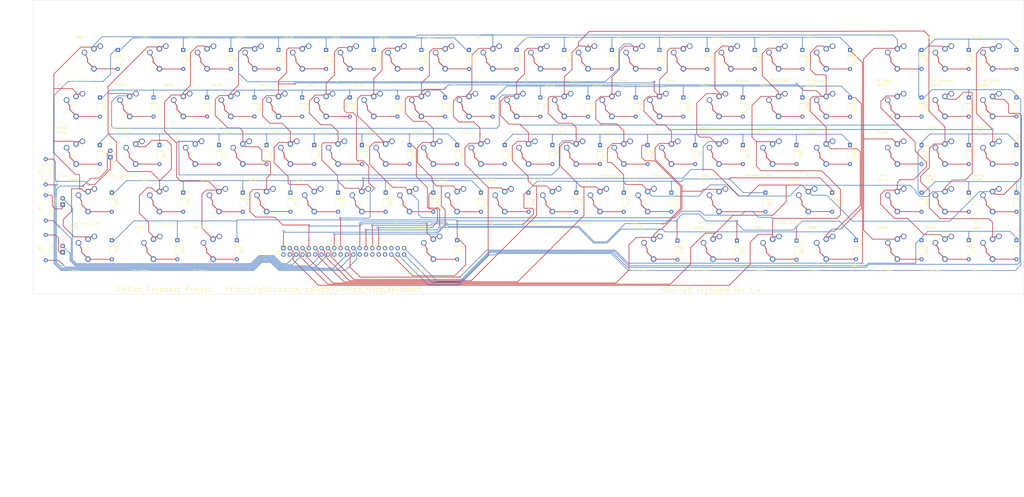
<source format=kicad_pcb>
(kicad_pcb (version 20171130) (host pcbnew "(5.1.5-0-10_14)")
  (title_block (title "Unified Retro Keyboard") (date 2020-05-05) (rev 1.4) (company OSIWeb.org) (comment 1 "SOL keyboard matrix"))
  (layers (0 F.Cu signal) (31 B.Cu signal) (34 B.Paste user) (35 F.Paste user) (36 B.SilkS user) (37 F.SilkS user) (38 B.Mask user) (39 F.Mask user) (44 Edge.Cuts user))
  (net 0 "")
  (net 1 /Row3)
  (net 2 /Row0)
  (net 3 /Row1)
  (net 4 "Net-(D5-Pad2)")
  (net 5 "Net-(D7-Pad2)")
  (net 6 "Net-(D8-Pad2)")
  (net 7 "Net-(D9-Pad2)")
  (net 8 "Net-(D10-Pad2)")
  (net 9 "Net-(D11-Pad2)")
  (net 10 "Net-(D12-Pad2)")
  (net 11 "Net-(D13-Pad2)")
  (net 12 "Net-(D14-Pad2)")
  (net 13 "Net-(D15-Pad2)")
  (net 14 "Net-(D16-Pad2)")
  (net 15 "Net-(D18-Pad2)")
  (net 16 "Net-(D19-Pad2)")
  (net 17 "Net-(D20-Pad2)")
  (net 18 "Net-(D22-Pad2)")
  (net 19 "Net-(D23-Pad2)")
  (net 20 "Net-(D24-Pad2)")
  (net 21 "Net-(D25-Pad2)")
  (net 22 "Net-(D26-Pad2)")
  (net 23 "Net-(D27-Pad2)")
  (net 24 "Net-(D28-Pad2)")
  (net 25 "Net-(D29-Pad2)")
  (net 26 "Net-(D30-Pad2)")
  (net 27 "Net-(D31-Pad2)")
  (net 28 "Net-(D32-Pad2)")
  (net 29 "Net-(D34-Pad2)")
  (net 30 "Net-(D36-Pad2)")
  (net 31 /Row4)
  (net 32 /Row5)
  (net 33 /Row7)
  (net 34 "Net-(D41-Pad2)")
  (net 35 "Net-(D42-Pad2)")
  (net 36 "Net-(D43-Pad2)")
  (net 37 "Net-(D45-Pad2)")
  (net 38 "Net-(D46-Pad2)")
  (net 39 "Net-(D47-Pad2)")
  (net 40 "Net-(D48-Pad2)")
  (net 41 "Net-(D49-Pad2)")
  (net 42 "Net-(D50-Pad2)")
  (net 43 "Net-(D51-Pad2)")
  (net 44 "Net-(D52-Pad2)")
  (net 45 "Net-(D53-Pad2)")
  (net 46 "Net-(D54-Pad2)")
  (net 47 "Net-(D55-Pad2)")
  (net 48 "Net-(D56-Pad2)")
  (net 49 "Net-(D57-Pad2)")
  (net 50 "Net-(D58-Pad2)")
  (net 51 "Net-(D59-Pad2)")
  (net 52 "Net-(D60-Pad2)")
  (net 53 "Net-(D61-Pad2)")
  (net 54 /Col0)
  (net 55 /Col1)
  (net 56 /Col2)
  (net 57 /Col3)
  (net 58 /Col4)
  (net 59 /Col5)
  (net 60 /Col6)
  (net 61 /Col7)
  (net 62 /Row6)
  (net 63 /Row2)
  (net 64 "Net-(D2-Pad2)")
  (net 65 "Net-(D3-Pad2)")
  (net 66 "Net-(D4-Pad2)")
  (net 67 "Net-(D6-Pad2)")
  (net 68 "Net-(D17-Pad2)")
  (net 69 "Net-(D21-Pad2)")
  (net 70 "Net-(D37-Pad2)")
  (net 71 "Net-(D38-Pad2)")
  (net 72 "Net-(D39-Pad2)")
  (net 73 "Net-(D40-Pad2)")
  (net 74 "Net-(D44-Pad2)")
  (net 75 "Net-(J1-Pad10)")
  (net 76 "Net-(J1-Pad12)")
  (net 77 "Net-(J1-Pad18)")
  (net 78 "Net-(J1-Pad20)")
  (net 79 "Net-(J1-Pad26)")
  (net 80 "Net-(J1-Pad28)")
  (net 81 "Net-(J1-Pad30)")
  (net 82 "Net-(J1-Pad32)")
  (net 83 "Net-(J1-Pad2)")
  (net 84 "Net-(J1-Pad4)")
  (net 85 "Net-(D1-Pad2)")
  (net 86 "Net-(D33-Pad2)")
  (net 87 "Net-(D35-Pad2)")
  (net 88 "Net-(D62-Pad2)")
  (net 89 "Net-(D63-Pad2)")
  (net 90 "Net-(D64-Pad2)")
  (net 91 "Net-(D65-Pad2)")
  (net 92 "Net-(D66-Pad2)")
  (net 93 "Net-(D67-Pad2)")
  (net 94 "Net-(D68-Pad2)")
  (net 95 "Net-(D69-Pad2)")
  (net 96 "Net-(D70-Pad2)")
  (net 97 "Net-(D71-Pad2)")
  (net 98 "Net-(D72-Pad2)")
  (net 99 "Net-(D73-Pad2)")
  (net 100 "Net-(D74-Pad2)")
  (net 101 "Net-(D75-Pad2)")
  (net 102 "Net-(D76-Pad2)")
  (net 103 "Net-(D77-Pad2)")
  (net 104 "Net-(D78-Pad2)")
  (net 105 "Net-(D79-Pad2)")
  (net 106 "Net-(D80-Pad2)")
  (net 107 "Net-(D81-Pad2)")
  (net 108 "Net-(D82-Pad2)")
  (net 109 "Net-(D83-Pad2)")
  (net 110 "Net-(D84-Pad2)")
  (net 111 "Net-(D85-Pad2)")
  (net 112 /Row11)
  (net 113 /Row12)
  (net 114 /Row10)
  (net 115 /Row9)
  (net 116 "Net-(J1-Pad8)")
  (net 117 "Net-(J1-Pad16)")
  (net 118 "Net-(J1-Pad24)")
  (net 119 "Net-(J1-Pad6)")
  (net 120 "Net-(J1-Pad14)")
  (net 121 "Net-(J1-Pad22)")
  (net 122 "Net-(LED1-Pad1)")
  (net 123 "Net-(LED2-Pad1)")
  (net 124 "Net-(LED3-Pad1)")
  (net 125 "Net-(J1-Pad33)")
  (net 126 "Net-(J1-Pad34)")
  (net 127 "Net-(J1-Pad35)")
  (net 128 "Net-(J1-Pad37)")
  (module Resistor_THT:R_Axial_DIN0207_L6.3mm_D2.5mm_P10.16mm_Horizontal (layer F.Cu) (at 96.4184 180.8988 90)
    (fp_text reference R3 (at 5.08 -2.37 90) (layer F.SilkS))
    (fp_text value 470 (at 5.08 2.37 90) (layer F.SilkS))
    (pad 2 thru_hole oval (at 10.16 0 90) (size 1.6 1.6) (drill 0.8) (layers *.Cu *.Mask) (net 124 "Net-(LED3-Pad1)"))
    (pad 1 thru_hole circle (at 0 0 90) (size 1.6 1.6) (drill 0.8) (layers *.Cu *.Mask) (net 118 "Net-(J1-Pad24)"))
  )
  (module Resistor_THT:R_Axial_DIN0207_L6.3mm_D2.5mm_P10.16mm_Horizontal (layer F.Cu) (at 96.4184 211.2772 90)
    (fp_text reference R2 (at 5.08 -2.37 90) (layer F.SilkS))
    (fp_text value 470 (at 5.08 2.37 90) (layer F.SilkS))
    (pad 2 thru_hole oval (at 10.16 0 90) (size 1.6 1.6) (drill 0.8) (layers *.Cu *.Mask) (net 123 "Net-(LED2-Pad1)"))
    (pad 1 thru_hole circle (at 0 0 90) (size 1.6 1.6) (drill 0.8) (layers *.Cu *.Mask) (net 117 "Net-(J1-Pad16)"))
  )
  (module Resistor_THT:R_Axial_DIN0207_L6.3mm_D2.5mm_P10.16mm_Horizontal (layer F.Cu) (at 96.4184 195.3514 90)
    (fp_text reference R1 (at 5.08 -2.37 90) (layer F.SilkS))
    (fp_text value 470 (at 3.3528 2.3368 90) (layer F.SilkS))
    (pad 2 thru_hole oval (at 10.16 0 90) (size 1.6 1.6) (drill 0.8) (layers *.Cu *.Mask) (net 122 "Net-(LED1-Pad1)"))
    (pad 1 thru_hole circle (at 0 0 90) (size 1.6 1.6) (drill 0.8) (layers *.Cu *.Mask) (net 116 "Net-(J1-Pad8)"))
  )
  (module unikbd:Key_MX_2u (layer F.Cu) (at 365.75238 187.74156)
    (fp_text reference SW55 hide)
    (fp_text value "RT Shift: 2x" (at -3.72618 8.70204) (layer F.SilkS))
    (fp_line (start -2.54 0) (end -2.54 1.27) (layer F.Cu) (width 0.3048))
    (fp_line (start 1.27 -5.08) (end 0.7366 -4.6736) (layer F.Cu) (width 0.3048))
    (fp_line (start -2.54 1.27) (end 0 3.81) (layer F.Cu) (width 0.3048))
    (fp_line (start 1.651 -5.08) (end 1.27 -5.08) (layer F.Cu) (width 0.3048))
    (fp_line (start -3.81 -2.54) (end -2.54 0) (layer F.Cu) (width 0.3048))
    (fp_text user SW_55 (at -5.7912 -8.6106) (layer F.SilkS))
    (pad "" np_thru_hole circle (at 11.938 8.255) (size 3.9878 3.9878) (drill 3.9878) (layers *.Cu *.Mask))
    (pad "" np_thru_hole circle (at -11.938 -6.985) (size 3.048 3.048) (drill 3.048) (layers *.Cu *.Mask))
    (pad "" np_thru_hole circle (at -11.938 8.255) (size 3.9878 3.9878) (drill 3.9878) (layers *.Cu *.Mask))
    (pad "" np_thru_hole circle (at 11.938 -6.985) (size 3.048 3.048) (drill 3.048) (layers *.Cu *.Mask))
    (pad "" np_thru_hole circle (at -5.08 0) (size 1.7018 1.7018) (drill 1.7018) (layers *.Cu *.Mask))
    (pad 3 thru_hole circle (at 2.54 -5.08) (size 2.2352 2.2352) (drill 1.5748) (layers *.Cu *.Mask))
    (pad 1 thru_hole circle (at 0 -4.0005) (size 2.2352 2.2352) (drill 1.397) (layers *.Cu *.Mask) (net 58 /Col4))
    (pad 2 thru_hole circle (at 0 4.0005) (size 2.2352 2.2352) (drill 1.397) (layers *.Cu *.Mask) (net 44 "Net-(D52-Pad2)"))
    (pad 4 thru_hole circle (at -3.81 -2.54) (size 2.2352 2.2352) (drill 1.5748) (layers *.Cu *.Mask))
    (pad "" np_thru_hole circle (at 0 0) (size 3.9878 3.9878) (drill 3.9878) (layers *.Cu *.Mask))
    (pad "" np_thru_hole circle (at 5.08 0) (size 1.7018 1.7018) (drill 1.7018) (layers *.Cu *.Mask))
  )
  (module unikbd:Key_MX_Spacebar_5.25 (layer F.Cu) (at 251.45238 206.79156)
    (fp_text reference SW78 (at -5.7912 -8.6106) (layer F.SilkS))
    (fp_text value Spacebar (at -5.334 8.6614) (layer F.SilkS))
    (fp_line (start 1.27 -5.08) (end 0.7366 -4.6736) (layer F.Cu) (width 0.3048))
    (fp_line (start 1.651 -5.08) (end 1.27 -5.08) (layer F.Cu) (width 0.3048))
    (fp_line (start -2.54 1.27) (end 0 3.81) (layer F.Cu) (width 0.3048))
    (fp_line (start -2.54 0) (end -2.54 1.27) (layer F.Cu) (width 0.3048))
    (fp_line (start -3.81 -2.54) (end -2.54 0) (layer F.Cu) (width 0.3048))
    (pad "" np_thru_hole circle (at -66.675 8.255) (size 3.9878 3.9878) (drill 3.9878) (layers *.Cu *.Mask))
    (pad "" np_thru_hole circle (at 66.675 -6.985) (size 3.048 3.048) (drill 3.048) (layers *.Cu *.Mask))
    (pad "" np_thru_hole circle (at 66.675 8.255) (size 3.9878 3.9878) (drill 3.9878) (layers *.Cu *.Mask))
    (pad "" np_thru_hole circle (at -66.675 -6.985) (size 3.048 3.048) (drill 3.048) (layers *.Cu *.Mask))
    (pad 2 thru_hole circle (at 0 4.0005) (size 2.2352 2.2352) (drill 1.397) (layers *.Cu *.Mask) (net 101 "Net-(D75-Pad2)"))
    (pad 1 thru_hole circle (at 0 -4.0005) (size 2.2352 2.2352) (drill 1.397) (layers *.Cu *.Mask) (net 57 /Col3))
    (pad 3 thru_hole circle (at 2.54 -5.08) (size 2.2352 2.2352) (drill 1.5748) (layers *.Cu *.Mask))
    (pad "" np_thru_hole circle (at -5.08 0) (size 1.7018 1.7018) (drill 1.7018) (layers *.Cu *.Mask))
    (pad "" np_thru_hole circle (at 5.08 0) (size 1.7018 1.7018) (drill 1.7018) (layers *.Cu *.Mask))
    (pad "" np_thru_hole circle (at 0 0) (size 3.9878 3.9878) (drill 3.9878) (layers *.Cu *.Mask))
    (pad 4 thru_hole circle (at -3.81 -2.54) (size 2.2352 2.2352) (drill 1.5748) (layers *.Cu *.Mask))
  )
  (module MountingHole:MountingHole_3.2mm_M3 (layer F.Cu) (at 113.33988 219.49156)
    (fp_text reference REF** hide)
    (fp_text value MountingHole_3.2mm_M3)
    (pad 1 np_thru_hole circle (at 0 0) (size 3.2 3.2) (drill 3.2) (layers *.Cu *.Mask))
  )
  (module MountingHole:MountingHole_3.2mm_M3 (layer F.Cu) (at 408.61488 219.49156)
    (fp_text reference REF** hide)
    (fp_text value MountingHole_3.2mm_M3)
    (pad 1 np_thru_hole circle (at 0 0) (size 3.2 3.2) (drill 3.2) (layers *.Cu *.Mask))
  )
  (module MountingHole:MountingHole_3.2mm_M3 (layer F.Cu) (at 475.16288 219.49156)
    (fp_text reference REF** hide)
    (fp_text value MountingHole_3.2mm_M3)
    (pad 1 np_thru_hole circle (at 0 0) (size 3.2 3.2) (drill 3.2) (layers *.Cu *.Mask))
  )
  (module MountingHole:MountingHole_3.2mm_M3 (layer F.Cu) (at 437.06288 219.49156)
    (fp_text reference REF** hide)
    (fp_text value MountingHole_3.2mm_M3)
    (pad 1 np_thru_hole circle (at 0 0) (size 3.2 3.2) (drill 3.2) (layers *.Cu *.Mask))
  )
  (module MountingHole:MountingHole_3.2mm_M3 (layer F.Cu) (at 475.16288 114.08156)
    (fp_text reference REF** hide)
    (fp_text value MountingHole_3.2mm_M3)
    (pad 1 np_thru_hole circle (at 0 0) (size 3.2 3.2) (drill 3.2) (layers *.Cu *.Mask))
  )
  (module MountingHole:MountingHole_3.2mm_M3 (layer F.Cu) (at 437.06288 114.08156)
    (fp_text reference REF** hide)
    (fp_text value MountingHole_3.2mm_M3)
    (pad 1 np_thru_hole circle (at 0 0) (size 3.2 3.2) (drill 3.2) (layers *.Cu *.Mask))
  )
  (module MountingHole:MountingHole_3.2mm_M3 (layer F.Cu) (at 408.61488 114.08156)
    (fp_text reference REF** hide)
    (fp_text value MountingHole_3.2mm_M3)
    (pad 1 np_thru_hole circle (at 0 0) (size 3.2 3.2) (drill 3.2) (layers *.Cu *.Mask))
  )
  (module MountingHole:MountingHole_3.2mm_M3 (layer F.Cu) (at 115.72113 114.08156)
    (fp_text reference REF** hide)
    (fp_text value MountingHole_3.2mm_M3)
    (pad 1 np_thru_hole circle (at 0 0) (size 3.2 3.2) (drill 3.2) (layers *.Cu *.Mask))
  )
  (module MountingHole:MountingHole_3.2mm_M3 (layer F.Cu) (at 256.21488 114.08156)
    (fp_text reference REF** hide)
    (fp_text value MountingHole_3.2mm_M3)
    (pad 1 np_thru_hole circle (at 0 0) (size 3.2 3.2) (drill 3.2) (layers *.Cu *.Mask))
  )
  (module unikbd:Key_MX (layer F.Cu) (at 365.75238 168.69156)
    (fp_text reference SW57 (at -5.7912 -8.6106) (layer F.SilkS))
    (fp_text value DEL (at -5.334 8.6614) (layer F.SilkS))
    (fp_line (start 1.27 -5.08) (end 0.7366 -4.6736) (layer F.Cu) (width 0.3048))
    (fp_line (start 1.651 -5.08) (end 1.27 -5.08) (layer F.Cu) (width 0.3048))
    (fp_line (start -2.54 1.27) (end 0 3.81) (layer F.Cu) (width 0.3048))
    (fp_line (start -2.54 0) (end -2.54 1.27) (layer F.Cu) (width 0.3048))
    (fp_line (start -3.81 -2.54) (end -2.54 0) (layer F.Cu) (width 0.3048))
    (pad 2 thru_hole circle (at 0 4.0005) (size 2.2352 2.2352) (drill 1.397) (layers *.Cu *.Mask) (net 46 "Net-(D54-Pad2)"))
    (pad 1 thru_hole circle (at 0 -4.0005) (size 2.2352 2.2352) (drill 1.397) (layers *.Cu *.Mask) (net 59 /Col5))
    (pad 3 thru_hole circle (at 2.54 -5.08) (size 2.2352 2.2352) (drill 1.5748) (layers *.Cu *.Mask))
    (pad "" np_thru_hole circle (at -5.08 0) (size 1.7018 1.7018) (drill 1.7018) (layers *.Cu *.Mask))
    (pad "" np_thru_hole circle (at 5.08 0) (size 1.7018 1.7018) (drill 1.7018) (layers *.Cu *.Mask))
    (pad "" np_thru_hole circle (at 0 0) (size 3.9878 3.9878) (drill 3.9878) (layers *.Cu *.Mask))
    (pad 4 thru_hole circle (at -3.81 -2.54) (size 2.2352 2.2352) (drill 1.5748) (layers *.Cu *.Mask))
  )
  (module unikbd:Key_MX (layer F.Cu) (at 203.82738 187.74156)
    (fp_text reference SW54 (at -5.7912 -8.6106) (layer F.SilkS))
    (fp_text value C (at -5.334 8.6614) (layer F.SilkS))
    (fp_line (start 1.27 -5.08) (end 0.7366 -4.6736) (layer F.Cu) (width 0.3048))
    (fp_line (start 1.651 -5.08) (end 1.27 -5.08) (layer F.Cu) (width 0.3048))
    (fp_line (start -2.54 1.27) (end 0 3.81) (layer F.Cu) (width 0.3048))
    (fp_line (start -2.54 0) (end -2.54 1.27) (layer F.Cu) (width 0.3048))
    (fp_line (start -3.81 -2.54) (end -2.54 0) (layer F.Cu) (width 0.3048))
    (pad 2 thru_hole circle (at 0 4.0005) (size 2.2352 2.2352) (drill 1.397) (layers *.Cu *.Mask) (net 43 "Net-(D51-Pad2)"))
    (pad 1 thru_hole circle (at 0 -4.0005) (size 2.2352 2.2352) (drill 1.397) (layers *.Cu *.Mask) (net 58 /Col4))
    (pad 3 thru_hole circle (at 2.54 -5.08) (size 2.2352 2.2352) (drill 1.5748) (layers *.Cu *.Mask))
    (pad "" np_thru_hole circle (at -5.08 0) (size 1.7018 1.7018) (drill 1.7018) (layers *.Cu *.Mask))
    (pad "" np_thru_hole circle (at 5.08 0) (size 1.7018 1.7018) (drill 1.7018) (layers *.Cu *.Mask))
    (pad "" np_thru_hole circle (at 0 0) (size 3.9878 3.9878) (drill 3.9878) (layers *.Cu *.Mask))
    (pad 4 thru_hole circle (at -3.81 -2.54) (size 2.2352 2.2352) (drill 1.5748) (layers *.Cu *.Mask))
  )
  (module unikbd:Key_MX (layer F.Cu) (at 163.34613 206.79156)
    (fp_text reference SW74 (at -5.7912 -8.6106) (layer F.SilkS))
    (fp_text value "LT Arrow" (at -5.334 8.6614) (layer F.SilkS))
    (fp_line (start 1.27 -5.08) (end 0.7366 -4.6736) (layer F.Cu) (width 0.3048))
    (fp_line (start 1.651 -5.08) (end 1.27 -5.08) (layer F.Cu) (width 0.3048))
    (fp_line (start -2.54 1.27) (end 0 3.81) (layer F.Cu) (width 0.3048))
    (fp_line (start -2.54 0) (end -2.54 1.27) (layer F.Cu) (width 0.3048))
    (fp_line (start -3.81 -2.54) (end -2.54 0) (layer F.Cu) (width 0.3048))
    (pad 2 thru_hole circle (at 0 4.0005) (size 2.2352 2.2352) (drill 1.397) (layers *.Cu *.Mask) (net 97 "Net-(D71-Pad2)"))
    (pad 1 thru_hole circle (at 0 -4.0005) (size 2.2352 2.2352) (drill 1.397) (layers *.Cu *.Mask) (net 56 /Col2))
    (pad 3 thru_hole circle (at 2.54 -5.08) (size 2.2352 2.2352) (drill 1.5748) (layers *.Cu *.Mask))
    (pad "" np_thru_hole circle (at -5.08 0) (size 1.7018 1.7018) (drill 1.7018) (layers *.Cu *.Mask))
    (pad "" np_thru_hole circle (at 5.08 0) (size 1.7018 1.7018) (drill 1.7018) (layers *.Cu *.Mask))
    (pad "" np_thru_hole circle (at 0 0) (size 3.9878 3.9878) (drill 3.9878) (layers *.Cu *.Mask))
    (pad 4 thru_hole circle (at -3.81 -2.54) (size 2.2352 2.2352) (drill 1.5748) (layers *.Cu *.Mask))
  )
  (module unikbd:kbd_header_two_mounting_holes (layer F.Cu) (at 191.6938 208.9658 90)
    (fp_text reference J1 (at 1.27 -2.33 90) (layer F.SilkS))
    (fp_text value Controller)
    (pad 1 thru_hole rect (at 2.5654 -0.1778 90) (size 1.7 1.7) (drill 1) (layers *.Cu *.Mask) (net 61 /Col7))
    (pad 2 thru_hole oval (at 0.0254 -0.1778 90) (size 1.7 1.7) (drill 1) (layers *.Cu *.Mask) (net 83 "Net-(J1-Pad2)"))
    (pad 3 thru_hole oval (at 2.5654 2.3622 90) (size 1.7 1.7) (drill 1) (layers *.Cu *.Mask) (net 60 /Col6))
    (pad 4 thru_hole oval (at 0.0254 2.3622 90) (size 1.7 1.7) (drill 1) (layers *.Cu *.Mask) (net 84 "Net-(J1-Pad4)"))
    (pad 5 thru_hole oval (at 2.5654 4.9022 90) (size 1.7 1.7) (drill 1) (layers *.Cu *.Mask) (net 59 /Col5))
    (pad 6 thru_hole oval (at 0.0254 4.9022 90) (size 1.7 1.7) (drill 1) (layers *.Cu *.Mask) (net 119 "Net-(J1-Pad6)"))
    (pad 7 thru_hole oval (at 2.5654 7.4422 90) (size 1.7 1.7) (drill 1) (layers *.Cu *.Mask) (net 58 /Col4))
    (pad 8 thru_hole oval (at 0.0254 7.4422 90) (size 1.7 1.7) (drill 1) (layers *.Cu *.Mask) (net 116 "Net-(J1-Pad8)"))
    (pad 9 thru_hole oval (at 2.5654 9.9822 90) (size 1.7 1.7) (drill 1) (layers *.Cu *.Mask) (net 57 /Col3))
    (pad 10 thru_hole oval (at 0.0254 9.9822 90) (size 1.7 1.7) (drill 1) (layers *.Cu *.Mask) (net 75 "Net-(J1-Pad10)"))
    (pad 11 thru_hole oval (at 2.5654 12.5222 90) (size 1.7 1.7) (drill 1) (layers *.Cu *.Mask) (net 56 /Col2))
    (pad 12 thru_hole oval (at 0.0254 12.5222 90) (size 1.7 1.7) (drill 1) (layers *.Cu *.Mask) (net 76 "Net-(J1-Pad12)"))
    (pad 13 thru_hole oval (at 2.5654 15.0622 90) (size 1.7 1.7) (drill 1) (layers *.Cu *.Mask) (net 55 /Col1))
    (pad 14 thru_hole oval (at 0.0254 15.0622 90) (size 1.7 1.7) (drill 1) (layers *.Cu *.Mask) (net 120 "Net-(J1-Pad14)"))
    (pad 15 thru_hole oval (at 2.5654 17.6022 90) (size 1.7 1.7) (drill 1) (layers *.Cu *.Mask) (net 54 /Col0))
    (pad 16 thru_hole oval (at 0.0254 17.6022 90) (size 1.7 1.7) (drill 1) (layers *.Cu *.Mask) (net 117 "Net-(J1-Pad16)"))
    (pad 17 thru_hole oval (at 2.5654 20.1422 90) (size 1.7 1.7) (drill 1) (layers *.Cu *.Mask) (net 33 /Row7))
    (pad 18 thru_hole oval (at 0.0254 20.1422 90) (size 1.7 1.7) (drill 1) (layers *.Cu *.Mask) (net 77 "Net-(J1-Pad18)"))
    (pad 19 thru_hole oval (at 2.5654 22.6822 90) (size 1.7 1.7) (drill 1) (layers *.Cu *.Mask) (net 62 /Row6))
    (pad 20 thru_hole oval (at 0.0254 22.6822 90) (size 1.7 1.7) (drill 1) (layers *.Cu *.Mask) (net 78 "Net-(J1-Pad20)"))
    (pad 21 thru_hole oval (at 2.5654 25.2222 90) (size 1.7 1.7) (drill 1) (layers *.Cu *.Mask) (net 32 /Row5))
    (pad 22 thru_hole oval (at 0.0254 25.2222 90) (size 1.7 1.7) (drill 1) (layers *.Cu *.Mask) (net 121 "Net-(J1-Pad22)"))
    (pad 23 thru_hole oval (at 2.5654 27.7622 90) (size 1.7 1.7) (drill 1) (layers *.Cu *.Mask) (net 31 /Row4))
    (pad 24 thru_hole oval (at 0.0254 27.7622 90) (size 1.7 1.7) (drill 1) (layers *.Cu *.Mask) (net 118 "Net-(J1-Pad24)"))
    (pad 25 thru_hole oval (at 2.5654 30.3022 90) (size 1.7 1.7) (drill 1) (layers *.Cu *.Mask) (net 1 /Row3))
    (pad 26 thru_hole oval (at 0.0254 30.3022 90) (size 1.7 1.7) (drill 1) (layers *.Cu *.Mask) (net 79 "Net-(J1-Pad26)"))
    (pad 27 thru_hole oval (at 2.5654 32.8422 90) (size 1.7 1.7) (drill 1) (layers *.Cu *.Mask) (net 63 /Row2))
    (pad 28 thru_hole oval (at 0.0254 32.8422 90) (size 1.7 1.7) (drill 1) (layers *.Cu *.Mask) (net 80 "Net-(J1-Pad28)"))
    (pad 29 thru_hole oval (at 2.5654 35.3822 90) (size 1.7 1.7) (drill 1) (layers *.Cu *.Mask) (net 3 /Row1))
    (pad 30 thru_hole oval (at 0.0254 35.3822 90) (size 1.7 1.7) (drill 1) (layers *.Cu *.Mask) (net 81 "Net-(J1-Pad30)"))
    (pad 31 thru_hole oval (at 2.5654 37.9222 90) (size 1.7 1.7) (drill 1) (layers *.Cu *.Mask) (net 2 /Row0))
    (pad 32 thru_hole oval (at 0.0254 37.9222 90) (size 1.7 1.7) (drill 1) (layers *.Cu *.Mask) (net 82 "Net-(J1-Pad32)"))
    (pad 33 thru_hole oval (at 2.5654 40.4622 90) (size 1.7 1.7) (drill 1) (layers *.Cu *.Mask) (net 125 "Net-(J1-Pad33)"))
    (pad 34 thru_hole oval (at 0.0254 40.4622 90) (size 1.7 1.7) (drill 1) (layers *.Cu *.Mask) (net 126 "Net-(J1-Pad34)"))
    (pad 35 thru_hole oval (at 2.5654 43.0022 90) (size 1.7 1.7) (drill 1) (layers *.Cu *.Mask) (net 127 "Net-(J1-Pad35)"))
    (pad 36 thru_hole oval (at 0.0254 43.0022 90) (size 1.7 1.7) (drill 1) (layers *.Cu *.Mask) (net 115 /Row9))
    (pad 37 thru_hole oval (at 2.5654 45.5422 90) (size 1.7 1.7) (drill 1) (layers *.Cu *.Mask) (net 128 "Net-(J1-Pad37)"))
    (pad 38 thru_hole oval (at 0.0254 45.5422 90) (size 1.7 1.7) (drill 1) (layers *.Cu *.Mask) (net 114 /Row10))
    (pad 39 thru_hole oval (at 2.5654 48.0822 90) (size 1.7 1.7) (drill 1) (layers *.Cu *.Mask) (net 113 /Row12))
    (pad 40 thru_hole oval (at 0.0254 48.0822 90) (size 1.7 1.7) (drill 1) (layers *.Cu *.Mask) (net 112 /Row11))
    (pad "" np_thru_hole circle (at 91.4924 -0.3288 90) (size 3.175 3.175) (drill 3.175) (layers *.Cu *.Mask))
    (pad "" np_thru_hole circle (at 91.4924 47.9312 90) (size 3.175 3.175) (drill 3.175) (layers *.Cu *.Mask))
  )
  (module LED_THT:LED_D3.0mm (layer F.Cu) (at 122.2629 169.9514 90)
    (fp_text reference LED3 (at -3.2512 1.0541 90) (layer F.SilkS))
    (fp_text value LED)
    (pad 2 thru_hole circle (at 2.54 0 90) (size 1.8 1.8) (drill 0.9) (layers *.Cu *.Mask) (net 121 "Net-(J1-Pad22)"))
    (pad 1 thru_hole rect (at 0 0 90) (size 1.8 1.8) (drill 0.9) (layers *.Cu *.Mask) (net 124 "Net-(LED3-Pad1)"))
  )
  (module LED_THT:LED_D3.0mm (layer F.Cu) (at 103.1748 208.0514 90)
    (fp_text reference LED2 (at 5.6134 -0.0254 90) (layer F.SilkS))
    (fp_text value LED)
    (pad 2 thru_hole circle (at 2.54 0 90) (size 1.8 1.8) (drill 0.9) (layers *.Cu *.Mask) (net 120 "Net-(J1-Pad14)"))
    (pad 1 thru_hole rect (at 0 0 90) (size 1.8 1.8) (drill 0.9) (layers *.Cu *.Mask) (net 123 "Net-(LED2-Pad1)"))
  )
  (module LED_THT:LED_D3.0mm (layer F.Cu) (at 103.1748 188.976 90)
    (fp_text reference LED1 (at 1.27 -2.96 90) (layer F.SilkS))
    (fp_text value LED)
    (pad 2 thru_hole circle (at 2.54 0 90) (size 1.8 1.8) (drill 0.9) (layers *.Cu *.Mask) (net 119 "Net-(J1-Pad6)"))
    (pad 1 thru_hole rect (at 0 0 90) (size 1.8 1.8) (drill 0.9) (layers *.Cu *.Mask) (net 122 "Net-(LED1-Pad1)"))
  )
  (module unikbd:Key_MX (layer F.Cu) (at 475.16288 149.64156)
    (fp_text reference SW85 (at -4.03098 -8.56996) (layer F.SilkS))
    (fp_text value "NP 9" (at -5.334 8.6614) (layer F.SilkS))
    (fp_line (start 1.27 -5.08) (end 0.7366 -4.6736) (layer F.Cu) (width 0.3048))
    (fp_line (start 1.651 -5.08) (end 1.27 -5.08) (layer F.Cu) (width 0.3048))
    (fp_line (start -2.54 1.27) (end 0 3.81) (layer F.Cu) (width 0.3048))
    (fp_line (start -2.54 0) (end -2.54 1.27) (layer F.Cu) (width 0.3048))
    (fp_line (start -3.81 -2.54) (end -2.54 0) (layer F.Cu) (width 0.3048))
    (pad 2 thru_hole circle (at 0 4.0005) (size 2.2352 2.2352) (drill 1.397) (layers *.Cu *.Mask) (net 108 "Net-(D82-Pad2)"))
    (pad 1 thru_hole circle (at 0 -4.0005) (size 2.2352 2.2352) (drill 1.397) (layers *.Cu *.Mask) (net 59 /Col5))
    (pad 3 thru_hole circle (at 2.54 -5.08) (size 2.2352 2.2352) (drill 1.5748) (layers *.Cu *.Mask))
    (pad "" np_thru_hole circle (at -5.08 0) (size 1.7018 1.7018) (drill 1.7018) (layers *.Cu *.Mask))
    (pad "" np_thru_hole circle (at 5.08 0) (size 1.7018 1.7018) (drill 1.7018) (layers *.Cu *.Mask))
    (pad "" np_thru_hole circle (at 0 0) (size 3.9878 3.9878) (drill 3.9878) (layers *.Cu *.Mask))
    (pad 4 thru_hole circle (at -3.81 -2.54) (size 2.2352 2.2352) (drill 1.5748) (layers *.Cu *.Mask))
  )
  (module Diode_THT:D_DO-35_SOD27_P7.62mm_Horizontal (layer F.Cu) (at 237.102226 146.0754 270)
    (fp_text reference D27 (at 3.81 -2.12 90) (layer F.SilkS))
    (fp_text value 1N4148)
    (fp_text user K (at 0 -1.8 90) (layer F.SilkS))
    (pad 2 thru_hole oval (at 7.62 0 270) (size 1.6 1.6) (drill 0.8) (layers *.Cu *.Mask) (net 23 "Net-(D27-Pad2)"))
    (pad 1 thru_hole rect (at 0 0 270) (size 1.6 1.6) (drill 0.8) (layers *.Cu *.Mask) (net 62 /Row6))
  )
  (module unikbd:Key_MX (layer F.Cu) (at 227.63988 149.64156)
    (fp_text reference SW30 (at -5.7912 -8.6106) (layer F.SilkS))
    (fp_text value T (at -5.334 8.6614) (layer F.SilkS))
    (fp_line (start 1.27 -5.08) (end 0.7366 -4.6736) (layer F.Cu) (width 0.3048))
    (fp_line (start 1.651 -5.08) (end 1.27 -5.08) (layer F.Cu) (width 0.3048))
    (fp_line (start -2.54 1.27) (end 0 3.81) (layer F.Cu) (width 0.3048))
    (fp_line (start -2.54 0) (end -2.54 1.27) (layer F.Cu) (width 0.3048))
    (fp_line (start -3.81 -2.54) (end -2.54 0) (layer F.Cu) (width 0.3048))
    (pad 2 thru_hole circle (at 0 4.0005) (size 2.2352 2.2352) (drill 1.397) (layers *.Cu *.Mask) (net 23 "Net-(D27-Pad2)"))
    (pad 1 thru_hole circle (at 0 -4.0005) (size 2.2352 2.2352) (drill 1.397) (layers *.Cu *.Mask) (net 60 /Col6))
    (pad 3 thru_hole circle (at 2.54 -5.08) (size 2.2352 2.2352) (drill 1.5748) (layers *.Cu *.Mask))
    (pad "" np_thru_hole circle (at -5.08 0) (size 1.7018 1.7018) (drill 1.7018) (layers *.Cu *.Mask))
    (pad "" np_thru_hole circle (at 5.08 0) (size 1.7018 1.7018) (drill 1.7018) (layers *.Cu *.Mask))
    (pad "" np_thru_hole circle (at 0 0) (size 3.9878 3.9878) (drill 3.9878) (layers *.Cu *.Mask))
    (pad 4 thru_hole circle (at -3.81 -2.54) (size 2.2352 2.2352) (drill 1.5748) (layers *.Cu *.Mask))
  )
  (module unikbd:Key_MX (layer F.Cu) (at 408.61488 206.79156)
    (fp_text reference SW88 (at -5.7912 -8.6106) (layer F.SilkS))
    (fp_text value Clear (at -5.334 8.6614) (layer F.SilkS))
    (fp_line (start 1.27 -5.08) (end 0.7366 -4.6736) (layer F.Cu) (width 0.3048))
    (fp_line (start 1.651 -5.08) (end 1.27 -5.08) (layer F.Cu) (width 0.3048))
    (fp_line (start -2.54 1.27) (end 0 3.81) (layer F.Cu) (width 0.3048))
    (fp_line (start -2.54 0) (end -2.54 1.27) (layer F.Cu) (width 0.3048))
    (fp_line (start -3.81 -2.54) (end -2.54 0) (layer F.Cu) (width 0.3048))
    (pad 2 thru_hole circle (at 0 4.0005) (size 2.2352 2.2352) (drill 1.397) (layers *.Cu *.Mask) (net 111 "Net-(D85-Pad2)"))
    (pad 1 thru_hole circle (at 0 -4.0005) (size 2.2352 2.2352) (drill 1.397) (layers *.Cu *.Mask) (net 61 /Col7))
    (pad 3 thru_hole circle (at 2.54 -5.08) (size 2.2352 2.2352) (drill 1.5748) (layers *.Cu *.Mask))
    (pad "" np_thru_hole circle (at -5.08 0) (size 1.7018 1.7018) (drill 1.7018) (layers *.Cu *.Mask))
    (pad "" np_thru_hole circle (at 5.08 0) (size 1.7018 1.7018) (drill 1.7018) (layers *.Cu *.Mask))
    (pad "" np_thru_hole circle (at 0 0) (size 3.9878 3.9878) (drill 3.9878) (layers *.Cu *.Mask))
    (pad 4 thru_hole circle (at -3.81 -2.54) (size 2.2352 2.2352) (drill 1.5748) (layers *.Cu *.Mask))
  )
  (module unikbd:Key_MX (layer F.Cu) (at 387.18363 206.79156)
    (fp_text reference SW87 (at -5.7912 -8.6106) (layer F.SilkS))
    (fp_text value Home (at -5.334 8.6614) (layer F.SilkS))
    (fp_line (start 1.27 -5.08) (end 0.7366 -4.6736) (layer F.Cu) (width 0.3048))
    (fp_line (start 1.651 -5.08) (end 1.27 -5.08) (layer F.Cu) (width 0.3048))
    (fp_line (start -2.54 1.27) (end 0 3.81) (layer F.Cu) (width 0.3048))
    (fp_line (start -2.54 0) (end -2.54 1.27) (layer F.Cu) (width 0.3048))
    (fp_line (start -3.81 -2.54) (end -2.54 0) (layer F.Cu) (width 0.3048))
    (pad 2 thru_hole circle (at 0 4.0005) (size 2.2352 2.2352) (drill 1.397) (layers *.Cu *.Mask) (net 110 "Net-(D84-Pad2)"))
    (pad 1 thru_hole circle (at 0 -4.0005) (size 2.2352 2.2352) (drill 1.397) (layers *.Cu *.Mask) (net 60 /Col6))
    (pad 3 thru_hole circle (at 2.54 -5.08) (size 2.2352 2.2352) (drill 1.5748) (layers *.Cu *.Mask))
    (pad "" np_thru_hole circle (at -5.08 0) (size 1.7018 1.7018) (drill 1.7018) (layers *.Cu *.Mask))
    (pad "" np_thru_hole circle (at 5.08 0) (size 1.7018 1.7018) (drill 1.7018) (layers *.Cu *.Mask))
    (pad "" np_thru_hole circle (at 0 0) (size 3.9878 3.9878) (drill 3.9878) (layers *.Cu *.Mask))
    (pad 4 thru_hole circle (at -3.81 -2.54) (size 2.2352 2.2352) (drill 1.5748) (layers *.Cu *.Mask))
  )
  (module unikbd:Key_MX (layer F.Cu) (at 475.16288 187.74156)
    (fp_text reference SW86 (at -5.7912 -8.6106) (layer F.SilkS))
    (fp_text value "NP 3" (at -5.334 8.6614) (layer F.SilkS))
    (fp_line (start 1.27 -5.08) (end 0.7366 -4.6736) (layer F.Cu) (width 0.3048))
    (fp_line (start 1.651 -5.08) (end 1.27 -5.08) (layer F.Cu) (width 0.3048))
    (fp_line (start -2.54 1.27) (end 0 3.81) (layer F.Cu) (width 0.3048))
    (fp_line (start -2.54 0) (end -2.54 1.27) (layer F.Cu) (width 0.3048))
    (fp_line (start -3.81 -2.54) (end -2.54 0) (layer F.Cu) (width 0.3048))
    (pad 2 thru_hole circle (at 0 4.0005) (size 2.2352 2.2352) (drill 1.397) (layers *.Cu *.Mask) (net 109 "Net-(D83-Pad2)"))
    (pad 1 thru_hole circle (at 0 -4.0005) (size 2.2352 2.2352) (drill 1.397) (layers *.Cu *.Mask) (net 59 /Col5))
    (pad 3 thru_hole circle (at 2.54 -5.08) (size 2.2352 2.2352) (drill 1.5748) (layers *.Cu *.Mask))
    (pad "" np_thru_hole circle (at -5.08 0) (size 1.7018 1.7018) (drill 1.7018) (layers *.Cu *.Mask))
    (pad "" np_thru_hole circle (at 5.08 0) (size 1.7018 1.7018) (drill 1.7018) (layers *.Cu *.Mask))
    (pad "" np_thru_hole circle (at 0 0) (size 3.9878 3.9878) (drill 3.9878) (layers *.Cu *.Mask))
    (pad 4 thru_hole circle (at -3.81 -2.54) (size 2.2352 2.2352) (drill 1.5748) (layers *.Cu *.Mask))
  )
  (module unikbd:Key_MX (layer F.Cu) (at 363.37113 206.79156)
    (fp_text reference SW84 (at -5.7912 -8.6106) (layer F.SilkS))
    (fp_text value "Down Arrow" (at -5.334 8.6614) (layer F.SilkS))
    (fp_line (start 1.27 -5.08) (end 0.7366 -4.6736) (layer F.Cu) (width 0.3048))
    (fp_line (start 1.651 -5.08) (end 1.27 -5.08) (layer F.Cu) (width 0.3048))
    (fp_line (start -2.54 1.27) (end 0 3.81) (layer F.Cu) (width 0.3048))
    (fp_line (start -2.54 0) (end -2.54 1.27) (layer F.Cu) (width 0.3048))
    (fp_line (start -3.81 -2.54) (end -2.54 0) (layer F.Cu) (width 0.3048))
    (pad 2 thru_hole circle (at 0 4.0005) (size 2.2352 2.2352) (drill 1.397) (layers *.Cu *.Mask) (net 107 "Net-(D81-Pad2)"))
    (pad 1 thru_hole circle (at 0 -4.0005) (size 2.2352 2.2352) (drill 1.397) (layers *.Cu *.Mask) (net 59 /Col5))
    (pad 3 thru_hole circle (at 2.54 -5.08) (size 2.2352 2.2352) (drill 1.5748) (layers *.Cu *.Mask))
    (pad "" np_thru_hole circle (at -5.08 0) (size 1.7018 1.7018) (drill 1.7018) (layers *.Cu *.Mask))
    (pad "" np_thru_hole circle (at 5.08 0) (size 1.7018 1.7018) (drill 1.7018) (layers *.Cu *.Mask))
    (pad "" np_thru_hole circle (at 0 0) (size 3.9878 3.9878) (drill 3.9878) (layers *.Cu *.Mask))
    (pad 4 thru_hole circle (at -3.81 -2.54) (size 2.2352 2.2352) (drill 1.5748) (layers *.Cu *.Mask))
  )
  (module unikbd:Key_MX (layer F.Cu) (at 475.16288 168.69156)
    (fp_text reference SW83 (at -5.7912 -8.6106) (layer F.SilkS))
    (fp_text value "NP 6" (at -5.334 8.6614) (layer F.SilkS))
    (fp_line (start 1.27 -5.08) (end 0.7366 -4.6736) (layer F.Cu) (width 0.3048))
    (fp_line (start 1.651 -5.08) (end 1.27 -5.08) (layer F.Cu) (width 0.3048))
    (fp_line (start -2.54 1.27) (end 0 3.81) (layer F.Cu) (width 0.3048))
    (fp_line (start -2.54 0) (end -2.54 1.27) (layer F.Cu) (width 0.3048))
    (fp_line (start -3.81 -2.54) (end -2.54 0) (layer F.Cu) (width 0.3048))
    (pad 2 thru_hole circle (at 0 4.0005) (size 2.2352 2.2352) (drill 1.397) (layers *.Cu *.Mask) (net 106 "Net-(D80-Pad2)"))
    (pad 1 thru_hole circle (at 0 -4.0005) (size 2.2352 2.2352) (drill 1.397) (layers *.Cu *.Mask) (net 58 /Col4))
    (pad 3 thru_hole circle (at 2.54 -5.08) (size 2.2352 2.2352) (drill 1.5748) (layers *.Cu *.Mask))
    (pad "" np_thru_hole circle (at -5.08 0) (size 1.7018 1.7018) (drill 1.7018) (layers *.Cu *.Mask))
    (pad "" np_thru_hole circle (at 5.08 0) (size 1.7018 1.7018) (drill 1.7018) (layers *.Cu *.Mask))
    (pad "" np_thru_hole circle (at 0 0) (size 3.9878 3.9878) (drill 3.9878) (layers *.Cu *.Mask))
    (pad 4 thru_hole circle (at -3.81 -2.54) (size 2.2352 2.2352) (drill 1.5748) (layers *.Cu *.Mask))
  )
  (module unikbd:Key_MX (layer F.Cu) (at 475.16288 130.59156)
    (fp_text reference SW82 (at -5.7912 -8.6106) (layer F.SilkS))
    (fp_text value "NP divide" (at -0.29718 8.72744) (layer F.SilkS))
    (fp_line (start 1.27 -5.08) (end 0.7366 -4.6736) (layer F.Cu) (width 0.3048))
    (fp_line (start 1.651 -5.08) (end 1.27 -5.08) (layer F.Cu) (width 0.3048))
    (fp_line (start -2.54 1.27) (end 0 3.81) (layer F.Cu) (width 0.3048))
    (fp_line (start -2.54 0) (end -2.54 1.27) (layer F.Cu) (width 0.3048))
    (fp_line (start -3.81 -2.54) (end -2.54 0) (layer F.Cu) (width 0.3048))
    (pad 2 thru_hole circle (at 0 4.0005) (size 2.2352 2.2352) (drill 1.397) (layers *.Cu *.Mask) (net 105 "Net-(D79-Pad2)"))
    (pad 1 thru_hole circle (at 0 -4.0005) (size 2.2352 2.2352) (drill 1.397) (layers *.Cu *.Mask) (net 58 /Col4))
    (pad 3 thru_hole circle (at 2.54 -5.08) (size 2.2352 2.2352) (drill 1.5748) (layers *.Cu *.Mask))
    (pad "" np_thru_hole circle (at -5.08 0) (size 1.7018 1.7018) (drill 1.7018) (layers *.Cu *.Mask))
    (pad "" np_thru_hole circle (at 5.08 0) (size 1.7018 1.7018) (drill 1.7018) (layers *.Cu *.Mask))
    (pad "" np_thru_hole circle (at 0 0) (size 3.9878 3.9878) (drill 3.9878) (layers *.Cu *.Mask))
    (pad 4 thru_hole circle (at -3.81 -2.54) (size 2.2352 2.2352) (drill 1.5748) (layers *.Cu *.Mask))
  )
  (module unikbd:Key_MX (layer F.Cu) (at 339.55863 206.79156)
    (fp_text reference SW81 (at -5.7912 -8.6106) (layer F.SilkS))
    (fp_text value "RT Arrow" (at -5.334 8.6614) (layer F.SilkS))
    (fp_line (start 1.27 -5.08) (end 0.7366 -4.6736) (layer F.Cu) (width 0.3048))
    (fp_line (start 1.651 -5.08) (end 1.27 -5.08) (layer F.Cu) (width 0.3048))
    (fp_line (start -2.54 1.27) (end 0 3.81) (layer F.Cu) (width 0.3048))
    (fp_line (start -2.54 0) (end -2.54 1.27) (layer F.Cu) (width 0.3048))
    (fp_line (start -3.81 -2.54) (end -2.54 0) (layer F.Cu) (width 0.3048))
    (pad 2 thru_hole circle (at 0 4.0005) (size 2.2352 2.2352) (drill 1.397) (layers *.Cu *.Mask) (net 104 "Net-(D78-Pad2)"))
    (pad 1 thru_hole circle (at 0 -4.0005) (size 2.2352 2.2352) (drill 1.397) (layers *.Cu *.Mask) (net 58 /Col4))
    (pad 3 thru_hole circle (at 2.54 -5.08) (size 2.2352 2.2352) (drill 1.5748) (layers *.Cu *.Mask))
    (pad "" np_thru_hole circle (at -5.08 0) (size 1.7018 1.7018) (drill 1.7018) (layers *.Cu *.Mask))
    (pad "" np_thru_hole circle (at 5.08 0) (size 1.7018 1.7018) (drill 1.7018) (layers *.Cu *.Mask))
    (pad "" np_thru_hole circle (at 0 0) (size 3.9878 3.9878) (drill 3.9878) (layers *.Cu *.Mask))
    (pad 4 thru_hole circle (at -3.81 -2.54) (size 2.2352 2.2352) (drill 1.5748) (layers *.Cu *.Mask))
  )
  (module unikbd:Key_MX (layer F.Cu) (at 456.11288 187.74156)
    (fp_text reference SW80 (at -5.7912 -8.6106) (layer F.SilkS))
    (fp_text value "NP 2" (at -5.334 8.6614) (layer F.SilkS))
    (fp_line (start 1.27 -5.08) (end 0.7366 -4.6736) (layer F.Cu) (width 0.3048))
    (fp_line (start 1.651 -5.08) (end 1.27 -5.08) (layer F.Cu) (width 0.3048))
    (fp_line (start -2.54 1.27) (end 0 3.81) (layer F.Cu) (width 0.3048))
    (fp_line (start -2.54 0) (end -2.54 1.27) (layer F.Cu) (width 0.3048))
    (fp_line (start -3.81 -2.54) (end -2.54 0) (layer F.Cu) (width 0.3048))
    (pad 2 thru_hole circle (at 0 4.0005) (size 2.2352 2.2352) (drill 1.397) (layers *.Cu *.Mask) (net 103 "Net-(D77-Pad2)"))
    (pad 1 thru_hole circle (at 0 -4.0005) (size 2.2352 2.2352) (drill 1.397) (layers *.Cu *.Mask) (net 57 /Col3))
    (pad 3 thru_hole circle (at 2.54 -5.08) (size 2.2352 2.2352) (drill 1.5748) (layers *.Cu *.Mask))
    (pad "" np_thru_hole circle (at -5.08 0) (size 1.7018 1.7018) (drill 1.7018) (layers *.Cu *.Mask))
    (pad "" np_thru_hole circle (at 5.08 0) (size 1.7018 1.7018) (drill 1.7018) (layers *.Cu *.Mask))
    (pad "" np_thru_hole circle (at 0 0) (size 3.9878 3.9878) (drill 3.9878) (layers *.Cu *.Mask))
    (pad 4 thru_hole circle (at -3.81 -2.54) (size 2.2352 2.2352) (drill 1.5748) (layers *.Cu *.Mask))
  )
  (module unikbd:Key_MX (layer F.Cu) (at 456.11288 149.64156)
    (fp_text reference SW79 (at -3.75158 -8.56996) (layer F.SilkS))
    (fp_text value "NP 8" (at -5.334 8.6614) (layer F.SilkS))
    (fp_line (start 1.27 -5.08) (end 0.7366 -4.6736) (layer F.Cu) (width 0.3048))
    (fp_line (start 1.651 -5.08) (end 1.27 -5.08) (layer F.Cu) (width 0.3048))
    (fp_line (start -2.54 1.27) (end 0 3.81) (layer F.Cu) (width 0.3048))
    (fp_line (start -2.54 0) (end -2.54 1.27) (layer F.Cu) (width 0.3048))
    (fp_line (start -3.81 -2.54) (end -2.54 0) (layer F.Cu) (width 0.3048))
    (pad 2 thru_hole circle (at 0 4.0005) (size 2.2352 2.2352) (drill 1.397) (layers *.Cu *.Mask) (net 102 "Net-(D76-Pad2)"))
    (pad 1 thru_hole circle (at 0 -4.0005) (size 2.2352 2.2352) (drill 1.397) (layers *.Cu *.Mask) (net 57 /Col3))
    (pad 3 thru_hole circle (at 2.54 -5.08) (size 2.2352 2.2352) (drill 1.5748) (layers *.Cu *.Mask))
    (pad "" np_thru_hole circle (at -5.08 0) (size 1.7018 1.7018) (drill 1.7018) (layers *.Cu *.Mask))
    (pad "" np_thru_hole circle (at 5.08 0) (size 1.7018 1.7018) (drill 1.7018) (layers *.Cu *.Mask))
    (pad "" np_thru_hole circle (at 0 0) (size 3.9878 3.9878) (drill 3.9878) (layers *.Cu *.Mask))
    (pad 4 thru_hole circle (at -3.81 -2.54) (size 2.2352 2.2352) (drill 1.5748) (layers *.Cu *.Mask))
  )
  (module unikbd:Key_MX (layer F.Cu) (at 475.16288 206.79156)
    (fp_text reference SW77 (at -5.7912 -8.6106) (layer F.SilkS))
    (fp_text value "NP plus" (at -5.334 8.6614) (layer F.SilkS))
    (fp_line (start 1.27 -5.08) (end 0.7366 -4.6736) (layer F.Cu) (width 0.3048))
    (fp_line (start 1.651 -5.08) (end 1.27 -5.08) (layer F.Cu) (width 0.3048))
    (fp_line (start -2.54 1.27) (end 0 3.81) (layer F.Cu) (width 0.3048))
    (fp_line (start -2.54 0) (end -2.54 1.27) (layer F.Cu) (width 0.3048))
    (fp_line (start -3.81 -2.54) (end -2.54 0) (layer F.Cu) (width 0.3048))
    (pad 2 thru_hole circle (at 0 4.0005) (size 2.2352 2.2352) (drill 1.397) (layers *.Cu *.Mask) (net 100 "Net-(D74-Pad2)"))
    (pad 1 thru_hole circle (at 0 -4.0005) (size 2.2352 2.2352) (drill 1.397) (layers *.Cu *.Mask) (net 56 /Col2))
    (pad 3 thru_hole circle (at 2.54 -5.08) (size 2.2352 2.2352) (drill 1.5748) (layers *.Cu *.Mask))
    (pad "" np_thru_hole circle (at -5.08 0) (size 1.7018 1.7018) (drill 1.7018) (layers *.Cu *.Mask))
    (pad "" np_thru_hole circle (at 5.08 0) (size 1.7018 1.7018) (drill 1.7018) (layers *.Cu *.Mask))
    (pad "" np_thru_hole circle (at 0 0) (size 3.9878 3.9878) (drill 3.9878) (layers *.Cu *.Mask))
    (pad 4 thru_hole circle (at -3.81 -2.54) (size 2.2352 2.2352) (drill 1.5748) (layers *.Cu *.Mask))
  )
  (module unikbd:Key_MX (layer F.Cu) (at 456.11288 168.69156)
    (fp_text reference SW76 (at -5.7912 -8.6106) (layer F.SilkS))
    (fp_text value "NP 5" (at -5.334 8.6614) (layer F.SilkS))
    (fp_line (start 1.27 -5.08) (end 0.7366 -4.6736) (layer F.Cu) (width 0.3048))
    (fp_line (start 1.651 -5.08) (end 1.27 -5.08) (layer F.Cu) (width 0.3048))
    (fp_line (start -2.54 1.27) (end 0 3.81) (layer F.Cu) (width 0.3048))
    (fp_line (start -2.54 0) (end -2.54 1.27) (layer F.Cu) (width 0.3048))
    (fp_line (start -3.81 -2.54) (end -2.54 0) (layer F.Cu) (width 0.3048))
    (pad 2 thru_hole circle (at 0 4.0005) (size 2.2352 2.2352) (drill 1.397) (layers *.Cu *.Mask) (net 99 "Net-(D73-Pad2)"))
    (pad 1 thru_hole circle (at 0 -4.0005) (size 2.2352 2.2352) (drill 1.397) (layers *.Cu *.Mask) (net 56 /Col2))
    (pad 3 thru_hole circle (at 2.54 -5.08) (size 2.2352 2.2352) (drill 1.5748) (layers *.Cu *.Mask))
    (pad "" np_thru_hole circle (at -5.08 0) (size 1.7018 1.7018) (drill 1.7018) (layers *.Cu *.Mask))
    (pad "" np_thru_hole circle (at 5.08 0) (size 1.7018 1.7018) (drill 1.7018) (layers *.Cu *.Mask))
    (pad "" np_thru_hole circle (at 0 0) (size 3.9878 3.9878) (drill 3.9878) (layers *.Cu *.Mask))
    (pad 4 thru_hole circle (at -3.81 -2.54) (size 2.2352 2.2352) (drill 1.5748) (layers *.Cu *.Mask))
  )
  (module unikbd:Key_MX (layer F.Cu) (at 456.11288 130.59156)
    (fp_text reference SW75 (at -5.7912 -8.6106) (layer F.SilkS))
    (fp_text value "NP asterisk" (at -0.88138 8.72744) (layer F.SilkS))
    (fp_line (start 1.27 -5.08) (end 0.7366 -4.6736) (layer F.Cu) (width 0.3048))
    (fp_line (start 1.651 -5.08) (end 1.27 -5.08) (layer F.Cu) (width 0.3048))
    (fp_line (start -2.54 1.27) (end 0 3.81) (layer F.Cu) (width 0.3048))
    (fp_line (start -2.54 0) (end -2.54 1.27) (layer F.Cu) (width 0.3048))
    (fp_line (start -3.81 -2.54) (end -2.54 0) (layer F.Cu) (width 0.3048))
    (pad 2 thru_hole circle (at 0 4.0005) (size 2.2352 2.2352) (drill 1.397) (layers *.Cu *.Mask) (net 98 "Net-(D72-Pad2)"))
    (pad 1 thru_hole circle (at 0 -4.0005) (size 2.2352 2.2352) (drill 1.397) (layers *.Cu *.Mask) (net 56 /Col2))
    (pad 3 thru_hole circle (at 2.54 -5.08) (size 2.2352 2.2352) (drill 1.5748) (layers *.Cu *.Mask))
    (pad "" np_thru_hole circle (at -5.08 0) (size 1.7018 1.7018) (drill 1.7018) (layers *.Cu *.Mask))
    (pad "" np_thru_hole circle (at 5.08 0) (size 1.7018 1.7018) (drill 1.7018) (layers *.Cu *.Mask))
    (pad "" np_thru_hole circle (at 0 0) (size 3.9878 3.9878) (drill 3.9878) (layers *.Cu *.Mask))
    (pad 4 thru_hole circle (at -3.81 -2.54) (size 2.2352 2.2352) (drill 1.5748) (layers *.Cu *.Mask))
  )
  (module unikbd:Key_MX (layer F.Cu) (at 456.11288 206.79156)
    (fp_text reference SW73 (at -5.7912 -8.6106) (layer F.SilkS))
    (fp_text value "NP period" (at -5.334 8.6614) (layer F.SilkS))
    (fp_line (start 1.27 -5.08) (end 0.7366 -4.6736) (layer F.Cu) (width 0.3048))
    (fp_line (start 1.651 -5.08) (end 1.27 -5.08) (layer F.Cu) (width 0.3048))
    (fp_line (start -2.54 1.27) (end 0 3.81) (layer F.Cu) (width 0.3048))
    (fp_line (start -2.54 0) (end -2.54 1.27) (layer F.Cu) (width 0.3048))
    (fp_line (start -3.81 -2.54) (end -2.54 0) (layer F.Cu) (width 0.3048))
    (pad 2 thru_hole circle (at 0 4.0005) (size 2.2352 2.2352) (drill 1.397) (layers *.Cu *.Mask) (net 96 "Net-(D70-Pad2)"))
    (pad 1 thru_hole circle (at 0 -4.0005) (size 2.2352 2.2352) (drill 1.397) (layers *.Cu *.Mask) (net 55 /Col1))
    (pad 3 thru_hole circle (at 2.54 -5.08) (size 2.2352 2.2352) (drill 1.5748) (layers *.Cu *.Mask))
    (pad "" np_thru_hole circle (at -5.08 0) (size 1.7018 1.7018) (drill 1.7018) (layers *.Cu *.Mask))
    (pad "" np_thru_hole circle (at 5.08 0) (size 1.7018 1.7018) (drill 1.7018) (layers *.Cu *.Mask))
    (pad "" np_thru_hole circle (at 0 0) (size 3.9878 3.9878) (drill 3.9878) (layers *.Cu *.Mask))
    (pad 4 thru_hole circle (at -3.81 -2.54) (size 2.2352 2.2352) (drill 1.5748) (layers *.Cu *.Mask))
  )
  (module unikbd:Key_MX (layer F.Cu) (at 437.06288 187.74156)
    (fp_text reference SW72 (at -5.7912 -8.6106) (layer F.SilkS))
    (fp_text value "NP 1" (at -5.334 8.6614) (layer F.SilkS))
    (fp_line (start 1.27 -5.08) (end 0.7366 -4.6736) (layer F.Cu) (width 0.3048))
    (fp_line (start 1.651 -5.08) (end 1.27 -5.08) (layer F.Cu) (width 0.3048))
    (fp_line (start -2.54 1.27) (end 0 3.81) (layer F.Cu) (width 0.3048))
    (fp_line (start -2.54 0) (end -2.54 1.27) (layer F.Cu) (width 0.3048))
    (fp_line (start -3.81 -2.54) (end -2.54 0) (layer F.Cu) (width 0.3048))
    (pad 2 thru_hole circle (at 0 4.0005) (size 2.2352 2.2352) (drill 1.397) (layers *.Cu *.Mask) (net 95 "Net-(D69-Pad2)"))
    (pad 1 thru_hole circle (at 0 -4.0005) (size 2.2352 2.2352) (drill 1.397) (layers *.Cu *.Mask) (net 55 /Col1))
    (pad 3 thru_hole circle (at 2.54 -5.08) (size 2.2352 2.2352) (drill 1.5748) (layers *.Cu *.Mask))
    (pad "" np_thru_hole circle (at -5.08 0) (size 1.7018 1.7018) (drill 1.7018) (layers *.Cu *.Mask))
    (pad "" np_thru_hole circle (at 5.08 0) (size 1.7018 1.7018) (drill 1.7018) (layers *.Cu *.Mask))
    (pad "" np_thru_hole circle (at 0 0) (size 3.9878 3.9878) (drill 3.9878) (layers *.Cu *.Mask))
    (pad 4 thru_hole circle (at -3.81 -2.54) (size 2.2352 2.2352) (drill 1.5748) (layers *.Cu *.Mask))
  )
  (module unikbd:Key_MX (layer F.Cu) (at 437.06288 149.64156)
    (fp_text reference SW71 (at -5.7912 -8.6106) (layer F.SilkS))
    (fp_text value "NP 7" (at -5.334 8.6614) (layer F.SilkS))
    (fp_line (start 1.27 -5.08) (end 0.7366 -4.6736) (layer F.Cu) (width 0.3048))
    (fp_line (start 1.651 -5.08) (end 1.27 -5.08) (layer F.Cu) (width 0.3048))
    (fp_line (start -2.54 1.27) (end 0 3.81) (layer F.Cu) (width 0.3048))
    (fp_line (start -2.54 0) (end -2.54 1.27) (layer F.Cu) (width 0.3048))
    (fp_line (start -3.81 -2.54) (end -2.54 0) (layer F.Cu) (width 0.3048))
    (pad 2 thru_hole circle (at 0 4.0005) (size 2.2352 2.2352) (drill 1.397) (layers *.Cu *.Mask) (net 94 "Net-(D68-Pad2)"))
    (pad 1 thru_hole circle (at 0 -4.0005) (size 2.2352 2.2352) (drill 1.397) (layers *.Cu *.Mask) (net 55 /Col1))
    (pad 3 thru_hole circle (at 2.54 -5.08) (size 2.2352 2.2352) (drill 1.5748) (layers *.Cu *.Mask))
    (pad "" np_thru_hole circle (at -5.08 0) (size 1.7018 1.7018) (drill 1.7018) (layers *.Cu *.Mask))
    (pad "" np_thru_hole circle (at 5.08 0) (size 1.7018 1.7018) (drill 1.7018) (layers *.Cu *.Mask))
    (pad "" np_thru_hole circle (at 0 0) (size 3.9878 3.9878) (drill 3.9878) (layers *.Cu *.Mask))
    (pad 4 thru_hole circle (at -3.81 -2.54) (size 2.2352 2.2352) (drill 1.5748) (layers *.Cu *.Mask))
  )
  (module unikbd:Key_MX (layer F.Cu) (at 139.53363 206.79156)
    (fp_text reference SW70 (at -5.7912 -8.6106) (layer F.SilkS))
    (fp_text value "Up Arrow" (at -5.334 8.6614) (layer F.SilkS))
    (fp_line (start 1.27 -5.08) (end 0.7366 -4.6736) (layer F.Cu) (width 0.3048))
    (fp_line (start 1.651 -5.08) (end 1.27 -5.08) (layer F.Cu) (width 0.3048))
    (fp_line (start -2.54 1.27) (end 0 3.81) (layer F.Cu) (width 0.3048))
    (fp_line (start -2.54 0) (end -2.54 1.27) (layer F.Cu) (width 0.3048))
    (fp_line (start -3.81 -2.54) (end -2.54 0) (layer F.Cu) (width 0.3048))
    (pad 2 thru_hole circle (at 0 4.0005) (size 2.2352 2.2352) (drill 1.397) (layers *.Cu *.Mask) (net 93 "Net-(D67-Pad2)"))
    (pad 1 thru_hole circle (at 0 -4.0005) (size 2.2352 2.2352) (drill 1.397) (layers *.Cu *.Mask) (net 55 /Col1))
    (pad 3 thru_hole circle (at 2.54 -5.08) (size 2.2352 2.2352) (drill 1.5748) (layers *.Cu *.Mask))
    (pad "" np_thru_hole circle (at -5.08 0) (size 1.7018 1.7018) (drill 1.7018) (layers *.Cu *.Mask))
    (pad "" np_thru_hole circle (at 5.08 0) (size 1.7018 1.7018) (drill 1.7018) (layers *.Cu *.Mask))
    (pad "" np_thru_hole circle (at 0 0) (size 3.9878 3.9878) (drill 3.9878) (layers *.Cu *.Mask))
    (pad 4 thru_hole circle (at -3.81 -2.54) (size 2.2352 2.2352) (drill 1.5748) (layers *.Cu *.Mask))
  )
  (module unikbd:Key_MX (layer F.Cu) (at 437.06288 206.79156)
    (fp_text reference SW69 (at -5.7912 -8.6106) (layer F.SilkS))
    (fp_text value "NP Zero" (at -5.334 8.6614) (layer F.SilkS))
    (fp_line (start 1.27 -5.08) (end 0.7366 -4.6736) (layer F.Cu) (width 0.3048))
    (fp_line (start 1.651 -5.08) (end 1.27 -5.08) (layer F.Cu) (width 0.3048))
    (fp_line (start -2.54 1.27) (end 0 3.81) (layer F.Cu) (width 0.3048))
    (fp_line (start -2.54 0) (end -2.54 1.27) (layer F.Cu) (width 0.3048))
    (fp_line (start -3.81 -2.54) (end -2.54 0) (layer F.Cu) (width 0.3048))
    (pad 2 thru_hole circle (at 0 4.0005) (size 2.2352 2.2352) (drill 1.397) (layers *.Cu *.Mask) (net 92 "Net-(D66-Pad2)"))
    (pad 1 thru_hole circle (at 0 -4.0005) (size 2.2352 2.2352) (drill 1.397) (layers *.Cu *.Mask) (net 54 /Col0))
    (pad 3 thru_hole circle (at 2.54 -5.08) (size 2.2352 2.2352) (drill 1.5748) (layers *.Cu *.Mask))
    (pad "" np_thru_hole circle (at -5.08 0) (size 1.7018 1.7018) (drill 1.7018) (layers *.Cu *.Mask))
    (pad "" np_thru_hole circle (at 5.08 0) (size 1.7018 1.7018) (drill 1.7018) (layers *.Cu *.Mask))
    (pad "" np_thru_hole circle (at 0 0) (size 3.9878 3.9878) (drill 3.9878) (layers *.Cu *.Mask))
    (pad 4 thru_hole circle (at -3.81 -2.54) (size 2.2352 2.2352) (drill 1.5748) (layers *.Cu *.Mask))
  )
  (module unikbd:Key_MX (layer F.Cu) (at 437.06288 168.69156)
    (fp_text reference SW68 (at -5.7912 -8.6106) (layer F.SilkS))
    (fp_text value "NP 4" (at -5.334 8.6614) (layer F.SilkS))
    (fp_line (start 1.27 -5.08) (end 0.7366 -4.6736) (layer F.Cu) (width 0.3048))
    (fp_line (start 1.651 -5.08) (end 1.27 -5.08) (layer F.Cu) (width 0.3048))
    (fp_line (start -2.54 1.27) (end 0 3.81) (layer F.Cu) (width 0.3048))
    (fp_line (start -2.54 0) (end -2.54 1.27) (layer F.Cu) (width 0.3048))
    (fp_line (start -3.81 -2.54) (end -2.54 0) (layer F.Cu) (width 0.3048))
    (pad 2 thru_hole circle (at 0 4.0005) (size 2.2352 2.2352) (drill 1.397) (layers *.Cu *.Mask) (net 91 "Net-(D65-Pad2)"))
    (pad 1 thru_hole circle (at 0 -4.0005) (size 2.2352 2.2352) (drill 1.397) (layers *.Cu *.Mask) (net 54 /Col0))
    (pad 3 thru_hole circle (at 2.54 -5.08) (size 2.2352 2.2352) (drill 1.5748) (layers *.Cu *.Mask))
    (pad "" np_thru_hole circle (at -5.08 0) (size 1.7018 1.7018) (drill 1.7018) (layers *.Cu *.Mask))
    (pad "" np_thru_hole circle (at 5.08 0) (size 1.7018 1.7018) (drill 1.7018) (layers *.Cu *.Mask))
    (pad "" np_thru_hole circle (at 0 0) (size 3.9878 3.9878) (drill 3.9878) (layers *.Cu *.Mask))
    (pad 4 thru_hole circle (at -3.81 -2.54) (size 2.2352 2.2352) (drill 1.5748) (layers *.Cu *.Mask))
  )
  (module unikbd:Key_MX (layer F.Cu) (at 437.06288 130.59156)
    (fp_text reference SW67 (at -5.7912 -8.6106) (layer F.SilkS))
    (fp_text value "NP Dash" (at -5.334 8.6614) (layer F.SilkS))
    (fp_line (start 1.27 -5.08) (end 0.7366 -4.6736) (layer F.Cu) (width 0.3048))
    (fp_line (start 1.651 -5.08) (end 1.27 -5.08) (layer F.Cu) (width 0.3048))
    (fp_line (start -2.54 1.27) (end 0 3.81) (layer F.Cu) (width 0.3048))
    (fp_line (start -2.54 0) (end -2.54 1.27) (layer F.Cu) (width 0.3048))
    (fp_line (start -3.81 -2.54) (end -2.54 0) (layer F.Cu) (width 0.3048))
    (pad 2 thru_hole circle (at 0 4.0005) (size 2.2352 2.2352) (drill 1.397) (layers *.Cu *.Mask) (net 90 "Net-(D64-Pad2)"))
    (pad 1 thru_hole circle (at 0 -4.0005) (size 2.2352 2.2352) (drill 1.397) (layers *.Cu *.Mask) (net 54 /Col0))
    (pad 3 thru_hole circle (at 2.54 -5.08) (size 2.2352 2.2352) (drill 1.5748) (layers *.Cu *.Mask))
    (pad "" np_thru_hole circle (at -5.08 0) (size 1.7018 1.7018) (drill 1.7018) (layers *.Cu *.Mask))
    (pad "" np_thru_hole circle (at 5.08 0) (size 1.7018 1.7018) (drill 1.7018) (layers *.Cu *.Mask))
    (pad "" np_thru_hole circle (at 0 0) (size 3.9878 3.9878) (drill 3.9878) (layers *.Cu *.Mask))
    (pad 4 thru_hole circle (at -3.81 -2.54) (size 2.2352 2.2352) (drill 1.5748) (layers *.Cu *.Mask))
  )
  (module unikbd:Key_MX (layer F.Cu) (at 113.33988 206.79156)
    (fp_text reference SW66 (at -5.7912 -8.6106) (layer F.SilkS))
    (fp_text value Local (at -5.334 8.6614) (layer F.SilkS))
    (fp_line (start 1.27 -5.08) (end 0.7366 -4.6736) (layer F.Cu) (width 0.3048))
    (fp_line (start 1.651 -5.08) (end 1.27 -5.08) (layer F.Cu) (width 0.3048))
    (fp_line (start -2.54 1.27) (end 0 3.81) (layer F.Cu) (width 0.3048))
    (fp_line (start -2.54 0) (end -2.54 1.27) (layer F.Cu) (width 0.3048))
    (fp_line (start -3.81 -2.54) (end -2.54 0) (layer F.Cu) (width 0.3048))
    (pad 2 thru_hole circle (at 0 4.0005) (size 2.2352 2.2352) (drill 1.397) (layers *.Cu *.Mask) (net 89 "Net-(D63-Pad2)"))
    (pad 1 thru_hole circle (at 0 -4.0005) (size 2.2352 2.2352) (drill 1.397) (layers *.Cu *.Mask) (net 54 /Col0))
    (pad 3 thru_hole circle (at 2.54 -5.08) (size 2.2352 2.2352) (drill 1.5748) (layers *.Cu *.Mask))
    (pad "" np_thru_hole circle (at -5.08 0) (size 1.7018 1.7018) (drill 1.7018) (layers *.Cu *.Mask))
    (pad "" np_thru_hole circle (at 5.08 0) (size 1.7018 1.7018) (drill 1.7018) (layers *.Cu *.Mask))
    (pad "" np_thru_hole circle (at 0 0) (size 3.9878 3.9878) (drill 3.9878) (layers *.Cu *.Mask))
    (pad 4 thru_hole circle (at -3.81 -2.54) (size 2.2352 2.2352) (drill 1.5748) (layers *.Cu *.Mask))
  )
  (module unikbd:Key_MX (layer F.Cu) (at 260.97738 187.74156)
    (fp_text reference SW65 (at -5.7912 -8.6106) (layer F.SilkS))
    (fp_text value N (at -5.334 8.6614) (layer F.SilkS))
    (fp_line (start 1.27 -5.08) (end 0.7366 -4.6736) (layer F.Cu) (width 0.3048))
    (fp_line (start 1.651 -5.08) (end 1.27 -5.08) (layer F.Cu) (width 0.3048))
    (fp_line (start -2.54 1.27) (end 0 3.81) (layer F.Cu) (width 0.3048))
    (fp_line (start -2.54 0) (end -2.54 1.27) (layer F.Cu) (width 0.3048))
    (fp_line (start -3.81 -2.54) (end -2.54 0) (layer F.Cu) (width 0.3048))
    (pad 2 thru_hole circle (at 0 4.0005) (size 2.2352 2.2352) (drill 1.397) (layers *.Cu *.Mask) (net 88 "Net-(D62-Pad2)"))
    (pad 1 thru_hole circle (at 0 -4.0005) (size 2.2352 2.2352) (drill 1.397) (layers *.Cu *.Mask) (net 61 /Col7))
    (pad 3 thru_hole circle (at 2.54 -5.08) (size 2.2352 2.2352) (drill 1.5748) (layers *.Cu *.Mask))
    (pad "" np_thru_hole circle (at -5.08 0) (size 1.7018 1.7018) (drill 1.7018) (layers *.Cu *.Mask))
    (pad "" np_thru_hole circle (at 5.08 0) (size 1.7018 1.7018) (drill 1.7018) (layers *.Cu *.Mask))
    (pad "" np_thru_hole circle (at 0 0) (size 3.9878 3.9878) (drill 3.9878) (layers *.Cu *.Mask))
    (pad 4 thru_hole circle (at -3.81 -2.54) (size 2.2352 2.2352) (drill 1.5748) (layers *.Cu *.Mask))
  )
  (module unikbd:Key_MX (layer F.Cu) (at 408.61488 168.69156)
    (fp_text reference SW64 (at -5.7912 -8.6106) (layer F.SilkS))
    (fp_text value "RT Ctrl" (at -5.334 8.6614) (layer F.SilkS))
    (fp_line (start 1.27 -5.08) (end 0.7366 -4.6736) (layer F.Cu) (width 0.3048))
    (fp_line (start 1.651 -5.08) (end 1.27 -5.08) (layer F.Cu) (width 0.3048))
    (fp_line (start -2.54 1.27) (end 0 3.81) (layer F.Cu) (width 0.3048))
    (fp_line (start -2.54 0) (end -2.54 1.27) (layer F.Cu) (width 0.3048))
    (fp_line (start -3.81 -2.54) (end -2.54 0) (layer F.Cu) (width 0.3048))
    (pad 2 thru_hole circle (at 0 4.0005) (size 2.2352 2.2352) (drill 1.397) (layers *.Cu *.Mask) (net 53 "Net-(D61-Pad2)"))
    (pad 1 thru_hole circle (at 0 -4.0005) (size 2.2352 2.2352) (drill 1.397) (layers *.Cu *.Mask) (net 61 /Col7))
    (pad 3 thru_hole circle (at 2.54 -5.08) (size 2.2352 2.2352) (drill 1.5748) (layers *.Cu *.Mask))
    (pad "" np_thru_hole circle (at -5.08 0) (size 1.7018 1.7018) (drill 1.7018) (layers *.Cu *.Mask))
    (pad "" np_thru_hole circle (at 5.08 0) (size 1.7018 1.7018) (drill 1.7018) (layers *.Cu *.Mask))
    (pad "" np_thru_hole circle (at 0 0) (size 3.9878 3.9878) (drill 3.9878) (layers *.Cu *.Mask))
    (pad 4 thru_hole circle (at -3.81 -2.54) (size 2.2352 2.2352) (drill 1.5748) (layers *.Cu *.Mask))
  )
  (module unikbd:Key_MX (layer F.Cu) (at 251.45238 168.69156)
    (fp_text reference SW63 (at -5.7912 -8.6106) (layer F.SilkS))
    (fp_text value H (at -5.334 8.6614) (layer F.SilkS))
    (fp_line (start 1.27 -5.08) (end 0.7366 -4.6736) (layer F.Cu) (width 0.3048))
    (fp_line (start 1.651 -5.08) (end 1.27 -5.08) (layer F.Cu) (width 0.3048))
    (fp_line (start -2.54 1.27) (end 0 3.81) (layer F.Cu) (width 0.3048))
    (fp_line (start -2.54 0) (end -2.54 1.27) (layer F.Cu) (width 0.3048))
    (fp_line (start -3.81 -2.54) (end -2.54 0) (layer F.Cu) (width 0.3048))
    (pad 2 thru_hole circle (at 0 4.0005) (size 2.2352 2.2352) (drill 1.397) (layers *.Cu *.Mask) (net 52 "Net-(D60-Pad2)"))
    (pad 1 thru_hole circle (at 0 -4.0005) (size 2.2352 2.2352) (drill 1.397) (layers *.Cu *.Mask) (net 61 /Col7))
    (pad 3 thru_hole circle (at 2.54 -5.08) (size 2.2352 2.2352) (drill 1.5748) (layers *.Cu *.Mask))
    (pad "" np_thru_hole circle (at -5.08 0) (size 1.7018 1.7018) (drill 1.7018) (layers *.Cu *.Mask))
    (pad "" np_thru_hole circle (at 5.08 0) (size 1.7018 1.7018) (drill 1.7018) (layers *.Cu *.Mask))
    (pad "" np_thru_hole circle (at 0 0) (size 3.9878 3.9878) (drill 3.9878) (layers *.Cu *.Mask))
    (pad 4 thru_hole circle (at -3.81 -2.54) (size 2.2352 2.2352) (drill 1.5748) (layers *.Cu *.Mask))
  )
  (module unikbd:Key_MX (layer F.Cu) (at 241.92738 187.74156)
    (fp_text reference SW62 (at -5.7912 -8.6106) (layer F.SilkS))
    (fp_text value B (at -5.334 8.6614) (layer F.SilkS))
    (fp_line (start 1.27 -5.08) (end 0.7366 -4.6736) (layer F.Cu) (width 0.3048))
    (fp_line (start 1.651 -5.08) (end 1.27 -5.08) (layer F.Cu) (width 0.3048))
    (fp_line (start -2.54 1.27) (end 0 3.81) (layer F.Cu) (width 0.3048))
    (fp_line (start -2.54 0) (end -2.54 1.27) (layer F.Cu) (width 0.3048))
    (fp_line (start -3.81 -2.54) (end -2.54 0) (layer F.Cu) (width 0.3048))
    (pad 2 thru_hole circle (at 0 4.0005) (size 2.2352 2.2352) (drill 1.397) (layers *.Cu *.Mask) (net 51 "Net-(D59-Pad2)"))
    (pad 1 thru_hole circle (at 0 -4.0005) (size 2.2352 2.2352) (drill 1.397) (layers *.Cu *.Mask) (net 60 /Col6))
    (pad 3 thru_hole circle (at 2.54 -5.08) (size 2.2352 2.2352) (drill 1.5748) (layers *.Cu *.Mask))
    (pad "" np_thru_hole circle (at -5.08 0) (size 1.7018 1.7018) (drill 1.7018) (layers *.Cu *.Mask))
    (pad "" np_thru_hole circle (at 5.08 0) (size 1.7018 1.7018) (drill 1.7018) (layers *.Cu *.Mask))
    (pad "" np_thru_hole circle (at 0 0) (size 3.9878 3.9878) (drill 3.9878) (layers *.Cu *.Mask))
    (pad 4 thru_hole circle (at -3.81 -2.54) (size 2.2352 2.2352) (drill 1.5748) (layers *.Cu *.Mask))
  )
  (module unikbd:Key_MX (layer F.Cu) (at 387.18363 168.69156)
    (fp_text reference SW61 (at -5.7912 -8.6106) (layer F.SilkS))
    (fp_text value "Repeat: 1.25x" (at -5.334 8.6614) (layer F.SilkS))
    (fp_line (start 1.27 -5.08) (end 0.7366 -4.6736) (layer F.Cu) (width 0.3048))
    (fp_line (start 1.651 -5.08) (end 1.27 -5.08) (layer F.Cu) (width 0.3048))
    (fp_line (start -2.54 1.27) (end 0 3.81) (layer F.Cu) (width 0.3048))
    (fp_line (start -2.54 0) (end -2.54 1.27) (layer F.Cu) (width 0.3048))
    (fp_line (start -3.81 -2.54) (end -2.54 0) (layer F.Cu) (width 0.3048))
    (pad 2 thru_hole circle (at 0 4.0005) (size 2.2352 2.2352) (drill 1.397) (layers *.Cu *.Mask) (net 50 "Net-(D58-Pad2)"))
    (pad 1 thru_hole circle (at 0 -4.0005) (size 2.2352 2.2352) (drill 1.397) (layers *.Cu *.Mask) (net 60 /Col6))
    (pad 3 thru_hole circle (at 2.54 -5.08) (size 2.2352 2.2352) (drill 1.5748) (layers *.Cu *.Mask))
    (pad "" np_thru_hole circle (at -5.08 0) (size 1.7018 1.7018) (drill 1.7018) (layers *.Cu *.Mask))
    (pad "" np_thru_hole circle (at 5.08 0) (size 1.7018 1.7018) (drill 1.7018) (layers *.Cu *.Mask))
    (pad "" np_thru_hole circle (at 0 0) (size 3.9878 3.9878) (drill 3.9878) (layers *.Cu *.Mask))
    (pad 4 thru_hole circle (at -3.81 -2.54) (size 2.2352 2.2352) (drill 1.5748) (layers *.Cu *.Mask))
  )
  (module unikbd:Key_MX (layer F.Cu) (at 232.40238 168.69156)
    (fp_text reference SW60 (at -5.7912 -8.6106) (layer F.SilkS))
    (fp_text value G (at -5.334 8.6614) (layer F.SilkS))
    (fp_line (start 1.27 -5.08) (end 0.7366 -4.6736) (layer F.Cu) (width 0.3048))
    (fp_line (start 1.651 -5.08) (end 1.27 -5.08) (layer F.Cu) (width 0.3048))
    (fp_line (start -2.54 1.27) (end 0 3.81) (layer F.Cu) (width 0.3048))
    (fp_line (start -2.54 0) (end -2.54 1.27) (layer F.Cu) (width 0.3048))
    (fp_line (start -3.81 -2.54) (end -2.54 0) (layer F.Cu) (width 0.3048))
    (pad 2 thru_hole circle (at 0 4.0005) (size 2.2352 2.2352) (drill 1.397) (layers *.Cu *.Mask) (net 49 "Net-(D57-Pad2)"))
    (pad 1 thru_hole circle (at 0 -4.0005) (size 2.2352 2.2352) (drill 1.397) (layers *.Cu *.Mask) (net 60 /Col6))
    (pad 3 thru_hole circle (at 2.54 -5.08) (size 2.2352 2.2352) (drill 1.5748) (layers *.Cu *.Mask))
    (pad "" np_thru_hole circle (at -5.08 0) (size 1.7018 1.7018) (drill 1.7018) (layers *.Cu *.Mask))
    (pad "" np_thru_hole circle (at 5.08 0) (size 1.7018 1.7018) (drill 1.7018) (layers *.Cu *.Mask))
    (pad "" np_thru_hole circle (at 0 0) (size 3.9878 3.9878) (drill 3.9878) (layers *.Cu *.Mask))
    (pad 4 thru_hole circle (at -3.81 -2.54) (size 2.2352 2.2352) (drill 1.5748) (layers *.Cu *.Mask))
  )
  (module unikbd:Key_MX (layer F.Cu) (at 401.47113 187.74156)
    (fp_text reference SW59 (at -5.7912 -8.6106) (layer F.SilkS))
    (fp_text value "Mode Select: 1.75x" (at -5.334 8.6614) (layer F.SilkS))
    (fp_line (start 1.27 -5.08) (end 0.7366 -4.6736) (layer F.Cu) (width 0.3048))
    (fp_line (start 1.651 -5.08) (end 1.27 -5.08) (layer F.Cu) (width 0.3048))
    (fp_line (start -2.54 1.27) (end 0 3.81) (layer F.Cu) (width 0.3048))
    (fp_line (start -2.54 0) (end -2.54 1.27) (layer F.Cu) (width 0.3048))
    (fp_line (start -3.81 -2.54) (end -2.54 0) (layer F.Cu) (width 0.3048))
    (pad 2 thru_hole circle (at 0 4.0005) (size 2.2352 2.2352) (drill 1.397) (layers *.Cu *.Mask) (net 48 "Net-(D56-Pad2)"))
    (pad 1 thru_hole circle (at 0 -4.0005) (size 2.2352 2.2352) (drill 1.397) (layers *.Cu *.Mask) (net 59 /Col5))
    (pad 3 thru_hole circle (at 2.54 -5.08) (size 2.2352 2.2352) (drill 1.5748) (layers *.Cu *.Mask))
    (pad "" np_thru_hole circle (at -5.08 0) (size 1.7018 1.7018) (drill 1.7018) (layers *.Cu *.Mask))
    (pad "" np_thru_hole circle (at 5.08 0) (size 1.7018 1.7018) (drill 1.7018) (layers *.Cu *.Mask))
    (pad "" np_thru_hole circle (at 0 0) (size 3.9878 3.9878) (drill 3.9878) (layers *.Cu *.Mask))
    (pad 4 thru_hole circle (at -3.81 -2.54) (size 2.2352 2.2352) (drill 1.5748) (layers *.Cu *.Mask))
  )
  (module unikbd:Key_MX (layer F.Cu) (at 222.87738 187.74156)
    (fp_text reference SW58 (at -5.7912 -8.6106) (layer F.SilkS))
    (fp_text value V (at -5.334 8.6614) (layer F.SilkS))
    (fp_line (start 1.27 -5.08) (end 0.7366 -4.6736) (layer F.Cu) (width 0.3048))
    (fp_line (start 1.651 -5.08) (end 1.27 -5.08) (layer F.Cu) (width 0.3048))
    (fp_line (start -2.54 1.27) (end 0 3.81) (layer F.Cu) (width 0.3048))
    (fp_line (start -2.54 0) (end -2.54 1.27) (layer F.Cu) (width 0.3048))
    (fp_line (start -3.81 -2.54) (end -2.54 0) (layer F.Cu) (width 0.3048))
    (pad 2 thru_hole circle (at 0 4.0005) (size 2.2352 2.2352) (drill 1.397) (layers *.Cu *.Mask) (net 47 "Net-(D55-Pad2)"))
    (pad 1 thru_hole circle (at 0 -4.0005) (size 2.2352 2.2352) (drill 1.397) (layers *.Cu *.Mask) (net 59 /Col5))
    (pad 3 thru_hole circle (at 2.54 -5.08) (size 2.2352 2.2352) (drill 1.5748) (layers *.Cu *.Mask))
    (pad "" np_thru_hole circle (at -5.08 0) (size 1.7018 1.7018) (drill 1.7018) (layers *.Cu *.Mask))
    (pad "" np_thru_hole circle (at 5.08 0) (size 1.7018 1.7018) (drill 1.7018) (layers *.Cu *.Mask))
    (pad "" np_thru_hole circle (at 0 0) (size 3.9878 3.9878) (drill 3.9878) (layers *.Cu *.Mask))
    (pad 4 thru_hole circle (at -3.81 -2.54) (size 2.2352 2.2352) (drill 1.5748) (layers *.Cu *.Mask))
  )
  (module unikbd:Key_MX (layer F.Cu) (at 213.35238 168.69156)
    (fp_text reference SW56 (at -5.7912 -8.6106) (layer F.SilkS))
    (fp_text value F (at -5.334 8.6614) (layer F.SilkS))
    (fp_line (start 1.27 -5.08) (end 0.7366 -4.6736) (layer F.Cu) (width 0.3048))
    (fp_line (start 1.651 -5.08) (end 1.27 -5.08) (layer F.Cu) (width 0.3048))
    (fp_line (start -2.54 1.27) (end 0 3.81) (layer F.Cu) (width 0.3048))
    (fp_line (start -2.54 0) (end -2.54 1.27) (layer F.Cu) (width 0.3048))
    (fp_line (start -3.81 -2.54) (end -2.54 0) (layer F.Cu) (width 0.3048))
    (pad 2 thru_hole circle (at 0 4.0005) (size 2.2352 2.2352) (drill 1.397) (layers *.Cu *.Mask) (net 45 "Net-(D53-Pad2)"))
    (pad 1 thru_hole circle (at 0 -4.0005) (size 2.2352 2.2352) (drill 1.397) (layers *.Cu *.Mask) (net 59 /Col5))
    (pad 3 thru_hole circle (at 2.54 -5.08) (size 2.2352 2.2352) (drill 1.5748) (layers *.Cu *.Mask))
    (pad "" np_thru_hole circle (at -5.08 0) (size 1.7018 1.7018) (drill 1.7018) (layers *.Cu *.Mask))
    (pad "" np_thru_hole circle (at 5.08 0) (size 1.7018 1.7018) (drill 1.7018) (layers *.Cu *.Mask))
    (pad "" np_thru_hole circle (at 0 0) (size 3.9878 3.9878) (drill 3.9878) (layers *.Cu *.Mask))
    (pad 4 thru_hole circle (at -3.81 -2.54) (size 2.2352 2.2352) (drill 1.5748) (layers *.Cu *.Mask))
  )
  (module unikbd:Key_MX (layer F.Cu) (at 346.70238 168.69156)
    (fp_text reference SW53 (at -5.7912 -8.6106) (layer F.SilkS))
    (fp_text value Colon (at -5.334 8.6614) (layer F.SilkS))
    (fp_line (start 1.27 -5.08) (end 0.7366 -4.6736) (layer F.Cu) (width 0.3048))
    (fp_line (start 1.651 -5.08) (end 1.27 -5.08) (layer F.Cu) (width 0.3048))
    (fp_line (start -2.54 1.27) (end 0 3.81) (layer F.Cu) (width 0.3048))
    (fp_line (start -2.54 0) (end -2.54 1.27) (layer F.Cu) (width 0.3048))
    (fp_line (start -3.81 -2.54) (end -2.54 0) (layer F.Cu) (width 0.3048))
    (pad 2 thru_hole circle (at 0 4.0005) (size 2.2352 2.2352) (drill 1.397) (layers *.Cu *.Mask) (net 42 "Net-(D50-Pad2)"))
    (pad 1 thru_hole circle (at 0 -4.0005) (size 2.2352 2.2352) (drill 1.397) (layers *.Cu *.Mask) (net 58 /Col4))
    (pad 3 thru_hole circle (at 2.54 -5.08) (size 2.2352 2.2352) (drill 1.5748) (layers *.Cu *.Mask))
    (pad "" np_thru_hole circle (at -5.08 0) (size 1.7018 1.7018) (drill 1.7018) (layers *.Cu *.Mask))
    (pad "" np_thru_hole circle (at 5.08 0) (size 1.7018 1.7018) (drill 1.7018) (layers *.Cu *.Mask))
    (pad "" np_thru_hole circle (at 0 0) (size 3.9878 3.9878) (drill 3.9878) (layers *.Cu *.Mask))
    (pad 4 thru_hole circle (at -3.81 -2.54) (size 2.2352 2.2352) (drill 1.5748) (layers *.Cu *.Mask))
  )
  (module unikbd:Key_MX (layer F.Cu) (at 194.30238 168.69156)
    (fp_text reference SW52 (at -5.7912 -8.6106) (layer F.SilkS))
    (fp_text value D (at -5.334 8.6614) (layer F.SilkS))
    (fp_line (start 1.27 -5.08) (end 0.7366 -4.6736) (layer F.Cu) (width 0.3048))
    (fp_line (start 1.651 -5.08) (end 1.27 -5.08) (layer F.Cu) (width 0.3048))
    (fp_line (start -2.54 1.27) (end 0 3.81) (layer F.Cu) (width 0.3048))
    (fp_line (start -2.54 0) (end -2.54 1.27) (layer F.Cu) (width 0.3048))
    (fp_line (start -3.81 -2.54) (end -2.54 0) (layer F.Cu) (width 0.3048))
    (pad 2 thru_hole circle (at 0 4.0005) (size 2.2352 2.2352) (drill 1.397) (layers *.Cu *.Mask) (net 41 "Net-(D49-Pad2)"))
    (pad 1 thru_hole circle (at 0 -4.0005) (size 2.2352 2.2352) (drill 1.397) (layers *.Cu *.Mask) (net 58 /Col4))
    (pad 3 thru_hole circle (at 2.54 -5.08) (size 2.2352 2.2352) (drill 1.5748) (layers *.Cu *.Mask))
    (pad "" np_thru_hole circle (at -5.08 0) (size 1.7018 1.7018) (drill 1.7018) (layers *.Cu *.Mask))
    (pad "" np_thru_hole circle (at 5.08 0) (size 1.7018 1.7018) (drill 1.7018) (layers *.Cu *.Mask))
    (pad "" np_thru_hole circle (at 0 0) (size 3.9878 3.9878) (drill 3.9878) (layers *.Cu *.Mask))
    (pad 4 thru_hole circle (at -3.81 -2.54) (size 2.2352 2.2352) (drill 1.5748) (layers *.Cu *.Mask))
  )
  (module unikbd:Key_MX (layer F.Cu) (at 337.17738 187.74156)
    (fp_text reference SW51 (at -5.7912 -8.6106) (layer F.SilkS))
    (fp_text value Slash (at -5.334 8.6614) (layer F.SilkS))
    (fp_line (start 1.27 -5.08) (end 0.7366 -4.6736) (layer F.Cu) (width 0.3048))
    (fp_line (start 1.651 -5.08) (end 1.27 -5.08) (layer F.Cu) (width 0.3048))
    (fp_line (start -2.54 1.27) (end 0 3.81) (layer F.Cu) (width 0.3048))
    (fp_line (start -2.54 0) (end -2.54 1.27) (layer F.Cu) (width 0.3048))
    (fp_line (start -3.81 -2.54) (end -2.54 0) (layer F.Cu) (width 0.3048))
    (pad 2 thru_hole circle (at 0 4.0005) (size 2.2352 2.2352) (drill 1.397) (layers *.Cu *.Mask) (net 40 "Net-(D48-Pad2)"))
    (pad 1 thru_hole circle (at 0 -4.0005) (size 2.2352 2.2352) (drill 1.397) (layers *.Cu *.Mask) (net 57 /Col3))
    (pad 3 thru_hole circle (at 2.54 -5.08) (size 2.2352 2.2352) (drill 1.5748) (layers *.Cu *.Mask))
    (pad "" np_thru_hole circle (at -5.08 0) (size 1.7018 1.7018) (drill 1.7018) (layers *.Cu *.Mask))
    (pad "" np_thru_hole circle (at 5.08 0) (size 1.7018 1.7018) (drill 1.7018) (layers *.Cu *.Mask))
    (pad "" np_thru_hole circle (at 0 0) (size 3.9878 3.9878) (drill 3.9878) (layers *.Cu *.Mask))
    (pad 4 thru_hole circle (at -3.81 -2.54) (size 2.2352 2.2352) (drill 1.5748) (layers *.Cu *.Mask))
  )
  (module unikbd:Key_MX (layer F.Cu) (at 184.77738 187.74156)
    (fp_text reference SW50 (at -5.7912 -8.6106) (layer F.SilkS))
    (fp_text value X (at -5.334 8.6614) (layer F.SilkS))
    (fp_line (start 1.27 -5.08) (end 0.7366 -4.6736) (layer F.Cu) (width 0.3048))
    (fp_line (start 1.651 -5.08) (end 1.27 -5.08) (layer F.Cu) (width 0.3048))
    (fp_line (start -2.54 1.27) (end 0 3.81) (layer F.Cu) (width 0.3048))
    (fp_line (start -2.54 0) (end -2.54 1.27) (layer F.Cu) (width 0.3048))
    (fp_line (start -3.81 -2.54) (end -2.54 0) (layer F.Cu) (width 0.3048))
    (pad 2 thru_hole circle (at 0 4.0005) (size 2.2352 2.2352) (drill 1.397) (layers *.Cu *.Mask) (net 39 "Net-(D47-Pad2)"))
    (pad 1 thru_hole circle (at 0 -4.0005) (size 2.2352 2.2352) (drill 1.397) (layers *.Cu *.Mask) (net 57 /Col3))
    (pad 3 thru_hole circle (at 2.54 -5.08) (size 2.2352 2.2352) (drill 1.5748) (layers *.Cu *.Mask))
    (pad "" np_thru_hole circle (at -5.08 0) (size 1.7018 1.7018) (drill 1.7018) (layers *.Cu *.Mask))
    (pad "" np_thru_hole circle (at 5.08 0) (size 1.7018 1.7018) (drill 1.7018) (layers *.Cu *.Mask))
    (pad "" np_thru_hole circle (at 0 0) (size 3.9878 3.9878) (drill 3.9878) (layers *.Cu *.Mask))
    (pad 4 thru_hole circle (at -3.81 -2.54) (size 2.2352 2.2352) (drill 1.5748) (layers *.Cu *.Mask))
  )
  (module unikbd:Key_MX (layer F.Cu) (at 327.65238 168.69156)
    (fp_text reference SW49 (at -5.7912 -8.6106) (layer F.SilkS))
    (fp_text value Semicolon (at -5.334 8.6614) (layer F.SilkS))
    (fp_line (start 1.27 -5.08) (end 0.7366 -4.6736) (layer F.Cu) (width 0.3048))
    (fp_line (start 1.651 -5.08) (end 1.27 -5.08) (layer F.Cu) (width 0.3048))
    (fp_line (start -2.54 1.27) (end 0 3.81) (layer F.Cu) (width 0.3048))
    (fp_line (start -2.54 0) (end -2.54 1.27) (layer F.Cu) (width 0.3048))
    (fp_line (start -3.81 -2.54) (end -2.54 0) (layer F.Cu) (width 0.3048))
    (pad 2 thru_hole circle (at 0 4.0005) (size 2.2352 2.2352) (drill 1.397) (layers *.Cu *.Mask) (net 38 "Net-(D46-Pad2)"))
    (pad 1 thru_hole circle (at 0 -4.0005) (size 2.2352 2.2352) (drill 1.397) (layers *.Cu *.Mask) (net 57 /Col3))
    (pad 3 thru_hole circle (at 2.54 -5.08) (size 2.2352 2.2352) (drill 1.5748) (layers *.Cu *.Mask))
    (pad "" np_thru_hole circle (at -5.08 0) (size 1.7018 1.7018) (drill 1.7018) (layers *.Cu *.Mask))
    (pad "" np_thru_hole circle (at 5.08 0) (size 1.7018 1.7018) (drill 1.7018) (layers *.Cu *.Mask))
    (pad "" np_thru_hole circle (at 0 0) (size 3.9878 3.9878) (drill 3.9878) (layers *.Cu *.Mask))
    (pad 4 thru_hole circle (at -3.81 -2.54) (size 2.2352 2.2352) (drill 1.5748) (layers *.Cu *.Mask))
  )
  (module unikbd:Key_MX (layer F.Cu) (at 175.25238 168.69156)
    (fp_text reference SW48 (at -5.7912 -8.6106) (layer F.SilkS))
    (fp_text value S (at -5.334 8.6614) (layer F.SilkS))
    (fp_line (start 1.27 -5.08) (end 0.7366 -4.6736) (layer F.Cu) (width 0.3048))
    (fp_line (start 1.651 -5.08) (end 1.27 -5.08) (layer F.Cu) (width 0.3048))
    (fp_line (start -2.54 1.27) (end 0 3.81) (layer F.Cu) (width 0.3048))
    (fp_line (start -2.54 0) (end -2.54 1.27) (layer F.Cu) (width 0.3048))
    (fp_line (start -3.81 -2.54) (end -2.54 0) (layer F.Cu) (width 0.3048))
    (pad 2 thru_hole circle (at 0 4.0005) (size 2.2352 2.2352) (drill 1.397) (layers *.Cu *.Mask) (net 37 "Net-(D45-Pad2)"))
    (pad 1 thru_hole circle (at 0 -4.0005) (size 2.2352 2.2352) (drill 1.397) (layers *.Cu *.Mask) (net 57 /Col3))
    (pad 3 thru_hole circle (at 2.54 -5.08) (size 2.2352 2.2352) (drill 1.5748) (layers *.Cu *.Mask))
    (pad "" np_thru_hole circle (at -5.08 0) (size 1.7018 1.7018) (drill 1.7018) (layers *.Cu *.Mask))
    (pad "" np_thru_hole circle (at 5.08 0) (size 1.7018 1.7018) (drill 1.7018) (layers *.Cu *.Mask))
    (pad "" np_thru_hole circle (at 0 0) (size 3.9878 3.9878) (drill 3.9878) (layers *.Cu *.Mask))
    (pad 4 thru_hole circle (at -3.81 -2.54) (size 2.2352 2.2352) (drill 1.5748) (layers *.Cu *.Mask))
  )
  (module unikbd:Key_MX (layer F.Cu) (at 318.12738 187.74156)
    (fp_text reference SW47 (at -5.7912 -8.6106) (layer F.SilkS))
    (fp_text value Period (at -5.334 8.6614) (layer F.SilkS))
    (fp_line (start 1.27 -5.08) (end 0.7366 -4.6736) (layer F.Cu) (width 0.3048))
    (fp_line (start 1.651 -5.08) (end 1.27 -5.08) (layer F.Cu) (width 0.3048))
    (fp_line (start -2.54 1.27) (end 0 3.81) (layer F.Cu) (width 0.3048))
    (fp_line (start -2.54 0) (end -2.54 1.27) (layer F.Cu) (width 0.3048))
    (fp_line (start -3.81 -2.54) (end -2.54 0) (layer F.Cu) (width 0.3048))
    (pad 2 thru_hole circle (at 0 4.0005) (size 2.2352 2.2352) (drill 1.397) (layers *.Cu *.Mask) (net 74 "Net-(D44-Pad2)"))
    (pad 1 thru_hole circle (at 0 -4.0005) (size 2.2352 2.2352) (drill 1.397) (layers *.Cu *.Mask) (net 56 /Col2))
    (pad 3 thru_hole circle (at 2.54 -5.08) (size 2.2352 2.2352) (drill 1.5748) (layers *.Cu *.Mask))
    (pad "" np_thru_hole circle (at -5.08 0) (size 1.7018 1.7018) (drill 1.7018) (layers *.Cu *.Mask))
    (pad "" np_thru_hole circle (at 5.08 0) (size 1.7018 1.7018) (drill 1.7018) (layers *.Cu *.Mask))
    (pad "" np_thru_hole circle (at 0 0) (size 3.9878 3.9878) (drill 3.9878) (layers *.Cu *.Mask))
    (pad 4 thru_hole circle (at -3.81 -2.54) (size 2.2352 2.2352) (drill 1.5748) (layers *.Cu *.Mask))
  )
  (module unikbd:Key_MX (layer F.Cu) (at 165.72738 187.74156)
    (fp_text reference SW46 (at -5.7912 -8.6106) (layer F.SilkS))
    (fp_text value Z (at -5.334 8.6614) (layer F.SilkS))
    (fp_line (start 1.27 -5.08) (end 0.7366 -4.6736) (layer F.Cu) (width 0.3048))
    (fp_line (start 1.651 -5.08) (end 1.27 -5.08) (layer F.Cu) (width 0.3048))
    (fp_line (start -2.54 1.27) (end 0 3.81) (layer F.Cu) (width 0.3048))
    (fp_line (start -2.54 0) (end -2.54 1.27) (layer F.Cu) (width 0.3048))
    (fp_line (start -3.81 -2.54) (end -2.54 0) (layer F.Cu) (width 0.3048))
    (pad 2 thru_hole circle (at 0 4.0005) (size 2.2352 2.2352) (drill 1.397) (layers *.Cu *.Mask) (net 36 "Net-(D43-Pad2)"))
    (pad 1 thru_hole circle (at 0 -4.0005) (size 2.2352 2.2352) (drill 1.397) (layers *.Cu *.Mask) (net 56 /Col2))
    (pad 3 thru_hole circle (at 2.54 -5.08) (size 2.2352 2.2352) (drill 1.5748) (layers *.Cu *.Mask))
    (pad "" np_thru_hole circle (at -5.08 0) (size 1.7018 1.7018) (drill 1.7018) (layers *.Cu *.Mask))
    (pad "" np_thru_hole circle (at 5.08 0) (size 1.7018 1.7018) (drill 1.7018) (layers *.Cu *.Mask))
    (pad "" np_thru_hole circle (at 0 0) (size 3.9878 3.9878) (drill 3.9878) (layers *.Cu *.Mask))
    (pad 4 thru_hole circle (at -3.81 -2.54) (size 2.2352 2.2352) (drill 1.5748) (layers *.Cu *.Mask))
  )
  (module unikbd:Key_MX (layer F.Cu) (at 308.60238 168.69156)
    (fp_text reference SW45 (at -5.7912 -8.6106) (layer F.SilkS))
    (fp_text value L (at -5.334 8.6614) (layer F.SilkS))
    (fp_line (start 1.27 -5.08) (end 0.7366 -4.6736) (layer F.Cu) (width 0.3048))
    (fp_line (start 1.651 -5.08) (end 1.27 -5.08) (layer F.Cu) (width 0.3048))
    (fp_line (start -2.54 1.27) (end 0 3.81) (layer F.Cu) (width 0.3048))
    (fp_line (start -2.54 0) (end -2.54 1.27) (layer F.Cu) (width 0.3048))
    (fp_line (start -3.81 -2.54) (end -2.54 0) (layer F.Cu) (width 0.3048))
    (pad 2 thru_hole circle (at 0 4.0005) (size 2.2352 2.2352) (drill 1.397) (layers *.Cu *.Mask) (net 35 "Net-(D42-Pad2)"))
    (pad 1 thru_hole circle (at 0 -4.0005) (size 2.2352 2.2352) (drill 1.397) (layers *.Cu *.Mask) (net 56 /Col2))
    (pad 3 thru_hole circle (at 2.54 -5.08) (size 2.2352 2.2352) (drill 1.5748) (layers *.Cu *.Mask))
    (pad "" np_thru_hole circle (at -5.08 0) (size 1.7018 1.7018) (drill 1.7018) (layers *.Cu *.Mask))
    (pad "" np_thru_hole circle (at 5.08 0) (size 1.7018 1.7018) (drill 1.7018) (layers *.Cu *.Mask))
    (pad "" np_thru_hole circle (at 0 0) (size 3.9878 3.9878) (drill 3.9878) (layers *.Cu *.Mask))
    (pad 4 thru_hole circle (at -3.81 -2.54) (size 2.2352 2.2352) (drill 1.5748) (layers *.Cu *.Mask))
  )
  (module unikbd:Key_MX (layer F.Cu) (at 156.20238 168.69156)
    (fp_text reference SW44 (at -5.7912 -8.6106) (layer F.SilkS))
    (fp_text value A (at -5.334 8.6614) (layer F.SilkS))
    (fp_line (start 1.27 -5.08) (end 0.7366 -4.6736) (layer F.Cu) (width 0.3048))
    (fp_line (start 1.651 -5.08) (end 1.27 -5.08) (layer F.Cu) (width 0.3048))
    (fp_line (start -2.54 1.27) (end 0 3.81) (layer F.Cu) (width 0.3048))
    (fp_line (start -2.54 0) (end -2.54 1.27) (layer F.Cu) (width 0.3048))
    (fp_line (start -3.81 -2.54) (end -2.54 0) (layer F.Cu) (width 0.3048))
    (pad 2 thru_hole circle (at 0 4.0005) (size 2.2352 2.2352) (drill 1.397) (layers *.Cu *.Mask) (net 34 "Net-(D41-Pad2)"))
    (pad 1 thru_hole circle (at 0 -4.0005) (size 2.2352 2.2352) (drill 1.397) (layers *.Cu *.Mask) (net 56 /Col2))
    (pad 3 thru_hole circle (at 2.54 -5.08) (size 2.2352 2.2352) (drill 1.5748) (layers *.Cu *.Mask))
    (pad "" np_thru_hole circle (at -5.08 0) (size 1.7018 1.7018) (drill 1.7018) (layers *.Cu *.Mask))
    (pad "" np_thru_hole circle (at 5.08 0) (size 1.7018 1.7018) (drill 1.7018) (layers *.Cu *.Mask))
    (pad "" np_thru_hole circle (at 0 0) (size 3.9878 3.9878) (drill 3.9878) (layers *.Cu *.Mask))
    (pad 4 thru_hole circle (at -3.81 -2.54) (size 2.2352 2.2352) (drill 1.5748) (layers *.Cu *.Mask))
  )
  (module unikbd:Key_MX (layer F.Cu) (at 299.07738 187.74156)
    (fp_text reference SW43 (at -5.7912 -8.6106) (layer F.SilkS))
    (fp_text value Comma (at -5.334 8.6614) (layer F.SilkS))
    (fp_line (start 1.27 -5.08) (end 0.7366 -4.6736) (layer F.Cu) (width 0.3048))
    (fp_line (start 1.651 -5.08) (end 1.27 -5.08) (layer F.Cu) (width 0.3048))
    (fp_line (start -2.54 1.27) (end 0 3.81) (layer F.Cu) (width 0.3048))
    (fp_line (start -2.54 0) (end -2.54 1.27) (layer F.Cu) (width 0.3048))
    (fp_line (start -3.81 -2.54) (end -2.54 0) (layer F.Cu) (width 0.3048))
    (pad 2 thru_hole circle (at 0 4.0005) (size 2.2352 2.2352) (drill 1.397) (layers *.Cu *.Mask) (net 73 "Net-(D40-Pad2)"))
    (pad 1 thru_hole circle (at 0 -4.0005) (size 2.2352 2.2352) (drill 1.397) (layers *.Cu *.Mask) (net 55 /Col1))
    (pad 3 thru_hole circle (at 2.54 -5.08) (size 2.2352 2.2352) (drill 1.5748) (layers *.Cu *.Mask))
    (pad "" np_thru_hole circle (at -5.08 0) (size 1.7018 1.7018) (drill 1.7018) (layers *.Cu *.Mask))
    (pad "" np_thru_hole circle (at 5.08 0) (size 1.7018 1.7018) (drill 1.7018) (layers *.Cu *.Mask))
    (pad "" np_thru_hole circle (at 0 0) (size 3.9878 3.9878) (drill 3.9878) (layers *.Cu *.Mask))
    (pad 4 thru_hole circle (at -3.81 -2.54) (size 2.2352 2.2352) (drill 1.5748) (layers *.Cu *.Mask))
  )
  (module unikbd:Key_MX (layer F.Cu) (at 141.91488 187.74156)
    (fp_text reference SW42 (at -5.7912 -8.6106) (layer F.SilkS))
    (fp_text value "LT Shift: 1.5x" (at 1.36652 8.75284) (layer F.SilkS))
    (fp_line (start 1.27 -5.08) (end 0.7366 -4.6736) (layer F.Cu) (width 0.3048))
    (fp_line (start 1.651 -5.08) (end 1.27 -5.08) (layer F.Cu) (width 0.3048))
    (fp_line (start -2.54 1.27) (end 0 3.81) (layer F.Cu) (width 0.3048))
    (fp_line (start -2.54 0) (end -2.54 1.27) (layer F.Cu) (width 0.3048))
    (fp_line (start -3.81 -2.54) (end -2.54 0) (layer F.Cu) (width 0.3048))
    (pad 2 thru_hole circle (at 0 4.0005) (size 2.2352 2.2352) (drill 1.397) (layers *.Cu *.Mask) (net 72 "Net-(D39-Pad2)"))
    (pad 1 thru_hole circle (at 0 -4.0005) (size 2.2352 2.2352) (drill 1.397) (layers *.Cu *.Mask) (net 55 /Col1))
    (pad 3 thru_hole circle (at 2.54 -5.08) (size 2.2352 2.2352) (drill 1.5748) (layers *.Cu *.Mask))
    (pad "" np_thru_hole circle (at -5.08 0) (size 1.7018 1.7018) (drill 1.7018) (layers *.Cu *.Mask))
    (pad "" np_thru_hole circle (at 5.08 0) (size 1.7018 1.7018) (drill 1.7018) (layers *.Cu *.Mask))
    (pad "" np_thru_hole circle (at 0 0) (size 3.9878 3.9878) (drill 3.9878) (layers *.Cu *.Mask))
    (pad 4 thru_hole circle (at -3.81 -2.54) (size 2.2352 2.2352) (drill 1.5748) (layers *.Cu *.Mask))
  )
  (module unikbd:Key_MX (layer F.Cu) (at 289.55238 168.69156)
    (fp_text reference SW41 (at -5.7912 -8.6106) (layer F.SilkS))
    (fp_text value K (at -5.334 8.6614) (layer F.SilkS))
    (fp_line (start 1.27 -5.08) (end 0.7366 -4.6736) (layer F.Cu) (width 0.3048))
    (fp_line (start 1.651 -5.08) (end 1.27 -5.08) (layer F.Cu) (width 0.3048))
    (fp_line (start -2.54 1.27) (end 0 3.81) (layer F.Cu) (width 0.3048))
    (fp_line (start -2.54 0) (end -2.54 1.27) (layer F.Cu) (width 0.3048))
    (fp_line (start -3.81 -2.54) (end -2.54 0) (layer F.Cu) (width 0.3048))
    (pad 2 thru_hole circle (at 0 4.0005) (size 2.2352 2.2352) (drill 1.397) (layers *.Cu *.Mask) (net 71 "Net-(D38-Pad2)"))
    (pad 1 thru_hole circle (at 0 -4.0005) (size 2.2352 2.2352) (drill 1.397) (layers *.Cu *.Mask) (net 55 /Col1))
    (pad 3 thru_hole circle (at 2.54 -5.08) (size 2.2352 2.2352) (drill 1.5748) (layers *.Cu *.Mask))
    (pad "" np_thru_hole circle (at -5.08 0) (size 1.7018 1.7018) (drill 1.7018) (layers *.Cu *.Mask))
    (pad "" np_thru_hole circle (at 5.08 0) (size 1.7018 1.7018) (drill 1.7018) (layers *.Cu *.Mask))
    (pad "" np_thru_hole circle (at 0 0) (size 3.9878 3.9878) (drill 3.9878) (layers *.Cu *.Mask))
    (pad 4 thru_hole circle (at -3.81 -2.54) (size 2.2352 2.2352) (drill 1.5748) (layers *.Cu *.Mask))
  )
  (module unikbd:Key_MX (layer F.Cu) (at 132.38988 168.69156)
    (fp_text reference SW40 (at -5.7912 -8.6106) (layer F.SilkS))
    (fp_text value "Shift Lock: 1.5x" (at -5.334 8.6614) (layer F.SilkS))
    (fp_line (start 1.27 -5.08) (end 0.7366 -4.6736) (layer F.Cu) (width 0.3048))
    (fp_line (start 1.651 -5.08) (end 1.27 -5.08) (layer F.Cu) (width 0.3048))
    (fp_line (start -2.54 1.27) (end 0 3.81) (layer F.Cu) (width 0.3048))
    (fp_line (start -2.54 0) (end -2.54 1.27) (layer F.Cu) (width 0.3048))
    (fp_line (start -3.81 -2.54) (end -2.54 0) (layer F.Cu) (width 0.3048))
    (pad 2 thru_hole circle (at 0 4.0005) (size 2.2352 2.2352) (drill 1.397) (layers *.Cu *.Mask) (net 70 "Net-(D37-Pad2)"))
    (pad 1 thru_hole circle (at 0 -4.0005) (size 2.2352 2.2352) (drill 1.397) (layers *.Cu *.Mask) (net 55 /Col1))
    (pad 3 thru_hole circle (at 2.54 -5.08) (size 2.2352 2.2352) (drill 1.5748) (layers *.Cu *.Mask))
    (pad "" np_thru_hole circle (at -5.08 0) (size 1.7018 1.7018) (drill 1.7018) (layers *.Cu *.Mask))
    (pad "" np_thru_hole circle (at 5.08 0) (size 1.7018 1.7018) (drill 1.7018) (layers *.Cu *.Mask))
    (pad "" np_thru_hole circle (at 0 0) (size 3.9878 3.9878) (drill 3.9878) (layers *.Cu *.Mask))
    (pad 4 thru_hole circle (at -3.81 -2.54) (size 2.2352 2.2352) (drill 1.5748) (layers *.Cu *.Mask))
  )
  (module unikbd:Key_MX (layer F.Cu) (at 280.02738 187.74156)
    (fp_text reference SW39 (at -5.7912 -8.6106) (layer F.SilkS))
    (fp_text value M (at -5.334 8.6614) (layer F.SilkS))
    (fp_line (start 1.27 -5.08) (end 0.7366 -4.6736) (layer F.Cu) (width 0.3048))
    (fp_line (start 1.651 -5.08) (end 1.27 -5.08) (layer F.Cu) (width 0.3048))
    (fp_line (start -2.54 1.27) (end 0 3.81) (layer F.Cu) (width 0.3048))
    (fp_line (start -2.54 0) (end -2.54 1.27) (layer F.Cu) (width 0.3048))
    (fp_line (start -3.81 -2.54) (end -2.54 0) (layer F.Cu) (width 0.3048))
    (pad 2 thru_hole circle (at 0 4.0005) (size 2.2352 2.2352) (drill 1.397) (layers *.Cu *.Mask) (net 30 "Net-(D36-Pad2)"))
    (pad 1 thru_hole circle (at 0 -4.0005) (size 2.2352 2.2352) (drill 1.397) (layers *.Cu *.Mask) (net 54 /Col0))
    (pad 3 thru_hole circle (at 2.54 -5.08) (size 2.2352 2.2352) (drill 1.5748) (layers *.Cu *.Mask))
    (pad "" np_thru_hole circle (at -5.08 0) (size 1.7018 1.7018) (drill 1.7018) (layers *.Cu *.Mask))
    (pad "" np_thru_hole circle (at 5.08 0) (size 1.7018 1.7018) (drill 1.7018) (layers *.Cu *.Mask))
    (pad "" np_thru_hole circle (at 0 0) (size 3.9878 3.9878) (drill 3.9878) (layers *.Cu *.Mask))
    (pad 4 thru_hole circle (at -3.81 -2.54) (size 2.2352 2.2352) (drill 1.5748) (layers *.Cu *.Mask))
  )
  (module unikbd:Key_MX (layer F.Cu) (at 113.33988 187.74156)
    (fp_text reference SW38 (at -5.7912 -8.6106) (layer F.SilkS))
    (fp_text value "Upper Case: 1.5x" (at -1.55448 8.6614) (layer F.SilkS))
    (fp_line (start 1.27 -5.08) (end 0.7366 -4.6736) (layer F.Cu) (width 0.3048))
    (fp_line (start 1.651 -5.08) (end 1.27 -5.08) (layer F.Cu) (width 0.3048))
    (fp_line (start -2.54 1.27) (end 0 3.81) (layer F.Cu) (width 0.3048))
    (fp_line (start -2.54 0) (end -2.54 1.27) (layer F.Cu) (width 0.3048))
    (fp_line (start -3.81 -2.54) (end -2.54 0) (layer F.Cu) (width 0.3048))
    (pad 2 thru_hole circle (at 0 4.0005) (size 2.2352 2.2352) (drill 1.397) (layers *.Cu *.Mask) (net 87 "Net-(D35-Pad2)"))
    (pad 1 thru_hole circle (at 0 -4.0005) (size 2.2352 2.2352) (drill 1.397) (layers *.Cu *.Mask) (net 54 /Col0))
    (pad 3 thru_hole circle (at 2.54 -5.08) (size 2.2352 2.2352) (drill 1.5748) (layers *.Cu *.Mask))
    (pad "" np_thru_hole circle (at -5.08 0) (size 1.7018 1.7018) (drill 1.7018) (layers *.Cu *.Mask))
    (pad "" np_thru_hole circle (at 5.08 0) (size 1.7018 1.7018) (drill 1.7018) (layers *.Cu *.Mask))
    (pad "" np_thru_hole circle (at 0 0) (size 3.9878 3.9878) (drill 3.9878) (layers *.Cu *.Mask))
    (pad 4 thru_hole circle (at -3.81 -2.54) (size 2.2352 2.2352) (drill 1.5748) (layers *.Cu *.Mask))
  )
  (module unikbd:Key_MX (layer F.Cu) (at 270.50238 168.69156)
    (fp_text reference SW37 (at -5.7912 -8.6106) (layer F.SilkS))
    (fp_text value J (at -5.334 8.6614) (layer F.SilkS))
    (fp_line (start 1.27 -5.08) (end 0.7366 -4.6736) (layer F.Cu) (width 0.3048))
    (fp_line (start 1.651 -5.08) (end 1.27 -5.08) (layer F.Cu) (width 0.3048))
    (fp_line (start -2.54 1.27) (end 0 3.81) (layer F.Cu) (width 0.3048))
    (fp_line (start -2.54 0) (end -2.54 1.27) (layer F.Cu) (width 0.3048))
    (fp_line (start -3.81 -2.54) (end -2.54 0) (layer F.Cu) (width 0.3048))
    (pad 2 thru_hole circle (at 0 4.0005) (size 2.2352 2.2352) (drill 1.397) (layers *.Cu *.Mask) (net 29 "Net-(D34-Pad2)"))
    (pad 1 thru_hole circle (at 0 -4.0005) (size 2.2352 2.2352) (drill 1.397) (layers *.Cu *.Mask) (net 54 /Col0))
    (pad 3 thru_hole circle (at 2.54 -5.08) (size 2.2352 2.2352) (drill 1.5748) (layers *.Cu *.Mask))
    (pad "" np_thru_hole circle (at -5.08 0) (size 1.7018 1.7018) (drill 1.7018) (layers *.Cu *.Mask))
    (pad "" np_thru_hole circle (at 5.08 0) (size 1.7018 1.7018) (drill 1.7018) (layers *.Cu *.Mask))
    (pad "" np_thru_hole circle (at 0 0) (size 3.9878 3.9878) (drill 3.9878) (layers *.Cu *.Mask))
    (pad 4 thru_hole circle (at -3.81 -2.54) (size 2.2352 2.2352) (drill 1.5748) (layers *.Cu *.Mask))
  )
  (module unikbd:Key_MX (layer F.Cu) (at 108.57738 168.69156)
    (fp_text reference SW36 (at -5.7912 -8.6106) (layer F.SilkS))
    (fp_text value "LT Ctrl" (at -5.334 8.6614) (layer F.SilkS))
    (fp_line (start 1.27 -5.08) (end 0.7366 -4.6736) (layer F.Cu) (width 0.3048))
    (fp_line (start 1.651 -5.08) (end 1.27 -5.08) (layer F.Cu) (width 0.3048))
    (fp_line (start -2.54 1.27) (end 0 3.81) (layer F.Cu) (width 0.3048))
    (fp_line (start -2.54 0) (end -2.54 1.27) (layer F.Cu) (width 0.3048))
    (fp_line (start -3.81 -2.54) (end -2.54 0) (layer F.Cu) (width 0.3048))
    (pad 2 thru_hole circle (at 0 4.0005) (size 2.2352 2.2352) (drill 1.397) (layers *.Cu *.Mask) (net 86 "Net-(D33-Pad2)"))
    (pad 1 thru_hole circle (at 0 -4.0005) (size 2.2352 2.2352) (drill 1.397) (layers *.Cu *.Mask) (net 54 /Col0))
    (pad 3 thru_hole circle (at 2.54 -5.08) (size 2.2352 2.2352) (drill 1.5748) (layers *.Cu *.Mask))
    (pad "" np_thru_hole circle (at -5.08 0) (size 1.7018 1.7018) (drill 1.7018) (layers *.Cu *.Mask))
    (pad "" np_thru_hole circle (at 5.08 0) (size 1.7018 1.7018) (drill 1.7018) (layers *.Cu *.Mask))
    (pad "" np_thru_hole circle (at 0 0) (size 3.9878 3.9878) (drill 3.9878) (layers *.Cu *.Mask))
    (pad 4 thru_hole circle (at -3.81 -2.54) (size 2.2352 2.2352) (drill 1.5748) (layers *.Cu *.Mask))
  )
  (module unikbd:Key_MX (layer F.Cu) (at 408.61488 149.64156)
    (fp_text reference SW35 (at -5.7912 -8.6106) (layer F.SilkS))
    (fp_text value Load (at -5.334 8.6614) (layer F.SilkS))
    (fp_line (start 1.27 -5.08) (end 0.7366 -4.6736) (layer F.Cu) (width 0.3048))
    (fp_line (start 1.651 -5.08) (end 1.27 -5.08) (layer F.Cu) (width 0.3048))
    (fp_line (start -2.54 1.27) (end 0 3.81) (layer F.Cu) (width 0.3048))
    (fp_line (start -2.54 0) (end -2.54 1.27) (layer F.Cu) (width 0.3048))
    (fp_line (start -3.81 -2.54) (end -2.54 0) (layer F.Cu) (width 0.3048))
    (pad 2 thru_hole circle (at 0 4.0005) (size 2.2352 2.2352) (drill 1.397) (layers *.Cu *.Mask) (net 28 "Net-(D32-Pad2)"))
    (pad 1 thru_hole circle (at 0 -4.0005) (size 2.2352 2.2352) (drill 1.397) (layers *.Cu *.Mask) (net 61 /Col7))
    (pad 3 thru_hole circle (at 2.54 -5.08) (size 2.2352 2.2352) (drill 1.5748) (layers *.Cu *.Mask))
    (pad "" np_thru_hole circle (at -5.08 0) (size 1.7018 1.7018) (drill 1.7018) (layers *.Cu *.Mask))
    (pad "" np_thru_hole circle (at 5.08 0) (size 1.7018 1.7018) (drill 1.7018) (layers *.Cu *.Mask))
    (pad "" np_thru_hole circle (at 0 0) (size 3.9878 3.9878) (drill 3.9878) (layers *.Cu *.Mask))
    (pad 4 thru_hole circle (at -3.81 -2.54) (size 2.2352 2.2352) (drill 1.5748) (layers *.Cu *.Mask))
  )
  (module unikbd:Key_MX (layer F.Cu) (at 246.68988 149.64156)
    (fp_text reference SW34 (at -5.7912 -8.6106) (layer F.SilkS))
    (fp_text value Y (at -5.334 8.6614) (layer F.SilkS))
    (fp_line (start 1.27 -5.08) (end 0.7366 -4.6736) (layer F.Cu) (width 0.3048))
    (fp_line (start 1.651 -5.08) (end 1.27 -5.08) (layer F.Cu) (width 0.3048))
    (fp_line (start -2.54 1.27) (end 0 3.81) (layer F.Cu) (width 0.3048))
    (fp_line (start -2.54 0) (end -2.54 1.27) (layer F.Cu) (width 0.3048))
    (fp_line (start -3.81 -2.54) (end -2.54 0) (layer F.Cu) (width 0.3048))
    (pad 2 thru_hole circle (at 0 4.0005) (size 2.2352 2.2352) (drill 1.397) (layers *.Cu *.Mask) (net 27 "Net-(D31-Pad2)"))
    (pad 1 thru_hole circle (at 0 -4.0005) (size 2.2352 2.2352) (drill 1.397) (layers *.Cu *.Mask) (net 61 /Col7))
    (pad 3 thru_hole circle (at 2.54 -5.08) (size 2.2352 2.2352) (drill 1.5748) (layers *.Cu *.Mask))
    (pad "" np_thru_hole circle (at -5.08 0) (size 1.7018 1.7018) (drill 1.7018) (layers *.Cu *.Mask))
    (pad "" np_thru_hole circle (at 5.08 0) (size 1.7018 1.7018) (drill 1.7018) (layers *.Cu *.Mask))
    (pad "" np_thru_hole circle (at 0 0) (size 3.9878 3.9878) (drill 3.9878) (layers *.Cu *.Mask))
    (pad 4 thru_hole circle (at -3.81 -2.54) (size 2.2352 2.2352) (drill 1.5748) (layers *.Cu *.Mask))
  )
  (module unikbd:Key_MX (layer F.Cu) (at 408.61488 130.59156)
    (fp_text reference SW33 (at -5.7912 -8.6106) (layer F.SilkS))
    (fp_text value "RT Bracket" (at -3.90398 8.75284) (layer F.SilkS))
    (fp_line (start 1.27 -5.08) (end 0.7366 -4.6736) (layer F.Cu) (width 0.3048))
    (fp_line (start 1.651 -5.08) (end 1.27 -5.08) (layer F.Cu) (width 0.3048))
    (fp_line (start -2.54 1.27) (end 0 3.81) (layer F.Cu) (width 0.3048))
    (fp_line (start -2.54 0) (end -2.54 1.27) (layer F.Cu) (width 0.3048))
    (fp_line (start -3.81 -2.54) (end -2.54 0) (layer F.Cu) (width 0.3048))
    (pad 2 thru_hole circle (at 0 4.0005) (size 2.2352 2.2352) (drill 1.397) (layers *.Cu *.Mask) (net 26 "Net-(D30-Pad2)"))
    (pad 1 thru_hole circle (at 0 -4.0005) (size 2.2352 2.2352) (drill 1.397) (layers *.Cu *.Mask) (net 61 /Col7))
    (pad 3 thru_hole circle (at 2.54 -5.08) (size 2.2352 2.2352) (drill 1.5748) (layers *.Cu *.Mask))
    (pad "" np_thru_hole circle (at -5.08 0) (size 1.7018 1.7018) (drill 1.7018) (layers *.Cu *.Mask))
    (pad "" np_thru_hole circle (at 5.08 0) (size 1.7018 1.7018) (drill 1.7018) (layers *.Cu *.Mask))
    (pad "" np_thru_hole circle (at 0 0) (size 3.9878 3.9878) (drill 3.9878) (layers *.Cu *.Mask))
    (pad 4 thru_hole circle (at -3.81 -2.54) (size 2.2352 2.2352) (drill 1.5748) (layers *.Cu *.Mask))
  )
  (module unikbd:Key_MX (layer F.Cu) (at 256.21488 130.59156)
    (fp_text reference SW32 (at -5.7912 -8.6106) (layer F.SilkS))
    (fp_text value 7 (at -5.334 8.6614) (layer F.SilkS))
    (fp_line (start 1.27 -5.08) (end 0.7366 -4.6736) (layer F.Cu) (width 0.3048))
    (fp_line (start 1.651 -5.08) (end 1.27 -5.08) (layer F.Cu) (width 0.3048))
    (fp_line (start -2.54 1.27) (end 0 3.81) (layer F.Cu) (width 0.3048))
    (fp_line (start -2.54 0) (end -2.54 1.27) (layer F.Cu) (width 0.3048))
    (fp_line (start -3.81 -2.54) (end -2.54 0) (layer F.Cu) (width 0.3048))
    (pad 2 thru_hole circle (at 0 4.0005) (size 2.2352 2.2352) (drill 1.397) (layers *.Cu *.Mask) (net 25 "Net-(D29-Pad2)"))
    (pad 1 thru_hole circle (at 0 -4.0005) (size 2.2352 2.2352) (drill 1.397) (layers *.Cu *.Mask) (net 61 /Col7))
    (pad 3 thru_hole circle (at 2.54 -5.08) (size 2.2352 2.2352) (drill 1.5748) (layers *.Cu *.Mask))
    (pad "" np_thru_hole circle (at -5.08 0) (size 1.7018 1.7018) (drill 1.7018) (layers *.Cu *.Mask))
    (pad "" np_thru_hole circle (at 5.08 0) (size 1.7018 1.7018) (drill 1.7018) (layers *.Cu *.Mask))
    (pad "" np_thru_hole circle (at 0 0) (size 3.9878 3.9878) (drill 3.9878) (layers *.Cu *.Mask))
    (pad 4 thru_hole circle (at -3.81 -2.54) (size 2.2352 2.2352) (drill 1.5748) (layers *.Cu *.Mask))
  )
  (module unikbd:Key_MX (layer F.Cu) (at 389.56488 149.64156)
    (fp_text reference SW31 (at -5.7912 -8.6106) (layer F.SilkS))
    (fp_text value "Line Feed" (at -5.334 8.6614) (layer F.SilkS))
    (fp_line (start 1.27 -5.08) (end 0.7366 -4.6736) (layer F.Cu) (width 0.3048))
    (fp_line (start 1.651 -5.08) (end 1.27 -5.08) (layer F.Cu) (width 0.3048))
    (fp_line (start -2.54 1.27) (end 0 3.81) (layer F.Cu) (width 0.3048))
    (fp_line (start -2.54 0) (end -2.54 1.27) (layer F.Cu) (width 0.3048))
    (fp_line (start -3.81 -2.54) (end -2.54 0) (layer F.Cu) (width 0.3048))
    (pad 2 thru_hole circle (at 0 4.0005) (size 2.2352 2.2352) (drill 1.397) (layers *.Cu *.Mask) (net 24 "Net-(D28-Pad2)"))
    (pad 1 thru_hole circle (at 0 -4.0005) (size 2.2352 2.2352) (drill 1.397) (layers *.Cu *.Mask) (net 60 /Col6))
    (pad 3 thru_hole circle (at 2.54 -5.08) (size 2.2352 2.2352) (drill 1.5748) (layers *.Cu *.Mask))
    (pad "" np_thru_hole circle (at -5.08 0) (size 1.7018 1.7018) (drill 1.7018) (layers *.Cu *.Mask))
    (pad "" np_thru_hole circle (at 5.08 0) (size 1.7018 1.7018) (drill 1.7018) (layers *.Cu *.Mask))
    (pad "" np_thru_hole circle (at 0 0) (size 3.9878 3.9878) (drill 3.9878) (layers *.Cu *.Mask))
    (pad 4 thru_hole circle (at -3.81 -2.54) (size 2.2352 2.2352) (drill 1.5748) (layers *.Cu *.Mask))
  )
  (module unikbd:Key_MX (layer F.Cu) (at 389.56488 130.59156)
    (fp_text reference SW29 (at -5.7912 -8.6106) (layer F.SilkS))
    (fp_text value Backslash (at 0.79502 8.49884) (layer F.SilkS))
    (fp_line (start 1.27 -5.08) (end 0.7366 -4.6736) (layer F.Cu) (width 0.3048))
    (fp_line (start 1.651 -5.08) (end 1.27 -5.08) (layer F.Cu) (width 0.3048))
    (fp_line (start -2.54 1.27) (end 0 3.81) (layer F.Cu) (width 0.3048))
    (fp_line (start -2.54 0) (end -2.54 1.27) (layer F.Cu) (width 0.3048))
    (fp_line (start -3.81 -2.54) (end -2.54 0) (layer F.Cu) (width 0.3048))
    (pad 2 thru_hole circle (at 0 4.0005) (size 2.2352 2.2352) (drill 1.397) (layers *.Cu *.Mask) (net 22 "Net-(D26-Pad2)"))
    (pad 1 thru_hole circle (at 0 -4.0005) (size 2.2352 2.2352) (drill 1.397) (layers *.Cu *.Mask) (net 60 /Col6))
    (pad 3 thru_hole circle (at 2.54 -5.08) (size 2.2352 2.2352) (drill 1.5748) (layers *.Cu *.Mask))
    (pad "" np_thru_hole circle (at -5.08 0) (size 1.7018 1.7018) (drill 1.7018) (layers *.Cu *.Mask))
    (pad "" np_thru_hole circle (at 5.08 0) (size 1.7018 1.7018) (drill 1.7018) (layers *.Cu *.Mask))
    (pad "" np_thru_hole circle (at 0 0) (size 3.9878 3.9878) (drill 3.9878) (layers *.Cu *.Mask))
    (pad 4 thru_hole circle (at -3.81 -2.54) (size 2.2352 2.2352) (drill 1.5748) (layers *.Cu *.Mask))
  )
  (module unikbd:Key_MX (layer F.Cu) (at 237.16488 130.59156)
    (fp_text reference SW28 (at -5.7912 -8.6106) (layer F.SilkS))
    (fp_text value 6 (at -5.334 8.6614) (layer F.SilkS))
    (fp_line (start 1.27 -5.08) (end 0.7366 -4.6736) (layer F.Cu) (width 0.3048))
    (fp_line (start 1.651 -5.08) (end 1.27 -5.08) (layer F.Cu) (width 0.3048))
    (fp_line (start -2.54 1.27) (end 0 3.81) (layer F.Cu) (width 0.3048))
    (fp_line (start -2.54 0) (end -2.54 1.27) (layer F.Cu) (width 0.3048))
    (fp_line (start -3.81 -2.54) (end -2.54 0) (layer F.Cu) (width 0.3048))
    (pad 2 thru_hole circle (at 0 4.0005) (size 2.2352 2.2352) (drill 1.397) (layers *.Cu *.Mask) (net 21 "Net-(D25-Pad2)"))
    (pad 1 thru_hole circle (at 0 -4.0005) (size 2.2352 2.2352) (drill 1.397) (layers *.Cu *.Mask) (net 60 /Col6))
    (pad 3 thru_hole circle (at 2.54 -5.08) (size 2.2352 2.2352) (drill 1.5748) (layers *.Cu *.Mask))
    (pad "" np_thru_hole circle (at -5.08 0) (size 1.7018 1.7018) (drill 1.7018) (layers *.Cu *.Mask))
    (pad "" np_thru_hole circle (at 5.08 0) (size 1.7018 1.7018) (drill 1.7018) (layers *.Cu *.Mask))
    (pad "" np_thru_hole circle (at 0 0) (size 3.9878 3.9878) (drill 3.9878) (layers *.Cu *.Mask))
    (pad 4 thru_hole circle (at -3.81 -2.54) (size 2.2352 2.2352) (drill 1.5748) (layers *.Cu *.Mask))
  )
  (module unikbd:Key_MX (layer F.Cu) (at 365.75238 149.64156)
    (fp_text reference SW27 (at -5.7912 -8.6106) (layer F.SilkS))
    (fp_text value "Return: 1.5x" (at -2.95148 8.6614) (layer F.SilkS))
    (fp_line (start 1.27 -5.08) (end 0.7366 -4.6736) (layer F.Cu) (width 0.3048))
    (fp_line (start 1.651 -5.08) (end 1.27 -5.08) (layer F.Cu) (width 0.3048))
    (fp_line (start -2.54 1.27) (end 0 3.81) (layer F.Cu) (width 0.3048))
    (fp_line (start -2.54 0) (end -2.54 1.27) (layer F.Cu) (width 0.3048))
    (fp_line (start -3.81 -2.54) (end -2.54 0) (layer F.Cu) (width 0.3048))
    (pad 2 thru_hole circle (at 0 4.0005) (size 2.2352 2.2352) (drill 1.397) (layers *.Cu *.Mask) (net 20 "Net-(D24-Pad2)"))
    (pad 1 thru_hole circle (at 0 -4.0005) (size 2.2352 2.2352) (drill 1.397) (layers *.Cu *.Mask) (net 59 /Col5))
    (pad 3 thru_hole circle (at 2.54 -5.08) (size 2.2352 2.2352) (drill 1.5748) (layers *.Cu *.Mask))
    (pad "" np_thru_hole circle (at -5.08 0) (size 1.7018 1.7018) (drill 1.7018) (layers *.Cu *.Mask))
    (pad "" np_thru_hole circle (at 5.08 0) (size 1.7018 1.7018) (drill 1.7018) (layers *.Cu *.Mask))
    (pad "" np_thru_hole circle (at 0 0) (size 3.9878 3.9878) (drill 3.9878) (layers *.Cu *.Mask))
    (pad 4 thru_hole circle (at -3.81 -2.54) (size 2.2352 2.2352) (drill 1.5748) (layers *.Cu *.Mask))
  )
  (module unikbd:Key_MX (layer F.Cu) (at 208.58988 149.64156)
    (fp_text reference SW26 (at -5.7912 -8.6106) (layer F.SilkS))
    (fp_text value R (at -5.334 8.6614) (layer F.SilkS))
    (fp_line (start 1.27 -5.08) (end 0.7366 -4.6736) (layer F.Cu) (width 0.3048))
    (fp_line (start 1.651 -5.08) (end 1.27 -5.08) (layer F.Cu) (width 0.3048))
    (fp_line (start -2.54 1.27) (end 0 3.81) (layer F.Cu) (width 0.3048))
    (fp_line (start -2.54 0) (end -2.54 1.27) (layer F.Cu) (width 0.3048))
    (fp_line (start -3.81 -2.54) (end -2.54 0) (layer F.Cu) (width 0.3048))
    (pad 2 thru_hole circle (at 0 4.0005) (size 2.2352 2.2352) (drill 1.397) (layers *.Cu *.Mask) (net 19 "Net-(D23-Pad2)"))
    (pad 1 thru_hole circle (at 0 -4.0005) (size 2.2352 2.2352) (drill 1.397) (layers *.Cu *.Mask) (net 59 /Col5))
    (pad 3 thru_hole circle (at 2.54 -5.08) (size 2.2352 2.2352) (drill 1.5748) (layers *.Cu *.Mask))
    (pad "" np_thru_hole circle (at -5.08 0) (size 1.7018 1.7018) (drill 1.7018) (layers *.Cu *.Mask))
    (pad "" np_thru_hole circle (at 5.08 0) (size 1.7018 1.7018) (drill 1.7018) (layers *.Cu *.Mask))
    (pad "" np_thru_hole circle (at 0 0) (size 3.9878 3.9878) (drill 3.9878) (layers *.Cu *.Mask))
    (pad 4 thru_hole circle (at -3.81 -2.54) (size 2.2352 2.2352) (drill 1.5748) (layers *.Cu *.Mask))
  )
  (module unikbd:Key_MX (layer F.Cu) (at 370.51488 130.59156)
    (fp_text reference SW25 (at -5.7912 -8.6106) (layer F.SilkS))
    (fp_text value "LT Bracket" (at 3.58902 8.75284) (layer F.SilkS))
    (fp_line (start 1.27 -5.08) (end 0.7366 -4.6736) (layer F.Cu) (width 0.3048))
    (fp_line (start 1.651 -5.08) (end 1.27 -5.08) (layer F.Cu) (width 0.3048))
    (fp_line (start -2.54 1.27) (end 0 3.81) (layer F.Cu) (width 0.3048))
    (fp_line (start -2.54 0) (end -2.54 1.27) (layer F.Cu) (width 0.3048))
    (fp_line (start -3.81 -2.54) (end -2.54 0) (layer F.Cu) (width 0.3048))
    (pad 2 thru_hole circle (at 0 4.0005) (size 2.2352 2.2352) (drill 1.397) (layers *.Cu *.Mask) (net 18 "Net-(D22-Pad2)"))
    (pad 1 thru_hole circle (at 0 -4.0005) (size 2.2352 2.2352) (drill 1.397) (layers *.Cu *.Mask) (net 59 /Col5))
    (pad 3 thru_hole circle (at 2.54 -5.08) (size 2.2352 2.2352) (drill 1.5748) (layers *.Cu *.Mask))
    (pad "" np_thru_hole circle (at -5.08 0) (size 1.7018 1.7018) (drill 1.7018) (layers *.Cu *.Mask))
    (pad "" np_thru_hole circle (at 5.08 0) (size 1.7018 1.7018) (drill 1.7018) (layers *.Cu *.Mask))
    (pad "" np_thru_hole circle (at 0 0) (size 3.9878 3.9878) (drill 3.9878) (layers *.Cu *.Mask))
    (pad 4 thru_hole circle (at -3.81 -2.54) (size 2.2352 2.2352) (drill 1.5748) (layers *.Cu *.Mask))
  )
  (module unikbd:Key_MX (layer F.Cu) (at 218.11488 130.59156)
    (fp_text reference SW24 (at -5.7912 -8.6106) (layer F.SilkS))
    (fp_text value 5 (at -5.334 8.6614) (layer F.SilkS))
    (fp_line (start 1.27 -5.08) (end 0.7366 -4.6736) (layer F.Cu) (width 0.3048))
    (fp_line (start 1.651 -5.08) (end 1.27 -5.08) (layer F.Cu) (width 0.3048))
    (fp_line (start -2.54 1.27) (end 0 3.81) (layer F.Cu) (width 0.3048))
    (fp_line (start -2.54 0) (end -2.54 1.27) (layer F.Cu) (width 0.3048))
    (fp_line (start -3.81 -2.54) (end -2.54 0) (layer F.Cu) (width 0.3048))
    (pad 2 thru_hole circle (at 0 4.0005) (size 2.2352 2.2352) (drill 1.397) (layers *.Cu *.Mask) (net 69 "Net-(D21-Pad2)"))
    (pad 1 thru_hole circle (at 0 -4.0005) (size 2.2352 2.2352) (drill 1.397) (layers *.Cu *.Mask) (net 59 /Col5))
    (pad 3 thru_hole circle (at 2.54 -5.08) (size 2.2352 2.2352) (drill 1.5748) (layers *.Cu *.Mask))
    (pad "" np_thru_hole circle (at -5.08 0) (size 1.7018 1.7018) (drill 1.7018) (layers *.Cu *.Mask))
    (pad "" np_thru_hole circle (at 5.08 0) (size 1.7018 1.7018) (drill 1.7018) (layers *.Cu *.Mask))
    (pad "" np_thru_hole circle (at 0 0) (size 3.9878 3.9878) (drill 3.9878) (layers *.Cu *.Mask))
    (pad 4 thru_hole circle (at -3.81 -2.54) (size 2.2352 2.2352) (drill 1.5748) (layers *.Cu *.Mask))
  )
  (module unikbd:Key_MX (layer F.Cu) (at 341.93988 149.64156)
    (fp_text reference SW23 (at -5.7912 -8.6106) (layer F.SilkS))
    (fp_text value AT (at -5.334 8.6614) (layer F.SilkS))
    (fp_line (start 1.27 -5.08) (end 0.7366 -4.6736) (layer F.Cu) (width 0.3048))
    (fp_line (start 1.651 -5.08) (end 1.27 -5.08) (layer F.Cu) (width 0.3048))
    (fp_line (start -2.54 1.27) (end 0 3.81) (layer F.Cu) (width 0.3048))
    (fp_line (start -2.54 0) (end -2.54 1.27) (layer F.Cu) (width 0.3048))
    (fp_line (start -3.81 -2.54) (end -2.54 0) (layer F.Cu) (width 0.3048))
    (pad 2 thru_hole circle (at 0 4.0005) (size 2.2352 2.2352) (drill 1.397) (layers *.Cu *.Mask) (net 17 "Net-(D20-Pad2)"))
    (pad 1 thru_hole circle (at 0 -4.0005) (size 2.2352 2.2352) (drill 1.397) (layers *.Cu *.Mask) (net 58 /Col4))
    (pad 3 thru_hole circle (at 2.54 -5.08) (size 2.2352 2.2352) (drill 1.5748) (layers *.Cu *.Mask))
    (pad "" np_thru_hole circle (at -5.08 0) (size 1.7018 1.7018) (drill 1.7018) (layers *.Cu *.Mask))
    (pad "" np_thru_hole circle (at 5.08 0) (size 1.7018 1.7018) (drill 1.7018) (layers *.Cu *.Mask))
    (pad "" np_thru_hole circle (at 0 0) (size 3.9878 3.9878) (drill 3.9878) (layers *.Cu *.Mask))
    (pad 4 thru_hole circle (at -3.81 -2.54) (size 2.2352 2.2352) (drill 1.5748) (layers *.Cu *.Mask))
  )
  (module unikbd:Key_MX (layer F.Cu) (at 189.53988 149.64156)
    (fp_text reference SW22 (at -5.7912 -8.6106) (layer F.SilkS))
    (fp_text value E (at -5.334 8.6614) (layer F.SilkS))
    (fp_line (start 1.27 -5.08) (end 0.7366 -4.6736) (layer F.Cu) (width 0.3048))
    (fp_line (start 1.651 -5.08) (end 1.27 -5.08) (layer F.Cu) (width 0.3048))
    (fp_line (start -2.54 1.27) (end 0 3.81) (layer F.Cu) (width 0.3048))
    (fp_line (start -2.54 0) (end -2.54 1.27) (layer F.Cu) (width 0.3048))
    (fp_line (start -3.81 -2.54) (end -2.54 0) (layer F.Cu) (width 0.3048))
    (pad 2 thru_hole circle (at 0 4.0005) (size 2.2352 2.2352) (drill 1.397) (layers *.Cu *.Mask) (net 16 "Net-(D19-Pad2)"))
    (pad 1 thru_hole circle (at 0 -4.0005) (size 2.2352 2.2352) (drill 1.397) (layers *.Cu *.Mask) (net 58 /Col4))
    (pad 3 thru_hole circle (at 2.54 -5.08) (size 2.2352 2.2352) (drill 1.5748) (layers *.Cu *.Mask))
    (pad "" np_thru_hole circle (at -5.08 0) (size 1.7018 1.7018) (drill 1.7018) (layers *.Cu *.Mask))
    (pad "" np_thru_hole circle (at 5.08 0) (size 1.7018 1.7018) (drill 1.7018) (layers *.Cu *.Mask))
    (pad "" np_thru_hole circle (at 0 0) (size 3.9878 3.9878) (drill 3.9878) (layers *.Cu *.Mask))
    (pad 4 thru_hole circle (at -3.81 -2.54) (size 2.2352 2.2352) (drill 1.5748) (layers *.Cu *.Mask))
  )
  (module unikbd:Key_MX (layer F.Cu) (at 351.46488 130.59156)
    (fp_text reference SW21 (at -5.7912 -8.6106) (layer F.SilkS))
    (fp_text value Caret (at -5.334 8.6614) (layer F.SilkS))
    (fp_line (start 1.27 -5.08) (end 0.7366 -4.6736) (layer F.Cu) (width 0.3048))
    (fp_line (start 1.651 -5.08) (end 1.27 -5.08) (layer F.Cu) (width 0.3048))
    (fp_line (start -2.54 1.27) (end 0 3.81) (layer F.Cu) (width 0.3048))
    (fp_line (start -2.54 0) (end -2.54 1.27) (layer F.Cu) (width 0.3048))
    (fp_line (start -3.81 -2.54) (end -2.54 0) (layer F.Cu) (width 0.3048))
    (pad 2 thru_hole circle (at 0 4.0005) (size 2.2352 2.2352) (drill 1.397) (layers *.Cu *.Mask) (net 15 "Net-(D18-Pad2)"))
    (pad 1 thru_hole circle (at 0 -4.0005) (size 2.2352 2.2352) (drill 1.397) (layers *.Cu *.Mask) (net 58 /Col4))
    (pad 3 thru_hole circle (at 2.54 -5.08) (size 2.2352 2.2352) (drill 1.5748) (layers *.Cu *.Mask))
    (pad "" np_thru_hole circle (at -5.08 0) (size 1.7018 1.7018) (drill 1.7018) (layers *.Cu *.Mask))
    (pad "" np_thru_hole circle (at 5.08 0) (size 1.7018 1.7018) (drill 1.7018) (layers *.Cu *.Mask))
    (pad "" np_thru_hole circle (at 0 0) (size 3.9878 3.9878) (drill 3.9878) (layers *.Cu *.Mask))
    (pad 4 thru_hole circle (at -3.81 -2.54) (size 2.2352 2.2352) (drill 1.5748) (layers *.Cu *.Mask))
  )
  (module unikbd:Key_MX (layer F.Cu) (at 199.06488 130.59156)
    (fp_text reference SW20 (at -5.7912 -8.6106) (layer F.SilkS))
    (fp_text value 4 (at -5.334 8.6614) (layer F.SilkS))
    (fp_line (start 1.27 -5.08) (end 0.7366 -4.6736) (layer F.Cu) (width 0.3048))
    (fp_line (start 1.651 -5.08) (end 1.27 -5.08) (layer F.Cu) (width 0.3048))
    (fp_line (start -2.54 1.27) (end 0 3.81) (layer F.Cu) (width 0.3048))
    (fp_line (start -2.54 0) (end -2.54 1.27) (layer F.Cu) (width 0.3048))
    (fp_line (start -3.81 -2.54) (end -2.54 0) (layer F.Cu) (width 0.3048))
    (pad 2 thru_hole circle (at 0 4.0005) (size 2.2352 2.2352) (drill 1.397) (layers *.Cu *.Mask) (net 68 "Net-(D17-Pad2)"))
    (pad 1 thru_hole circle (at 0 -4.0005) (size 2.2352 2.2352) (drill 1.397) (layers *.Cu *.Mask) (net 58 /Col4))
    (pad 3 thru_hole circle (at 2.54 -5.08) (size 2.2352 2.2352) (drill 1.5748) (layers *.Cu *.Mask))
    (pad "" np_thru_hole circle (at -5.08 0) (size 1.7018 1.7018) (drill 1.7018) (layers *.Cu *.Mask))
    (pad "" np_thru_hole circle (at 5.08 0) (size 1.7018 1.7018) (drill 1.7018) (layers *.Cu *.Mask))
    (pad "" np_thru_hole circle (at 0 0) (size 3.9878 3.9878) (drill 3.9878) (layers *.Cu *.Mask))
    (pad 4 thru_hole circle (at -3.81 -2.54) (size 2.2352 2.2352) (drill 1.5748) (layers *.Cu *.Mask))
  )
  (module unikbd:Key_MX (layer F.Cu) (at 322.88988 149.64156)
    (fp_text reference SW19 (at -5.7912 -8.6106) (layer F.SilkS))
    (fp_text value P (at -5.334 8.6614) (layer F.SilkS))
    (fp_line (start 1.27 -5.08) (end 0.7366 -4.6736) (layer F.Cu) (width 0.3048))
    (fp_line (start 1.651 -5.08) (end 1.27 -5.08) (layer F.Cu) (width 0.3048))
    (fp_line (start -2.54 1.27) (end 0 3.81) (layer F.Cu) (width 0.3048))
    (fp_line (start -2.54 0) (end -2.54 1.27) (layer F.Cu) (width 0.3048))
    (fp_line (start -3.81 -2.54) (end -2.54 0) (layer F.Cu) (width 0.3048))
    (pad 2 thru_hole circle (at 0 4.0005) (size 2.2352 2.2352) (drill 1.397) (layers *.Cu *.Mask) (net 14 "Net-(D16-Pad2)"))
    (pad 1 thru_hole circle (at 0 -4.0005) (size 2.2352 2.2352) (drill 1.397) (layers *.Cu *.Mask) (net 57 /Col3))
    (pad 3 thru_hole circle (at 2.54 -5.08) (size 2.2352 2.2352) (drill 1.5748) (layers *.Cu *.Mask))
    (pad "" np_thru_hole circle (at -5.08 0) (size 1.7018 1.7018) (drill 1.7018) (layers *.Cu *.Mask))
    (pad "" np_thru_hole circle (at 5.08 0) (size 1.7018 1.7018) (drill 1.7018) (layers *.Cu *.Mask))
    (pad "" np_thru_hole circle (at 0 0) (size 3.9878 3.9878) (drill 3.9878) (layers *.Cu *.Mask))
    (pad 4 thru_hole circle (at -3.81 -2.54) (size 2.2352 2.2352) (drill 1.5748) (layers *.Cu *.Mask))
  )
  (module unikbd:Key_MX (layer F.Cu) (at 170.48988 149.64156)
    (fp_text reference SW18 (at -5.7912 -8.6106) (layer F.SilkS))
    (fp_text value W (at -5.334 8.6614) (layer F.SilkS))
    (fp_line (start 1.27 -5.08) (end 0.7366 -4.6736) (layer F.Cu) (width 0.3048))
    (fp_line (start 1.651 -5.08) (end 1.27 -5.08) (layer F.Cu) (width 0.3048))
    (fp_line (start -2.54 1.27) (end 0 3.81) (layer F.Cu) (width 0.3048))
    (fp_line (start -2.54 0) (end -2.54 1.27) (layer F.Cu) (width 0.3048))
    (fp_line (start -3.81 -2.54) (end -2.54 0) (layer F.Cu) (width 0.3048))
    (pad 2 thru_hole circle (at 0 4.0005) (size 2.2352 2.2352) (drill 1.397) (layers *.Cu *.Mask) (net 13 "Net-(D15-Pad2)"))
    (pad 1 thru_hole circle (at 0 -4.0005) (size 2.2352 2.2352) (drill 1.397) (layers *.Cu *.Mask) (net 57 /Col3))
    (pad 3 thru_hole circle (at 2.54 -5.08) (size 2.2352 2.2352) (drill 1.5748) (layers *.Cu *.Mask))
    (pad "" np_thru_hole circle (at -5.08 0) (size 1.7018 1.7018) (drill 1.7018) (layers *.Cu *.Mask))
    (pad "" np_thru_hole circle (at 5.08 0) (size 1.7018 1.7018) (drill 1.7018) (layers *.Cu *.Mask))
    (pad "" np_thru_hole circle (at 0 0) (size 3.9878 3.9878) (drill 3.9878) (layers *.Cu *.Mask))
    (pad 4 thru_hole circle (at -3.81 -2.54) (size 2.2352 2.2352) (drill 1.5748) (layers *.Cu *.Mask))
  )
  (module unikbd:Key_MX (layer F.Cu) (at 332.41488 130.59156)
    (fp_text reference SW17 (at -5.7912 -8.6106) (layer F.SilkS))
    (fp_text value Dash (at -5.334 8.6614) (layer F.SilkS))
    (fp_line (start 1.27 -5.08) (end 0.7366 -4.6736) (layer F.Cu) (width 0.3048))
    (fp_line (start 1.651 -5.08) (end 1.27 -5.08) (layer F.Cu) (width 0.3048))
    (fp_line (start -2.54 1.27) (end 0 3.81) (layer F.Cu) (width 0.3048))
    (fp_line (start -2.54 0) (end -2.54 1.27) (layer F.Cu) (width 0.3048))
    (fp_line (start -3.81 -2.54) (end -2.54 0) (layer F.Cu) (width 0.3048))
    (pad 2 thru_hole circle (at 0 4.0005) (size 2.2352 2.2352) (drill 1.397) (layers *.Cu *.Mask) (net 12 "Net-(D14-Pad2)"))
    (pad 1 thru_hole circle (at 0 -4.0005) (size 2.2352 2.2352) (drill 1.397) (layers *.Cu *.Mask) (net 57 /Col3))
    (pad 3 thru_hole circle (at 2.54 -5.08) (size 2.2352 2.2352) (drill 1.5748) (layers *.Cu *.Mask))
    (pad "" np_thru_hole circle (at -5.08 0) (size 1.7018 1.7018) (drill 1.7018) (layers *.Cu *.Mask))
    (pad "" np_thru_hole circle (at 5.08 0) (size 1.7018 1.7018) (drill 1.7018) (layers *.Cu *.Mask))
    (pad "" np_thru_hole circle (at 0 0) (size 3.9878 3.9878) (drill 3.9878) (layers *.Cu *.Mask))
    (pad 4 thru_hole circle (at -3.81 -2.54) (size 2.2352 2.2352) (drill 1.5748) (layers *.Cu *.Mask))
  )
  (module unikbd:Key_MX (layer F.Cu) (at 180.01488 130.59156)
    (fp_text reference SW16 (at -5.7912 -8.6106) (layer F.SilkS))
    (fp_text value 3 (at -5.334 8.6614) (layer F.SilkS))
    (fp_line (start 1.27 -5.08) (end 0.7366 -4.6736) (layer F.Cu) (width 0.3048))
    (fp_line (start 1.651 -5.08) (end 1.27 -5.08) (layer F.Cu) (width 0.3048))
    (fp_line (start -2.54 1.27) (end 0 3.81) (layer F.Cu) (width 0.3048))
    (fp_line (start -2.54 0) (end -2.54 1.27) (layer F.Cu) (width 0.3048))
    (fp_line (start -3.81 -2.54) (end -2.54 0) (layer F.Cu) (width 0.3048))
    (pad 2 thru_hole circle (at 0 4.0005) (size 2.2352 2.2352) (drill 1.397) (layers *.Cu *.Mask) (net 11 "Net-(D13-Pad2)"))
    (pad 1 thru_hole circle (at 0 -4.0005) (size 2.2352 2.2352) (drill 1.397) (layers *.Cu *.Mask) (net 57 /Col3))
    (pad 3 thru_hole circle (at 2.54 -5.08) (size 2.2352 2.2352) (drill 1.5748) (layers *.Cu *.Mask))
    (pad "" np_thru_hole circle (at -5.08 0) (size 1.7018 1.7018) (drill 1.7018) (layers *.Cu *.Mask))
    (pad "" np_thru_hole circle (at 5.08 0) (size 1.7018 1.7018) (drill 1.7018) (layers *.Cu *.Mask))
    (pad "" np_thru_hole circle (at 0 0) (size 3.9878 3.9878) (drill 3.9878) (layers *.Cu *.Mask))
    (pad 4 thru_hole circle (at -3.81 -2.54) (size 2.2352 2.2352) (drill 1.5748) (layers *.Cu *.Mask))
  )
  (module unikbd:Key_MX (layer F.Cu) (at 303.83988 149.64156)
    (fp_text reference SW15 (at -5.7912 -8.6106) (layer F.SilkS))
    (fp_text value O (at -5.334 8.6614) (layer F.SilkS))
    (fp_line (start 1.27 -5.08) (end 0.7366 -4.6736) (layer F.Cu) (width 0.3048))
    (fp_line (start 1.651 -5.08) (end 1.27 -5.08) (layer F.Cu) (width 0.3048))
    (fp_line (start -2.54 1.27) (end 0 3.81) (layer F.Cu) (width 0.3048))
    (fp_line (start -2.54 0) (end -2.54 1.27) (layer F.Cu) (width 0.3048))
    (fp_line (start -3.81 -2.54) (end -2.54 0) (layer F.Cu) (width 0.3048))
    (pad 2 thru_hole circle (at 0 4.0005) (size 2.2352 2.2352) (drill 1.397) (layers *.Cu *.Mask) (net 10 "Net-(D12-Pad2)"))
    (pad 1 thru_hole circle (at 0 -4.0005) (size 2.2352 2.2352) (drill 1.397) (layers *.Cu *.Mask) (net 56 /Col2))
    (pad 3 thru_hole circle (at 2.54 -5.08) (size 2.2352 2.2352) (drill 1.5748) (layers *.Cu *.Mask))
    (pad "" np_thru_hole circle (at -5.08 0) (size 1.7018 1.7018) (drill 1.7018) (layers *.Cu *.Mask))
    (pad "" np_thru_hole circle (at 5.08 0) (size 1.7018 1.7018) (drill 1.7018) (layers *.Cu *.Mask))
    (pad "" np_thru_hole circle (at 0 0) (size 3.9878 3.9878) (drill 3.9878) (layers *.Cu *.Mask))
    (pad 4 thru_hole circle (at -3.81 -2.54) (size 2.2352 2.2352) (drill 1.5748) (layers *.Cu *.Mask))
  )
  (module unikbd:Key_MX (layer F.Cu) (at 151.43988 149.64156)
    (fp_text reference SW14 (at -5.7912 -8.6106) (layer F.SilkS))
    (fp_text value Q (at -5.334 8.6614) (layer F.SilkS))
    (fp_line (start 1.27 -5.08) (end 0.7366 -4.6736) (layer F.Cu) (width 0.3048))
    (fp_line (start 1.651 -5.08) (end 1.27 -5.08) (layer F.Cu) (width 0.3048))
    (fp_line (start -2.54 1.27) (end 0 3.81) (layer F.Cu) (width 0.3048))
    (fp_line (start -2.54 0) (end -2.54 1.27) (layer F.Cu) (width 0.3048))
    (fp_line (start -3.81 -2.54) (end -2.54 0) (layer F.Cu) (width 0.3048))
    (pad 2 thru_hole circle (at 0 4.0005) (size 2.2352 2.2352) (drill 1.397) (layers *.Cu *.Mask) (net 9 "Net-(D11-Pad2)"))
    (pad 1 thru_hole circle (at 0 -4.0005) (size 2.2352 2.2352) (drill 1.397) (layers *.Cu *.Mask) (net 56 /Col2))
    (pad 3 thru_hole circle (at 2.54 -5.08) (size 2.2352 2.2352) (drill 1.5748) (layers *.Cu *.Mask))
    (pad "" np_thru_hole circle (at -5.08 0) (size 1.7018 1.7018) (drill 1.7018) (layers *.Cu *.Mask))
    (pad "" np_thru_hole circle (at 5.08 0) (size 1.7018 1.7018) (drill 1.7018) (layers *.Cu *.Mask))
    (pad "" np_thru_hole circle (at 0 0) (size 3.9878 3.9878) (drill 3.9878) (layers *.Cu *.Mask))
    (pad 4 thru_hole circle (at -3.81 -2.54) (size 2.2352 2.2352) (drill 1.5748) (layers *.Cu *.Mask))
  )
  (module unikbd:Key_MX (layer F.Cu) (at 313.36488 130.59156)
    (fp_text reference SW13 (at -5.7912 -8.6106) (layer F.SilkS))
    (fp_text value Zero (at -5.334 8.6614) (layer F.SilkS))
    (fp_line (start 1.27 -5.08) (end 0.7366 -4.6736) (layer F.Cu) (width 0.3048))
    (fp_line (start 1.651 -5.08) (end 1.27 -5.08) (layer F.Cu) (width 0.3048))
    (fp_line (start -2.54 1.27) (end 0 3.81) (layer F.Cu) (width 0.3048))
    (fp_line (start -2.54 0) (end -2.54 1.27) (layer F.Cu) (width 0.3048))
    (fp_line (start -3.81 -2.54) (end -2.54 0) (layer F.Cu) (width 0.3048))
    (pad 2 thru_hole circle (at 0 4.0005) (size 2.2352 2.2352) (drill 1.397) (layers *.Cu *.Mask) (net 8 "Net-(D10-Pad2)"))
    (pad 1 thru_hole circle (at 0 -4.0005) (size 2.2352 2.2352) (drill 1.397) (layers *.Cu *.Mask) (net 56 /Col2))
    (pad 3 thru_hole circle (at 2.54 -5.08) (size 2.2352 2.2352) (drill 1.5748) (layers *.Cu *.Mask))
    (pad "" np_thru_hole circle (at -5.08 0) (size 1.7018 1.7018) (drill 1.7018) (layers *.Cu *.Mask))
    (pad "" np_thru_hole circle (at 5.08 0) (size 1.7018 1.7018) (drill 1.7018) (layers *.Cu *.Mask))
    (pad "" np_thru_hole circle (at 0 0) (size 3.9878 3.9878) (drill 3.9878) (layers *.Cu *.Mask))
    (pad 4 thru_hole circle (at -3.81 -2.54) (size 2.2352 2.2352) (drill 1.5748) (layers *.Cu *.Mask))
  )
  (module unikbd:Key_MX (layer F.Cu) (at 160.96488 130.59156)
    (fp_text reference SW12 (at -5.7912 -8.6106) (layer F.SilkS))
    (fp_text value 2 (at -5.334 8.6614) (layer F.SilkS))
    (fp_line (start 1.27 -5.08) (end 0.7366 -4.6736) (layer F.Cu) (width 0.3048))
    (fp_line (start 1.651 -5.08) (end 1.27 -5.08) (layer F.Cu) (width 0.3048))
    (fp_line (start -2.54 1.27) (end 0 3.81) (layer F.Cu) (width 0.3048))
    (fp_line (start -2.54 0) (end -2.54 1.27) (layer F.Cu) (width 0.3048))
    (fp_line (start -3.81 -2.54) (end -2.54 0) (layer F.Cu) (width 0.3048))
    (pad 2 thru_hole circle (at 0 4.0005) (size 2.2352 2.2352) (drill 1.397) (layers *.Cu *.Mask) (net 7 "Net-(D9-Pad2)"))
    (pad 1 thru_hole circle (at 0 -4.0005) (size 2.2352 2.2352) (drill 1.397) (layers *.Cu *.Mask) (net 56 /Col2))
    (pad 3 thru_hole circle (at 2.54 -5.08) (size 2.2352 2.2352) (drill 1.5748) (layers *.Cu *.Mask))
    (pad "" np_thru_hole circle (at -5.08 0) (size 1.7018 1.7018) (drill 1.7018) (layers *.Cu *.Mask))
    (pad "" np_thru_hole circle (at 5.08 0) (size 1.7018 1.7018) (drill 1.7018) (layers *.Cu *.Mask))
    (pad "" np_thru_hole circle (at 0 0) (size 3.9878 3.9878) (drill 3.9878) (layers *.Cu *.Mask))
    (pad 4 thru_hole circle (at -3.81 -2.54) (size 2.2352 2.2352) (drill 1.5748) (layers *.Cu *.Mask))
  )
  (module unikbd:Key_MX (layer F.Cu) (at 284.78988 149.64156)
    (fp_text reference SW11 (at -5.7912 -8.6106) (layer F.SilkS))
    (fp_text value I (at -5.334 8.6614) (layer F.SilkS))
    (fp_line (start 1.27 -5.08) (end 0.7366 -4.6736) (layer F.Cu) (width 0.3048))
    (fp_line (start 1.651 -5.08) (end 1.27 -5.08) (layer F.Cu) (width 0.3048))
    (fp_line (start -2.54 1.27) (end 0 3.81) (layer F.Cu) (width 0.3048))
    (fp_line (start -2.54 0) (end -2.54 1.27) (layer F.Cu) (width 0.3048))
    (fp_line (start -3.81 -2.54) (end -2.54 0) (layer F.Cu) (width 0.3048))
    (pad 2 thru_hole circle (at 0 4.0005) (size 2.2352 2.2352) (drill 1.397) (layers *.Cu *.Mask) (net 6 "Net-(D8-Pad2)"))
    (pad 1 thru_hole circle (at 0 -4.0005) (size 2.2352 2.2352) (drill 1.397) (layers *.Cu *.Mask) (net 55 /Col1))
    (pad 3 thru_hole circle (at 2.54 -5.08) (size 2.2352 2.2352) (drill 1.5748) (layers *.Cu *.Mask))
    (pad "" np_thru_hole circle (at -5.08 0) (size 1.7018 1.7018) (drill 1.7018) (layers *.Cu *.Mask))
    (pad "" np_thru_hole circle (at 5.08 0) (size 1.7018 1.7018) (drill 1.7018) (layers *.Cu *.Mask))
    (pad "" np_thru_hole circle (at 0 0) (size 3.9878 3.9878) (drill 3.9878) (layers *.Cu *.Mask))
    (pad 4 thru_hole circle (at -3.81 -2.54) (size 2.2352 2.2352) (drill 1.5748) (layers *.Cu *.Mask))
  )
  (module unikbd:Key_MX (layer F.Cu) (at 130.00863 149.64156)
    (fp_text reference SW10 (at -3.2512 -8.6106) (layer F.SilkS))
    (fp_text value "TAB: 1.25x" (at -3.91033 8.65124) (layer F.SilkS))
    (fp_line (start 1.27 -5.08) (end 0.7366 -4.6736) (layer F.Cu) (width 0.3048))
    (fp_line (start 1.651 -5.08) (end 1.27 -5.08) (layer F.Cu) (width 0.3048))
    (fp_line (start -2.54 1.27) (end 0 3.81) (layer F.Cu) (width 0.3048))
    (fp_line (start -2.54 0) (end -2.54 1.27) (layer F.Cu) (width 0.3048))
    (fp_line (start -3.81 -2.54) (end -2.54 0) (layer F.Cu) (width 0.3048))
    (pad 2 thru_hole circle (at 0 4.0005) (size 2.2352 2.2352) (drill 1.397) (layers *.Cu *.Mask) (net 5 "Net-(D7-Pad2)"))
    (pad 1 thru_hole circle (at 0 -4.0005) (size 2.2352 2.2352) (drill 1.397) (layers *.Cu *.Mask) (net 55 /Col1))
    (pad 3 thru_hole circle (at 2.54 -5.08) (size 2.2352 2.2352) (drill 1.5748) (layers *.Cu *.Mask))
    (pad "" np_thru_hole circle (at -5.08 0) (size 1.7018 1.7018) (drill 1.7018) (layers *.Cu *.Mask))
    (pad "" np_thru_hole circle (at 5.08 0) (size 1.7018 1.7018) (drill 1.7018) (layers *.Cu *.Mask))
    (pad "" np_thru_hole circle (at 0 0) (size 3.9878 3.9878) (drill 3.9878) (layers *.Cu *.Mask))
    (pad 4 thru_hole circle (at -3.81 -2.54) (size 2.2352 2.2352) (drill 1.5748) (layers *.Cu *.Mask))
  )
  (module unikbd:Key_MX (layer F.Cu) (at 294.31488 130.59156)
    (fp_text reference SW9 (at -5.7912 -8.6106) (layer F.SilkS))
    (fp_text value 9 (at -5.334 8.6614) (layer F.SilkS))
    (fp_line (start 1.27 -5.08) (end 0.7366 -4.6736) (layer F.Cu) (width 0.3048))
    (fp_line (start 1.651 -5.08) (end 1.27 -5.08) (layer F.Cu) (width 0.3048))
    (fp_line (start -2.54 1.27) (end 0 3.81) (layer F.Cu) (width 0.3048))
    (fp_line (start -2.54 0) (end -2.54 1.27) (layer F.Cu) (width 0.3048))
    (fp_line (start -3.81 -2.54) (end -2.54 0) (layer F.Cu) (width 0.3048))
    (pad 2 thru_hole circle (at 0 4.0005) (size 2.2352 2.2352) (drill 1.397) (layers *.Cu *.Mask) (net 67 "Net-(D6-Pad2)"))
    (pad 1 thru_hole circle (at 0 -4.0005) (size 2.2352 2.2352) (drill 1.397) (layers *.Cu *.Mask) (net 55 /Col1))
    (pad 3 thru_hole circle (at 2.54 -5.08) (size 2.2352 2.2352) (drill 1.5748) (layers *.Cu *.Mask))
    (pad "" np_thru_hole circle (at -5.08 0) (size 1.7018 1.7018) (drill 1.7018) (layers *.Cu *.Mask))
    (pad "" np_thru_hole circle (at 5.08 0) (size 1.7018 1.7018) (drill 1.7018) (layers *.Cu *.Mask))
    (pad "" np_thru_hole circle (at 0 0) (size 3.9878 3.9878) (drill 3.9878) (layers *.Cu *.Mask))
    (pad 4 thru_hole circle (at -3.81 -2.54) (size 2.2352 2.2352) (drill 1.5748) (layers *.Cu *.Mask))
  )
  (module unikbd:Key_MX (layer F.Cu) (at 141.91488 130.59156)
    (fp_text reference SW8 (at -5.7912 -8.6106) (layer F.SilkS))
    (fp_text value 1 (at -5.334 8.6614) (layer F.SilkS))
    (fp_line (start 1.27 -5.08) (end 0.7366 -4.6736) (layer F.Cu) (width 0.3048))
    (fp_line (start 1.651 -5.08) (end 1.27 -5.08) (layer F.Cu) (width 0.3048))
    (fp_line (start -2.54 1.27) (end 0 3.81) (layer F.Cu) (width 0.3048))
    (fp_line (start -2.54 0) (end -2.54 1.27) (layer F.Cu) (width 0.3048))
    (fp_line (start -3.81 -2.54) (end -2.54 0) (layer F.Cu) (width 0.3048))
    (pad 2 thru_hole circle (at 0 4.0005) (size 2.2352 2.2352) (drill 1.397) (layers *.Cu *.Mask) (net 4 "Net-(D5-Pad2)"))
    (pad 1 thru_hole circle (at 0 -4.0005) (size 2.2352 2.2352) (drill 1.397) (layers *.Cu *.Mask) (net 55 /Col1))
    (pad 3 thru_hole circle (at 2.54 -5.08) (size 2.2352 2.2352) (drill 1.5748) (layers *.Cu *.Mask))
    (pad "" np_thru_hole circle (at -5.08 0) (size 1.7018 1.7018) (drill 1.7018) (layers *.Cu *.Mask))
    (pad "" np_thru_hole circle (at 5.08 0) (size 1.7018 1.7018) (drill 1.7018) (layers *.Cu *.Mask))
    (pad "" np_thru_hole circle (at 0 0) (size 3.9878 3.9878) (drill 3.9878) (layers *.Cu *.Mask))
    (pad 4 thru_hole circle (at -3.81 -2.54) (size 2.2352 2.2352) (drill 1.5748) (layers *.Cu *.Mask))
  )
  (module unikbd:Key_MX (layer F.Cu) (at 265.73988 149.64156)
    (fp_text reference SW7 (at -5.7912 -8.6106) (layer F.SilkS))
    (fp_text value U (at -5.334 8.6614) (layer F.SilkS))
    (fp_line (start 1.27 -5.08) (end 0.7366 -4.6736) (layer F.Cu) (width 0.3048))
    (fp_line (start 1.651 -5.08) (end 1.27 -5.08) (layer F.Cu) (width 0.3048))
    (fp_line (start -2.54 1.27) (end 0 3.81) (layer F.Cu) (width 0.3048))
    (fp_line (start -2.54 0) (end -2.54 1.27) (layer F.Cu) (width 0.3048))
    (fp_line (start -3.81 -2.54) (end -2.54 0) (layer F.Cu) (width 0.3048))
    (pad 2 thru_hole circle (at 0 4.0005) (size 2.2352 2.2352) (drill 1.397) (layers *.Cu *.Mask) (net 66 "Net-(D4-Pad2)"))
    (pad 1 thru_hole circle (at 0 -4.0005) (size 2.2352 2.2352) (drill 1.397) (layers *.Cu *.Mask) (net 54 /Col0))
    (pad 3 thru_hole circle (at 2.54 -5.08) (size 2.2352 2.2352) (drill 1.5748) (layers *.Cu *.Mask))
    (pad "" np_thru_hole circle (at -5.08 0) (size 1.7018 1.7018) (drill 1.7018) (layers *.Cu *.Mask))
    (pad "" np_thru_hole circle (at 5.08 0) (size 1.7018 1.7018) (drill 1.7018) (layers *.Cu *.Mask))
    (pad "" np_thru_hole circle (at 0 0) (size 3.9878 3.9878) (drill 3.9878) (layers *.Cu *.Mask))
    (pad 4 thru_hole circle (at -3.81 -2.54) (size 2.2352 2.2352) (drill 1.5748) (layers *.Cu *.Mask))
  )
  (module unikbd:Key_MX (layer F.Cu) (at 108.57738 149.64156)
    (fp_text reference SW6 (at -5.7912 -8.6106) (layer F.SilkS))
    (fp_text value BREAK (at -5.334 8.6614) (layer F.SilkS))
    (fp_line (start 1.27 -5.08) (end 0.7366 -4.6736) (layer F.Cu) (width 0.3048))
    (fp_line (start 1.651 -5.08) (end 1.27 -5.08) (layer F.Cu) (width 0.3048))
    (fp_line (start -2.54 1.27) (end 0 3.81) (layer F.Cu) (width 0.3048))
    (fp_line (start -2.54 0) (end -2.54 1.27) (layer F.Cu) (width 0.3048))
    (fp_line (start -3.81 -2.54) (end -2.54 0) (layer F.Cu) (width 0.3048))
    (pad 2 thru_hole circle (at 0 4.0005) (size 2.2352 2.2352) (drill 1.397) (layers *.Cu *.Mask) (net 65 "Net-(D3-Pad2)"))
    (pad 1 thru_hole circle (at 0 -4.0005) (size 2.2352 2.2352) (drill 1.397) (layers *.Cu *.Mask) (net 54 /Col0))
    (pad 3 thru_hole circle (at 2.54 -5.08) (size 2.2352 2.2352) (drill 1.5748) (layers *.Cu *.Mask))
    (pad "" np_thru_hole circle (at -5.08 0) (size 1.7018 1.7018) (drill 1.7018) (layers *.Cu *.Mask))
    (pad "" np_thru_hole circle (at 5.08 0) (size 1.7018 1.7018) (drill 1.7018) (layers *.Cu *.Mask))
    (pad "" np_thru_hole circle (at 0 0) (size 3.9878 3.9878) (drill 3.9878) (layers *.Cu *.Mask))
    (pad 4 thru_hole circle (at -3.81 -2.54) (size 2.2352 2.2352) (drill 1.5748) (layers *.Cu *.Mask))
  )
  (module unikbd:Key_MX (layer F.Cu) (at 275.26488 130.59156)
    (fp_text reference SW5 (at -5.7912 -8.6106) (layer F.SilkS))
    (fp_text value 8 (at -5.334 8.6614) (layer F.SilkS))
    (fp_line (start 1.27 -5.08) (end 0.7366 -4.6736) (layer F.Cu) (width 0.3048))
    (fp_line (start 1.651 -5.08) (end 1.27 -5.08) (layer F.Cu) (width 0.3048))
    (fp_line (start -2.54 1.27) (end 0 3.81) (layer F.Cu) (width 0.3048))
    (fp_line (start -2.54 0) (end -2.54 1.27) (layer F.Cu) (width 0.3048))
    (fp_line (start -3.81 -2.54) (end -2.54 0) (layer F.Cu) (width 0.3048))
    (pad 2 thru_hole circle (at 0 4.0005) (size 2.2352 2.2352) (drill 1.397) (layers *.Cu *.Mask) (net 64 "Net-(D2-Pad2)"))
    (pad 1 thru_hole circle (at 0 -4.0005) (size 2.2352 2.2352) (drill 1.397) (layers *.Cu *.Mask) (net 54 /Col0))
    (pad 3 thru_hole circle (at 2.54 -5.08) (size 2.2352 2.2352) (drill 1.5748) (layers *.Cu *.Mask))
    (pad "" np_thru_hole circle (at -5.08 0) (size 1.7018 1.7018) (drill 1.7018) (layers *.Cu *.Mask))
    (pad "" np_thru_hole circle (at 5.08 0) (size 1.7018 1.7018) (drill 1.7018) (layers *.Cu *.Mask))
    (pad "" np_thru_hole circle (at 0 0) (size 3.9878 3.9878) (drill 3.9878) (layers *.Cu *.Mask))
    (pad 4 thru_hole circle (at -3.81 -2.54) (size 2.2352 2.2352) (drill 1.5748) (layers *.Cu *.Mask))
  )
  (module unikbd:Key_MX (layer F.Cu) (at 115.72113 130.59156)
    (fp_text reference SW4 (at -5.7912 -8.6106) (layer F.SilkS))
    (fp_text value "ESC: 1.75x" (at -5.334 8.6614) (layer F.SilkS))
    (fp_line (start 1.27 -5.08) (end 0.7366 -4.6736) (layer F.Cu) (width 0.3048))
    (fp_line (start 1.651 -5.08) (end 1.27 -5.08) (layer F.Cu) (width 0.3048))
    (fp_line (start -2.54 1.27) (end 0 3.81) (layer F.Cu) (width 0.3048))
    (fp_line (start -2.54 0) (end -2.54 1.27) (layer F.Cu) (width 0.3048))
    (fp_line (start -3.81 -2.54) (end -2.54 0) (layer F.Cu) (width 0.3048))
    (pad 2 thru_hole circle (at 0 4.0005) (size 2.2352 2.2352) (drill 1.397) (layers *.Cu *.Mask) (net 85 "Net-(D1-Pad2)"))
    (pad 1 thru_hole circle (at 0 -4.0005) (size 2.2352 2.2352) (drill 1.397) (layers *.Cu *.Mask) (net 54 /Col0))
    (pad 3 thru_hole circle (at 2.54 -5.08) (size 2.2352 2.2352) (drill 1.5748) (layers *.Cu *.Mask))
    (pad "" np_thru_hole circle (at -5.08 0) (size 1.7018 1.7018) (drill 1.7018) (layers *.Cu *.Mask))
    (pad "" np_thru_hole circle (at 5.08 0) (size 1.7018 1.7018) (drill 1.7018) (layers *.Cu *.Mask))
    (pad "" np_thru_hole circle (at 0 0) (size 3.9878 3.9878) (drill 3.9878) (layers *.Cu *.Mask))
    (pad 4 thru_hole circle (at -3.81 -2.54) (size 2.2352 2.2352) (drill 1.5748) (layers *.Cu *.Mask))
  )
  (module Diode_THT:D_DO-35_SOD27_P7.62mm_Horizontal (layer F.Cu) (at 420.52113 203.2254 270)
    (fp_text reference D85 (at 10.4394 0.43053 90) (layer F.SilkS))
    (fp_text value 1N4148)
    (fp_text user K (at 0 -1.8 90) (layer F.SilkS))
    (pad 2 thru_hole oval (at 7.62 0 270) (size 1.6 1.6) (drill 0.8) (layers *.Cu *.Mask) (net 111 "Net-(D85-Pad2)"))
    (pad 1 thru_hole rect (at 0 0 270) (size 1.6 1.6) (drill 0.8) (layers *.Cu *.Mask) (net 115 /Row9))
  )
  (module Diode_THT:D_DO-35_SOD27_P7.62mm_Horizontal (layer F.Cu) (at 396.73403 203.3778 270)
    (fp_text reference D84 (at 3.81 -2.12 90) (layer F.SilkS))
    (fp_text value 1N4148)
    (fp_text user K (at 0 -1.8 90) (layer F.SilkS))
    (pad 2 thru_hole oval (at 7.62 0 270) (size 1.6 1.6) (drill 0.8) (layers *.Cu *.Mask) (net 110 "Net-(D84-Pad2)"))
    (pad 1 thru_hole rect (at 0 0 270) (size 1.6 1.6) (drill 0.8) (layers *.Cu *.Mask) (net 115 /Row9))
  )
  (module Diode_THT:D_DO-35_SOD27_P7.62mm_Horizontal (layer F.Cu) (at 484.68788 184.1754 270)
    (fp_text reference D83 (at -2.5654 -0.60452 90) (layer F.SilkS))
    (fp_text value 1N4148)
    (fp_text user K (at -1.6002 0.97028 90) (layer F.SilkS))
    (pad 2 thru_hole oval (at 7.62 0 270) (size 1.6 1.6) (drill 0.8) (layers *.Cu *.Mask) (net 109 "Net-(D83-Pad2)"))
    (pad 1 thru_hole rect (at 0 0 270) (size 1.6 1.6) (drill 0.8) (layers *.Cu *.Mask) (net 112 /Row11))
  )
  (module Diode_THT:D_DO-35_SOD27_P7.62mm_Horizontal (layer F.Cu) (at 484.68788 146.0754 270)
    (fp_text reference D82 (at -2.7178 -0.68072 90) (layer F.SilkS))
    (fp_text value 1N4148)
    (fp_text user K (at -1.7526 0.79248 90) (layer F.SilkS))
    (pad 2 thru_hole oval (at 7.62 0 270) (size 1.6 1.6) (drill 0.8) (layers *.Cu *.Mask) (net 108 "Net-(D82-Pad2)"))
    (pad 1 thru_hole rect (at 0 0 270) (size 1.6 1.6) (drill 0.8) (layers *.Cu *.Mask) (net 114 /Row10))
  )
  (module Diode_THT:D_DO-35_SOD27_P7.62mm_Horizontal (layer F.Cu) (at 372.92153 203.3778 270)
    (fp_text reference D81 (at 3.81 -2.12 90) (layer F.SilkS))
    (fp_text value 1N4148)
    (fp_text user K (at 0 -1.8 90) (layer F.SilkS))
    (pad 2 thru_hole oval (at 7.62 0 270) (size 1.6 1.6) (drill 0.8) (layers *.Cu *.Mask) (net 107 "Net-(D81-Pad2)"))
    (pad 1 thru_hole rect (at 0 0 270) (size 1.6 1.6) (drill 0.8) (layers *.Cu *.Mask) (net 115 /Row9))
  )
  (module Diode_THT:D_DO-35_SOD27_P7.62mm_Horizontal (layer F.Cu) (at 484.68788 165.1254 270)
    (fp_text reference D80 (at -2.794 -0.62992 90) (layer F.SilkS))
    (fp_text value 1N4148)
    (fp_text user K (at -1.778 0.79248 90) (layer F.SilkS))
    (pad 2 thru_hole oval (at 7.62 0 270) (size 1.6 1.6) (drill 0.8) (layers *.Cu *.Mask) (net 106 "Net-(D80-Pad2)"))
    (pad 1 thru_hole rect (at 0 0 270) (size 1.6 1.6) (drill 0.8) (layers *.Cu *.Mask) (net 112 /Row11))
  )
  (module Diode_THT:D_DO-35_SOD27_P7.62mm_Horizontal (layer F.Cu) (at 484.68788 127.0254 270)
    (fp_text reference D79 (at -2.5654 -0.68072 90) (layer F.SilkS))
    (fp_text value 1N4148)
    (fp_text user K (at -1.651 0.79248 90) (layer F.SilkS))
    (pad 2 thru_hole oval (at 7.62 0 270) (size 1.6 1.6) (drill 0.8) (layers *.Cu *.Mask) (net 105 "Net-(D79-Pad2)"))
    (pad 1 thru_hole rect (at 0 0 270) (size 1.6 1.6) (drill 0.8) (layers *.Cu *.Mask) (net 114 /Row10))
  )
  (module Diode_THT:D_DO-35_SOD27_P7.62mm_Horizontal (layer F.Cu) (at 349.10903 203.3778 270)
    (fp_text reference D78 (at 3.81 -2.12 90) (layer F.SilkS))
    (fp_text value 1N4148)
    (fp_text user K (at 0 -1.8 90) (layer F.SilkS))
    (pad 2 thru_hole oval (at 7.62 0 270) (size 1.6 1.6) (drill 0.8) (layers *.Cu *.Mask) (net 104 "Net-(D78-Pad2)"))
    (pad 1 thru_hole rect (at 0 0 270) (size 1.6 1.6) (drill 0.8) (layers *.Cu *.Mask) (net 115 /Row9))
  )
  (module Diode_THT:D_DO-35_SOD27_P7.62mm_Horizontal (layer F.Cu) (at 465.63788 184.1754 270)
    (fp_text reference D77 (at 3.81 -2.12 90) (layer F.SilkS))
    (fp_text value 1N4148)
    (fp_text user K (at 0 -1.8 90) (layer F.SilkS))
    (pad 2 thru_hole oval (at 7.62 0 270) (size 1.6 1.6) (drill 0.8) (layers *.Cu *.Mask) (net 103 "Net-(D77-Pad2)"))
    (pad 1 thru_hole rect (at 0 0 270) (size 1.6 1.6) (drill 0.8) (layers *.Cu *.Mask) (net 112 /Row11))
  )
  (module Diode_THT:D_DO-35_SOD27_P7.62mm_Horizontal (layer F.Cu) (at 465.63788 146.0754 270)
    (fp_text reference D76 (at 3.81 -2.12 90) (layer F.SilkS))
    (fp_text value 1N4148)
    (fp_text user K (at 0 -1.8 90) (layer F.SilkS))
    (pad 2 thru_hole oval (at 7.62 0 270) (size 1.6 1.6) (drill 0.8) (layers *.Cu *.Mask) (net 102 "Net-(D76-Pad2)"))
    (pad 1 thru_hole rect (at 0 0 270) (size 1.6 1.6) (drill 0.8) (layers *.Cu *.Mask) (net 114 /Row10))
  )
  (module Diode_THT:D_DO-35_SOD27_P7.62mm_Horizontal (layer F.Cu) (at 260.97738 203.2254 270)
    (fp_text reference D75 (at 3.81 -2.12 90) (layer F.SilkS))
    (fp_text value 1N4148 hide)
    (pad 2 thru_hole oval (at 7.62 0 270) (size 1.6 1.6) (drill 0.8) (layers *.Cu *.Mask) (net 101 "Net-(D75-Pad2)"))
    (pad 1 thru_hole rect (at 0 0 270) (size 1.6 1.6) (drill 0.8) (layers *.Cu *.Mask) (net 115 /Row9))
  )
  (module Diode_THT:D_DO-35_SOD27_P7.62mm_Horizontal (layer F.Cu) (at 484.68788 203.2254 270)
    (fp_text reference D74 (at -2.6162 -0.68072 90) (layer F.SilkS))
    (fp_text value 1N4148)
    (fp_text user K (at -1.7272 0.79248 90) (layer F.SilkS))
    (pad 2 thru_hole oval (at 7.62 0 270) (size 1.6 1.6) (drill 0.8) (layers *.Cu *.Mask) (net 100 "Net-(D74-Pad2)"))
    (pad 1 thru_hole rect (at 0 0 270) (size 1.6 1.6) (drill 0.8) (layers *.Cu *.Mask) (net 113 /Row12))
  )
  (module Diode_THT:D_DO-35_SOD27_P7.62mm_Horizontal (layer F.Cu) (at 465.63788 165.1254 270)
    (fp_text reference D73 (at 3.81 -2.12 90) (layer F.SilkS))
    (fp_text value 1N4148)
    (fp_text user K (at 0 -1.8 90) (layer F.SilkS))
    (pad 2 thru_hole oval (at 7.62 0 270) (size 1.6 1.6) (drill 0.8) (layers *.Cu *.Mask) (net 99 "Net-(D73-Pad2)"))
    (pad 1 thru_hole rect (at 0 0 270) (size 1.6 1.6) (drill 0.8) (layers *.Cu *.Mask) (net 112 /Row11))
  )
  (module Diode_THT:D_DO-35_SOD27_P7.62mm_Horizontal (layer F.Cu) (at 465.63788 127.0254 270)
    (fp_text reference D72 (at 3.81 -2.12 90) (layer F.SilkS))
    (fp_text value 1N4148)
    (fp_text user K (at 0 -1.8 90) (layer F.SilkS))
    (pad 2 thru_hole oval (at 7.62 0 270) (size 1.6 1.6) (drill 0.8) (layers *.Cu *.Mask) (net 98 "Net-(D72-Pad2)"))
    (pad 1 thru_hole rect (at 0 0 270) (size 1.6 1.6) (drill 0.8) (layers *.Cu *.Mask) (net 114 /Row10))
  )
  (module Diode_THT:D_DO-35_SOD27_P7.62mm_Horizontal (layer F.Cu) (at 172.87113 203.2254 270)
    (fp_text reference D71 (at 3.81 -2.12 90) (layer F.SilkS))
    (fp_text value 1N4148)
    (fp_text user K (at 0 -1.8 90) (layer F.SilkS))
    (pad 2 thru_hole oval (at 7.62 0 270) (size 1.6 1.6) (drill 0.8) (layers *.Cu *.Mask) (net 97 "Net-(D71-Pad2)"))
    (pad 1 thru_hole rect (at 0 0 270) (size 1.6 1.6) (drill 0.8) (layers *.Cu *.Mask) (net 115 /Row9))
  )
  (module Diode_THT:D_DO-35_SOD27_P7.62mm_Horizontal (layer F.Cu) (at 465.63788 203.2254 270)
    (fp_text reference D70 (at 3.81 -2.12 90) (layer F.SilkS))
    (fp_text value 1N4148)
    (fp_text user K (at 0 -1.8 90) (layer F.SilkS))
    (pad 2 thru_hole oval (at 7.62 0 270) (size 1.6 1.6) (drill 0.8) (layers *.Cu *.Mask) (net 96 "Net-(D70-Pad2)"))
    (pad 1 thru_hole rect (at 0 0 270) (size 1.6 1.6) (drill 0.8) (layers *.Cu *.Mask) (net 113 /Row12))
  )
  (module Diode_THT:D_DO-35_SOD27_P7.62mm_Horizontal (layer F.Cu) (at 446.7479 184.1754 270)
    (fp_text reference D69 (at 3.81 -2.12 90) (layer F.SilkS))
    (fp_text value 1N4148)
    (fp_text user K (at 0 -1.8 90) (layer F.SilkS))
    (pad 2 thru_hole oval (at 7.62 0 270) (size 1.6 1.6) (drill 0.8) (layers *.Cu *.Mask) (net 95 "Net-(D69-Pad2)"))
    (pad 1 thru_hole rect (at 0 0 270) (size 1.6 1.6) (drill 0.8) (layers *.Cu *.Mask) (net 112 /Row11))
  )
  (module Diode_THT:D_DO-35_SOD27_P7.62mm_Horizontal (layer F.Cu) (at 446.7479 146.0754 270)
    (fp_text reference D68 (at 3.81 -2.12 90) (layer F.SilkS))
    (fp_text value 1N4148)
    (fp_text user K (at 0 -1.8 90) (layer F.SilkS))
    (pad 2 thru_hole oval (at 7.62 0 270) (size 1.6 1.6) (drill 0.8) (layers *.Cu *.Mask) (net 94 "Net-(D68-Pad2)"))
    (pad 1 thru_hole rect (at 0 0 270) (size 1.6 1.6) (drill 0.8) (layers *.Cu *.Mask) (net 114 /Row10))
  )
  (module Diode_THT:D_DO-35_SOD27_P7.62mm_Horizontal (layer F.Cu) (at 149.05863 203.2254 270)
    (fp_text reference D67 (at 3.81 -2.12 90) (layer F.SilkS))
    (fp_text value 1N4148)
    (fp_text user K (at 0 -1.8 90) (layer F.SilkS))
    (pad 2 thru_hole oval (at 7.62 0 270) (size 1.6 1.6) (drill 0.8) (layers *.Cu *.Mask) (net 93 "Net-(D67-Pad2)"))
    (pad 1 thru_hole rect (at 0 0 270) (size 1.6 1.6) (drill 0.8) (layers *.Cu *.Mask) (net 115 /Row9))
  )
  (module Diode_THT:D_DO-35_SOD27_P7.62mm_Horizontal (layer F.Cu) (at 446.7479 203.2254 270)
    (fp_text reference D66 (at 3.81 -2.12 90) (layer F.SilkS))
    (fp_text value 1N4148)
    (fp_text user K (at 0 -1.8 90) (layer F.SilkS))
    (pad 2 thru_hole oval (at 7.62 0 270) (size 1.6 1.6) (drill 0.8) (layers *.Cu *.Mask) (net 92 "Net-(D66-Pad2)"))
    (pad 1 thru_hole rect (at 0 0 270) (size 1.6 1.6) (drill 0.8) (layers *.Cu *.Mask) (net 113 /Row12))
  )
  (module Diode_THT:D_DO-35_SOD27_P7.62mm_Horizontal (layer F.Cu) (at 446.7479 165.1254 270)
    (fp_text reference D65 (at 3.81 -2.12 90) (layer F.SilkS))
    (fp_text value 1N4148)
    (fp_text user K (at 0 -1.8 90) (layer F.SilkS))
    (pad 2 thru_hole oval (at 7.62 0 270) (size 1.6 1.6) (drill 0.8) (layers *.Cu *.Mask) (net 91 "Net-(D65-Pad2)"))
    (pad 1 thru_hole rect (at 0 0 270) (size 1.6 1.6) (drill 0.8) (layers *.Cu *.Mask) (net 112 /Row11))
  )
  (module Diode_THT:D_DO-35_SOD27_P7.62mm_Horizontal (layer F.Cu) (at 446.7479 127.0254 270)
    (fp_text reference D64 (at 3.81 -2.12 90) (layer F.SilkS))
    (fp_text value 1N4148)
    (fp_text user K (at 0 -1.8 90) (layer F.SilkS))
    (pad 2 thru_hole oval (at 7.62 0 270) (size 1.6 1.6) (drill 0.8) (layers *.Cu *.Mask) (net 90 "Net-(D64-Pad2)"))
    (pad 1 thru_hole rect (at 0 0 270) (size 1.6 1.6) (drill 0.8) (layers *.Cu *.Mask) (net 114 /Row10))
  )
  (module Diode_THT:D_DO-35_SOD27_P7.62mm_Horizontal (layer F.Cu) (at 122.86488 203.2254 270)
    (fp_text reference D63 (at 3.81 -2.12 90) (layer F.SilkS))
    (fp_text value 1N4148)
    (fp_text user K (at 0 -1.8 90) (layer F.SilkS))
    (pad 2 thru_hole oval (at 7.62 0 270) (size 1.6 1.6) (drill 0.8) (layers *.Cu *.Mask) (net 89 "Net-(D63-Pad2)"))
    (pad 1 thru_hole rect (at 0 0 270) (size 1.6 1.6) (drill 0.8) (layers *.Cu *.Mask) (net 115 /Row9))
  )
  (module Diode_THT:D_DO-35_SOD27_P7.62mm_Horizontal (layer F.Cu) (at 270.50238 184.1754 270)
    (fp_text reference D62 (at 3.81 -2.12 90) (layer F.SilkS))
    (fp_text value 1N4148)
    (fp_text user K (at 0 -1.8 90) (layer F.SilkS))
    (pad 2 thru_hole oval (at 7.62 0 270) (size 1.6 1.6) (drill 0.8) (layers *.Cu *.Mask) (net 88 "Net-(D62-Pad2)"))
    (pad 1 thru_hole rect (at 0 0 270) (size 1.6 1.6) (drill 0.8) (layers *.Cu *.Mask) (net 63 /Row2))
  )
  (module Diode_THT:D_DO-35_SOD27_P7.62mm_Horizontal (layer F.Cu) (at 418.13988 165.1254 270)
    (fp_text reference D61 (at 3.81 -2.12 90) (layer F.SilkS))
    (fp_text value 1N4148)
    (fp_text user K (at 0 -1.8 90) (layer F.SilkS))
    (pad 2 thru_hole oval (at 7.62 0 270) (size 1.6 1.6) (drill 0.8) (layers *.Cu *.Mask) (net 53 "Net-(D61-Pad2)"))
    (pad 1 thru_hole rect (at 0 0 270) (size 1.6 1.6) (drill 0.8) (layers *.Cu *.Mask) (net 3 /Row1))
  )
  (module Diode_THT:D_DO-35_SOD27_P7.62mm_Horizontal (layer F.Cu) (at 260.97738 165.1254 270)
    (fp_text reference D60 (at 3.81 -2.12 90) (layer F.SilkS))
    (fp_text value 1N4148)
    (fp_text user K (at 0 -1.8 90) (layer F.SilkS))
    (pad 2 thru_hole oval (at 7.62 0 270) (size 1.6 1.6) (drill 0.8) (layers *.Cu *.Mask) (net 52 "Net-(D60-Pad2)"))
    (pad 1 thru_hole rect (at 0 0 270) (size 1.6 1.6) (drill 0.8) (layers *.Cu *.Mask) (net 2 /Row0))
  )
  (module Diode_THT:D_DO-35_SOD27_P7.62mm_Horizontal (layer F.Cu) (at 251.45238 184.1754 270)
    (fp_text reference D59 (at 3.81 -2.06502 90) (layer F.SilkS))
    (fp_text value 1N4148)
    (fp_text user K (at 0 -1.8 90) (layer F.SilkS))
    (pad 2 thru_hole oval (at 7.62 0 270) (size 1.6 1.6) (drill 0.8) (layers *.Cu *.Mask) (net 51 "Net-(D59-Pad2)"))
    (pad 1 thru_hole rect (at 0 0 270) (size 1.6 1.6) (drill 0.8) (layers *.Cu *.Mask) (net 63 /Row2))
  )
  (module Diode_THT:D_DO-35_SOD27_P7.62mm_Horizontal (layer F.Cu) (at 396.70863 165.1254 270)
    (fp_text reference D58 (at 3.81 -2.12 90) (layer F.SilkS))
    (fp_text value 1N4148)
    (fp_text user K (at 0 -1.8 90) (layer F.SilkS))
    (pad 2 thru_hole oval (at 7.62 0 270) (size 1.6 1.6) (drill 0.8) (layers *.Cu *.Mask) (net 50 "Net-(D58-Pad2)"))
    (pad 1 thru_hole rect (at 0 0 270) (size 1.6 1.6) (drill 0.8) (layers *.Cu *.Mask) (net 3 /Row1))
  )
  (module Diode_THT:D_DO-35_SOD27_P7.62mm_Horizontal (layer F.Cu) (at 241.92738 165.1254 270)
    (fp_text reference D57 (at 3.81 -2.12 90) (layer F.SilkS))
    (fp_text value 1N4148)
    (fp_text user K (at 0 -1.8 90) (layer F.SilkS))
    (pad 2 thru_hole oval (at 7.62 0 270) (size 1.6 1.6) (drill 0.8) (layers *.Cu *.Mask) (net 49 "Net-(D57-Pad2)"))
    (pad 1 thru_hole rect (at 0 0 270) (size 1.6 1.6) (drill 0.8) (layers *.Cu *.Mask) (net 2 /Row0))
  )
  (module Diode_THT:D_DO-35_SOD27_P7.62mm_Horizontal (layer F.Cu) (at 410.99613 184.1754 270)
    (fp_text reference D56 (at 3.81 -2.12 90) (layer F.SilkS))
    (fp_text value 1N4148)
    (fp_text user K (at 0 -1.8 90) (layer F.SilkS))
    (pad 2 thru_hole oval (at 7.62 0 270) (size 1.6 1.6) (drill 0.8) (layers *.Cu *.Mask) (net 48 "Net-(D56-Pad2)"))
    (pad 1 thru_hole rect (at 0 0 270) (size 1.6 1.6) (drill 0.8) (layers *.Cu *.Mask) (net 1 /Row3))
  )
  (module Diode_THT:D_DO-35_SOD27_P7.62mm_Horizontal (layer F.Cu) (at 232.40238 184.1754 270)
    (fp_text reference D55 (at 3.81 -2.12 90) (layer F.SilkS))
    (fp_text value 1N4148)
    (fp_text user K (at 0 -1.8 90) (layer F.SilkS))
    (pad 2 thru_hole oval (at 7.62 0 270) (size 1.6 1.6) (drill 0.8) (layers *.Cu *.Mask) (net 47 "Net-(D55-Pad2)"))
    (pad 1 thru_hole rect (at 0 0 270) (size 1.6 1.6) (drill 0.8) (layers *.Cu *.Mask) (net 63 /Row2))
  )
  (module Diode_THT:D_DO-35_SOD27_P7.62mm_Horizontal (layer F.Cu) (at 375.27738 165.1254 270)
    (fp_text reference D54 (at 3.81 -2.12 90) (layer F.SilkS))
    (fp_text value 1N4148)
    (fp_text user K (at 0 -1.8 90) (layer F.SilkS))
    (pad 2 thru_hole oval (at 7.62 0 270) (size 1.6 1.6) (drill 0.8) (layers *.Cu *.Mask) (net 46 "Net-(D54-Pad2)"))
    (pad 1 thru_hole rect (at 0 0 270) (size 1.6 1.6) (drill 0.8) (layers *.Cu *.Mask) (net 3 /Row1))
  )
  (module Diode_THT:D_DO-35_SOD27_P7.62mm_Horizontal (layer F.Cu) (at 222.87738 165.1254 270)
    (fp_text reference D53 (at 3.81 -2.12 90) (layer F.SilkS))
    (fp_text value 1N4148)
    (fp_text user K (at 0 -1.8 90) (layer F.SilkS))
    (pad 2 thru_hole oval (at 7.62 0 270) (size 1.6 1.6) (drill 0.8) (layers *.Cu *.Mask) (net 45 "Net-(D53-Pad2)"))
    (pad 1 thru_hole rect (at 0 0 270) (size 1.6 1.6) (drill 0.8) (layers *.Cu *.Mask) (net 2 /Row0))
  )
  (module Diode_THT:D_DO-35_SOD27_P7.62mm_Horizontal (layer F.Cu) (at 384.302 184.1754 270)
    (fp_text reference D52 (at 3.81 -2.12 90) (layer F.SilkS))
    (fp_text value 1N4148)
    (fp_text user K (at 0 -1.8 90) (layer F.SilkS))
    (pad 2 thru_hole oval (at 7.62 0 270) (size 1.6 1.6) (drill 0.8) (layers *.Cu *.Mask) (net 44 "Net-(D52-Pad2)"))
    (pad 1 thru_hole rect (at 0 0 270) (size 1.6 1.6) (drill 0.8) (layers *.Cu *.Mask) (net 1 /Row3))
  )
  (module Diode_THT:D_DO-35_SOD27_P7.62mm_Horizontal (layer F.Cu) (at 213.35238 184.1754 270)
    (fp_text reference D51 (at 3.81 -2.12 90) (layer F.SilkS))
    (fp_text value 1N4148)
    (fp_text user K (at 0 -1.8 90) (layer F.SilkS))
    (pad 2 thru_hole oval (at 7.62 0 270) (size 1.6 1.6) (drill 0.8) (layers *.Cu *.Mask) (net 43 "Net-(D51-Pad2)"))
    (pad 1 thru_hole rect (at 0 0 270) (size 1.6 1.6) (drill 0.8) (layers *.Cu *.Mask) (net 63 /Row2))
  )
  (module Diode_THT:D_DO-35_SOD27_P7.62mm_Horizontal (layer F.Cu) (at 356.22738 165.1254 270)
    (fp_text reference D50 (at 3.81 -2.12 90) (layer F.SilkS))
    (fp_text value 1N4148)
    (fp_text user K (at 0 -1.8 90) (layer F.SilkS))
    (pad 2 thru_hole oval (at 7.62 0 270) (size 1.6 1.6) (drill 0.8) (layers *.Cu *.Mask) (net 42 "Net-(D50-Pad2)"))
    (pad 1 thru_hole rect (at 0 0 270) (size 1.6 1.6) (drill 0.8) (layers *.Cu *.Mask) (net 3 /Row1))
  )
  (module Diode_THT:D_DO-35_SOD27_P7.62mm_Horizontal (layer F.Cu) (at 203.82738 165.1254 270)
    (fp_text reference D49 (at 3.81 -2.12 90) (layer F.SilkS))
    (fp_text value 1N4148)
    (fp_text user K (at 0 -1.8 90) (layer F.SilkS))
    (pad 2 thru_hole oval (at 7.62 0 270) (size 1.6 1.6) (drill 0.8) (layers *.Cu *.Mask) (net 41 "Net-(D49-Pad2)"))
    (pad 1 thru_hole rect (at 0 0 270) (size 1.6 1.6) (drill 0.8) (layers *.Cu *.Mask) (net 2 /Row0))
  )
  (module Diode_THT:D_DO-35_SOD27_P7.62mm_Horizontal (layer F.Cu) (at 346.70238 184.1754 270)
    (fp_text reference D48 (at 3.81 -2.12 90) (layer F.SilkS))
    (fp_text value 1N4148)
    (fp_text user K (at 0 -1.8 90) (layer F.SilkS))
    (pad 2 thru_hole oval (at 7.62 0 270) (size 1.6 1.6) (drill 0.8) (layers *.Cu *.Mask) (net 40 "Net-(D48-Pad2)"))
    (pad 1 thru_hole rect (at 0 0 270) (size 1.6 1.6) (drill 0.8) (layers *.Cu *.Mask) (net 1 /Row3))
  )
  (module Diode_THT:D_DO-35_SOD27_P7.62mm_Horizontal (layer F.Cu) (at 194.30238 184.1754 270)
    (fp_text reference D47 (at 3.81 -2.12 90) (layer F.SilkS))
    (fp_text value 1N4148)
    (fp_text user K (at 0 -1.8 90) (layer F.SilkS))
    (pad 2 thru_hole oval (at 7.62 0 270) (size 1.6 1.6) (drill 0.8) (layers *.Cu *.Mask) (net 39 "Net-(D47-Pad2)"))
    (pad 1 thru_hole rect (at 0 0 270) (size 1.6 1.6) (drill 0.8) (layers *.Cu *.Mask) (net 63 /Row2))
  )
  (module Diode_THT:D_DO-35_SOD27_P7.62mm_Horizontal (layer F.Cu) (at 337.17738 165.1254 270)
    (fp_text reference D46 (at 3.81 -2.12 90) (layer F.SilkS))
    (fp_text value 1N4148)
    (fp_text user K (at 0 -1.8 90) (layer F.SilkS))
    (pad 2 thru_hole oval (at 7.62 0 270) (size 1.6 1.6) (drill 0.8) (layers *.Cu *.Mask) (net 38 "Net-(D46-Pad2)"))
    (pad 1 thru_hole rect (at 0 0 270) (size 1.6 1.6) (drill 0.8) (layers *.Cu *.Mask) (net 3 /Row1))
  )
  (module Diode_THT:D_DO-35_SOD27_P7.62mm_Horizontal (layer F.Cu) (at 184.77738 165.1254 270)
    (fp_text reference D45 (at 3.81 -2.12 90) (layer F.SilkS))
    (fp_text value 1N4148)
    (fp_text user K (at 0 -1.8 90) (layer F.SilkS))
    (pad 2 thru_hole oval (at 7.62 0 270) (size 1.6 1.6) (drill 0.8) (layers *.Cu *.Mask) (net 37 "Net-(D45-Pad2)"))
    (pad 1 thru_hole rect (at 0 0 270) (size 1.6 1.6) (drill 0.8) (layers *.Cu *.Mask) (net 2 /Row0))
  )
  (module Diode_THT:D_DO-35_SOD27_P7.62mm_Horizontal (layer F.Cu) (at 327.65238 184.1754 270)
    (fp_text reference D44 (at 3.81 -2.12 90) (layer F.SilkS))
    (fp_text value 1N4148)
    (fp_text user K (at 0 -1.8 90) (layer F.SilkS))
    (pad 2 thru_hole oval (at 7.62 0 270) (size 1.6 1.6) (drill 0.8) (layers *.Cu *.Mask) (net 74 "Net-(D44-Pad2)"))
    (pad 1 thru_hole rect (at 0 0 270) (size 1.6 1.6) (drill 0.8) (layers *.Cu *.Mask) (net 1 /Row3))
  )
  (module Diode_THT:D_DO-35_SOD27_P7.62mm_Horizontal (layer F.Cu) (at 175.25238 184.1754 270)
    (fp_text reference D43 (at 3.81 -2.12 90) (layer F.SilkS))
    (fp_text value 1N4148)
    (fp_text user K (at 0 -1.8 90) (layer F.SilkS))
    (pad 2 thru_hole oval (at 7.62 0 270) (size 1.6 1.6) (drill 0.8) (layers *.Cu *.Mask) (net 36 "Net-(D43-Pad2)"))
    (pad 1 thru_hole rect (at 0 0 270) (size 1.6 1.6) (drill 0.8) (layers *.Cu *.Mask) (net 63 /Row2))
  )
  (module Diode_THT:D_DO-35_SOD27_P7.62mm_Horizontal (layer F.Cu) (at 318.12738 165.1254 270)
    (fp_text reference D42 (at 3.81 -2.12 90) (layer F.SilkS))
    (fp_text value 1N4148)
    (fp_text user K (at 0 -1.8 90) (layer F.SilkS))
    (pad 2 thru_hole oval (at 7.62 0 270) (size 1.6 1.6) (drill 0.8) (layers *.Cu *.Mask) (net 35 "Net-(D42-Pad2)"))
    (pad 1 thru_hole rect (at 0 0 270) (size 1.6 1.6) (drill 0.8) (layers *.Cu *.Mask) (net 3 /Row1))
  )
  (module Diode_THT:D_DO-35_SOD27_P7.62mm_Horizontal (layer F.Cu) (at 165.72738 165.1254 270)
    (fp_text reference D41 (at 3.81 -2.12 90) (layer F.SilkS))
    (fp_text value 1N4148)
    (fp_text user K (at 0 -1.8 90) (layer F.SilkS))
    (pad 2 thru_hole oval (at 7.62 0 270) (size 1.6 1.6) (drill 0.8) (layers *.Cu *.Mask) (net 34 "Net-(D41-Pad2)"))
    (pad 1 thru_hole rect (at 0 0 270) (size 1.6 1.6) (drill 0.8) (layers *.Cu *.Mask) (net 2 /Row0))
  )
  (module Diode_THT:D_DO-35_SOD27_P7.62mm_Horizontal (layer F.Cu) (at 308.60238 184.1754 270)
    (fp_text reference D40 (at 3.81 -2.12 90) (layer F.SilkS))
    (fp_text value 1N4148)
    (fp_text user K (at 0 -1.8 90) (layer F.SilkS))
    (pad 2 thru_hole oval (at 7.62 0 270) (size 1.6 1.6) (drill 0.8) (layers *.Cu *.Mask) (net 73 "Net-(D40-Pad2)"))
    (pad 1 thru_hole rect (at 0 0 270) (size 1.6 1.6) (drill 0.8) (layers *.Cu *.Mask) (net 1 /Row3))
  )
  (module Diode_THT:D_DO-35_SOD27_P7.62mm_Horizontal (layer F.Cu) (at 151.43988 184.1754 270)
    (fp_text reference D39 (at 3.81 -2.12 90) (layer F.SilkS))
    (fp_text value 1N4148)
    (fp_text user K (at 0 -1.8 90) (layer F.SilkS))
    (pad 2 thru_hole oval (at 7.62 0 270) (size 1.6 1.6) (drill 0.8) (layers *.Cu *.Mask) (net 72 "Net-(D39-Pad2)"))
    (pad 1 thru_hole rect (at 0 0 270) (size 1.6 1.6) (drill 0.8) (layers *.Cu *.Mask) (net 63 /Row2))
  )
  (module Diode_THT:D_DO-35_SOD27_P7.62mm_Horizontal (layer F.Cu) (at 299.07738 165.1254 270)
    (fp_text reference D38 (at 3.81 -2.12 90) (layer F.SilkS))
    (fp_text value 1N4148)
    (fp_text user K (at 0 -1.8 90) (layer F.SilkS))
    (pad 2 thru_hole oval (at 7.62 0 270) (size 1.6 1.6) (drill 0.8) (layers *.Cu *.Mask) (net 71 "Net-(D38-Pad2)"))
    (pad 1 thru_hole rect (at 0 0 270) (size 1.6 1.6) (drill 0.8) (layers *.Cu *.Mask) (net 3 /Row1))
  )
  (module Diode_THT:D_DO-35_SOD27_P7.62mm_Horizontal (layer F.Cu) (at 141.91488 165.1254 270)
    (fp_text reference D37 (at 3.81 -2.12 90) (layer F.SilkS))
    (fp_text value 1N4148)
    (fp_text user K (at 0 -1.8 90) (layer F.SilkS))
    (pad 2 thru_hole oval (at 7.62 0 270) (size 1.6 1.6) (drill 0.8) (layers *.Cu *.Mask) (net 70 "Net-(D37-Pad2)"))
    (pad 1 thru_hole rect (at 0 0 270) (size 1.6 1.6) (drill 0.8) (layers *.Cu *.Mask) (net 2 /Row0))
  )
  (module Diode_THT:D_DO-35_SOD27_P7.62mm_Horizontal (layer F.Cu) (at 289.55238 184.1754 270)
    (fp_text reference D36 (at 3.7846 -2.03962 90) (layer F.SilkS))
    (fp_text value 1N4148)
    (fp_text user K (at 0 -1.8 90) (layer F.SilkS))
    (pad 2 thru_hole oval (at 7.62 0 270) (size 1.6 1.6) (drill 0.8) (layers *.Cu *.Mask) (net 30 "Net-(D36-Pad2)"))
    (pad 1 thru_hole rect (at 0 0 270) (size 1.6 1.6) (drill 0.8) (layers *.Cu *.Mask) (net 1 /Row3))
  )
  (module Diode_THT:D_DO-35_SOD27_P7.62mm_Horizontal (layer F.Cu) (at 122.86488 184.1754 270)
    (fp_text reference D35 (at 3.81 -2.12 90) (layer F.SilkS))
    (fp_text value 1N4148)
    (fp_text user K (at 0 -1.8 90) (layer F.SilkS))
    (pad 2 thru_hole oval (at 7.62 0 270) (size 1.6 1.6) (drill 0.8) (layers *.Cu *.Mask) (net 87 "Net-(D35-Pad2)"))
    (pad 1 thru_hole rect (at 0 0 270) (size 1.6 1.6) (drill 0.8) (layers *.Cu *.Mask) (net 63 /Row2))
  )
  (module Diode_THT:D_DO-35_SOD27_P7.62mm_Horizontal (layer F.Cu) (at 280.02738 165.1254 270)
    (fp_text reference D34 (at 3.81 -2.12 90) (layer F.SilkS))
    (fp_text value 1N4148)
    (fp_text user K (at 0 -1.8 90) (layer F.SilkS))
    (pad 2 thru_hole oval (at 7.62 0 270) (size 1.6 1.6) (drill 0.8) (layers *.Cu *.Mask) (net 29 "Net-(D34-Pad2)"))
    (pad 1 thru_hole rect (at 0 0 270) (size 1.6 1.6) (drill 0.8) (layers *.Cu *.Mask) (net 3 /Row1))
  )
  (module Diode_THT:D_DO-35_SOD27_P7.62mm_Horizontal (layer F.Cu) (at 118.10238 165.1254 270)
    (fp_text reference D33 (at 10.287 0.41148 90) (layer F.SilkS))
    (fp_text value 1N4148)
    (fp_text user K (at -0.889 -4.16052 90) (layer F.SilkS))
    (pad 2 thru_hole oval (at 7.62 0 270) (size 1.6 1.6) (drill 0.8) (layers *.Cu *.Mask) (net 86 "Net-(D33-Pad2)"))
    (pad 1 thru_hole rect (at 0 0 270) (size 1.6 1.6) (drill 0.8) (layers *.Cu *.Mask) (net 2 /Row0))
  )
  (module Diode_THT:D_DO-35_SOD27_P7.62mm_Horizontal (layer F.Cu) (at 418.13988 146.0754 270)
    (fp_text reference D32 (at 3.81 -2.12 90) (layer F.SilkS))
    (fp_text value 1N4148)
    (fp_text user K (at 0 -1.8 90) (layer F.SilkS))
    (pad 2 thru_hole oval (at 7.62 0 270) (size 1.6 1.6) (drill 0.8) (layers *.Cu *.Mask) (net 28 "Net-(D32-Pad2)"))
    (pad 1 thru_hole rect (at 0 0 270) (size 1.6 1.6) (drill 0.8) (layers *.Cu *.Mask) (net 33 /Row7))
  )
  (module Diode_THT:D_DO-35_SOD27_P7.62mm_Horizontal (layer F.Cu) (at 256.162668 146.0754 270)
    (fp_text reference D31 (at 3.81 -2.12 90) (layer F.SilkS))
    (fp_text value 1N4148)
    (fp_text user K (at 0 -1.8 90) (layer F.SilkS))
    (pad 2 thru_hole oval (at 7.62 0 270) (size 1.6 1.6) (drill 0.8) (layers *.Cu *.Mask) (net 27 "Net-(D31-Pad2)"))
    (pad 1 thru_hole rect (at 0 0 270) (size 1.6 1.6) (drill 0.8) (layers *.Cu *.Mask) (net 62 /Row6))
  )
  (module Diode_THT:D_DO-35_SOD27_P7.62mm_Horizontal (layer F.Cu) (at 418.13988 127.0254 270)
    (fp_text reference D30 (at 3.81 -2.12 90) (layer F.SilkS))
    (fp_text value 1N4148)
    (fp_text user K (at 0 -1.8 90) (layer F.SilkS))
    (pad 2 thru_hole oval (at 7.62 0 270) (size 1.6 1.6) (drill 0.8) (layers *.Cu *.Mask) (net 26 "Net-(D30-Pad2)"))
    (pad 1 thru_hole rect (at 0 0 270) (size 1.6 1.6) (drill 0.8) (layers *.Cu *.Mask) (net 32 /Row5))
  )
  (module Diode_THT:D_DO-35_SOD27_P7.62mm_Horizontal (layer F.Cu) (at 265.73988 127.0254 270)
    (fp_text reference D29 (at 3.81 -2.12 90) (layer F.SilkS))
    (fp_text value 1N4148)
    (fp_text user K (at 0 -1.8 90) (layer F.SilkS))
    (pad 2 thru_hole oval (at 7.62 0 270) (size 1.6 1.6) (drill 0.8) (layers *.Cu *.Mask) (net 25 "Net-(D29-Pad2)"))
    (pad 1 thru_hole rect (at 0 0 270) (size 1.6 1.6) (drill 0.8) (layers *.Cu *.Mask) (net 31 /Row4))
  )
  (module Diode_THT:D_DO-35_SOD27_P7.62mm_Horizontal (layer F.Cu) (at 399.08988 146.0754 270)
    (fp_text reference D28 (at 3.81 -2.12 90) (layer F.SilkS))
    (fp_text value 1N4148)
    (fp_text user K (at 0 -1.8 90) (layer F.SilkS))
    (pad 2 thru_hole oval (at 7.62 0 270) (size 1.6 1.6) (drill 0.8) (layers *.Cu *.Mask) (net 24 "Net-(D28-Pad2)"))
    (pad 1 thru_hole rect (at 0 0 270) (size 1.6 1.6) (drill 0.8) (layers *.Cu *.Mask) (net 33 /Row7))
  )
  (module Diode_THT:D_DO-35_SOD27_P7.62mm_Horizontal (layer F.Cu) (at 399.08988 127.0254 270)
    (fp_text reference D26 (at 3.81 -2.12 90) (layer F.SilkS))
    (fp_text value 1N4148)
    (fp_text user K (at 0 -1.8 90) (layer F.SilkS))
    (pad 2 thru_hole oval (at 7.62 0 270) (size 1.6 1.6) (drill 0.8) (layers *.Cu *.Mask) (net 22 "Net-(D26-Pad2)"))
    (pad 1 thru_hole rect (at 0 0 270) (size 1.6 1.6) (drill 0.8) (layers *.Cu *.Mask) (net 32 /Row5))
  )
  (module Diode_THT:D_DO-35_SOD27_P7.62mm_Horizontal (layer F.Cu) (at 246.68988 127.0254 270)
    (fp_text reference D25 (at 3.81 -2.12 90) (layer F.SilkS))
    (fp_text value 1N4148)
    (fp_text user K (at 0 -1.8 90) (layer F.SilkS))
    (pad 2 thru_hole oval (at 7.62 0 270) (size 1.6 1.6) (drill 0.8) (layers *.Cu *.Mask) (net 21 "Net-(D25-Pad2)"))
    (pad 1 thru_hole rect (at 0 0 270) (size 1.6 1.6) (drill 0.8) (layers *.Cu *.Mask) (net 31 /Row4))
  )
  (module Diode_THT:D_DO-35_SOD27_P7.62mm_Horizontal (layer F.Cu) (at 375.27738 146.0754 270)
    (fp_text reference D24 (at 3.81 -2.12 90) (layer F.SilkS))
    (fp_text value 1N4148)
    (fp_text user K (at 0 -1.8 90) (layer F.SilkS))
    (pad 2 thru_hole oval (at 7.62 0 270) (size 1.6 1.6) (drill 0.8) (layers *.Cu *.Mask) (net 20 "Net-(D24-Pad2)"))
    (pad 1 thru_hole rect (at 0 0 270) (size 1.6 1.6) (drill 0.8) (layers *.Cu *.Mask) (net 33 /Row7))
  )
  (module Diode_THT:D_DO-35_SOD27_P7.62mm_Horizontal (layer F.Cu) (at 218.041784 146.0754 270)
    (fp_text reference D23 (at 3.81 -2.12 90) (layer F.SilkS))
    (fp_text value 1N4148)
    (fp_text user K (at 0 -1.8 90) (layer F.SilkS))
    (pad 2 thru_hole oval (at 7.62 0 270) (size 1.6 1.6) (drill 0.8) (layers *.Cu *.Mask) (net 19 "Net-(D23-Pad2)"))
    (pad 1 thru_hole rect (at 0 0 270) (size 1.6 1.6) (drill 0.8) (layers *.Cu *.Mask) (net 62 /Row6))
  )
  (module Diode_THT:D_DO-35_SOD27_P7.62mm_Horizontal (layer F.Cu) (at 380.03988 127.0254 270)
    (fp_text reference D22 (at 3.81 -2.12 90) (layer F.SilkS))
    (fp_text value 1N4148)
    (fp_text user K (at 0 -1.8 90) (layer F.SilkS))
    (pad 2 thru_hole oval (at 7.62 0 270) (size 1.6 1.6) (drill 0.8) (layers *.Cu *.Mask) (net 18 "Net-(D22-Pad2)"))
    (pad 1 thru_hole rect (at 0 0 270) (size 1.6 1.6) (drill 0.8) (layers *.Cu *.Mask) (net 32 /Row5))
  )
  (module Diode_THT:D_DO-35_SOD27_P7.62mm_Horizontal (layer F.Cu) (at 227.63988 127.0254 270)
    (fp_text reference D21 (at 3.81 -2.12 90) (layer F.SilkS))
    (fp_text value 1N4148)
    (fp_text user K (at 0 -1.8 90) (layer F.SilkS))
    (pad 2 thru_hole oval (at 7.62 0 270) (size 1.6 1.6) (drill 0.8) (layers *.Cu *.Mask) (net 69 "Net-(D21-Pad2)"))
    (pad 1 thru_hole rect (at 0 0 270) (size 1.6 1.6) (drill 0.8) (layers *.Cu *.Mask) (net 31 /Row4))
  )
  (module Diode_THT:D_DO-35_SOD27_P7.62mm_Horizontal (layer F.Cu) (at 351.46488 146.0754 270)
    (fp_text reference D20 (at 3.81 -2.12 90) (layer F.SilkS))
    (fp_text value 1N4148)
    (fp_text user K (at 0 -1.8 90) (layer F.SilkS))
    (pad 2 thru_hole oval (at 7.62 0 270) (size 1.6 1.6) (drill 0.8) (layers *.Cu *.Mask) (net 17 "Net-(D20-Pad2)"))
    (pad 1 thru_hole rect (at 0 0 270) (size 1.6 1.6) (drill 0.8) (layers *.Cu *.Mask) (net 33 /Row7))
  )
  (module Diode_THT:D_DO-35_SOD27_P7.62mm_Horizontal (layer F.Cu) (at 198.981342 146.0754 270)
    (fp_text reference D19 (at 3.81 -2.12 90) (layer F.SilkS))
    (fp_text value 1N4148)
    (fp_text user K (at 0 -1.8 90) (layer F.SilkS))
    (pad 2 thru_hole oval (at 7.62 0 270) (size 1.6 1.6) (drill 0.8) (layers *.Cu *.Mask) (net 16 "Net-(D19-Pad2)"))
    (pad 1 thru_hole rect (at 0 0 270) (size 1.6 1.6) (drill 0.8) (layers *.Cu *.Mask) (net 62 /Row6))
  )
  (module Diode_THT:D_DO-35_SOD27_P7.62mm_Horizontal (layer F.Cu) (at 360.98988 127.0254 270)
    (fp_text reference D18 (at 3.81 -2.12 90) (layer F.SilkS))
    (fp_text value 1N4148)
    (fp_text user K (at 0 -1.8 90) (layer F.SilkS))
    (pad 2 thru_hole oval (at 7.62 0 270) (size 1.6 1.6) (drill 0.8) (layers *.Cu *.Mask) (net 15 "Net-(D18-Pad2)"))
    (pad 1 thru_hole rect (at 0 0 270) (size 1.6 1.6) (drill 0.8) (layers *.Cu *.Mask) (net 32 /Row5))
  )
  (module Diode_THT:D_DO-35_SOD27_P7.62mm_Horizontal (layer F.Cu) (at 208.58988 127.0254 270)
    (fp_text reference D17 (at 3.81 -2.12 90) (layer F.SilkS))
    (fp_text value 1N4148)
    (fp_text user K (at 0 -1.8 90) (layer F.SilkS))
    (pad 2 thru_hole oval (at 7.62 0 270) (size 1.6 1.6) (drill 0.8) (layers *.Cu *.Mask) (net 68 "Net-(D17-Pad2)"))
    (pad 1 thru_hole rect (at 0 0 270) (size 1.6 1.6) (drill 0.8) (layers *.Cu *.Mask) (net 31 /Row4))
  )
  (module Diode_THT:D_DO-35_SOD27_P7.62mm_Horizontal (layer F.Cu) (at 332.404436 146.0754 270)
    (fp_text reference D16 (at 3.81 -2.12 90) (layer F.SilkS))
    (fp_text value 1N4148)
    (fp_text user K (at 0 -1.8 90) (layer F.SilkS))
    (pad 2 thru_hole oval (at 7.62 0 270) (size 1.6 1.6) (drill 0.8) (layers *.Cu *.Mask) (net 14 "Net-(D16-Pad2)"))
    (pad 1 thru_hole rect (at 0 0 270) (size 1.6 1.6) (drill 0.8) (layers *.Cu *.Mask) (net 33 /Row7))
  )
  (module Diode_THT:D_DO-35_SOD27_P7.62mm_Horizontal (layer F.Cu) (at 179.9209 146.0754 270)
    (fp_text reference D15 (at 3.81 -2.12 90) (layer F.SilkS))
    (fp_text value 1N4148)
    (fp_text user K (at 0 -1.8 90) (layer F.SilkS))
    (pad 2 thru_hole oval (at 7.62 0 270) (size 1.6 1.6) (drill 0.8) (layers *.Cu *.Mask) (net 13 "Net-(D15-Pad2)"))
    (pad 1 thru_hole rect (at 0 0 270) (size 1.6 1.6) (drill 0.8) (layers *.Cu *.Mask) (net 62 /Row6))
  )
  (module Diode_THT:D_DO-35_SOD27_P7.62mm_Horizontal (layer F.Cu) (at 341.93988 127.0254 270)
    (fp_text reference D14 (at 3.81 -2.12 90) (layer F.SilkS))
    (fp_text value 1N4148)
    (fp_text user K (at 0 -1.8 90) (layer F.SilkS))
    (pad 2 thru_hole oval (at 7.62 0 270) (size 1.6 1.6) (drill 0.8) (layers *.Cu *.Mask) (net 12 "Net-(D14-Pad2)"))
    (pad 1 thru_hole rect (at 0 0 270) (size 1.6 1.6) (drill 0.8) (layers *.Cu *.Mask) (net 32 /Row5))
  )
  (module Diode_THT:D_DO-35_SOD27_P7.62mm_Horizontal (layer F.Cu) (at 189.53988 127.0254 270)
    (fp_text reference D13 (at 3.81 -2.12 90) (layer F.SilkS))
    (fp_text value 1N4148)
    (fp_text user K (at 0 -1.8 90) (layer F.SilkS))
    (pad 2 thru_hole oval (at 7.62 0 270) (size 1.6 1.6) (drill 0.8) (layers *.Cu *.Mask) (net 11 "Net-(D13-Pad2)"))
    (pad 1 thru_hole rect (at 0 0 270) (size 1.6 1.6) (drill 0.8) (layers *.Cu *.Mask) (net 31 /Row4))
  )
  (module Diode_THT:D_DO-35_SOD27_P7.62mm_Horizontal (layer F.Cu) (at 313.343994 146.0754 270)
    (fp_text reference D12 (at 3.81 -2.12 90) (layer F.SilkS))
    (fp_text value 1N4148)
    (fp_text user K (at 0 -1.8 90) (layer F.SilkS))
    (pad 2 thru_hole oval (at 7.62 0 270) (size 1.6 1.6) (drill 0.8) (layers *.Cu *.Mask) (net 10 "Net-(D12-Pad2)"))
    (pad 1 thru_hole rect (at 0 0 270) (size 1.6 1.6) (drill 0.8) (layers *.Cu *.Mask) (net 33 /Row7))
  )
  (module Diode_THT:D_DO-35_SOD27_P7.62mm_Horizontal (layer F.Cu) (at 160.96488 146.0754 270)
    (fp_text reference D11 (at 3.81 -2.12 90) (layer F.SilkS))
    (fp_text value 1N4148)
    (fp_text user K (at 0 -1.8 90) (layer F.SilkS))
    (pad 2 thru_hole oval (at 7.62 0 270) (size 1.6 1.6) (drill 0.8) (layers *.Cu *.Mask) (net 9 "Net-(D11-Pad2)"))
    (pad 1 thru_hole rect (at 0 0 270) (size 1.6 1.6) (drill 0.8) (layers *.Cu *.Mask) (net 62 /Row6))
  )
  (module Diode_THT:D_DO-35_SOD27_P7.62mm_Horizontal (layer F.Cu) (at 322.88988 127.0254 270)
    (fp_text reference D10 (at 3.81 -2.12 90) (layer F.SilkS))
    (fp_text value 1N4148)
    (fp_text user K (at 0 -1.8 90) (layer F.SilkS))
    (pad 2 thru_hole oval (at 7.62 0 270) (size 1.6 1.6) (drill 0.8) (layers *.Cu *.Mask) (net 8 "Net-(D10-Pad2)"))
    (pad 1 thru_hole rect (at 0 0 270) (size 1.6 1.6) (drill 0.8) (layers *.Cu *.Mask) (net 32 /Row5))
  )
  (module Diode_THT:D_DO-35_SOD27_P7.62mm_Horizontal (layer F.Cu) (at 170.48988 127.0254 270)
    (fp_text reference D9 (at 3.81 -2.12 90) (layer F.SilkS))
    (fp_text value 1N4148)
    (fp_text user K (at 0 -1.8 90) (layer F.SilkS))
    (pad 2 thru_hole oval (at 7.62 0 270) (size 1.6 1.6) (drill 0.8) (layers *.Cu *.Mask) (net 7 "Net-(D9-Pad2)"))
    (pad 1 thru_hole rect (at 0 0 270) (size 1.6 1.6) (drill 0.8) (layers *.Cu *.Mask) (net 31 /Row4))
  )
  (module Diode_THT:D_DO-35_SOD27_P7.62mm_Horizontal (layer F.Cu) (at 294.283552 146.0754 270)
    (fp_text reference D8 (at 3.81 -2.12 90) (layer F.SilkS))
    (fp_text value 1N4148)
    (fp_text user K (at 0 -1.8 90) (layer F.SilkS))
    (pad 2 thru_hole oval (at 7.62 0 270) (size 1.6 1.6) (drill 0.8) (layers *.Cu *.Mask) (net 6 "Net-(D8-Pad2)"))
    (pad 1 thru_hole rect (at 0 0 270) (size 1.6 1.6) (drill 0.8) (layers *.Cu *.Mask) (net 33 /Row7))
  )
  (module Diode_THT:D_DO-35_SOD27_P7.62mm_Horizontal (layer F.Cu) (at 139.53363 146.0754 270)
    (fp_text reference D7 (at 3.81 -2.12 90) (layer F.SilkS))
    (fp_text value 1N4148)
    (fp_text user K (at 0 -1.8 90) (layer F.SilkS))
    (pad 2 thru_hole oval (at 7.62 0 270) (size 1.6 1.6) (drill 0.8) (layers *.Cu *.Mask) (net 5 "Net-(D7-Pad2)"))
    (pad 1 thru_hole rect (at 0 0 270) (size 1.6 1.6) (drill 0.8) (layers *.Cu *.Mask) (net 62 /Row6))
  )
  (module Diode_THT:D_DO-35_SOD27_P7.62mm_Horizontal (layer F.Cu) (at 303.83988 127.0254 270)
    (fp_text reference D6 (at 3.81 -2.12 90) (layer F.SilkS))
    (fp_text value 1N4148)
    (fp_text user K (at 0 -1.8 90) (layer F.SilkS))
    (pad 2 thru_hole oval (at 7.62 0 270) (size 1.6 1.6) (drill 0.8) (layers *.Cu *.Mask) (net 67 "Net-(D6-Pad2)"))
    (pad 1 thru_hole rect (at 0 0 270) (size 1.6 1.6) (drill 0.8) (layers *.Cu *.Mask) (net 32 /Row5))
  )
  (module Diode_THT:D_DO-35_SOD27_P7.62mm_Horizontal (layer F.Cu) (at 151.43988 127.0254 270)
    (fp_text reference D5 (at 3.81 -2.12 90) (layer F.SilkS))
    (fp_text value 1N4148)
    (fp_text user K (at 0 -1.8 90) (layer F.SilkS))
    (pad 2 thru_hole oval (at 7.62 0 270) (size 1.6 1.6) (drill 0.8) (layers *.Cu *.Mask) (net 4 "Net-(D5-Pad2)"))
    (pad 1 thru_hole rect (at 0 0 270) (size 1.6 1.6) (drill 0.8) (layers *.Cu *.Mask) (net 31 /Row4))
  )
  (module Diode_THT:D_DO-35_SOD27_P7.62mm_Horizontal (layer F.Cu) (at 275.22311 146.0754 270)
    (fp_text reference D4 (at 3.81 -2.12 90) (layer F.SilkS))
    (fp_text value 1N4148)
    (fp_text user K (at 0 -1.8 90) (layer F.SilkS))
    (pad 2 thru_hole oval (at 7.62 0 270) (size 1.6 1.6) (drill 0.8) (layers *.Cu *.Mask) (net 66 "Net-(D4-Pad2)"))
    (pad 1 thru_hole rect (at 0 0 270) (size 1.6 1.6) (drill 0.8) (layers *.Cu *.Mask) (net 33 /Row7))
  )
  (module Diode_THT:D_DO-35_SOD27_P7.62mm_Horizontal (layer F.Cu) (at 118.10238 146.0754 270)
    (fp_text reference D3 (at 3.81 -2.12 90) (layer F.SilkS))
    (fp_text value 1N4148)
    (fp_text user K (at 0 -1.8 90) (layer F.SilkS))
    (pad 2 thru_hole oval (at 7.62 0 270) (size 1.6 1.6) (drill 0.8) (layers *.Cu *.Mask) (net 65 "Net-(D3-Pad2)"))
    (pad 1 thru_hole rect (at 0 0 270) (size 1.6 1.6) (drill 0.8) (layers *.Cu *.Mask) (net 62 /Row6))
  )
  (module Diode_THT:D_DO-35_SOD27_P7.62mm_Horizontal (layer F.Cu) (at 284.78988 127.0254 270)
    (fp_text reference D2 (at 3.81 -2.12 90) (layer F.SilkS))
    (fp_text value 1N4148)
    (fp_text user K (at 0 -1.8 90) (layer F.SilkS))
    (pad 2 thru_hole oval (at 7.62 0 270) (size 1.6 1.6) (drill 0.8) (layers *.Cu *.Mask) (net 64 "Net-(D2-Pad2)"))
    (pad 1 thru_hole rect (at 0 0 270) (size 1.6 1.6) (drill 0.8) (layers *.Cu *.Mask) (net 32 /Row5))
  )
  (module Diode_THT:D_DO-35_SOD27_P7.62mm_Horizontal (layer F.Cu) (at 125.24613 127.0254 270)
    (fp_text reference D1 (at 3.81 -2.12 90) (layer F.SilkS))
    (fp_text value 1N4148)
    (fp_text user K (at 0 -1.8 90) (layer F.SilkS))
    (pad 2 thru_hole oval (at 7.62 0 270) (size 1.6 1.6) (drill 0.8) (layers *.Cu *.Mask) (net 85 "Net-(D1-Pad2)"))
    (pad 1 thru_hole rect (at 0 0 270) (size 1.6 1.6) (drill 0.8) (layers *.Cu *.Mask) (net 31 /Row4))
  )
  (gr_text "SOL-20 keyboard rev 1.4" (at 362.7374 223.1644) (layer F.SilkS) (effects (font (size 2.032 2.032) (thickness 0.2032))))
  (gr_text "Unified Keyboard Project.   https://github.com/osiweb/unified_retro_keyboard" (at 124.206 222.8596) (layer F.SilkS) (effects (font (size 2.032 2.032) (thickness 0.2032)) (justify left)))
  (target plus (at 251.45238 206.79156) (size 5) (width 0.05) (layer Edge.Cuts))
  (gr_line (start 487.68 107.0864) (end 487.68 224.79) (layer Edge.Cuts) (width 0.1016))
  (gr_line (start 91.44 107.0864) (end 91.44 224.79) (layer Edge.Cuts) (width 0.1016))
  (gr_line (start 91.44 224.79) (end 487.68 224.79) (layer Edge.Cuts) (width 0.1))
  (gr_line (start 487.68 107.0864) (end 91.44 107.0864) (layer Edge.Cuts) (width 0.1016))
  (segment (start 289.55238 183.1214) (end 293.07038 179.6034) (width 0.254) (layer B.Cu) (net 1))
  (segment (start 289.55238 184.1754) (end 289.55238 183.1214) (width 0.254) (layer B.Cu) (net 1))
  (segment (start 308.6354 183.08838) (end 308.6354 179.6034) (width 0.254) (layer B.Cu) (net 1))
  (segment (start 308.60238 183.1214) (end 308.6354 183.08838) (width 0.254) (layer B.Cu) (net 1))
  (segment (start 308.60238 184.1754) (end 308.60238 183.1214) (width 0.254) (layer B.Cu) (net 1))
  (segment (start 293.07038 179.6034) (end 308.6354 179.6034) (width 0.254) (layer B.Cu) (net 1))
  (segment (start 327.65238 179.69738) (end 327.5584 179.6034) (width 0.254) (layer B.Cu) (net 1))
  (segment (start 327.65238 184.1754) (end 327.65238 179.69738) (width 0.254) (layer B.Cu) (net 1))
  (segment (start 308.6354 179.6034) (end 327.5584 179.6034) (width 0.254) (layer B.Cu) (net 1))
  (segment (start 346.6084 179.6034) (end 346.70238 179.69738) (width 0.254) (layer B.Cu) (net 1))
  (segment (start 346.70238 179.69738) (end 346.70238 184.1754) (width 0.254) (layer B.Cu) (net 1))
  (segment (start 327.5584 179.6034) (end 346.6084 179.6034) (width 0.254) (layer B.Cu) (net 1))
  (segment (start 411.02153 184.2008) (end 410.99613 184.1754) (width 0.254) (layer B.Cu) (net 1))
  (segment (start 221.996 205.198319) (end 222.0722 205.122119) (width 0.254) (layer F.Cu) (net 1))
  (segment (start 221.996 206.4004) (end 221.996 205.198319) (width 0.254) (layer F.Cu) (net 1))
  (via (at 222.0722 196.5452) (size 0.8128) (drill 0.4064) (layers F.Cu B.Cu) (net 1))
  (segment (start 222.0722 205.122119) (end 222.0722 196.5452) (width 0.254) (layer F.Cu) (net 1))
  (via (at 287.4518 196.87859) (size 0.8128) (drill 0.4064) (layers F.Cu B.Cu) (net 1))
  (segment (start 291.5666 192.76379) (end 287.858199 196.472191) (width 0.254) (layer F.Cu) (net 1))
  (segment (start 291.5666 190.9572) (end 291.5666 192.76379) (width 0.254) (layer F.Cu) (net 1))
  (segment (start 291.084 190.4746) (end 291.5666 190.9572) (width 0.254) (layer F.Cu) (net 1))
  (segment (start 288.1376 190.4746) (end 291.084 190.4746) (width 0.254) (layer F.Cu) (net 1))
  (segment (start 287.6804 184.99338) (end 287.6804 190.0174) (width 0.254) (layer F.Cu) (net 1))
  (segment (start 288.49838 184.1754) (end 287.6804 184.99338) (width 0.254) (layer F.Cu) (net 1))
  (segment (start 287.6804 190.0174) (end 288.1376 190.4746) (width 0.254) (layer F.Cu) (net 1))
  (segment (start 287.858199 196.472191) (end 287.4518 196.87859) (width 0.254) (layer F.Cu) (net 1))
  (segment (start 289.55238 184.1754) (end 288.49838 184.1754) (width 0.254) (layer F.Cu) (net 1))
  (segment (start 286.877064 196.87859) (end 287.4518 196.87859) (width 0.254) (layer B.Cu) (net 1))
  (segment (start 257.378504 196.87859) (end 286.877064 196.87859) (width 0.254) (layer B.Cu) (net 1))
  (segment (start 256.365702 195.865788) (end 257.378504 196.87859) (width 0.254) (layer B.Cu) (net 1))
  (segment (start 222.0722 196.5452) (end 222.751612 195.865788) (width 0.254) (layer B.Cu) (net 1))
  (segment (start 222.751612 195.865788) (end 256.365702 195.865788) (width 0.254) (layer B.Cu) (net 1))
  (via (at 369.9764 178.689) (size 0.8128) (drill 0.4064) (layers F.Cu B.Cu) (net 1))
  (segment (start 369.401664 178.689) (end 369.9764 178.689) (width 0.254) (layer B.Cu) (net 1))
  (segment (start 351.7646 178.689) (end 369.401664 178.689) (width 0.254) (layer B.Cu) (net 1))
  (segment (start 346.6084 179.6034) (end 350.8502 179.6034) (width 0.254) (layer B.Cu) (net 1))
  (segment (start 350.8502 179.6034) (end 351.7646 178.689) (width 0.254) (layer B.Cu) (net 1))
  (segment (start 370.4336 178.2318) (end 370.382799 178.282601) (width 0.254) (layer F.Cu) (net 1))
  (segment (start 370.382799 178.282601) (end 369.9764 178.689) (width 0.254) (layer F.Cu) (net 1))
  (segment (start 410.99613 183.1214) (end 406.10653 178.2318) (width 0.254) (layer F.Cu) (net 1))
  (segment (start 406.10653 178.2318) (end 370.4336 178.2318) (width 0.254) (layer F.Cu) (net 1))
  (segment (start 410.99613 184.1754) (end 410.99613 183.1214) (width 0.254) (layer F.Cu) (net 1))
  (segment (start 370.0018 178.689) (end 375.4882 184.1754) (width 0.254) (layer B.Cu) (net 1))
  (segment (start 375.4882 184.1754) (end 384.302 184.1754) (width 0.254) (layer B.Cu) (net 1))
  (segment (start 369.9764 178.689) (end 370.0018 178.689) (width 0.254) (layer B.Cu) (net 1))
  (segment (start 260.97738 164.26688) (end 257.3909 160.6804) (width 0.254) (layer B.Cu) (net 2))
  (segment (start 121.49338 160.6804) (end 118.10238 164.0714) (width 0.254) (layer B.Cu) (net 2))
  (segment (start 260.97738 165.1254) (end 260.97738 164.26688) (width 0.254) (layer B.Cu) (net 2))
  (segment (start 241.7699 160.6804) (end 241.92738 160.83788) (width 0.254) (layer B.Cu) (net 2))
  (segment (start 241.92738 160.83788) (end 241.92738 165.1254) (width 0.254) (layer B.Cu) (net 2))
  (segment (start 257.3909 160.6804) (end 241.7699 160.6804) (width 0.254) (layer B.Cu) (net 2))
  (segment (start 222.87738 160.77692) (end 222.87738 165.1254) (width 0.254) (layer B.Cu) (net 2))
  (segment (start 222.9739 160.6804) (end 222.87738 160.77692) (width 0.254) (layer B.Cu) (net 2))
  (segment (start 241.7699 160.6804) (end 222.9739 160.6804) (width 0.254) (layer B.Cu) (net 2))
  (segment (start 203.82738 160.83788) (end 203.82738 165.1254) (width 0.254) (layer B.Cu) (net 2))
  (segment (start 203.6699 160.6804) (end 203.82738 160.83788) (width 0.254) (layer B.Cu) (net 2))
  (segment (start 222.9739 160.6804) (end 203.6699 160.6804) (width 0.254) (layer B.Cu) (net 2))
  (segment (start 184.77738 160.71088) (end 184.77738 165.1254) (width 0.254) (layer B.Cu) (net 2))
  (segment (start 203.6699 160.6804) (end 184.7469 160.6804) (width 0.254) (layer B.Cu) (net 2))
  (segment (start 184.7469 160.6804) (end 184.77738 160.71088) (width 0.254) (layer B.Cu) (net 2))
  (segment (start 165.72738 160.83788) (end 165.72738 165.1254) (width 0.254) (layer B.Cu) (net 2))
  (segment (start 184.7469 160.6804) (end 165.5699 160.6804) (width 0.254) (layer B.Cu) (net 2))
  (segment (start 165.5699 160.6804) (end 165.72738 160.83788) (width 0.254) (layer B.Cu) (net 2))
  (segment (start 141.91488 160.90138) (end 141.91488 165.1254) (width 0.254) (layer B.Cu) (net 2))
  (segment (start 141.6939 160.6804) (end 141.91488 160.90138) (width 0.254) (layer B.Cu) (net 2))
  (segment (start 165.5699 160.6804) (end 141.6939 160.6804) (width 0.254) (layer B.Cu) (net 2))
  (segment (start 141.6939 160.6804) (end 121.49338 160.6804) (width 0.254) (layer B.Cu) (net 2))
  (segment (start 118.10238 164.0714) (end 118.10238 165.1254) (width 0.254) (layer B.Cu) (net 2))
  (segment (start 117.04838 165.1254) (end 118.10238 165.1254) (width 0.254) (layer B.Cu) (net 2))
  (via (at 251.206 197.7644) (size 0.8128) (drill 0.4064) (layers F.Cu B.Cu) (net 2))
  (segment (start 251.612399 197.358001) (end 251.206 197.7644) (width 0.254) (layer F.Cu) (net 2))
  (segment (start 253.0856 190.881) (end 253.1872 195.7832) (width 0.254) (layer F.Cu) (net 2))
  (segment (start 244.6782 177.7492) (end 249.0978 182.1688) (width 0.254) (layer F.Cu) (net 2))
  (segment (start 252.872999 190.668399) (end 253.0856 190.881) (width 0.254) (layer F.Cu) (net 2))
  (segment (start 244.6782 166.82222) (end 244.6782 177.7492) (width 0.254) (layer F.Cu) (net 2))
  (segment (start 253.1872 195.7832) (end 251.612399 197.358001) (width 0.254) (layer F.Cu) (net 2))
  (segment (start 249.0978 182.1688) (end 249.0978 189.999068) (width 0.254) (layer F.Cu) (net 2))
  (segment (start 249.0978 189.999068) (end 249.767131 190.668399) (width 0.254) (layer F.Cu) (net 2))
  (segment (start 242.98138 165.1254) (end 244.6782 166.82222) (width 0.254) (layer F.Cu) (net 2))
  (segment (start 249.767131 190.668399) (end 252.872999 190.668399) (width 0.254) (layer F.Cu) (net 2))
  (segment (start 241.92738 165.1254) (end 242.98138 165.1254) (width 0.254) (layer F.Cu) (net 2))
  (segment (start 229.616 206.4004) (end 229.616 198.59941) (width 0.254) (layer F.Cu) (net 2))
  (segment (start 229.616 198.59941) (end 229.1588 198.14221) (width 0.254) (layer F.Cu) (net 2))
  (via (at 229.1588 198.14221) (size 0.8128) (drill 0.4064) (layers F.Cu B.Cu) (net 2))
  (segment (start 229.23819 198.2216) (end 229.1588 198.14221) (width 0.254) (layer B.Cu) (net 2))
  (segment (start 250.7488 198.2216) (end 229.23819 198.2216) (width 0.254) (layer B.Cu) (net 2))
  (segment (start 251.206 197.7644) (end 250.7488 198.2216) (width 0.254) (layer B.Cu) (net 2))
  (segment (start 280.02738 164.0714) (end 280.02738 165.1254) (width 0.254) (layer B.Cu) (net 3))
  (segment (start 283.29138 160.8074) (end 280.02738 164.0714) (width 0.254) (layer B.Cu) (net 3))
  (segment (start 418.13988 164.20338) (end 414.7439 160.8074) (width 0.254) (layer B.Cu) (net 3))
  (segment (start 418.13988 165.1254) (end 418.13988 164.20338) (width 0.254) (layer B.Cu) (net 3))
  (segment (start 396.70863 160.93313) (end 396.70863 165.1254) (width 0.254) (layer B.Cu) (net 3))
  (segment (start 396.5829 160.8074) (end 396.70863 160.93313) (width 0.254) (layer B.Cu) (net 3))
  (segment (start 414.7439 160.8074) (end 396.5829 160.8074) (width 0.254) (layer B.Cu) (net 3))
  (segment (start 375.27738 161.09188) (end 375.27738 165.1254) (width 0.254) (layer B.Cu) (net 3))
  (segment (start 374.9929 160.8074) (end 375.27738 161.09188) (width 0.254) (layer B.Cu) (net 3))
  (segment (start 396.5829 160.8074) (end 374.9929 160.8074) (width 0.254) (layer B.Cu) (net 3))
  (segment (start 356.22738 161.09188) (end 356.22738 165.1254) (width 0.254) (layer B.Cu) (net 3))
  (segment (start 374.9929 160.8074) (end 355.9429 160.8074) (width 0.254) (layer B.Cu) (net 3))
  (segment (start 355.9429 160.8074) (end 356.22738 161.09188) (width 0.254) (layer B.Cu) (net 3))
  (segment (start 337.1469 160.8074) (end 337.17738 160.83788) (width 0.254) (layer B.Cu) (net 3))
  (segment (start 355.9429 160.8074) (end 337.1469 160.8074) (width 0.254) (layer B.Cu) (net 3))
  (segment (start 337.17738 160.83788) (end 337.17738 165.1254) (width 0.254) (layer B.Cu) (net 3))
  (segment (start 318.12738 160.83788) (end 318.12738 165.1254) (width 0.254) (layer B.Cu) (net 3))
  (segment (start 318.0969 160.8074) (end 318.12738 160.83788) (width 0.254) (layer B.Cu) (net 3))
  (segment (start 337.1469 160.8074) (end 318.0969 160.8074) (width 0.254) (layer B.Cu) (net 3))
  (segment (start 299.07738 160.83788) (end 299.07738 165.1254) (width 0.254) (layer B.Cu) (net 3))
  (segment (start 318.0969 160.8074) (end 299.0469 160.8074) (width 0.254) (layer B.Cu) (net 3))
  (segment (start 299.0469 160.8074) (end 299.07738 160.83788) (width 0.254) (layer B.Cu) (net 3))
  (segment (start 299.0469 160.8074) (end 283.29138 160.8074) (width 0.254) (layer B.Cu) (net 3))
  (via (at 343.1794 196.5452) (size 0.8128) (drill 0.4064) (layers F.Cu B.Cu) (net 3))
  (segment (start 227.076 206.4004) (end 227.076 197.358) (width 0.254) (layer F.Cu) (net 3))
  (via (at 227.0506 197.3326) (size 0.8128) (drill 0.4064) (layers F.Cu B.Cu) (net 3))
  (segment (start 227.076 197.358) (end 227.0506 197.3326) (width 0.254) (layer F.Cu) (net 3))
  (segment (start 344.297 196.5452) (end 343.1794 196.5452) (width 0.254) (layer F.Cu) (net 3))
  (segment (start 350.393 181.737) (end 350.393 190.4492) (width 0.254) (layer F.Cu) (net 3))
  (segment (start 340.0806 171.4246) (end 350.393 181.737) (width 0.254) (layer F.Cu) (net 3))
  (segment (start 350.393 190.4492) (end 344.297 196.5452) (width 0.254) (layer F.Cu) (net 3))
  (segment (start 335.2419 165.1254) (end 334.7847 165.5826) (width 0.254) (layer F.Cu) (net 3))
  (segment (start 336.1309 171.4246) (end 340.0806 171.4246) (width 0.254) (layer F.Cu) (net 3))
  (segment (start 337.17738 165.1254) (end 335.2419 165.1254) (width 0.254) (layer F.Cu) (net 3))
  (segment (start 334.7847 165.5826) (end 334.7847 170.0784) (width 0.254) (layer F.Cu) (net 3))
  (segment (start 334.7847 170.0784) (end 336.1309 171.4246) (width 0.254) (layer F.Cu) (net 3))
  (segment (start 227.625336 197.3326) (end 227.0506 197.3326) (width 0.254) (layer B.Cu) (net 3))
  (segment (start 250.1392 197.3326) (end 227.625336 197.3326) (width 0.254) (layer B.Cu) (net 3))
  (segment (start 256.511034 196.653188) (end 250.818612 196.653188) (width 0.254) (layer B.Cu) (net 3))
  (segment (start 257.523835 197.665989) (end 256.511034 196.653188) (width 0.254) (layer B.Cu) (net 3))
  (segment (start 309.629189 197.665989) (end 257.523835 197.665989) (width 0.254) (layer B.Cu) (net 3))
  (segment (start 320.769532 203.8858) (end 315.849 203.8858) (width 0.254) (layer B.Cu) (net 3))
  (segment (start 328.110132 196.5452) (end 320.769532 203.8858) (width 0.254) (layer B.Cu) (net 3))
  (segment (start 315.849 203.8858) (end 309.629189 197.665989) (width 0.254) (layer B.Cu) (net 3))
  (segment (start 343.1794 196.5452) (end 328.110132 196.5452) (width 0.254) (layer B.Cu) (net 3))
  (segment (start 250.818612 196.653188) (end 250.1392 197.3326) (width 0.254) (layer B.Cu) (net 3))
  (segment (start 151.43988 134.6454) (end 142.349028 134.6454) (width 0.254) (layer F.Cu) (net 4))
  (segment (start 139.53363 153.6954) (end 130.442778 153.6954) (width 0.254) (layer F.Cu) (net 5))
  (segment (start 294.283552 153.6954) (end 285.224028 153.6954) (width 0.254) (layer F.Cu) (net 6))
  (segment (start 170.48988 134.6454) (end 161.399028 134.6454) (width 0.254) (layer F.Cu) (net 7))
  (segment (start 322.88988 134.6454) (end 313.799028 134.6454) (width 0.254) (layer F.Cu) (net 8))
  (segment (start 160.96488 153.6954) (end 151.874028 153.6954) (width 0.254) (layer F.Cu) (net 9))
  (segment (start 313.343994 153.6954) (end 304.274028 153.6954) (width 0.254) (layer F.Cu) (net 10))
  (segment (start 189.53988 134.6454) (end 180.449028 134.6454) (width 0.254) (layer F.Cu) (net 11))
  (segment (start 340.75517 134.59206) (end 332.894289 134.59206) (width 0.254) (layer F.Cu) (net 12))
  (segment (start 340.80851 134.6454) (end 340.75517 134.59206) (width 0.254) (layer F.Cu) (net 12))
  (segment (start 341.93988 134.6454) (end 340.80851 134.6454) (width 0.254) (layer F.Cu) (net 12))
  (segment (start 179.9209 153.6954) (end 170.924028 153.6954) (width 0.254) (layer F.Cu) (net 13))
  (segment (start 332.404436 153.6954) (end 323.324028 153.6954) (width 0.254) (layer F.Cu) (net 14))
  (segment (start 359.80517 134.59206) (end 351.944289 134.59206) (width 0.254) (layer F.Cu) (net 15))
  (segment (start 359.85851 134.6454) (end 359.80517 134.59206) (width 0.254) (layer F.Cu) (net 15))
  (segment (start 360.98988 134.6454) (end 359.85851 134.6454) (width 0.254) (layer F.Cu) (net 15))
  (segment (start 198.981342 153.6954) (end 189.974028 153.6954) (width 0.254) (layer F.Cu) (net 16))
  (segment (start 350.33351 153.6954) (end 350.28017 153.64206) (width 0.254) (layer F.Cu) (net 17))
  (segment (start 350.28017 153.64206) (end 342.419289 153.64206) (width 0.254) (layer F.Cu) (net 17))
  (segment (start 351.46488 153.6954) (end 350.33351 153.6954) (width 0.254) (layer F.Cu) (net 17))
  (segment (start 380.03988 134.6454) (end 370.949028 134.6454) (width 0.254) (layer F.Cu) (net 18))
  (segment (start 218.041784 153.6954) (end 209.024028 153.6954) (width 0.254) (layer F.Cu) (net 19))
  (segment (start 374.09267 153.64206) (end 366.231789 153.64206) (width 0.254) (layer F.Cu) (net 20))
  (segment (start 374.14601 153.6954) (end 374.09267 153.64206) (width 0.254) (layer F.Cu) (net 20))
  (segment (start 375.27738 153.6954) (end 374.14601 153.6954) (width 0.254) (layer F.Cu) (net 20))
  (segment (start 246.68988 134.6454) (end 237.599028 134.6454) (width 0.254) (layer F.Cu) (net 21))
  (segment (start 399.08988 134.6454) (end 389.999028 134.6454) (width 0.254) (layer F.Cu) (net 22))
  (segment (start 237.102226 153.6954) (end 228.074028 153.6954) (width 0.254) (layer F.Cu) (net 23))
  (segment (start 399.08988 153.6954) (end 389.999028 153.6954) (width 0.254) (layer F.Cu) (net 24))
  (segment (start 264.60851 134.6454) (end 264.55517 134.59206) (width 0.254) (layer F.Cu) (net 25))
  (segment (start 264.55517 134.59206) (end 256.694289 134.59206) (width 0.254) (layer F.Cu) (net 25))
  (segment (start 265.73988 134.6454) (end 264.60851 134.6454) (width 0.254) (layer F.Cu) (net 25))
  (segment (start 418.13988 134.6454) (end 409.049028 134.6454) (width 0.254) (layer F.Cu) (net 26))
  (segment (start 255.031298 153.6954) (end 254.977958 153.64206) (width 0.254) (layer F.Cu) (net 27))
  (segment (start 254.977958 153.64206) (end 247.169289 153.64206) (width 0.254) (layer F.Cu) (net 27))
  (segment (start 256.162668 153.6954) (end 255.031298 153.6954) (width 0.254) (layer F.Cu) (net 27))
  (segment (start 418.13988 153.6954) (end 409.049028 153.6954) (width 0.254) (layer F.Cu) (net 28))
  (segment (start 280.02738 172.7454) (end 270.936528 172.7454) (width 0.254) (layer F.Cu) (net 29))
  (segment (start 288.36767 191.74206) (end 280.506789 191.74206) (width 0.254) (layer F.Cu) (net 30))
  (segment (start 288.42101 191.7954) (end 288.36767 191.74206) (width 0.254) (layer F.Cu) (net 30))
  (segment (start 289.55238 191.7954) (end 288.42101 191.7954) (width 0.254) (layer F.Cu) (net 30))
  (segment (start 126.30013 127.0254) (end 131.12613 122.1994) (width 0.254) (layer B.Cu) (net 31))
  (segment (start 125.24613 127.0254) (end 126.30013 127.0254) (width 0.254) (layer B.Cu) (net 31))
  (segment (start 151.3459 122.1994) (end 151.43988 122.29338) (width 0.254) (layer B.Cu) (net 31))
  (segment (start 151.43988 122.29338) (end 151.43988 127.0254) (width 0.254) (layer B.Cu) (net 31))
  (segment (start 131.12613 122.1994) (end 151.3459 122.1994) (width 0.254) (layer B.Cu) (net 31))
  (segment (start 170.48988 122.42038) (end 170.48988 127.0254) (width 0.254) (layer B.Cu) (net 31))
  (segment (start 170.2689 122.1994) (end 170.48988 122.42038) (width 0.254) (layer B.Cu) (net 31))
  (segment (start 151.3459 122.1994) (end 170.2689 122.1994) (width 0.254) (layer B.Cu) (net 31))
  (segment (start 189.53988 122.29338) (end 189.53988 127.0254) (width 0.254) (layer B.Cu) (net 31))
  (segment (start 189.4459 122.1994) (end 189.53988 122.29338) (width 0.254) (layer B.Cu) (net 31))
  (segment (start 170.2689 122.1994) (end 189.4459 122.1994) (width 0.254) (layer B.Cu) (net 31))
  (segment (start 208.58988 122.29338) (end 208.58988 127.0254) (width 0.254) (layer B.Cu) (net 31))
  (segment (start 208.4959 122.1994) (end 208.58988 122.29338) (width 0.254) (layer B.Cu) (net 31))
  (segment (start 189.4459 122.1994) (end 208.4959 122.1994) (width 0.254) (layer B.Cu) (net 31))
  (segment (start 227.63988 122.29338) (end 227.63988 127.0254) (width 0.254) (layer B.Cu) (net 31))
  (segment (start 227.5459 122.1994) (end 227.63988 122.29338) (width 0.254) (layer B.Cu) (net 31))
  (segment (start 208.4959 122.1994) (end 227.5459 122.1994) (width 0.254) (layer B.Cu) (net 31))
  (segment (start 246.68988 122.29338) (end 246.68988 127.0254) (width 0.254) (layer B.Cu) (net 31))
  (segment (start 227.5459 122.1994) (end 246.5959 122.1994) (width 0.254) (layer B.Cu) (net 31))
  (segment (start 246.5959 122.1994) (end 246.68988 122.29338) (width 0.254) (layer B.Cu) (net 31))
  (segment (start 264.68588 127.0254) (end 265.73988 127.0254) (width 0.254) (layer B.Cu) (net 31))
  (segment (start 246.5959 122.1994) (end 259.85988 122.1994) (width 0.254) (layer B.Cu) (net 31))
  (segment (start 259.85988 122.1994) (end 264.68588 127.0254) (width 0.254) (layer B.Cu) (net 31))
  (segment (start 124.19213 127.0254) (end 125.24613 127.0254) (width 0.254) (layer B.Cu) (net 31))
  (segment (start 122.3645 136.652) (end 122.3645 128.85303) (width 0.254) (layer B.Cu) (net 31))
  (segment (start 99.7712 145.19723) (end 105.34463 139.6238) (width 0.254) (layer B.Cu) (net 31))
  (segment (start 182.8292 212.09) (end 179.578 215.3412) (width 0.254) (layer B.Cu) (net 31))
  (segment (start 119.3927 139.6238) (end 122.3645 136.652) (width 0.254) (layer B.Cu) (net 31))
  (segment (start 99.7712 212.5472) (end 99.7712 145.19723) (width 0.254) (layer B.Cu) (net 31))
  (segment (start 122.3645 128.85303) (end 124.19213 127.0254) (width 0.254) (layer B.Cu) (net 31))
  (segment (start 102.5652 215.3412) (end 99.7712 212.5472) (width 0.254) (layer B.Cu) (net 31))
  (segment (start 186.4106 212.09) (end 182.8292 212.09) (width 0.254) (layer B.Cu) (net 31))
  (segment (start 189.6618 215.3412) (end 186.4106 212.09) (width 0.254) (layer B.Cu) (net 31))
  (segment (start 216.2302 215.3412) (end 189.6618 215.3412) (width 0.254) (layer B.Cu) (net 31))
  (segment (start 220.7768 207.7212) (end 220.7768 210.7946) (width 0.254) (layer B.Cu) (net 31))
  (segment (start 179.578 215.3412) (end 102.5652 215.3412) (width 0.254) (layer B.Cu) (net 31))
  (segment (start 105.34463 139.6238) (end 119.3927 139.6238) (width 0.254) (layer B.Cu) (net 31))
  (segment (start 220.7768 210.7946) (end 216.2302 215.3412) (width 0.254) (layer B.Cu) (net 31))
  (segment (start 219.456 206.4004) (end 220.7768 207.7212) (width 0.254) (layer B.Cu) (net 31))
  (segment (start 418.13988 125.9714) (end 418.13988 127.0254) (width 0.254) (layer B.Cu) (net 32))
  (segment (start 414.11388 121.9454) (end 418.13988 125.9714) (width 0.254) (layer B.Cu) (net 32))
  (segment (start 284.78988 125.9714) (end 288.81588 121.9454) (width 0.254) (layer B.Cu) (net 32))
  (segment (start 284.78988 127.0254) (end 284.78988 125.9714) (width 0.254) (layer B.Cu) (net 32))
  (segment (start 303.83988 122.10542) (end 303.83988 127.0254) (width 0.254) (layer B.Cu) (net 32))
  (segment (start 288.81588 121.9454) (end 303.9999 121.9454) (width 0.254) (layer B.Cu) (net 32))
  (segment (start 303.9999 121.9454) (end 303.83988 122.10542) (width 0.254) (layer B.Cu) (net 32))
  (segment (start 322.9229 121.9454) (end 322.88988 121.97842) (width 0.254) (layer B.Cu) (net 32))
  (segment (start 303.9999 121.9454) (end 322.9229 121.9454) (width 0.254) (layer B.Cu) (net 32))
  (segment (start 322.88988 121.97842) (end 322.88988 127.0254) (width 0.254) (layer B.Cu) (net 32))
  (segment (start 341.93988 122.03938) (end 341.8459 121.9454) (width 0.254) (layer B.Cu) (net 32))
  (segment (start 341.93988 127.0254) (end 341.93988 122.03938) (width 0.254) (layer B.Cu) (net 32))
  (segment (start 322.9229 121.9454) (end 341.8459 121.9454) (width 0.254) (layer B.Cu) (net 32))
  (segment (start 360.98988 122.03938) (end 360.98988 127.0254) (width 0.254) (layer B.Cu) (net 32))
  (segment (start 360.8959 121.9454) (end 360.98988 122.03938) (width 0.254) (layer B.Cu) (net 32))
  (segment (start 341.8459 121.9454) (end 360.8959 121.9454) (width 0.254) (layer B.Cu) (net 32))
  (segment (start 380.03988 122.03938) (end 380.03988 127.0254) (width 0.254) (layer B.Cu) (net 32))
  (segment (start 360.8959 121.9454) (end 379.9459 121.9454) (width 0.254) (layer B.Cu) (net 32))
  (segment (start 379.9459 121.9454) (end 380.03988 122.03938) (width 0.254) (layer B.Cu) (net 32))
  (segment (start 399.08988 121.97842) (end 399.08988 127.0254) (width 0.254) (layer B.Cu) (net 32))
  (segment (start 399.1229 121.9454) (end 399.08988 121.97842) (width 0.254) (layer B.Cu) (net 32))
  (segment (start 379.9459 121.9454) (end 399.1229 121.9454) (width 0.254) (layer B.Cu) (net 32))
  (segment (start 399.1229 121.9454) (end 414.11388 121.9454) (width 0.254) (layer B.Cu) (net 32))
  (segment (start 418.13988 127.0254) (end 419.19388 127.0254) (width 0.254) (layer F.Cu) (net 32))
  (via (at 423.1386 212.4202) (size 0.8128) (drill 0.4064) (layers F.Cu B.Cu) (net 32))
  (via (at 262.0518 217.9828) (size 0.8128) (drill 0.4064) (layers F.Cu B.Cu) (net 32))
  (segment (start 262.382 218.1098) (end 262.1788 218.1098) (width 0.254) (layer B.Cu) (net 32))
  (segment (start 262.1788 218.1098) (end 262.0518 217.9828) (width 0.254) (layer B.Cu) (net 32))
  (segment (start 423.1386 200.279) (end 423.1386 212.4202) (width 0.254) (layer F.Cu) (net 32))
  (segment (start 423.1386 132.1816) (end 423.1386 200.279) (width 0.254) (layer F.Cu) (net 32))
  (segment (start 417.9824 127.0254) (end 423.1386 132.1816) (width 0.254) (layer F.Cu) (net 32))
  (segment (start 324.138969 207.171969) (end 329.3872 212.4202) (width 0.254) (layer B.Cu) (net 32))
  (segment (start 422.563864 212.4202) (end 423.1386 212.4202) (width 0.254) (layer B.Cu) (net 32))
  (segment (start 329.3872 212.4202) (end 422.563864 212.4202) (width 0.254) (layer B.Cu) (net 32))
  (segment (start 272.862631 207.171969) (end 324.138969 207.171969) (width 0.254) (layer B.Cu) (net 32))
  (segment (start 262.0518 217.9828) (end 272.862631 207.171969) (width 0.254) (layer B.Cu) (net 32))
  (segment (start 261.477064 217.9828) (end 262.0518 217.9828) (width 0.254) (layer F.Cu) (net 32))
  (segment (start 218.186 214.0204) (end 222.1484 217.9828) (width 0.254) (layer F.Cu) (net 32))
  (segment (start 222.1484 217.9828) (end 261.477064 217.9828) (width 0.254) (layer F.Cu) (net 32))
  (segment (start 218.186 207.6704) (end 218.186 214.0204) (width 0.254) (layer F.Cu) (net 32))
  (segment (start 216.916 206.4004) (end 218.186 207.6704) (width 0.254) (layer F.Cu) (net 32))
  (segment (start 418.13988 145.0214) (end 418.13988 146.0754) (width 0.254) (layer B.Cu) (net 33))
  (segment (start 414.62188 141.5034) (end 418.13988 145.0214) (width 0.254) (layer B.Cu) (net 33))
  (segment (start 276.27711 146.0754) (end 280.84911 141.5034) (width 0.254) (layer B.Cu) (net 33))
  (segment (start 275.22311 146.0754) (end 276.27711 146.0754) (width 0.254) (layer B.Cu) (net 33))
  (segment (start 294.283552 141.567748) (end 294.283552 146.0754) (width 0.254) (layer B.Cu) (net 33))
  (segment (start 294.3479 141.5034) (end 294.283552 141.567748) (width 0.254) (layer B.Cu) (net 33))
  (segment (start 280.84911 141.5034) (end 294.3479 141.5034) (width 0.254) (layer B.Cu) (net 33))
  (segment (start 313.343994 141.557306) (end 313.343994 146.0754) (width 0.254) (layer B.Cu) (net 33))
  (segment (start 313.3979 141.5034) (end 313.343994 141.557306) (width 0.254) (layer B.Cu) (net 33))
  (segment (start 294.3479 141.5034) (end 313.3979 141.5034) (width 0.254) (layer B.Cu) (net 33))
  (segment (start 332.4479 141.5034) (end 332.404436 141.546864) (width 0.254) (layer B.Cu) (net 33))
  (segment (start 332.404436 141.546864) (end 332.404436 146.0754) (width 0.254) (layer B.Cu) (net 33))
  (segment (start 351.46488 141.59738) (end 351.46488 146.0754) (width 0.254) (layer B.Cu) (net 33))
  (segment (start 351.3709 141.5034) (end 351.46488 141.59738) (width 0.254) (layer B.Cu) (net 33))
  (segment (start 375.27738 141.53388) (end 375.27738 146.0754) (width 0.254) (layer B.Cu) (net 33))
  (segment (start 375.2469 141.5034) (end 375.27738 141.53388) (width 0.254) (layer B.Cu) (net 33))
  (segment (start 351.3709 141.5034) (end 375.2469 141.5034) (width 0.254) (layer B.Cu) (net 33))
  (segment (start 398.9959 141.5034) (end 399.08988 141.59738) (width 0.254) (layer B.Cu) (net 33))
  (segment (start 375.2469 141.5034) (end 398.9959 141.5034) (width 0.254) (layer B.Cu) (net 33))
  (segment (start 399.08988 141.59738) (end 399.08988 146.0754) (width 0.254) (layer B.Cu) (net 33))
  (segment (start 398.9959 141.5034) (end 414.62188 141.5034) (width 0.254) (layer B.Cu) (net 33))
  (segment (start 344.192958 141.70341) (end 344.392968 141.5034) (width 0.254) (layer B.Cu) (net 33))
  (segment (start 325.655842 141.70341) (end 332.24789 141.70341) (width 0.254) (layer B.Cu) (net 33))
  (segment (start 344.392968 141.5034) (end 351.3709 141.5034) (width 0.254) (layer B.Cu) (net 33))
  (segment (start 332.24789 141.70341) (end 332.4479 141.5034) (width 0.254) (layer B.Cu) (net 33))
  (segment (start 332.4479 141.5034) (end 332.64791 141.70341) (width 0.254) (layer B.Cu) (net 33))
  (segment (start 332.64791 141.70341) (end 344.192958 141.70341) (width 0.254) (layer B.Cu) (net 33))
  (segment (start 313.3979 141.5034) (end 325.455832 141.5034) (width 0.254) (layer B.Cu) (net 33))
  (segment (start 325.455832 141.5034) (end 325.655842 141.70341) (width 0.254) (layer B.Cu) (net 33))
  (segment (start 211.836 206.4004) (end 211.836 205.198319) (width 0.254) (layer F.Cu) (net 33))
  (via (at 211.836 200.7616) (size 0.8128) (drill 0.4064) (layers F.Cu B.Cu) (net 33))
  (segment (start 211.836 205.198319) (end 211.836 200.7616) (width 0.254) (layer F.Cu) (net 33))
  (via (at 415.0106 198.2216) (size 0.8128) (drill 0.4064) (layers F.Cu B.Cu) (net 33))
  (segment (start 420.1414 146.0754) (end 418.13988 146.0754) (width 0.254) (layer F.Cu) (net 33))
  (segment (start 422.678211 167.655143) (end 422.656 167.632932) (width 0.254) (layer F.Cu) (net 33))
  (segment (start 422.678211 190.553989) (end 422.678211 167.655143) (width 0.254) (layer F.Cu) (net 33))
  (segment (start 422.656 148.59) (end 420.1414 146.0754) (width 0.254) (layer F.Cu) (net 33))
  (segment (start 422.656 167.632932) (end 422.656 148.59) (width 0.254) (layer F.Cu) (net 33))
  (segment (start 415.0106 198.2216) (end 422.678211 190.553989) (width 0.254) (layer F.Cu) (net 33))
  (segment (start 410.8958 198.7804) (end 414.4518 198.7804) (width 0.254) (layer B.Cu) (net 33))
  (segment (start 255.44593 198.12) (end 309.372 198.12) (width 0.254) (layer B.Cu) (net 33))
  (segment (start 344.1954 199.8726) (end 409.8036 199.8726) (width 0.254) (layer B.Cu) (net 33))
  (segment (start 343.1032 198.7804) (end 344.1954 199.8726) (width 0.254) (layer B.Cu) (net 33))
  (segment (start 326.517 198.7804) (end 343.1032 198.7804) (width 0.254) (layer B.Cu) (net 33))
  (segment (start 320.957589 204.339811) (end 326.517 198.7804) (width 0.254) (layer B.Cu) (net 33))
  (segment (start 309.372 198.12) (end 315.591811 204.339811) (width 0.254) (layer B.Cu) (net 33))
  (segment (start 315.591811 204.339811) (end 320.957589 204.339811) (width 0.254) (layer B.Cu) (net 33))
  (segment (start 414.4518 198.7804) (end 415.0106 198.2216) (width 0.254) (layer B.Cu) (net 33))
  (segment (start 409.8036 199.8726) (end 410.8958 198.7804) (width 0.254) (layer B.Cu) (net 33))
  (segment (start 211.836 200.7616) (end 252.80433 200.7616) (width 0.254) (layer B.Cu) (net 33))
  (segment (start 252.80433 200.7616) (end 255.44593 198.12) (width 0.254) (layer B.Cu) (net 33))
  (segment (start 165.72738 172.7454) (end 156.636528 172.7454) (width 0.254) (layer F.Cu) (net 34))
  (segment (start 316.99601 172.7454) (end 316.94267 172.69206) (width 0.254) (layer F.Cu) (net 35))
  (segment (start 316.94267 172.69206) (end 309.081789 172.69206) (width 0.254) (layer F.Cu) (net 35))
  (segment (start 318.12738 172.7454) (end 316.99601 172.7454) (width 0.254) (layer F.Cu) (net 35))
  (segment (start 175.25238 191.7954) (end 166.161528 191.7954) (width 0.254) (layer F.Cu) (net 36))
  (segment (start 184.77738 172.7454) (end 175.686528 172.7454) (width 0.254) (layer F.Cu) (net 37))
  (segment (start 337.17738 172.7454) (end 328.086528 172.7454) (width 0.254) (layer F.Cu) (net 38))
  (segment (start 193.11767 191.74206) (end 185.256789 191.74206) (width 0.254) (layer F.Cu) (net 39))
  (segment (start 193.17101 191.7954) (end 193.11767 191.74206) (width 0.254) (layer F.Cu) (net 39))
  (segment (start 194.30238 191.7954) (end 193.17101 191.7954) (width 0.254) (layer F.Cu) (net 39))
  (segment (start 345.57101 191.7954) (end 345.51767 191.74206) (width 0.254) (layer F.Cu) (net 40))
  (segment (start 345.51767 191.74206) (end 337.656789 191.74206) (width 0.254) (layer F.Cu) (net 40))
  (segment (start 346.70238 191.7954) (end 345.57101 191.7954) (width 0.254) (layer F.Cu) (net 40))
  (segment (start 203.82738 172.7454) (end 194.736528 172.7454) (width 0.254) (layer F.Cu) (net 41))
  (segment (start 356.22738 172.7454) (end 347.136528 172.7454) (width 0.254) (layer F.Cu) (net 42))
  (segment (start 213.35238 191.7954) (end 204.261528 191.7954) (width 0.254) (layer F.Cu) (net 43))
  (segment (start 375.6914 191.7954) (end 366.186528 191.7954) (width 0.254) (layer F.Cu) (net 44))
  (segment (start 375.6914 191.7954) (end 384.302 191.7954) (width 0.254) (layer F.Cu) (net 44))
  (segment (start 222.87738 172.7454) (end 213.786528 172.7454) (width 0.254) (layer F.Cu) (net 45))
  (segment (start 375.27738 172.7454) (end 366.186528 172.7454) (width 0.254) (layer F.Cu) (net 46))
  (segment (start 232.40238 191.7954) (end 223.311528 191.7954) (width 0.254) (layer F.Cu) (net 47))
  (segment (start 409.81142 191.74206) (end 401.950539 191.74206) (width 0.254) (layer F.Cu) (net 48))
  (segment (start 409.86476 191.7954) (end 409.81142 191.74206) (width 0.254) (layer F.Cu) (net 48))
  (segment (start 410.99613 191.7954) (end 409.86476 191.7954) (width 0.254) (layer F.Cu) (net 48))
  (segment (start 241.92738 172.7454) (end 232.836528 172.7454) (width 0.254) (layer F.Cu) (net 49))
  (segment (start 395.52392 172.69206) (end 387.663039 172.69206) (width 0.254) (layer F.Cu) (net 50))
  (segment (start 395.57726 172.7454) (end 395.52392 172.69206) (width 0.254) (layer F.Cu) (net 50))
  (segment (start 396.70863 172.7454) (end 395.57726 172.7454) (width 0.254) (layer F.Cu) (net 50))
  (segment (start 251.45238 191.7954) (end 242.361528 191.7954) (width 0.254) (layer F.Cu) (net 51))
  (segment (start 260.97738 172.7454) (end 251.886528 172.7454) (width 0.254) (layer F.Cu) (net 52))
  (segment (start 418.13988 172.7454) (end 409.049028 172.7454) (width 0.254) (layer F.Cu) (net 53))
  (segment (start 261.247634 145.64106) (end 259.478779 147.409915) (width 0.254) (layer F.Cu) (net 54))
  (segment (start 259.478779 147.409915) (end 259.478779 153.667459) (width 0.254) (layer F.Cu) (net 54))
  (segment (start 265.73988 145.64106) (end 261.247634 145.64106) (width 0.254) (layer F.Cu) (net 54))
  (segment (start 107.036245 142.5194) (end 99.6569 142.5194) (width 0.254) (layer F.Cu) (net 54))
  (segment (start 108.57738 144.060535) (end 107.036245 142.5194) (width 0.254) (layer F.Cu) (net 54))
  (segment (start 108.57738 145.64106) (end 108.57738 144.060535) (width 0.254) (layer F.Cu) (net 54))
  (segment (start 107.459781 163.573461) (end 99.663469 163.573461) (width 0.254) (layer F.Cu) (net 54))
  (segment (start 108.57738 164.69106) (end 107.459781 163.573461) (width 0.254) (layer F.Cu) (net 54))
  (segment (start 99.663469 163.573461) (end 99.547154 163.457146) (width 0.254) (layer F.Cu) (net 54))
  (segment (start 99.6569 142.5194) (end 99.547154 163.457146) (width 0.254) (layer F.Cu) (net 54))
  (segment (start 261.68731 155.87599) (end 267.69949 155.87599) (width 0.254) (layer F.Cu) (net 54))
  (segment (start 259.478779 153.667459) (end 261.68731 155.87599) (width 0.254) (layer F.Cu) (net 54))
  (segment (start 267.69949 155.87599) (end 270.0909 158.2674) (width 0.254) (layer F.Cu) (net 54))
  (segment (start 270.0909 160.6804) (end 270.2179 160.8074) (width 0.254) (layer F.Cu) (net 54))
  (segment (start 270.0909 158.2674) (end 270.0909 160.6804) (width 0.254) (layer F.Cu) (net 54))
  (segment (start 270.0909 164.27958) (end 270.50238 164.69106) (width 0.254) (layer F.Cu) (net 54))
  (segment (start 270.0909 160.812427) (end 270.0909 164.27958) (width 0.254) (layer F.Cu) (net 54))
  (segment (start 270.2179 160.8074) (end 270.0909 160.812427) (width 0.254) (layer F.Cu) (net 54))
  (segment (start 437.06288 122.80138) (end 435.3179 121.0564) (width 0.254) (layer B.Cu) (net 54))
  (segment (start 437.06288 126.59106) (end 437.06288 122.80138) (width 0.254) (layer B.Cu) (net 54))
  (segment (start 435.21122 162.8394) (end 437.06288 164.69106) (width 0.254) (layer F.Cu) (net 54))
  (segment (start 115.72113 125.010535) (end 119.014854 121.716811) (width 0.254) (layer B.Cu) (net 54))
  (segment (start 119.014854 121.716811) (end 244.460259 121.716811) (width 0.254) (layer B.Cu) (net 54))
  (segment (start 115.72113 126.59106) (end 115.72113 125.010535) (width 0.254) (layer B.Cu) (net 54))
  (segment (start 244.460259 121.716811) (end 245.12067 121.0564) (width 0.254) (layer B.Cu) (net 54))
  (segment (start 108.241152 176.859252) (end 99.547154 168.165254) (width 0.254) (layer F.Cu) (net 54))
  (segment (start 99.547154 168.165254) (end 99.547154 163.457146) (width 0.254) (layer F.Cu) (net 54))
  (segment (start 279.75052 183.4642) (end 280.02738 183.74106) (width 0.254) (layer F.Cu) (net 54))
  (segment (start 270.8529 121.0564) (end 275.1455 121.0564) (width 0.254) (layer B.Cu) (net 54))
  (segment (start 275.1455 121.0564) (end 274.7899 121.0564) (width 0.254) (layer B.Cu) (net 54))
  (segment (start 245.12067 121.0564) (end 270.8529 121.0564) (width 0.254) (layer B.Cu) (net 54))
  (segment (start 270.8529 121.0564) (end 270.9799 121.0564) (width 0.254) (layer B.Cu) (net 54))
  (segment (start 275.26488 121.31802) (end 275.26488 126.59106) (width 0.254) (layer B.Cu) (net 54))
  (segment (start 275.2725 121.3104) (end 275.26488 121.31802) (width 0.254) (layer B.Cu) (net 54))
  (segment (start 275.2725 121.0818) (end 275.2725 121.3104) (width 0.254) (layer B.Cu) (net 54))
  (segment (start 108.241152 176.859252) (end 109.727052 176.859252) (width 0.254) (layer F.Cu) (net 54))
  (segment (start 110.0074 177.1396) (end 110.0074 182.626) (width 0.254) (layer F.Cu) (net 54))
  (segment (start 109.727052 176.859252) (end 110.0074 177.1396) (width 0.254) (layer F.Cu) (net 54))
  (segment (start 107.7722 201.8792) (end 112.42802 201.8792) (width 0.254) (layer F.Cu) (net 54))
  (segment (start 112.42802 201.8792) (end 113.33988 202.79106) (width 0.254) (layer F.Cu) (net 54))
  (segment (start 103.4288 197.5358) (end 107.7722 201.8792) (width 0.254) (layer F.Cu) (net 54))
  (segment (start 106.782548 191.616652) (end 103.4288 194.9704) (width 0.254) (layer F.Cu) (net 54))
  (segment (start 103.4288 194.9704) (end 103.4288 197.5358) (width 0.254) (layer F.Cu) (net 54))
  (segment (start 106.782548 182.632371) (end 106.782548 191.616652) (width 0.254) (layer F.Cu) (net 54))
  (segment (start 110.001029 182.632371) (end 106.782548 182.632371) (width 0.254) (layer F.Cu) (net 54))
  (segment (start 110.0074 182.626) (end 110.001029 182.632371) (width 0.254) (layer F.Cu) (net 54))
  (segment (start 110.644295 182.626) (end 110.0074 182.626) (width 0.254) (layer F.Cu) (net 54))
  (segment (start 111.759355 183.74106) (end 110.644295 182.626) (width 0.254) (layer F.Cu) (net 54))
  (segment (start 113.33988 183.74106) (end 111.759355 183.74106) (width 0.254) (layer F.Cu) (net 54))
  (segment (start 278.55672 182.2704) (end 280.02738 183.74106) (width 0.254) (layer F.Cu) (net 54))
  (segment (start 273.5834 182.2704) (end 278.55672 182.2704) (width 0.254) (layer F.Cu) (net 54))
  (segment (start 264.0965 172.7835) (end 273.5834 182.2704) (width 0.254) (layer F.Cu) (net 54))
  (segment (start 264.0965 166.116) (end 264.0965 172.7835) (width 0.254) (layer F.Cu) (net 54))
  (segment (start 270.20012 164.3888) (end 265.8237 164.3888) (width 0.254) (layer F.Cu) (net 54))
  (segment (start 265.8237 164.3888) (end 264.0965 166.116) (width 0.254) (layer F.Cu) (net 54))
  (segment (start 270.50238 164.69106) (end 270.20012 164.3888) (width 0.254) (layer F.Cu) (net 54))
  (segment (start 423.595811 199.186811) (end 427.20006 202.79106) (width 0.254) (layer F.Cu) (net 54))
  (segment (start 427.736 126.3904) (end 423.595811 130.530589) (width 0.254) (layer F.Cu) (net 54))
  (segment (start 435.033431 162.661611) (end 435.21122 162.8394) (width 0.254) (layer F.Cu) (net 54))
  (segment (start 423.595811 130.530589) (end 423.595811 162.661611) (width 0.254) (layer F.Cu) (net 54))
  (segment (start 423.595811 162.661611) (end 423.595811 199.186811) (width 0.254) (layer F.Cu) (net 54))
  (segment (start 99.6569 136.6901) (end 99.6569 142.5194) (width 0.254) (layer F.Cu) (net 54))
  (segment (start 110.4392 125.9078) (end 99.6569 136.6901) (width 0.254) (layer F.Cu) (net 54))
  (segment (start 115.03787 125.9078) (end 110.4392 125.9078) (width 0.254) (layer F.Cu) (net 54))
  (segment (start 115.72113 126.59106) (end 115.03787 125.9078) (width 0.254) (layer F.Cu) (net 54))
  (segment (start 266.870081 142.930334) (end 265.73988 144.060535) (width 0.254) (layer F.Cu) (net 54))
  (segment (start 269.5829 126.4158) (end 266.870081 129.128619) (width 0.254) (layer F.Cu) (net 54))
  (segment (start 275.08962 126.4158) (end 269.5829 126.4158) (width 0.254) (layer F.Cu) (net 54))
  (segment (start 265.73988 144.060535) (end 265.73988 145.64106) (width 0.254) (layer F.Cu) (net 54))
  (segment (start 266.870081 129.128619) (end 266.870081 142.930334) (width 0.254) (layer F.Cu) (net 54))
  (segment (start 275.26488 126.59106) (end 275.08962 126.4158) (width 0.254) (layer F.Cu) (net 54))
  (segment (start 435.3052 121.0564) (end 270.383 121.0564) (width 0.254) (layer B.Cu) (net 54))
  (segment (start 436.86222 126.3904) (end 427.736 126.3904) (width 0.254) (layer F.Cu) (net 54))
  (segment (start 437.06288 126.59106) (end 436.86222 126.3904) (width 0.254) (layer F.Cu) (net 54))
  (segment (start 423.595811 162.661611) (end 435.033431 162.661611) (width 0.254) (layer F.Cu) (net 54))
  (segment (start 435.482355 202.79106) (end 437.06288 202.79106) (width 0.254) (layer F.Cu) (net 54))
  (segment (start 427.20006 202.79106) (end 435.482355 202.79106) (width 0.254) (layer F.Cu) (net 54))
  (segment (start 210.566 207.6704) (end 209.296 206.4004) (width 0.254) (layer F.Cu) (net 54))
  (segment (start 210.566 209.804) (end 210.566 207.6704) (width 0.254) (layer F.Cu) (net 54))
  (segment (start 219.760802 218.998802) (end 210.566 209.804) (width 0.254) (layer F.Cu) (net 54))
  (segment (start 263.80237 218.998802) (end 219.760802 218.998802) (width 0.254) (layer F.Cu) (net 54))
  (segment (start 273.4056 209.395572) (end 263.80237 218.998802) (width 0.254) (layer F.Cu) (net 54))
  (segment (start 273.4056 182.4482) (end 273.4056 209.395572) (width 0.254) (layer F.Cu) (net 54))
  (segment (start 273.5834 182.2704) (end 273.4056 182.4482) (width 0.254) (layer F.Cu) (net 54))
  (segment (start 278.3459 147.59753) (end 278.3459 153.3144) (width 0.254) (layer F.Cu) (net 55))
  (segment (start 289.55238 160.20288) (end 289.55238 164.69106) (width 0.254) (layer F.Cu) (net 55))
  (segment (start 281.7749 156.7434) (end 286.0929 156.7434) (width 0.254) (layer F.Cu) (net 55))
  (segment (start 280.30237 145.64106) (end 278.3459 147.59753) (width 0.254) (layer F.Cu) (net 55))
  (segment (start 278.3459 153.3144) (end 281.7749 156.7434) (width 0.254) (layer F.Cu) (net 55))
  (segment (start 284.78988 145.64106) (end 280.30237 145.64106) (width 0.254) (layer F.Cu) (net 55))
  (segment (start 447.6369 200.9394) (end 454.26122 200.9394) (width 0.254) (layer F.Cu) (net 55))
  (segment (start 430.3649 188.8744) (end 435.9529 194.4624) (width 0.254) (layer F.Cu) (net 55))
  (segment (start 454.26122 200.9394) (end 456.11288 202.79106) (width 0.254) (layer F.Cu) (net 55))
  (segment (start 441.1599 194.4624) (end 447.6369 200.9394) (width 0.254) (layer F.Cu) (net 55))
  (segment (start 430.3649 184.9374) (end 430.3649 188.8744) (width 0.254) (layer F.Cu) (net 55))
  (segment (start 436.48122 183.1594) (end 432.1429 183.1594) (width 0.254) (layer F.Cu) (net 55))
  (segment (start 432.1429 183.1594) (end 430.3649 184.9374) (width 0.254) (layer F.Cu) (net 55))
  (segment (start 435.9529 194.4624) (end 441.1599 194.4624) (width 0.254) (layer F.Cu) (net 55))
  (segment (start 437.06288 183.74106) (end 436.48122 183.1594) (width 0.254) (layer F.Cu) (net 55))
  (segment (start 139.53363 201.76617) (end 139.53363 202.79106) (width 0.254) (layer F.Cu) (net 55))
  (segment (start 137.5664 199.79894) (end 139.53363 201.76617) (width 0.254) (layer F.Cu) (net 55))
  (segment (start 133.8834 192.4304) (end 137.5664 196.1134) (width 0.254) (layer F.Cu) (net 55))
  (segment (start 136.9314 182.2704) (end 133.8834 185.3184) (width 0.254) (layer F.Cu) (net 55))
  (segment (start 133.8834 185.3184) (end 133.8834 192.4304) (width 0.254) (layer F.Cu) (net 55))
  (segment (start 137.5664 196.1134) (end 137.5664 199.79894) (width 0.254) (layer F.Cu) (net 55))
  (segment (start 138.863695 182.2704) (end 136.9314 182.2704) (width 0.254) (layer F.Cu) (net 55))
  (segment (start 140.334355 183.74106) (end 138.863695 182.2704) (width 0.254) (layer F.Cu) (net 55))
  (segment (start 141.91488 183.74106) (end 140.334355 183.74106) (width 0.254) (layer F.Cu) (net 55))
  (via (at 286.4739 157.1244) (size 0.8128) (drill 0.4064) (layers F.Cu B.Cu) (net 55))
  (segment (start 286.4739 157.1244) (end 289.55238 160.20288) (width 0.254) (layer F.Cu) (net 55))
  (segment (start 286.0929 156.7434) (end 286.4739 157.1244) (width 0.254) (layer F.Cu) (net 55))
  (via (at 437.349896 157.124404) (size 0.8128) (drill 0.4064) (layers F.Cu B.Cu) (net 55))
  (segment (start 444.2079 167.5384) (end 444.2079 163.982408) (width 0.254) (layer F.Cu) (net 55))
  (segment (start 437.06288 183.74106) (end 437.06288 180.14442) (width 0.254) (layer F.Cu) (net 55))
  (segment (start 448.7799 173.7614) (end 448.7799 172.1104) (width 0.254) (layer F.Cu) (net 55))
  (segment (start 438.2389 178.9684) (end 443.5729 178.9684) (width 0.254) (layer F.Cu) (net 55))
  (segment (start 444.2079 163.982408) (end 437.756295 157.530803) (width 0.254) (layer F.Cu) (net 55))
  (segment (start 448.7799 172.1104) (end 444.2079 167.5384) (width 0.254) (layer F.Cu) (net 55))
  (segment (start 437.756295 157.530803) (end 437.349896 157.124404) (width 0.254) (layer F.Cu) (net 55))
  (segment (start 443.5729 178.9684) (end 448.7799 173.7614) (width 0.254) (layer F.Cu) (net 55))
  (segment (start 437.06288 180.14442) (end 438.2389 178.9684) (width 0.254) (layer F.Cu) (net 55))
  (segment (start 128.891031 144.523461) (end 130.00863 145.64106) (width 0.254) (layer F.Cu) (net 55))
  (segment (start 121.472961 144.523461) (end 128.891031 144.523461) (width 0.254) (layer F.Cu) (net 55))
  (segment (start 296.84472 181.5084) (end 299.07738 183.74106) (width 0.254) (layer F.Cu) (net 55))
  (segment (start 291.465 181.5084) (end 296.84472 181.5084) (width 0.254) (layer F.Cu) (net 55))
  (segment (start 289.4076 179.451) (end 291.465 181.5084) (width 0.254) (layer F.Cu) (net 55))
  (segment (start 289.4076 177.7238) (end 289.4076 179.451) (width 0.254) (layer F.Cu) (net 55))
  (segment (start 283.0449 171.3611) (end 289.4076 177.7238) (width 0.254) (layer F.Cu) (net 55))
  (segment (start 283.0449 165.6334) (end 283.0449 171.3611) (width 0.254) (layer F.Cu) (net 55))
  (segment (start 288.434781 163.573461) (end 285.104839 163.573461) (width 0.254) (layer F.Cu) (net 55))
  (segment (start 285.104839 163.573461) (end 283.0449 165.6334) (width 0.254) (layer F.Cu) (net 55))
  (segment (start 289.55238 164.69106) (end 288.434781 163.573461) (width 0.254) (layer F.Cu) (net 55))
  (segment (start 430.4919 147.5486) (end 430.4919 150.266408) (width 0.254) (layer F.Cu) (net 55))
  (segment (start 430.4919 150.266408) (end 436.943497 156.718005) (width 0.254) (layer F.Cu) (net 55))
  (segment (start 432.5747 145.4658) (end 430.4919 147.5486) (width 0.254) (layer F.Cu) (net 55))
  (segment (start 436.943497 156.718005) (end 437.349896 157.124404) (width 0.254) (layer F.Cu) (net 55))
  (segment (start 436.88762 145.4658) (end 432.5747 145.4658) (width 0.254) (layer F.Cu) (net 55))
  (segment (start 437.06288 145.64106) (end 436.88762 145.4658) (width 0.254) (layer F.Cu) (net 55))
  (segment (start 133.507479 165.808659) (end 132.38988 164.69106) (width 0.254) (layer F.Cu) (net 55))
  (segment (start 136.311641 165.808659) (end 133.507479 165.808659) (width 0.254) (layer F.Cu) (net 55))
  (segment (start 138.8999 163.2204) (end 136.311641 165.808659) (width 0.254) (layer F.Cu) (net 55))
  (segment (start 146.67738 165.15588) (end 144.7419 163.2204) (width 0.254) (layer F.Cu) (net 55))
  (segment (start 146.67738 174.73422) (end 146.67738 165.15588) (width 0.254) (layer F.Cu) (net 55))
  (segment (start 144.7419 163.2204) (end 138.8999 163.2204) (width 0.254) (layer F.Cu) (net 55))
  (segment (start 141.91488 179.49672) (end 146.67738 174.73422) (width 0.254) (layer F.Cu) (net 55))
  (segment (start 141.91488 183.74106) (end 141.91488 179.49672) (width 0.254) (layer F.Cu) (net 55))
  (segment (start 121.3739 160.5534) (end 121.3739 141.6177) (width 0.254) (layer F.Cu) (net 55))
  (segment (start 124.69811 171.24361) (end 124.69811 163.87761) (width 0.254) (layer F.Cu) (net 55))
  (segment (start 141.91488 179.17668) (end 138.43 175.6918) (width 0.254) (layer F.Cu) (net 55))
  (segment (start 129.1463 175.6918) (end 124.69811 171.24361) (width 0.254) (layer F.Cu) (net 55))
  (segment (start 138.43 175.6918) (end 129.1463 175.6918) (width 0.254) (layer F.Cu) (net 55))
  (segment (start 141.15542 125.8316) (end 141.91488 126.59106) (width 0.254) (layer F.Cu) (net 55))
  (segment (start 137.16 125.8316) (end 141.15542 125.8316) (width 0.254) (layer F.Cu) (net 55))
  (segment (start 121.3739 141.6177) (end 137.16 125.8316) (width 0.254) (layer F.Cu) (net 55))
  (segment (start 124.69811 163.87761) (end 121.3739 160.5534) (width 0.254) (layer F.Cu) (net 55))
  (segment (start 141.91488 179.49672) (end 141.91488 179.17668) (width 0.254) (layer F.Cu) (net 55))
  (segment (start 284.78988 139.75842) (end 284.78988 145.64106) (width 0.254) (layer F.Cu) (net 55))
  (segment (start 287.909 136.6393) (end 284.78988 139.75842) (width 0.254) (layer F.Cu) (net 55))
  (segment (start 289.1536 126.3904) (end 287.909 127.635) (width 0.254) (layer F.Cu) (net 55))
  (segment (start 287.909 127.635) (end 287.909 136.6393) (width 0.254) (layer F.Cu) (net 55))
  (segment (start 294.11422 126.3904) (end 289.1536 126.3904) (width 0.254) (layer F.Cu) (net 55))
  (segment (start 294.31488 126.59106) (end 294.11422 126.3904) (width 0.254) (layer F.Cu) (net 55))
  (segment (start 279.1079 145.0594) (end 284.20822 145.0594) (width 0.254) (layer B.Cu) (net 55))
  (segment (start 277.8379 146.3294) (end 279.1079 145.0594) (width 0.254) (layer B.Cu) (net 55))
  (segment (start 276.8219 158.3944) (end 277.8379 157.3784) (width 0.254) (layer B.Cu) (net 55))
  (segment (start 284.20822 145.0594) (end 284.78988 145.64106) (width 0.254) (layer B.Cu) (net 55))
  (segment (start 277.8379 157.3784) (end 277.8379 146.3294) (width 0.254) (layer B.Cu) (net 55))
  (segment (start 122.7709 147.7391) (end 122.7709 157.5054) (width 0.254) (layer B.Cu) (net 55))
  (segment (start 125.1204 145.3896) (end 122.7709 147.7391) (width 0.254) (layer B.Cu) (net 55))
  (segment (start 129.75717 145.3896) (end 125.1204 145.3896) (width 0.254) (layer B.Cu) (net 55))
  (segment (start 122.7709 157.5054) (end 123.6599 158.3944) (width 0.254) (layer B.Cu) (net 55))
  (segment (start 123.6599 158.3944) (end 276.8219 158.3944) (width 0.254) (layer B.Cu) (net 55))
  (segment (start 130.00863 145.64106) (end 129.75717 145.3896) (width 0.254) (layer B.Cu) (net 55))
  (segment (start 437.349892 157.1244) (end 437.349896 157.124404) (width 0.254) (layer B.Cu) (net 55))
  (segment (start 286.4739 157.1244) (end 437.349892 157.1244) (width 0.254) (layer B.Cu) (net 55))
  (segment (start 263.991752 219.456013) (end 217.932013 219.456013) (width 0.254) (layer F.Cu) (net 55))
  (segment (start 264.017144 219.430621) (end 263.991752 219.456013) (width 0.254) (layer F.Cu) (net 55))
  (segment (start 292.731811 193.297189) (end 266.59838 219.43062) (width 0.254) (layer F.Cu) (net 55))
  (segment (start 207.605999 207.250399) (end 206.756 206.4004) (width 0.254) (layer F.Cu) (net 55))
  (segment (start 208.026 209.55) (end 208.026 207.6704) (width 0.254) (layer F.Cu) (net 55))
  (segment (start 217.932013 219.456013) (end 208.026 209.55) (width 0.254) (layer F.Cu) (net 55))
  (segment (start 266.59838 219.43062) (end 264.017144 219.430621) (width 0.254) (layer F.Cu) (net 55))
  (segment (start 208.026 207.6704) (end 207.605999 207.250399) (width 0.254) (layer F.Cu) (net 55))
  (segment (start 292.731811 184.952543) (end 292.731811 193.297189) (width 0.254) (layer F.Cu) (net 55))
  (segment (start 292.7096 184.930332) (end 292.731811 184.952543) (width 0.254) (layer F.Cu) (net 55))
  (segment (start 292.7096 181.5592) (end 292.7096 184.930332) (width 0.254) (layer F.Cu) (net 55))
  (segment (start 148.8059 164.3634) (end 148.8059 177.9524) (width 0.254) (layer F.Cu) (net 56))
  (segment (start 149.595839 163.573461) (end 148.8059 164.3634) (width 0.254) (layer F.Cu) (net 56))
  (segment (start 155.084781 163.573461) (end 149.595839 163.573461) (width 0.254) (layer F.Cu) (net 56))
  (segment (start 156.20238 164.69106) (end 155.084781 163.573461) (width 0.254) (layer F.Cu) (net 56))
  (segment (start 312.247281 125.473461) (end 309.488839 125.473461) (width 0.254) (layer F.Cu) (net 56))
  (segment (start 313.36488 126.59106) (end 312.247281 125.473461) (width 0.254) (layer F.Cu) (net 56))
  (segment (start 303.83988 145.64106) (end 298.21124 145.64106) (width 0.254) (layer F.Cu) (net 56))
  (segment (start 298.21124 145.64106) (end 297.3959 146.4564) (width 0.254) (layer F.Cu) (net 56))
  (segment (start 297.3959 146.4564) (end 297.3959 152.4254) (width 0.254) (layer F.Cu) (net 56))
  (segment (start 297.3959 152.4254) (end 301.3329 156.3624) (width 0.254) (layer F.Cu) (net 56))
  (segment (start 301.3329 156.3624) (end 306.9209 156.3624) (width 0.254) (layer F.Cu) (net 56))
  (segment (start 308.60238 158.04388) (end 308.60238 164.69106) (width 0.254) (layer F.Cu) (net 56))
  (segment (start 306.9209 156.3624) (end 308.60238 158.04388) (width 0.254) (layer F.Cu) (net 56))
  (segment (start 158.9024 198.34733) (end 162.228531 201.673461) (width 0.254) (layer F.Cu) (net 56))
  (segment (start 158.9024 184.8104) (end 158.9024 198.34733) (width 0.254) (layer F.Cu) (net 56))
  (segment (start 165.72738 183.74106) (end 165.14572 183.1594) (width 0.254) (layer F.Cu) (net 56))
  (segment (start 160.5534 183.1594) (end 158.9024 184.8104) (width 0.254) (layer F.Cu) (net 56))
  (segment (start 162.228531 201.673461) (end 163.34613 202.79106) (width 0.254) (layer F.Cu) (net 56))
  (segment (start 165.14572 183.1594) (end 160.5534 183.1594) (width 0.254) (layer F.Cu) (net 56))
  (segment (start 451.62537 164.69106) (end 456.11288 164.69106) (width 0.254) (layer F.Cu) (net 56))
  (segment (start 446.3669 177.6476) (end 449.854979 174.159521) (width 0.254) (layer F.Cu) (net 56))
  (segment (start 446.3669 179.7812) (end 446.3669 177.6476) (width 0.254) (layer F.Cu) (net 56))
  (segment (start 449.854979 174.159521) (end 449.854979 166.461451) (width 0.254) (layer F.Cu) (net 56))
  (segment (start 449.854979 166.461451) (end 451.62537 164.69106) (width 0.254) (layer F.Cu) (net 56))
  (segment (start 449.854979 183.574079) (end 449.8467 183.5658) (width 0.254) (layer F.Cu) (net 56))
  (segment (start 449.8467 183.5658) (end 449.8467 183.261) (width 0.254) (layer F.Cu) (net 56))
  (segment (start 449.8467 183.261) (end 446.3669 179.7812) (width 0.254) (layer F.Cu) (net 56))
  (segment (start 454.2409 194.5894) (end 449.854979 190.203479) (width 0.254) (layer F.Cu) (net 56))
  (segment (start 473.6719 194.5894) (end 454.2409 194.5894) (width 0.254) (layer F.Cu) (net 56))
  (segment (start 449.854979 190.203479) (end 449.854979 183.574079) (width 0.254) (layer F.Cu) (net 56))
  (segment (start 475.16288 196.08038) (end 473.6719 194.5894) (width 0.254) (layer F.Cu) (net 56))
  (segment (start 475.16288 202.79106) (end 475.16288 196.08038) (width 0.254) (layer F.Cu) (net 56))
  (segment (start 313.4233 126.53264) (end 313.36488 126.59106) (width 0.254) (layer F.Cu) (net 56))
  (segment (start 313.4233 124.9426) (end 313.4233 126.53264) (width 0.254) (layer F.Cu) (net 56))
  (segment (start 313.4233 124.9426) (end 313.4233 124.8156) (width 0.254) (layer F.Cu) (net 56))
  (segment (start 307.25872 163.3474) (end 308.60238 164.69106) (width 0.254) (layer B.Cu) (net 56))
  (segment (start 303.3649 163.3474) (end 307.25872 163.3474) (width 0.254) (layer B.Cu) (net 56))
  (segment (start 301.8409 164.8714) (end 303.3649 163.3474) (width 0.254) (layer B.Cu) (net 56))
  (segment (start 301.8409 174.1424) (end 301.8409 164.8714) (width 0.254) (layer B.Cu) (net 56))
  (segment (start 298.9199 177.0634) (end 301.8409 174.1424) (width 0.254) (layer B.Cu) (net 56))
  (segment (start 155.084781 163.573461) (end 149.722839 163.573461) (width 0.254) (layer B.Cu) (net 56))
  (segment (start 149.9743 177.0634) (end 298.9199 177.0634) (width 0.254) (layer B.Cu) (net 56))
  (segment (start 149.722839 176.811939) (end 149.9743 177.0634) (width 0.254) (layer B.Cu) (net 56))
  (segment (start 149.722839 163.573461) (end 149.722839 176.811939) (width 0.254) (layer B.Cu) (net 56))
  (segment (start 156.20238 164.69106) (end 155.084781 163.573461) (width 0.254) (layer B.Cu) (net 56))
  (segment (start 161.58972 179.6034) (end 165.72738 183.74106) (width 0.254) (layer F.Cu) (net 56))
  (segment (start 150.4569 179.6034) (end 161.58972 179.6034) (width 0.254) (layer F.Cu) (net 56))
  (segment (start 148.8059 177.9524) (end 150.4569 179.6034) (width 0.254) (layer F.Cu) (net 56))
  (segment (start 302.0949 165.7604) (end 302.0949 173.3677) (width 0.254) (layer F.Cu) (net 56))
  (segment (start 310.6166 181.8894) (end 311.7088 181.8894) (width 0.254) (layer F.Cu) (net 56))
  (segment (start 302.0949 173.3677) (end 310.6166 181.8894) (width 0.254) (layer F.Cu) (net 56))
  (segment (start 306.313195 163.9824) (end 303.8729 163.9824) (width 0.254) (layer F.Cu) (net 56))
  (segment (start 303.8729 163.9824) (end 302.0949 165.7604) (width 0.254) (layer F.Cu) (net 56))
  (segment (start 307.021855 164.69106) (end 306.313195 163.9824) (width 0.254) (layer F.Cu) (net 56))
  (segment (start 308.60238 164.69106) (end 307.021855 164.69106) (width 0.254) (layer F.Cu) (net 56))
  (segment (start 318.12738 183.43118) (end 318.12738 183.74106) (width 0.254) (layer F.Cu) (net 56))
  (segment (start 316.5856 181.8894) (end 318.12738 183.43118) (width 0.254) (layer F.Cu) (net 56))
  (segment (start 311.7088 181.8894) (end 316.5856 181.8894) (width 0.254) (layer F.Cu) (net 56))
  (segment (start 151.43988 144.060535) (end 151.43988 145.64106) (width 0.254) (layer F.Cu) (net 56))
  (segment (start 160.96488 126.59106) (end 159.847281 125.473461) (width 0.254) (layer F.Cu) (net 56))
  (segment (start 157.050739 125.473461) (end 154.3431 128.1811) (width 0.254) (layer F.Cu) (net 56))
  (segment (start 154.3431 141.157315) (end 151.43988 144.060535) (width 0.254) (layer F.Cu) (net 56))
  (segment (start 159.847281 125.473461) (end 157.050739 125.473461) (width 0.254) (layer F.Cu) (net 56))
  (segment (start 154.3431 128.1811) (end 154.3431 141.157315) (width 0.254) (layer F.Cu) (net 56))
  (segment (start 306.9336 134.7597) (end 303.83988 137.85342) (width 0.254) (layer F.Cu) (net 56))
  (segment (start 306.9336 128.0287) (end 306.9336 134.7597) (width 0.254) (layer F.Cu) (net 56))
  (segment (start 303.83988 137.85342) (end 303.83988 145.64106) (width 0.254) (layer F.Cu) (net 56))
  (segment (start 309.488839 125.473461) (end 306.9336 128.0287) (width 0.254) (layer F.Cu) (net 56))
  (segment (start 143.9799 159.5374) (end 148.8059 164.3634) (width 0.254) (layer F.Cu) (net 56))
  (segment (start 143.9799 147.8153) (end 143.9799 159.5374) (width 0.254) (layer F.Cu) (net 56))
  (segment (start 146.7104 145.0848) (end 143.9799 147.8153) (width 0.254) (layer F.Cu) (net 56))
  (segment (start 150.88362 145.0848) (end 146.7104 145.0848) (width 0.254) (layer F.Cu) (net 56))
  (segment (start 151.43988 145.64106) (end 150.88362 145.0848) (width 0.254) (layer F.Cu) (net 56))
  (segment (start 414.709367 119.560999) (end 414.712566 119.5578) (width 0.254) (layer F.Cu) (net 56))
  (segment (start 313.915401 119.560999) (end 414.709367 119.560999) (width 0.254) (layer F.Cu) (net 56))
  (segment (start 309.488839 123.987561) (end 313.915401 119.560999) (width 0.254) (layer F.Cu) (net 56))
  (segment (start 309.488839 125.473461) (end 309.488839 123.987561) (width 0.254) (layer F.Cu) (net 56))
  (segment (start 449.6943 151.4348) (end 456.11288 157.85338) (width 0.254) (layer F.Cu) (net 56))
  (segment (start 456.11288 157.85338) (end 456.11288 164.69106) (width 0.254) (layer F.Cu) (net 56))
  (segment (start 447.755381 119.460381) (end 449.707 121.412) (width 0.254) (layer F.Cu) (net 56))
  (segment (start 449.707 128.2065) (end 449.6943 151.4348) (width 0.254) (layer F.Cu) (net 56))
  (segment (start 449.6943 127.9906) (end 449.707 128.2065) (width 0.254) (layer F.Cu) (net 56))
  (segment (start 414.712566 119.5578) (end 447.755381 119.460381) (width 0.254) (layer F.Cu) (net 56))
  (segment (start 449.767961 125.473461) (end 449.707 125.4125) (width 0.254) (layer F.Cu) (net 56))
  (segment (start 454.995281 125.473461) (end 449.767961 125.473461) (width 0.254) (layer F.Cu) (net 56))
  (segment (start 456.11288 126.59106) (end 454.995281 125.473461) (width 0.254) (layer F.Cu) (net 56))
  (segment (start 449.707 125.4125) (end 449.707 128.2065) (width 0.254) (layer F.Cu) (net 56))
  (segment (start 449.707 121.412) (end 449.707 125.4125) (width 0.254) (layer F.Cu) (net 56))
  (segment (start 311.7088 181.8894) (end 311.7088 193.3448) (width 0.254) (layer F.Cu) (net 56))
  (segment (start 264.179809 219.910024) (end 215.719024 219.910024) (width 0.254) (layer F.Cu) (net 56))
  (segment (start 205.486 209.677) (end 205.486 207.6704) (width 0.254) (layer F.Cu) (net 56))
  (segment (start 264.205202 219.884631) (end 264.179809 219.910024) (width 0.254) (layer F.Cu) (net 56))
  (segment (start 205.486 207.6704) (end 205.065999 207.250399) (width 0.254) (layer F.Cu) (net 56))
  (segment (start 285.168969 219.884631) (end 264.205202 219.884631) (width 0.254) (layer F.Cu) (net 56))
  (segment (start 205.065999 207.250399) (end 204.216 206.4004) (width 0.254) (layer F.Cu) (net 56))
  (segment (start 215.719024 219.910024) (end 205.486 209.677) (width 0.254) (layer F.Cu) (net 56))
  (segment (start 311.7088 193.3448) (end 285.168969 219.884631) (width 0.254) (layer F.Cu) (net 56))
  (segment (start 176.369979 165.808659) (end 181.493159 165.808659) (width 0.254) (layer F.Cu) (net 57))
  (segment (start 182.8419 167.1574) (end 182.8419 171.0944) (width 0.254) (layer F.Cu) (net 57))
  (segment (start 181.493159 165.808659) (end 182.8419 167.1574) (width 0.254) (layer F.Cu) (net 57))
  (segment (start 175.25238 164.69106) (end 176.369979 165.808659) (width 0.254) (layer F.Cu) (net 57))
  (segment (start 327.65238 159.44088) (end 327.65238 164.69106) (width 0.254) (layer F.Cu) (net 57))
  (segment (start 324.8279 156.6164) (end 327.65238 159.44088) (width 0.254) (layer F.Cu) (net 57))
  (segment (start 318.3509 156.6164) (end 324.8279 156.6164) (width 0.254) (layer F.Cu) (net 57))
  (segment (start 318.40237 145.64106) (end 316.4459 147.59753) (width 0.254) (layer F.Cu) (net 57))
  (segment (start 316.4459 154.7114) (end 318.3509 156.6164) (width 0.254) (layer F.Cu) (net 57))
  (segment (start 316.4459 147.59753) (end 316.4459 154.7114) (width 0.254) (layer F.Cu) (net 57))
  (segment (start 322.88988 145.64106) (end 318.40237 145.64106) (width 0.254) (layer F.Cu) (net 57))
  (segment (start 183.94172 182.9054) (end 184.77738 183.74106) (width 0.254) (layer F.Cu) (net 57))
  (segment (start 178.0794 191.6684) (end 178.0794 184.1754) (width 0.254) (layer F.Cu) (net 57))
  (segment (start 179.3494 182.9054) (end 183.94172 182.9054) (width 0.254) (layer F.Cu) (net 57))
  (segment (start 188.1124 193.9544) (end 180.3654 193.9544) (width 0.254) (layer F.Cu) (net 57))
  (segment (start 191.2874 197.1294) (end 188.1124 193.9544) (width 0.254) (layer F.Cu) (net 57))
  (segment (start 180.3654 193.9544) (end 178.0794 191.6684) (width 0.254) (layer F.Cu) (net 57))
  (segment (start 178.0794 184.1754) (end 179.3494 182.9054) (width 0.254) (layer F.Cu) (net 57))
  (segment (start 459.152615 179.1208) (end 456.11288 182.160535) (width 0.254) (layer F.Cu) (net 57))
  (segment (start 464.2993 179.1208) (end 459.152615 179.1208) (width 0.254) (layer F.Cu) (net 57))
  (segment (start 456.11288 182.160535) (end 456.11288 183.74106) (width 0.254) (layer F.Cu) (net 57))
  (segment (start 467.0171 176.403) (end 464.2993 179.1208) (width 0.254) (layer F.Cu) (net 57))
  (segment (start 467.0171 144.272) (end 467.0171 176.403) (width 0.254) (layer F.Cu) (net 57))
  (segment (start 463.5373 143.9418) (end 466.6869 143.9418) (width 0.254) (layer F.Cu) (net 57))
  (segment (start 460.720441 146.758659) (end 463.5373 143.9418) (width 0.254) (layer F.Cu) (net 57))
  (segment (start 456.11288 145.64106) (end 457.230479 146.758659) (width 0.254) (layer F.Cu) (net 57))
  (segment (start 457.230479 146.758659) (end 460.720441 146.758659) (width 0.254) (layer F.Cu) (net 57))
  (segment (start 466.6869 143.9418) (end 467.0171 144.272) (width 0.254) (layer F.Cu) (net 57))
  (segment (start 201.676 197.1294) (end 191.2874 197.1294) (width 0.254) (layer F.Cu) (net 57))
  (segment (start 201.676 197.704136) (end 201.676 206.4004) (width 0.254) (layer F.Cu) (net 57))
  (segment (start 201.676 197.1294) (end 201.676 197.704136) (width 0.254) (layer F.Cu) (net 57))
  (via (at 201.676 197.1294) (size 0.8128) (drill 0.4064) (layers F.Cu B.Cu) (net 57))
  (segment (start 182.8419 171.0944) (end 182.9308 171.0944) (width 0.254) (layer F.Cu) (net 57))
  (segment (start 182.9308 171.0944) (end 183.388 171.5516) (width 0.254) (layer F.Cu) (net 57))
  (segment (start 183.388 171.5516) (end 185.8518 171.5516) (width 0.254) (layer F.Cu) (net 57))
  (segment (start 185.8518 171.5516) (end 186.3344 172.0342) (width 0.254) (layer F.Cu) (net 57))
  (segment (start 186.3344 172.0342) (end 186.3344 176.8094) (width 0.254) (layer F.Cu) (net 57))
  (segment (start 184.77738 178.36642) (end 184.77738 183.74106) (width 0.254) (layer F.Cu) (net 57))
  (segment (start 186.3344 176.8094) (end 184.77738 178.36642) (width 0.254) (layer F.Cu) (net 57))
  (segment (start 328.549 180.9242) (end 334.9244 180.9242) (width 0.254) (layer F.Cu) (net 57))
  (segment (start 337.17738 183.17718) (end 337.17738 183.74106) (width 0.254) (layer F.Cu) (net 57))
  (segment (start 327.5838 179.959) (end 328.549 180.9242) (width 0.254) (layer F.Cu) (net 57))
  (segment (start 327.5838 176.9872) (end 327.5838 179.959) (width 0.254) (layer F.Cu) (net 57))
  (segment (start 334.9244 180.9242) (end 337.17738 183.17718) (width 0.254) (layer F.Cu) (net 57))
  (segment (start 322.707 172.1104) (end 327.5838 176.9872) (width 0.254) (layer F.Cu) (net 57))
  (segment (start 321.1449 172.1104) (end 322.707 172.1104) (width 0.254) (layer F.Cu) (net 57))
  (segment (start 321.1449 166.5224) (end 321.1449 172.1104) (width 0.254) (layer F.Cu) (net 57))
  (segment (start 323.1769 164.4904) (end 321.1449 166.5224) (width 0.254) (layer F.Cu) (net 57))
  (segment (start 327.45172 164.4904) (end 323.1769 164.4904) (width 0.254) (layer F.Cu) (net 57))
  (segment (start 327.65238 164.69106) (end 327.45172 164.4904) (width 0.254) (layer F.Cu) (net 57))
  (segment (start 251.45238 202.79106) (end 248.9454 200.28408) (width 0.254) (layer F.Cu) (net 57))
  (via (at 248.9454 196.59919) (size 0.8128) (drill 0.4064) (layers F.Cu B.Cu) (net 57))
  (segment (start 202.082399 197.535799) (end 222.167035 197.535799) (width 0.254) (layer B.Cu) (net 57))
  (segment (start 248.9454 200.28408) (end 248.9454 196.59919) (width 0.254) (layer F.Cu) (net 57))
  (segment (start 223.103644 196.59919) (end 248.370664 196.59919) (width 0.254) (layer B.Cu) (net 57))
  (segment (start 248.370664 196.59919) (end 248.9454 196.59919) (width 0.254) (layer B.Cu) (net 57))
  (segment (start 222.167035 197.535799) (end 223.103644 196.59919) (width 0.254) (layer B.Cu) (net 57))
  (segment (start 201.676 197.1294) (end 202.082399 197.535799) (width 0.254) (layer B.Cu) (net 57))
  (segment (start 175.0822 126.2634) (end 173.5709 127.7747) (width 0.254) (layer B.Cu) (net 57))
  (segment (start 330.43622 124.6124) (end 331.297281 125.473461) (width 0.254) (layer B.Cu) (net 57))
  (segment (start 177.022102 139.747602) (end 320.219562 139.747602) (width 0.254) (layer B.Cu) (net 57))
  (segment (start 173.5709 127.7747) (end 173.5709 136.2964) (width 0.254) (layer B.Cu) (net 57))
  (segment (start 179.68722 126.2634) (end 175.0822 126.2634) (width 0.254) (layer B.Cu) (net 57))
  (segment (start 331.297281 125.473461) (end 332.41488 126.59106) (width 0.254) (layer B.Cu) (net 57))
  (segment (start 325.7169 126.6444) (end 327.7489 124.6124) (width 0.254) (layer B.Cu) (net 57))
  (segment (start 320.219562 139.747602) (end 325.7169 134.250264) (width 0.254) (layer B.Cu) (net 57))
  (segment (start 173.5709 136.2964) (end 177.022102 139.747602) (width 0.254) (layer B.Cu) (net 57))
  (segment (start 327.7489 124.6124) (end 330.43622 124.6124) (width 0.254) (layer B.Cu) (net 57))
  (segment (start 325.7169 134.250264) (end 325.7169 126.6444) (width 0.254) (layer B.Cu) (net 57))
  (segment (start 180.01488 126.59106) (end 179.68722 126.2634) (width 0.254) (layer B.Cu) (net 57))
  (segment (start 173.5709 127.9525) (end 173.5709 140.979515) (width 0.254) (layer F.Cu) (net 57))
  (segment (start 179.56022 126.1364) (end 175.387 126.1364) (width 0.254) (layer F.Cu) (net 57))
  (segment (start 170.48988 144.060535) (end 170.48988 145.64106) (width 0.254) (layer F.Cu) (net 57))
  (segment (start 173.5709 140.979515) (end 170.48988 144.060535) (width 0.254) (layer F.Cu) (net 57))
  (segment (start 175.387 126.1364) (end 173.5709 127.9525) (width 0.254) (layer F.Cu) (net 57))
  (segment (start 180.01488 126.59106) (end 179.56022 126.1364) (width 0.254) (layer F.Cu) (net 57))
  (segment (start 325.8566 127.6477) (end 325.8566 134.8867) (width 0.254) (layer F.Cu) (net 57))
  (segment (start 322.88988 137.85342) (end 322.88988 145.64106) (width 0.254) (layer F.Cu) (net 57))
  (segment (start 328.030839 125.473461) (end 325.8566 127.6477) (width 0.254) (layer F.Cu) (net 57))
  (segment (start 325.8566 134.8867) (end 322.88988 137.85342) (width 0.254) (layer F.Cu) (net 57))
  (segment (start 331.297281 125.473461) (end 328.030839 125.473461) (width 0.254) (layer F.Cu) (net 57))
  (segment (start 332.41488 126.59106) (end 331.297281 125.473461) (width 0.254) (layer F.Cu) (net 57))
  (segment (start 173.9519 158.2674) (end 175.25238 159.56788) (width 0.254) (layer F.Cu) (net 57))
  (segment (start 169.2529 158.2674) (end 173.9519 158.2674) (width 0.254) (layer F.Cu) (net 57))
  (segment (start 164.231979 153.246479) (end 169.2529 158.2674) (width 0.254) (layer F.Cu) (net 57))
  (segment (start 175.25238 159.56788) (end 175.25238 164.69106) (width 0.254) (layer F.Cu) (net 57))
  (segment (start 164.231979 146.867221) (end 164.231979 153.246479) (width 0.254) (layer F.Cu) (net 57))
  (segment (start 165.7858 145.3134) (end 164.231979 146.867221) (width 0.254) (layer F.Cu) (net 57))
  (segment (start 170.16222 145.3134) (end 165.7858 145.3134) (width 0.254) (layer F.Cu) (net 57))
  (segment (start 170.48988 145.64106) (end 170.16222 145.3134) (width 0.254) (layer F.Cu) (net 57))
  (segment (start 449.3387 185.6486) (end 451.24624 183.74106) (width 0.254) (layer B.Cu) (net 57))
  (segment (start 446.032498 185.6486) (end 449.3387 185.6486) (width 0.254) (layer B.Cu) (net 57))
  (segment (start 444.4619 184.078002) (end 446.032498 185.6486) (width 0.254) (layer B.Cu) (net 57))
  (segment (start 444.4619 183.4896) (end 444.4619 184.078002) (width 0.254) (layer B.Cu) (net 57))
  (segment (start 442.189259 181.216959) (end 444.4619 183.4896) (width 0.254) (layer B.Cu) (net 57))
  (segment (start 451.24624 183.74106) (end 456.11288 183.74106) (width 0.254) (layer B.Cu) (net 57))
  (segment (start 442.176559 181.216959) (end 442.214 181.2544) (width 0.254) (layer B.Cu) (net 57))
  (segment (start 393.96603 185.53497) (end 398.284041 181.216959) (width 0.254) (layer B.Cu) (net 57))
  (segment (start 369.1128 181.0512) (end 373.59657 185.53497) (width 0.254) (layer B.Cu) (net 57))
  (segment (start 357.6066 185.5724) (end 362.1278 181.0512) (width 0.254) (layer B.Cu) (net 57))
  (segment (start 339.00872 185.5724) (end 357.6066 185.5724) (width 0.254) (layer B.Cu) (net 57))
  (segment (start 373.59657 185.53497) (end 393.96603 185.53497) (width 0.254) (layer B.Cu) (net 57))
  (segment (start 362.1278 181.0512) (end 369.1128 181.0512) (width 0.254) (layer B.Cu) (net 57))
  (segment (start 398.284041 181.216959) (end 442.176559 181.216959) (width 0.254) (layer B.Cu) (net 57))
  (segment (start 337.17738 183.74106) (end 339.00872 185.5724) (width 0.254) (layer B.Cu) (net 57))
  (segment (start 346.70238 159.69488) (end 346.70238 164.69106) (width 0.254) (layer F.Cu) (net 58))
  (segment (start 344.0049 156.9974) (end 346.70238 159.69488) (width 0.254) (layer F.Cu) (net 58))
  (segment (start 335.681979 147.411451) (end 335.681979 151.595479) (width 0.254) (layer F.Cu) (net 58))
  (segment (start 335.681979 151.595479) (end 341.0839 156.9974) (width 0.254) (layer F.Cu) (net 58))
  (segment (start 341.0839 156.9974) (end 344.0049 156.9974) (width 0.254) (layer F.Cu) (net 58))
  (segment (start 337.45237 145.64106) (end 335.681979 147.411451) (width 0.254) (layer F.Cu) (net 58))
  (segment (start 341.93988 145.64106) (end 337.45237 145.64106) (width 0.254) (layer F.Cu) (net 58))
  (via (at 475.1959 158.9024) (size 0.8128) (drill 0.4064) (layers F.Cu B.Cu) (net 58))
  (segment (start 475.1959 158.9024) (end 475.16288 164.69106) (width 0.254) (layer F.Cu) (net 58))
  (via (at 345.9099 158.9024) (size 0.8128) (drill 0.4064) (layers F.Cu B.Cu) (net 58))
  (via (at 196.0499 140.6144) (size 0.8128) (drill 0.4064) (layers F.Cu B.Cu) (net 58))
  (segment (start 189.63386 140.6144) (end 196.0499 140.6144) (width 0.254) (layer F.Cu) (net 58))
  (segment (start 189.53988 140.52042) (end 189.63386 140.6144) (width 0.254) (layer F.Cu) (net 58))
  (segment (start 189.53988 140.52042) (end 189.53988 145.64106) (width 0.254) (layer F.Cu) (net 58))
  (segment (start 339.80862 143.5098) (end 339.80862 139.88099) (width 0.254) (layer F.Cu) (net 58))
  (via (at 339.80862 139.88099) (size 0.8128) (drill 0.4064) (layers F.Cu B.Cu) (net 58))
  (segment (start 341.93988 145.64106) (end 339.80862 143.5098) (width 0.254) (layer F.Cu) (net 58))
  (segment (start 351.4725 126.58344) (end 351.46488 126.59106) (width 0.254) (layer F.Cu) (net 58))
  (segment (start 196.462688 140.201612) (end 338.913262 140.201612) (width 0.254) (layer B.Cu) (net 58))
  (segment (start 339.233884 139.88099) (end 339.80862 139.88099) (width 0.254) (layer B.Cu) (net 58))
  (segment (start 338.913262 140.201612) (end 339.233884 139.88099) (width 0.254) (layer B.Cu) (net 58))
  (segment (start 196.0499 140.6144) (end 196.462688 140.201612) (width 0.254) (layer B.Cu) (net 58))
  (segment (start 341.810965 198.9582) (end 339.55863 201.210535) (width 0.254) (layer F.Cu) (net 58))
  (segment (start 350.8756 190.7032) (end 342.6206 198.9582) (width 0.254) (layer F.Cu) (net 58))
  (segment (start 342.6206 198.9582) (end 341.810965 198.9582) (width 0.254) (layer F.Cu) (net 58))
  (segment (start 339.55863 201.210535) (end 339.55863 202.79106) (width 0.254) (layer F.Cu) (net 58))
  (segment (start 189.53988 139.37742) (end 189.53988 140.52042) (width 0.254) (layer F.Cu) (net 58))
  (segment (start 192.806979 136.110321) (end 189.53988 139.37742) (width 0.254) (layer F.Cu) (net 58))
  (segment (start 192.806979 127.093321) (end 192.806979 136.110321) (width 0.254) (layer F.Cu) (net 58))
  (segment (start 198.71182 126.238) (end 193.6623 126.238) (width 0.254) (layer F.Cu) (net 58))
  (segment (start 193.6623 126.238) (end 192.806979 127.093321) (width 0.254) (layer F.Cu) (net 58))
  (segment (start 199.06488 126.59106) (end 198.71182 126.238) (width 0.254) (layer F.Cu) (net 58))
  (segment (start 345.0336 127.5207) (end 345.0336 135.7757) (width 0.254) (layer F.Cu) (net 58))
  (segment (start 341.93988 138.86942) (end 341.93988 145.64106) (width 0.254) (layer F.Cu) (net 58))
  (segment (start 346.2147 126.3396) (end 345.0336 127.5207) (width 0.254) (layer F.Cu) (net 58))
  (segment (start 345.0336 135.7757) (end 341.93988 138.86942) (width 0.254) (layer F.Cu) (net 58))
  (segment (start 351.21342 126.3396) (end 346.2147 126.3396) (width 0.254) (layer F.Cu) (net 58))
  (segment (start 351.46488 126.59106) (end 351.21342 126.3396) (width 0.254) (layer F.Cu) (net 58))
  (segment (start 194.30238 159.69488) (end 194.30238 164.69106) (width 0.254) (layer F.Cu) (net 58))
  (segment (start 190.9699 156.3624) (end 194.30238 159.69488) (width 0.254) (layer F.Cu) (net 58))
  (segment (start 186.0169 156.3624) (end 190.9699 156.3624) (width 0.254) (layer F.Cu) (net 58))
  (segment (start 183.2229 146.9009) (end 183.2229 153.5684) (width 0.254) (layer F.Cu) (net 58))
  (segment (start 183.2229 153.5684) (end 186.0169 156.3624) (width 0.254) (layer F.Cu) (net 58))
  (segment (start 184.785 145.3388) (end 183.2229 146.9009) (width 0.254) (layer F.Cu) (net 58))
  (segment (start 189.23762 145.3388) (end 184.785 145.3388) (width 0.254) (layer F.Cu) (net 58))
  (segment (start 189.53988 145.64106) (end 189.23762 145.3388) (width 0.254) (layer F.Cu) (net 58))
  (segment (start 201.93 181.737) (end 203.82738 183.74106) (width 0.254) (layer F.Cu) (net 58))
  (segment (start 201.1172 180.9242) (end 201.93 181.737) (width 0.254) (layer F.Cu) (net 58))
  (segment (start 193.3956 180.34) (end 193.9798 180.9242) (width 0.254) (layer F.Cu) (net 58))
  (segment (start 187.7949 172.1485) (end 193.3956 177.7492) (width 0.254) (layer F.Cu) (net 58))
  (segment (start 193.3956 177.7492) (end 193.3956 180.34) (width 0.254) (layer F.Cu) (net 58))
  (segment (start 193.66992 164.0586) (end 189.7507 164.0586) (width 0.254) (layer F.Cu) (net 58))
  (segment (start 193.9798 180.9242) (end 201.1172 180.9242) (width 0.254) (layer F.Cu) (net 58))
  (segment (start 187.7949 166.0144) (end 187.7949 172.1485) (width 0.254) (layer F.Cu) (net 58))
  (segment (start 189.7507 164.0586) (end 187.7949 166.0144) (width 0.254) (layer F.Cu) (net 58))
  (segment (start 194.30238 164.69106) (end 193.66992 164.0586) (width 0.254) (layer F.Cu) (net 58))
  (segment (start 339.36686 202.79106) (end 339.55863 202.79106) (width 0.254) (layer F.Cu) (net 58))
  (segment (start 329.7174 205.0796) (end 332.6892 202.1078) (width 0.254) (layer F.Cu) (net 58))
  (segment (start 338.6836 202.1078) (end 339.36686 202.79106) (width 0.254) (layer F.Cu) (net 58))
  (segment (start 332.6892 202.1078) (end 338.6836 202.1078) (width 0.254) (layer F.Cu) (net 58))
  (segment (start 329.7174 215.1634) (end 329.7174 205.0796) (width 0.254) (layer F.Cu) (net 58))
  (segment (start 199.136 206.4004) (end 200.498999 207.763399) (width 0.254) (layer F.Cu) (net 58))
  (segment (start 324.542158 220.338642) (end 329.7174 215.1634) (width 0.254) (layer F.Cu) (net 58))
  (segment (start 264.367857 220.364044) (end 264.393259 220.338642) (width 0.254) (layer F.Cu) (net 58))
  (segment (start 200.498999 209.505361) (end 211.357682 220.364044) (width 0.254) (layer F.Cu) (net 58))
  (segment (start 211.357682 220.364044) (end 264.367857 220.364044) (width 0.254) (layer F.Cu) (net 58))
  (segment (start 264.393259 220.338642) (end 324.542158 220.338642) (width 0.254) (layer F.Cu) (net 58))
  (segment (start 200.498999 207.763399) (end 200.498999 209.505361) (width 0.254) (layer F.Cu) (net 58))
  (segment (start 475.1959 158.9024) (end 345.9099 158.9024) (width 0.254) (layer B.Cu) (net 58))
  (segment (start 350.8756 183.5912) (end 350.8756 190.7032) (width 0.254) (layer F.Cu) (net 58))
  (segment (start 350.8756 181.8132) (end 350.8756 183.5912) (width 0.254) (layer F.Cu) (net 58))
  (segment (start 350.9264 181.7624) (end 350.8756 181.8132) (width 0.254) (layer F.Cu) (net 58))
  (segment (start 346.47632 164.465) (end 341.8713 164.465) (width 0.254) (layer F.Cu) (net 58))
  (segment (start 340.1949 170.8277) (end 350.9264 181.5592) (width 0.254) (layer F.Cu) (net 58))
  (segment (start 340.1949 166.1414) (end 340.1949 170.8277) (width 0.254) (layer F.Cu) (net 58))
  (segment (start 350.9264 181.5592) (end 350.9264 181.7624) (width 0.254) (layer F.Cu) (net 58))
  (segment (start 341.8713 164.465) (end 340.1949 166.1414) (width 0.254) (layer F.Cu) (net 58))
  (segment (start 346.70238 164.69106) (end 346.47632 164.465) (width 0.254) (layer F.Cu) (net 58))
  (segment (start 364.84052 182.8292) (end 365.75238 183.74106) (width 0.254) (layer F.Cu) (net 58))
  (segment (start 359.537 182.8292) (end 364.84052 182.8292) (width 0.254) (layer F.Cu) (net 58))
  (segment (start 358.775 183.5912) (end 359.537 182.8292) (width 0.254) (layer F.Cu) (net 58))
  (segment (start 350.8756 183.5912) (end 358.775 183.5912) (width 0.254) (layer F.Cu) (net 58))
  (segment (start 474.789501 158.496001) (end 475.1959 158.9024) (width 0.254) (layer F.Cu) (net 58))
  (segment (start 470.9795 126.0348) (end 468.6935 128.3208) (width 0.254) (layer F.Cu) (net 58))
  (segment (start 468.6935 152.4) (end 474.789501 158.496001) (width 0.254) (layer F.Cu) (net 58))
  (segment (start 474.60662 126.0348) (end 470.9795 126.0348) (width 0.254) (layer F.Cu) (net 58))
  (segment (start 475.16288 126.59106) (end 474.60662 126.0348) (width 0.254) (layer F.Cu) (net 58))
  (segment (start 468.6935 128.3208) (end 468.6935 152.4) (width 0.254) (layer F.Cu) (net 58))
  (segment (start 362.1659 161.9504) (end 364.90656 164.69106) (width 0.254) (layer F.Cu) (net 59))
  (segment (start 358.1019 161.9504) (end 362.1659 161.9504) (width 0.254) (layer F.Cu) (net 59))
  (segment (start 360.669839 144.523461) (end 356.8319 148.3614) (width 0.254) (layer F.Cu) (net 59))
  (segment (start 356.8319 148.3614) (end 356.8319 160.6804) (width 0.254) (layer F.Cu) (net 59))
  (segment (start 365.75238 145.64106) (end 364.634781 144.523461) (width 0.254) (layer F.Cu) (net 59))
  (segment (start 364.634781 144.523461) (end 360.669839 144.523461) (width 0.254) (layer F.Cu) (net 59))
  (segment (start 364.90656 164.69106) (end 365.75238 164.69106) (width 0.254) (layer F.Cu) (net 59))
  (segment (start 356.8319 160.6804) (end 358.1019 161.9504) (width 0.254) (layer F.Cu) (net 59))
  (segment (start 398.85747 181.1274) (end 401.47113 183.74106) (width 0.254) (layer F.Cu) (net 59))
  (segment (start 363.37113 202.79106) (end 363.37113 201.210535) (width 0.254) (layer F.Cu) (net 59))
  (segment (start 475.16288 183.74106) (end 469.91524 183.74106) (width 0.254) (layer B.Cu) (net 59))
  (segment (start 469.91524 183.74106) (end 458.0509 195.6054) (width 0.254) (layer B.Cu) (net 59))
  (segment (start 222.87738 182.160535) (end 223.4184 181.619515) (width 0.254) (layer F.Cu) (net 59))
  (segment (start 222.87738 183.74106) (end 222.87738 182.160535) (width 0.254) (layer F.Cu) (net 59))
  (via (at 223.4184 178.4604) (size 0.8128) (drill 0.4064) (layers F.Cu B.Cu) (net 59))
  (segment (start 223.4184 181.619515) (end 223.4184 178.4604) (width 0.254) (layer F.Cu) (net 59))
  (segment (start 365.75238 164.64788) (end 365.75238 164.69106) (width 0.254) (layer B.Cu) (net 59))
  (segment (start 364.8329 163.7284) (end 365.75238 164.64788) (width 0.254) (layer B.Cu) (net 59))
  (segment (start 359.3719 165.7604) (end 361.4039 163.7284) (width 0.254) (layer B.Cu) (net 59))
  (segment (start 223.4184 178.4604) (end 351.0534 178.4604) (width 0.254) (layer B.Cu) (net 59))
  (segment (start 359.3719 174.9044) (end 359.3719 165.7604) (width 0.254) (layer B.Cu) (net 59))
  (segment (start 351.0534 178.4604) (end 354.6094 174.9044) (width 0.254) (layer B.Cu) (net 59))
  (segment (start 361.4039 163.7284) (end 364.8329 163.7284) (width 0.254) (layer B.Cu) (net 59))
  (segment (start 363.37113 201.210535) (end 364.3376 200.2536) (width 0.254) (layer F.Cu) (net 59))
  (segment (start 354.6094 174.9044) (end 359.3719 174.9044) (width 0.254) (layer B.Cu) (net 59))
  (via (at 359.3719 174.9044) (size 0.8128) (drill 0.4064) (layers F.Cu B.Cu) (net 59))
  (segment (start 208.58988 140.384578) (end 208.58988 145.64106) (width 0.254) (layer F.Cu) (net 59))
  (segment (start 211.856979 137.117479) (end 208.58988 140.384578) (width 0.254) (layer F.Cu) (net 59))
  (segment (start 211.856979 127.855321) (end 211.856979 137.117479) (width 0.254) (layer F.Cu) (net 59))
  (segment (start 213.6521 126.0602) (end 211.856979 127.855321) (width 0.254) (layer F.Cu) (net 59))
  (segment (start 217.58402 126.0602) (end 213.6521 126.0602) (width 0.254) (layer F.Cu) (net 59))
  (segment (start 218.11488 126.59106) (end 217.58402 126.0602) (width 0.254) (layer F.Cu) (net 59))
  (segment (start 369.397281 125.473461) (end 370.51488 126.59106) (width 0.254) (layer F.Cu) (net 59))
  (segment (start 364.0709 128.3081) (end 366.905539 125.473461) (width 0.254) (layer F.Cu) (net 59))
  (segment (start 364.0709 142.379055) (end 364.0709 128.3081) (width 0.254) (layer F.Cu) (net 59))
  (segment (start 366.905539 125.473461) (end 369.397281 125.473461) (width 0.254) (layer F.Cu) (net 59))
  (segment (start 365.75238 144.060535) (end 364.0709 142.379055) (width 0.254) (layer F.Cu) (net 59))
  (segment (start 365.75238 145.64106) (end 365.75238 144.060535) (width 0.254) (layer F.Cu) (net 59))
  (segment (start 213.35238 159.69488) (end 213.35238 164.69106) (width 0.254) (layer F.Cu) (net 59))
  (segment (start 206.4639 156.9974) (end 210.6549 156.9974) (width 0.254) (layer F.Cu) (net 59))
  (segment (start 210.6549 156.9974) (end 213.35238 159.69488) (width 0.254) (layer F.Cu) (net 59))
  (segment (start 201.9046 152.4381) (end 206.4639 156.9974) (width 0.254) (layer F.Cu) (net 59))
  (segment (start 208.05902 145.1102) (end 204.2668 145.1102) (width 0.254) (layer F.Cu) (net 59))
  (segment (start 201.9046 147.4724) (end 201.9046 152.4381) (width 0.254) (layer F.Cu) (net 59))
  (segment (start 204.2668 145.1102) (end 201.9046 147.4724) (width 0.254) (layer F.Cu) (net 59))
  (segment (start 208.58988 145.64106) (end 208.05902 145.1102) (width 0.254) (layer F.Cu) (net 59))
  (segment (start 221.53372 182.3974) (end 222.87738 183.74106) (width 0.254) (layer F.Cu) (net 59))
  (segment (start 206.8449 164.7444) (end 206.8449 171.0563) (width 0.254) (layer F.Cu) (net 59))
  (segment (start 213.1314 177.3428) (end 213.1314 179.4002) (width 0.254) (layer F.Cu) (net 59))
  (segment (start 207.3783 164.211) (end 206.8449 164.7444) (width 0.254) (layer F.Cu) (net 59))
  (segment (start 206.8449 171.0563) (end 213.1314 177.3428) (width 0.254) (layer F.Cu) (net 59))
  (segment (start 216.1286 182.3974) (end 221.53372 182.3974) (width 0.254) (layer F.Cu) (net 59))
  (segment (start 212.87232 164.211) (end 207.3783 164.211) (width 0.254) (layer F.Cu) (net 59))
  (segment (start 213.1314 179.4002) (end 216.1286 182.3974) (width 0.254) (layer F.Cu) (net 59))
  (segment (start 213.35238 164.69106) (end 212.87232 164.211) (width 0.254) (layer F.Cu) (net 59))
  (segment (start 402.92147 185.1914) (end 401.47113 183.74106) (width 0.254) (layer B.Cu) (net 59))
  (segment (start 408.8384 185.1914) (end 402.92147 185.1914) (width 0.254) (layer B.Cu) (net 59))
  (segment (start 419.2524 195.6054) (end 408.8384 185.1914) (width 0.254) (layer B.Cu) (net 59))
  (segment (start 458.0382 195.6054) (end 419.2524 195.6054) (width 0.254) (layer B.Cu) (net 59))
  (segment (start 373.761 185.4962) (end 377.2916 185.4962) (width 0.254) (layer F.Cu) (net 59))
  (segment (start 363.1692 174.9044) (end 373.761 185.4962) (width 0.254) (layer F.Cu) (net 59))
  (segment (start 377.2916 185.4962) (end 381.6604 181.1274) (width 0.254) (layer F.Cu) (net 59))
  (segment (start 359.3719 174.9044) (end 363.1692 174.9044) (width 0.254) (layer F.Cu) (net 59))
  (segment (start 371.3734 193.2178) (end 376.936 193.2178) (width 0.254) (layer F.Cu) (net 59))
  (segment (start 364.3376 200.2536) (end 371.3734 193.2178) (width 0.254) (layer F.Cu) (net 59))
  (segment (start 376.936 193.2178) (end 387.223 193.2178) (width 0.254) (layer F.Cu) (net 59))
  (segment (start 387.223 193.2178) (end 392.6078 187.833) (width 0.254) (layer F.Cu) (net 59))
  (segment (start 392.6078 181.1528) (end 392.6332 181.1274) (width 0.254) (layer F.Cu) (net 59))
  (segment (start 392.6078 187.833) (end 392.6078 181.1528) (width 0.254) (layer F.Cu) (net 59))
  (segment (start 392.6332 181.1274) (end 398.85747 181.1274) (width 0.254) (layer F.Cu) (net 59))
  (segment (start 381.6604 181.1274) (end 392.6332 181.1274) (width 0.254) (layer F.Cu) (net 59))
  (segment (start 476.280479 184.858659) (end 475.16288 183.74106) (width 0.254) (layer F.Cu) (net 59))
  (segment (start 479.719641 184.858659) (end 476.280479 184.858659) (width 0.254) (layer F.Cu) (net 59))
  (segment (start 486.664 177.9143) (end 479.719641 184.858659) (width 0.254) (layer F.Cu) (net 59))
  (segment (start 486.664 153.3271) (end 486.664 177.9143) (width 0.254) (layer F.Cu) (net 59))
  (segment (start 485.7623 152.4254) (end 486.664 153.3271) (width 0.254) (layer F.Cu) (net 59))
  (segment (start 481.9269 152.4254) (end 485.7623 152.4254) (width 0.254) (layer F.Cu) (net 59))
  (segment (start 481.5459 152.0444) (end 481.9269 152.4254) (width 0.254) (layer F.Cu) (net 59))
  (segment (start 481.5459 148.6662) (end 481.5459 152.0444) (width 0.254) (layer F.Cu) (net 59))
  (segment (start 479.638359 146.758659) (end 481.5459 148.6662) (width 0.254) (layer F.Cu) (net 59))
  (segment (start 476.280479 146.758659) (end 479.638359 146.758659) (width 0.254) (layer F.Cu) (net 59))
  (segment (start 475.16288 145.64106) (end 476.280479 146.758659) (width 0.254) (layer F.Cu) (net 59))
  (segment (start 354.3554 206.2734) (end 360.1974 200.4314) (width 0.254) (layer F.Cu) (net 59))
  (segment (start 354.3554 212.7504) (end 354.3554 206.2734) (width 0.254) (layer F.Cu) (net 59))
  (segment (start 346.313148 220.792652) (end 354.3554 212.7504) (width 0.254) (layer F.Cu) (net 59))
  (segment (start 364.1598 200.4314) (end 364.3376 200.2536) (width 0.254) (layer F.Cu) (net 59))
  (segment (start 264.581314 220.792655) (end 346.313148 220.792652) (width 0.254) (layer F.Cu) (net 59))
  (segment (start 196.596 206.4004) (end 197.866 207.6704) (width 0.254) (layer F.Cu) (net 59))
  (segment (start 197.866 209.412362) (end 209.271693 220.818055) (width 0.254) (layer F.Cu) (net 59))
  (segment (start 197.866 207.6704) (end 197.866 209.412362) (width 0.254) (layer F.Cu) (net 59))
  (segment (start 264.555914 220.818055) (end 264.581314 220.792655) (width 0.254) (layer F.Cu) (net 59))
  (segment (start 360.1974 200.4314) (end 364.1598 200.4314) (width 0.254) (layer F.Cu) (net 59))
  (segment (start 209.271693 220.818055) (end 264.555914 220.818055) (width 0.254) (layer F.Cu) (net 59))
  (segment (start 387.18363 164.61613) (end 387.18363 164.69106) (width 0.254) (layer F.Cu) (net 60))
  (segment (start 380.7079 163.7284) (end 386.2959 163.7284) (width 0.254) (layer F.Cu) (net 60))
  (segment (start 378.9299 149.2504) (end 378.9299 161.9504) (width 0.254) (layer F.Cu) (net 60))
  (segment (start 382.53924 145.64106) (end 378.9299 149.2504) (width 0.254) (layer F.Cu) (net 60))
  (segment (start 386.2959 163.7284) (end 387.18363 164.61613) (width 0.254) (layer F.Cu) (net 60))
  (segment (start 389.56488 145.64106) (end 382.53924 145.64106) (width 0.254) (layer F.Cu) (net 60))
  (segment (start 241.92738 183.38038) (end 241.92738 183.74106) (width 0.254) (layer F.Cu) (net 60))
  (segment (start 378.9299 161.9504) (end 380.7079 163.7284) (width 0.254) (layer F.Cu) (net 60))
  (segment (start 387.1722 200.7362) (end 387.18363 202.79106) (width 0.254) (layer F.Cu) (net 60))
  (via (at 387.1976 194.4624) (size 0.8128) (drill 0.4064) (layers F.Cu B.Cu) (net 60))
  (segment (start 380.7079 163.7284) (end 380.7079 173.6344) (width 0.254) (layer F.Cu) (net 60))
  (segment (start 387.772336 194.4624) (end 387.1976 194.4624) (width 0.254) (layer F.Cu) (net 60))
  (segment (start 380.7079 173.6344) (end 382.4859 175.4124) (width 0.254) (layer F.Cu) (net 60))
  (segment (start 414.2994 193.1162) (end 412.9532 194.4624) (width 0.254) (layer F.Cu) (net 60))
  (segment (start 406.8064 175.4124) (end 414.2994 182.9054) (width 0.254) (layer F.Cu) (net 60))
  (segment (start 414.2994 182.9054) (end 414.2994 193.1162) (width 0.254) (layer F.Cu) (net 60))
  (segment (start 412.9532 194.4624) (end 387.772336 194.4624) (width 0.254) (layer F.Cu) (net 60))
  (segment (start 387.18363 194.47637) (end 387.18363 196.997894) (width 0.254) (layer F.Cu) (net 60))
  (segment (start 387.18363 196.997894) (end 387.1722 200.7362) (width 0.254) (layer F.Cu) (net 60))
  (segment (start 387.1976 194.4624) (end 387.18363 194.47637) (width 0.254) (layer F.Cu) (net 60))
  (segment (start 226.0219 170.3197) (end 226.0219 170.4594) (width 0.254) (layer F.Cu) (net 60))
  (segment (start 235.1532 182.0418) (end 240.22812 182.0418) (width 0.254) (layer F.Cu) (net 60))
  (segment (start 240.22812 182.0418) (end 241.92738 183.74106) (width 0.254) (layer F.Cu) (net 60))
  (segment (start 226.0219 172.9105) (end 235.1532 182.0418) (width 0.254) (layer F.Cu) (net 60))
  (segment (start 226.0219 170.3197) (end 226.0219 172.9105) (width 0.254) (layer F.Cu) (net 60))
  (segment (start 382.4859 175.4124) (end 406.8064 175.4124) (width 0.254) (layer F.Cu) (net 60))
  (segment (start 227.63988 138.48842) (end 227.63988 145.64106) (width 0.254) (layer F.Cu) (net 60))
  (segment (start 237.16488 126.59106) (end 236.91342 126.3396) (width 0.254) (layer F.Cu) (net 60))
  (segment (start 230.906979 135.221321) (end 227.63988 138.48842) (width 0.254) (layer F.Cu) (net 60))
  (segment (start 232.4227 126.3396) (end 230.906979 127.855321) (width 0.254) (layer F.Cu) (net 60))
  (segment (start 236.91342 126.3396) (end 232.4227 126.3396) (width 0.254) (layer F.Cu) (net 60))
  (segment (start 230.906979 127.855321) (end 230.906979 135.221321) (width 0.254) (layer F.Cu) (net 60))
  (segment (start 389.31342 126.3396) (end 389.56488 126.59106) (width 0.254) (layer F.Cu) (net 60))
  (segment (start 385.2164 126.3396) (end 389.31342 126.3396) (width 0.254) (layer F.Cu) (net 60))
  (segment (start 383.032 128.524) (end 385.2164 126.3396) (width 0.254) (layer F.Cu) (net 60))
  (segment (start 383.032 137.3505) (end 383.032 128.524) (width 0.254) (layer F.Cu) (net 60))
  (segment (start 389.56488 143.88338) (end 383.032 137.3505) (width 0.254) (layer F.Cu) (net 60))
  (segment (start 389.56488 145.64106) (end 389.56488 143.88338) (width 0.254) (layer F.Cu) (net 60))
  (segment (start 231.284781 163.573461) (end 232.40238 164.69106) (width 0.254) (layer F.Cu) (net 60))
  (segment (start 222.5167 145.2626) (end 221.0689 146.7104) (width 0.254) (layer F.Cu) (net 60))
  (segment (start 227.26142 145.2626) (end 222.5167 145.2626) (width 0.254) (layer F.Cu) (net 60))
  (segment (start 221.0689 153.231132) (end 231.284781 163.447013) (width 0.254) (layer F.Cu) (net 60))
  (segment (start 231.284781 163.447013) (end 231.284781 163.573461) (width 0.254) (layer F.Cu) (net 60))
  (segment (start 221.0689 146.7104) (end 221.0689 153.231132) (width 0.254) (layer F.Cu) (net 60))
  (segment (start 227.63988 145.64106) (end 227.26142 145.2626) (width 0.254) (layer F.Cu) (net 60))
  (segment (start 226.0219 165.7604) (end 226.0219 170.3197) (width 0.254) (layer F.Cu) (net 60))
  (segment (start 231.66832 163.957) (end 227.8253 163.957) (width 0.254) (layer F.Cu) (net 60))
  (segment (start 227.8253 163.957) (end 226.0219 165.7604) (width 0.254) (layer F.Cu) (net 60))
  (segment (start 232.40238 164.69106) (end 231.66832 163.957) (width 0.254) (layer F.Cu) (net 60))
  (segment (start 386.791201 194.056001) (end 387.1976 194.4624) (width 0.254) (layer B.Cu) (net 60))
  (segment (start 381.533401 194.056001) (end 386.791201 194.056001) (width 0.254) (layer B.Cu) (net 60))
  (segment (start 379.1712 191.6938) (end 381.533401 194.056001) (width 0.254) (layer B.Cu) (net 60))
  (segment (start 376.1486 191.6938) (end 379.1712 191.6938) (width 0.254) (layer B.Cu) (net 60))
  (segment (start 374.6754 193.167) (end 376.1486 191.6938) (width 0.254) (layer B.Cu) (net 60))
  (segment (start 348.2086 194.2084) (end 350.8248 191.5922) (width 0.254) (layer B.Cu) (net 60))
  (segment (start 366.445789 193.186661) (end 366.46545 193.167) (width 0.254) (layer B.Cu) (net 60))
  (segment (start 365.03931 193.167) (end 365.058971 193.186661) (width 0.254) (layer B.Cu) (net 60))
  (segment (start 359.747268 193.167) (end 365.03931 193.167) (width 0.254) (layer B.Cu) (net 60))
  (segment (start 350.8248 191.5922) (end 358.172468 191.5922) (width 0.254) (layer B.Cu) (net 60))
  (segment (start 366.46545 193.167) (end 374.6754 193.167) (width 0.254) (layer B.Cu) (net 60))
  (segment (start 245.5164 187.33008) (end 245.5164 192.9384) (width 0.254) (layer B.Cu) (net 60))
  (segment (start 365.058971 193.186661) (end 366.445789 193.186661) (width 0.254) (layer B.Cu) (net 60))
  (segment (start 246.7864 194.2084) (end 348.2086 194.2084) (width 0.254) (layer B.Cu) (net 60))
  (segment (start 358.172468 191.5922) (end 359.747268 193.167) (width 0.254) (layer B.Cu) (net 60))
  (segment (start 245.5164 192.9384) (end 246.7864 194.2084) (width 0.254) (layer B.Cu) (net 60))
  (segment (start 241.92738 183.74106) (end 245.5164 187.33008) (width 0.254) (layer B.Cu) (net 60))
  (segment (start 387.0452 200.8632) (end 387.1722 200.7362) (width 0.254) (layer F.Cu) (net 60))
  (segment (start 378.206 212.9028) (end 378.206 204.0382) (width 0.254) (layer F.Cu) (net 60))
  (segment (start 369.824 221.2848) (end 378.206 212.9028) (width 0.254) (layer F.Cu) (net 60))
  (segment (start 195.326 211.0486) (end 205.5622 221.2848) (width 0.254) (layer F.Cu) (net 60))
  (segment (start 378.206 204.0382) (end 381.381 200.8632) (width 0.254) (layer F.Cu) (net 60))
  (segment (start 205.5622 221.2848) (end 369.824 221.2848) (width 0.254) (layer F.Cu) (net 60))
  (segment (start 381.381 200.8632) (end 387.0452 200.8632) (width 0.254) (layer F.Cu) (net 60))
  (segment (start 195.326 207.6704) (end 195.326 211.0486) (width 0.254) (layer F.Cu) (net 60))
  (segment (start 194.056 206.4004) (end 195.326 207.6704) (width 0.254) (layer F.Cu) (net 60))
  (segment (start 251.45238 158.55188) (end 251.45238 164.69106) (width 0.254) (layer F.Cu) (net 61))
  (segment (start 240.2459 152.4254) (end 243.4209 155.6004) (width 0.254) (layer F.Cu) (net 61))
  (segment (start 248.5009 155.6004) (end 251.45238 158.55188) (width 0.254) (layer F.Cu) (net 61))
  (segment (start 240.2459 146.7104) (end 240.2459 152.4254) (width 0.254) (layer F.Cu) (net 61))
  (segment (start 241.31524 145.64106) (end 240.2459 146.7104) (width 0.254) (layer F.Cu) (net 61))
  (segment (start 243.4209 155.6004) (end 248.5009 155.6004) (width 0.254) (layer F.Cu) (net 61))
  (segment (start 246.68988 145.64106) (end 241.31524 145.64106) (width 0.254) (layer F.Cu) (net 61))
  (segment (start 408.61488 157.98038) (end 408.61488 164.69106) (width 0.254) (layer F.Cu) (net 61))
  (segment (start 402.1709 151.5364) (end 408.61488 157.98038) (width 0.254) (layer F.Cu) (net 61))
  (segment (start 402.1709 146.8374) (end 402.1709 151.5364) (width 0.254) (layer F.Cu) (net 61))
  (segment (start 403.36724 145.64106) (end 402.1709 146.8374) (width 0.254) (layer F.Cu) (net 61))
  (segment (start 408.61488 145.64106) (end 403.36724 145.64106) (width 0.254) (layer F.Cu) (net 61))
  (segment (start 260.95706 183.74106) (end 260.97738 183.74106) (width 0.254) (layer F.Cu) (net 61))
  (segment (start 407.034355 145.64106) (end 404.674695 143.2814) (width 0.254) (layer F.Cu) (net 61))
  (segment (start 408.61488 145.64106) (end 407.034355 145.64106) (width 0.254) (layer F.Cu) (net 61))
  (segment (start 404.674695 143.2814) (end 399.5039 143.2814) (width 0.254) (layer F.Cu) (net 61))
  (via (at 396.8369 140.6144) (size 0.8128) (drill 0.4064) (layers F.Cu B.Cu) (net 61))
  (segment (start 399.5039 143.2814) (end 396.8369 140.6144) (width 0.254) (layer F.Cu) (net 61))
  (via (at 256.1209 142.3924) (size 0.8128) (drill 0.4064) (layers F.Cu B.Cu) (net 61))
  (segment (start 246.68988 144.060535) (end 246.68988 145.64106) (width 0.254) (layer F.Cu) (net 61))
  (segment (start 247.951616 142.798799) (end 246.68988 144.060535) (width 0.254) (layer F.Cu) (net 61))
  (segment (start 255.714501 142.798799) (end 247.951616 142.798799) (width 0.254) (layer F.Cu) (net 61))
  (segment (start 256.1209 142.3924) (end 255.714501 142.798799) (width 0.254) (layer F.Cu) (net 61))
  (segment (start 396.430501 141.020799) (end 257.492501 141.020799) (width 0.254) (layer B.Cu) (net 61))
  (segment (start 257.492501 141.020799) (end 256.527299 141.986001) (width 0.254) (layer B.Cu) (net 61))
  (segment (start 396.8369 140.6144) (end 396.430501 141.020799) (width 0.254) (layer B.Cu) (net 61))
  (segment (start 256.527299 141.986001) (end 256.1209 142.3924) (width 0.254) (layer B.Cu) (net 61))
  (segment (start 254.635 189.4332) (end 254.635 182.184396) (width 0.254) (layer F.Cu) (net 61))
  (via (at 191.5922 199.6186) (size 0.8128) (drill 0.4064) (layers F.Cu B.Cu) (net 61))
  (segment (start 191.516 206.4004) (end 191.516 199.6948) (width 0.254) (layer F.Cu) (net 61))
  (segment (start 191.516 199.6948) (end 191.5922 199.6186) (width 0.254) (layer F.Cu) (net 61))
  (segment (start 252.898863 200.024999) (end 255.537272 197.38659) (width 0.254) (layer B.Cu) (net 61))
  (segment (start 255.537272 197.38659) (end 255.584264 197.38659) (width 0.254) (layer B.Cu) (net 61))
  (segment (start 255.584264 197.38659) (end 256.159 197.38659) (width 0.254) (layer B.Cu) (net 61))
  (segment (start 191.5922 199.6186) (end 191.998599 200.024999) (width 0.254) (layer B.Cu) (net 61))
  (via (at 256.159 197.38659) (size 0.8128) (drill 0.4064) (layers F.Cu B.Cu) (net 61))
  (segment (start 256.159 196.811854) (end 256.159 197.38659) (width 0.254) (layer F.Cu) (net 61))
  (segment (start 254.6858 189.4586) (end 256.159 190.9318) (width 0.254) (layer F.Cu) (net 61))
  (segment (start 191.998599 200.024999) (end 252.898863 200.024999) (width 0.254) (layer B.Cu) (net 61))
  (segment (start 256.159 190.9318) (end 256.159 196.811854) (width 0.254) (layer F.Cu) (net 61))
  (segment (start 260.97738 183.12638) (end 260.97738 183.74106) (width 0.254) (layer F.Cu) (net 61))
  (segment (start 259.334 181.483) (end 260.97738 183.12638) (width 0.254) (layer F.Cu) (net 61))
  (segment (start 254.635 181.483) (end 254.635 182.184396) (width 0.254) (layer F.Cu) (net 61))
  (segment (start 254.635 181.483) (end 259.334 181.483) (width 0.254) (layer F.Cu) (net 61))
  (segment (start 422.2242 189.3316) (end 411.9753 199.5805) (width 0.254) (layer F.Cu) (net 61))
  (segment (start 420.9796 166.5986) (end 422.2242 167.8432) (width 0.254) (layer F.Cu) (net 61))
  (segment (start 408.61488 201.210535) (end 408.61488 202.79106) (width 0.254) (layer F.Cu) (net 61))
  (segment (start 410.244915 199.5805) (end 408.61488 201.210535) (width 0.254) (layer F.Cu) (net 61))
  (segment (start 410.52242 166.5986) (end 420.9796 166.5986) (width 0.254) (layer F.Cu) (net 61))
  (segment (start 411.9753 199.5805) (end 410.244915 199.5805) (width 0.254) (layer F.Cu) (net 61))
  (segment (start 422.2242 167.8432) (end 422.2242 189.3316) (width 0.254) (layer F.Cu) (net 61))
  (segment (start 408.61488 164.69106) (end 410.52242 166.5986) (width 0.254) (layer F.Cu) (net 61))
  (segment (start 246.68988 140.39342) (end 246.68988 145.64106) (width 0.254) (layer F.Cu) (net 61))
  (segment (start 249.8979 137.1854) (end 246.68988 140.39342) (width 0.254) (layer F.Cu) (net 61))
  (segment (start 249.8979 127.9779) (end 249.8979 137.1854) (width 0.254) (layer F.Cu) (net 61))
  (segment (start 251.3838 126.492) (end 249.8979 127.9779) (width 0.254) (layer F.Cu) (net 61))
  (segment (start 256.11582 126.492) (end 251.3838 126.492) (width 0.254) (layer F.Cu) (net 61))
  (segment (start 256.21488 126.59106) (end 256.11582 126.492) (width 0.254) (layer F.Cu) (net 61))
  (segment (start 408.61488 137.40638) (end 408.61488 145.64106) (width 0.254) (layer F.Cu) (net 61))
  (segment (start 408.1399 136.9314) (end 408.61488 137.40638) (width 0.254) (layer F.Cu) (net 61))
  (segment (start 404.3299 136.9314) (end 408.1399 136.9314) (width 0.254) (layer F.Cu) (net 61))
  (segment (start 402.2979 128.135715) (end 402.2979 134.8994) (width 0.254) (layer F.Cu) (net 61))
  (segment (start 404.960154 125.473461) (end 402.2979 128.135715) (width 0.254) (layer F.Cu) (net 61))
  (segment (start 407.497281 125.473461) (end 404.960154 125.473461) (width 0.254) (layer F.Cu) (net 61))
  (segment (start 402.2979 134.8994) (end 404.3299 136.9314) (width 0.254) (layer F.Cu) (net 61))
  (segment (start 408.61488 126.59106) (end 407.497281 125.473461) (width 0.254) (layer F.Cu) (net 61))
  (segment (start 250.952 178.0794) (end 250.952 179.6542) (width 0.254) (layer F.Cu) (net 61))
  (segment (start 252.7808 181.483) (end 254.635 181.483) (width 0.254) (layer F.Cu) (net 61))
  (segment (start 245.132211 172.259611) (end 250.952 178.0794) (width 0.254) (layer F.Cu) (net 61))
  (segment (start 250.87072 164.1094) (end 247.1674 164.1094) (width 0.254) (layer F.Cu) (net 61))
  (segment (start 250.952 179.6542) (end 252.7808 181.483) (width 0.254) (layer F.Cu) (net 61))
  (segment (start 245.132211 166.144589) (end 245.132211 172.259611) (width 0.254) (layer F.Cu) (net 61))
  (segment (start 247.1674 164.1094) (end 245.132211 166.144589) (width 0.254) (layer F.Cu) (net 61))
  (segment (start 251.45238 164.69106) (end 250.87072 164.1094) (width 0.254) (layer F.Cu) (net 61))
  (segment (start 119.15638 146.0754) (end 122.114821 143.116959) (width 0.254) (layer B.Cu) (net 62))
  (segment (start 118.10238 146.0754) (end 119.15638 146.0754) (width 0.254) (layer B.Cu) (net 62))
  (segment (start 254.178459 143.116959) (end 255.5113 144.4498) (width 0.254) (layer B.Cu) (net 62))
  (segment (start 255.591068 144.4498) (end 256.162668 145.0214) (width 0.254) (layer B.Cu) (net 62))
  (segment (start 256.162668 145.0214) (end 256.162668 146.0754) (width 0.254) (layer B.Cu) (net 62))
  (segment (start 255.5113 144.4498) (end 255.591068 144.4498) (width 0.254) (layer B.Cu) (net 62))
  (segment (start 236.982659 143.116959) (end 237.102226 143.236526) (width 0.254) (layer B.Cu) (net 62))
  (segment (start 237.102226 143.236526) (end 237.102226 146.0754) (width 0.254) (layer B.Cu) (net 62))
  (segment (start 236.982659 143.116959) (end 254.178459 143.116959) (width 0.254) (layer B.Cu) (net 62))
  (segment (start 218.041784 143.149884) (end 218.041784 146.0754) (width 0.254) (layer B.Cu) (net 62))
  (segment (start 218.008859 143.116959) (end 218.041784 143.149884) (width 0.254) (layer B.Cu) (net 62))
  (segment (start 218.008859 143.116959) (end 236.982659 143.116959) (width 0.254) (layer B.Cu) (net 62))
  (segment (start 199.009659 143.116959) (end 198.981342 143.145276) (width 0.254) (layer B.Cu) (net 62))
  (segment (start 198.981342 143.145276) (end 198.981342 146.0754) (width 0.254) (layer B.Cu) (net 62))
  (segment (start 199.009659 143.116959) (end 218.008859 143.116959) (width 0.254) (layer B.Cu) (net 62))
  (segment (start 179.9209 143.2814) (end 179.9209 146.0754) (width 0.254) (layer B.Cu) (net 62))
  (segment (start 179.756459 143.116959) (end 179.9209 143.2814) (width 0.254) (layer B.Cu) (net 62))
  (segment (start 179.756459 143.116959) (end 199.009659 143.116959) (width 0.254) (layer B.Cu) (net 62))
  (segment (start 160.96488 143.19758) (end 160.96488 146.0754) (width 0.254) (layer B.Cu) (net 62))
  (segment (start 160.884259 143.116959) (end 160.96488 143.19758) (width 0.254) (layer B.Cu) (net 62))
  (segment (start 160.884259 143.116959) (end 179.756459 143.116959) (width 0.254) (layer B.Cu) (net 62))
  (segment (start 139.53363 143.20393) (end 139.53363 146.0754) (width 0.254) (layer B.Cu) (net 62))
  (segment (start 139.446659 143.116959) (end 139.53363 143.20393) (width 0.254) (layer B.Cu) (net 62))
  (segment (start 122.114821 143.116959) (end 139.446659 143.116959) (width 0.254) (layer B.Cu) (net 62))
  (segment (start 139.446659 143.116959) (end 160.884259 143.116959) (width 0.254) (layer B.Cu) (net 62))
  (segment (start 216.987784 146.0754) (end 215.8111 147.252084) (width 0.254) (layer F.Cu) (net 62))
  (segment (start 218.041784 146.0754) (end 216.987784 146.0754) (width 0.254) (layer F.Cu) (net 62))
  (segment (start 215.8111 147.252084) (end 215.8111 151.2316) (width 0.254) (layer F.Cu) (net 62))
  (segment (start 215.8111 151.2316) (end 216.7001 152.1206) (width 0.254) (layer F.Cu) (net 62))
  (segment (start 216.7001 152.1206) (end 219.3163 152.1206) (width 0.254) (layer F.Cu) (net 62))
  (segment (start 219.3163 152.1206) (end 220.6879 153.4922) (width 0.254) (layer F.Cu) (net 62))
  (segment (start 220.6879 153.4922) (end 220.6879 170.8658) (width 0.254) (layer F.Cu) (net 62))
  (segment (start 220.6879 170.8658) (end 221.2721 171.45) (width 0.254) (layer F.Cu) (net 62))
  (segment (start 221.2721 171.45) (end 223.4311 171.45) (width 0.254) (layer F.Cu) (net 62))
  (via (at 227.8888 182.4736) (size 0.8128) (drill 0.4064) (layers F.Cu B.Cu) (net 62))
  (segment (start 223.4311 171.45) (end 225.6282 173.6471) (width 0.254) (layer F.Cu) (net 62))
  (segment (start 225.6282 180.213) (end 227.8888 182.4736) (width 0.254) (layer F.Cu) (net 62))
  (segment (start 225.6282 173.6471) (end 225.6282 180.213) (width 0.254) (layer F.Cu) (net 62))
  (via (at 214.1982 194.363991) (size 0.8128) (drill 0.4064) (layers F.Cu B.Cu) (net 62))
  (segment (start 227.8888 182.4736) (end 226.187 184.1754) (width 0.254) (layer B.Cu) (net 62))
  (segment (start 226.187 184.1754) (end 226.187 193.8274) (width 0.254) (layer B.Cu) (net 62))
  (segment (start 214.772936 194.363991) (end 214.1982 194.363991) (width 0.254) (layer B.Cu) (net 62))
  (segment (start 226.187 193.8274) (end 225.650409 194.363991) (width 0.254) (layer B.Cu) (net 62))
  (segment (start 225.650409 194.363991) (end 214.772936 194.363991) (width 0.254) (layer B.Cu) (net 62))
  (segment (start 214.376 194.541791) (end 214.1982 194.363991) (width 0.254) (layer F.Cu) (net 62))
  (segment (start 214.376 206.4004) (end 214.376 194.541791) (width 0.254) (layer F.Cu) (net 62))
  (segment (start 266.73038 179.3494) (end 270.50238 183.1214) (width 0.254) (layer B.Cu) (net 63))
  (segment (start 270.50238 183.1214) (end 270.50238 184.1754) (width 0.254) (layer B.Cu) (net 63))
  (segment (start 123.91888 184.1754) (end 128.74488 179.3494) (width 0.254) (layer B.Cu) (net 63))
  (segment (start 122.86488 184.1754) (end 123.91888 184.1754) (width 0.254) (layer B.Cu) (net 63))
  (segment (start 151.4094 179.3494) (end 151.43988 179.37988) (width 0.254) (layer B.Cu) (net 63))
  (segment (start 128.74488 179.3494) (end 151.4094 179.3494) (width 0.254) (layer B.Cu) (net 63))
  (segment (start 151.43988 179.37988) (end 151.43988 184.1754) (width 0.254) (layer B.Cu) (net 63))
  (segment (start 175.25238 179.44338) (end 175.25238 184.1754) (width 0.254) (layer B.Cu) (net 63))
  (segment (start 175.1584 179.3494) (end 175.25238 179.44338) (width 0.254) (layer B.Cu) (net 63))
  (segment (start 151.4094 179.3494) (end 175.1584 179.3494) (width 0.254) (layer B.Cu) (net 63))
  (segment (start 194.30238 179.57038) (end 194.30238 184.1754) (width 0.254) (layer B.Cu) (net 63))
  (segment (start 194.0814 179.3494) (end 194.30238 179.57038) (width 0.254) (layer B.Cu) (net 63))
  (segment (start 175.1584 179.3494) (end 194.0814 179.3494) (width 0.254) (layer B.Cu) (net 63))
  (segment (start 213.35238 179.50942) (end 213.5124 179.3494) (width 0.254) (layer B.Cu) (net 63))
  (segment (start 213.35238 184.1754) (end 213.35238 179.50942) (width 0.254) (layer B.Cu) (net 63))
  (segment (start 194.0814 179.3494) (end 213.5124 179.3494) (width 0.254) (layer B.Cu) (net 63))
  (segment (start 232.3084 183.02742) (end 232.3084 179.3494) (width 0.254) (layer B.Cu) (net 63))
  (segment (start 232.40238 183.1214) (end 232.3084 183.02742) (width 0.254) (layer B.Cu) (net 63))
  (segment (start 232.40238 184.1754) (end 232.40238 183.1214) (width 0.254) (layer B.Cu) (net 63))
  (segment (start 213.5124 179.3494) (end 232.3084 179.3494) (width 0.254) (layer B.Cu) (net 63))
  (segment (start 251.45238 179.38242) (end 251.4854 179.3494) (width 0.254) (layer B.Cu) (net 63))
  (segment (start 251.45238 184.1754) (end 251.45238 179.38242) (width 0.254) (layer B.Cu) (net 63))
  (segment (start 251.4854 179.3494) (end 266.73038 179.3494) (width 0.254) (layer B.Cu) (net 63))
  (segment (start 232.3084 179.3494) (end 251.4854 179.3494) (width 0.254) (layer B.Cu) (net 63))
  (segment (start 122.86488 183.1214) (end 122.86488 184.1754) (width 0.254) (layer B.Cu) (net 63))
  (segment (start 224.536 206.4004) (end 224.536 201.1426) (width 0.254) (layer F.Cu) (net 63))
  (via (at 224.4852 199.1106) (size 0.8128) (drill 0.4064) (layers F.Cu B.Cu) (net 63))
  (segment (start 224.536 199.1614) (end 224.4852 199.1106) (width 0.254) (layer F.Cu) (net 63))
  (segment (start 224.536 201.1426) (end 224.536 199.1614) (width 0.254) (layer F.Cu) (net 63))
  (segment (start 253.307988 190.214388) (end 254.010025 190.916425) (width 0.254) (layer F.Cu) (net 63))
  (segment (start 250.39838 184.1754) (end 249.6566 184.91718) (width 0.254) (layer F.Cu) (net 63))
  (segment (start 249.955188 190.214388) (end 253.307988 190.214388) (width 0.254) (layer F.Cu) (net 63))
  (segment (start 252.776063 199.1106) (end 253.603626 198.283037) (width 0.254) (layer B.Cu) (net 63))
  (segment (start 253.603626 198.283037) (end 254.010025 197.876638) (width 0.254) (layer B.Cu) (net 63))
  (segment (start 249.6566 189.9158) (end 249.955188 190.214388) (width 0.254) (layer F.Cu) (net 63))
  (segment (start 254.010025 197.301902) (end 254.010025 197.876638) (width 0.254) (layer F.Cu) (net 63))
  (segment (start 249.6566 184.91718) (end 249.6566 189.9158) (width 0.254) (layer F.Cu) (net 63))
  (segment (start 254.010025 190.916425) (end 254.010025 197.301902) (width 0.254) (layer F.Cu) (net 63))
  (segment (start 224.4852 199.1106) (end 252.776063 199.1106) (width 0.254) (layer B.Cu) (net 63))
  (via (at 254.010025 197.876638) (size 0.8128) (drill 0.4064) (layers F.Cu B.Cu) (net 63))
  (segment (start 251.45238 184.1754) (end 250.39838 184.1754) (width 0.254) (layer F.Cu) (net 63))
  (segment (start 284.78988 134.6454) (end 275.699028 134.6454) (width 0.254) (layer F.Cu) (net 64))
  (segment (start 118.10238 153.6954) (end 109.011528 153.6954) (width 0.254) (layer F.Cu) (net 65))
  (segment (start 274.0384 153.64206) (end 266.219289 153.64206) (width 0.254) (layer F.Cu) (net 66))
  (segment (start 274.09174 153.6954) (end 274.0384 153.64206) (width 0.254) (layer F.Cu) (net 66))
  (segment (start 275.22311 153.6954) (end 274.09174 153.6954) (width 0.254) (layer F.Cu) (net 66))
  (segment (start 303.83988 134.6454) (end 294.749028 134.6454) (width 0.254) (layer F.Cu) (net 67))
  (segment (start 207.40517 134.59206) (end 199.544289 134.59206) (width 0.254) (layer F.Cu) (net 68))
  (segment (start 207.45851 134.6454) (end 207.40517 134.59206) (width 0.254) (layer F.Cu) (net 68))
  (segment (start 208.58988 134.6454) (end 207.45851 134.6454) (width 0.254) (layer F.Cu) (net 68))
  (segment (start 227.63988 134.6454) (end 218.549028 134.6454) (width 0.254) (layer F.Cu) (net 69))
  (segment (start 141.91488 172.7454) (end 132.824028 172.7454) (width 0.254) (layer F.Cu) (net 70))
  (segment (start 299.07738 172.7454) (end 289.986528 172.7454) (width 0.254) (layer F.Cu) (net 71))
  (segment (start 151.43988 191.7954) (end 142.349028 191.7954) (width 0.254) (layer F.Cu) (net 72))
  (segment (start 308.60238 191.7954) (end 299.511528 191.7954) (width 0.254) (layer F.Cu) (net 73))
  (segment (start 327.65238 191.7954) (end 318.561528 191.7954) (width 0.254) (layer F.Cu) (net 74))
  (segment (start 124.06142 134.59206) (end 116.200539 134.59206) (width 0.254) (layer F.Cu) (net 85))
  (segment (start 124.11476 134.6454) (end 124.06142 134.59206) (width 0.254) (layer F.Cu) (net 85))
  (segment (start 125.24613 134.6454) (end 124.11476 134.6454) (width 0.254) (layer F.Cu) (net 85))
  (segment (start 109.110129 172.7454) (end 109.056789 172.69206) (width 0.254) (layer F.Cu) (net 86))
  (segment (start 118.10238 172.7454) (end 109.110129 172.7454) (width 0.254) (layer F.Cu) (net 86))
  (segment (start 122.86488 191.7954) (end 113.774028 191.7954) (width 0.254) (layer F.Cu) (net 87))
  (segment (start 270.50238 191.7954) (end 261.411528 191.7954) (width 0.254) (layer F.Cu) (net 88))
  (segment (start 122.86488 210.8454) (end 113.774028 210.8454) (width 0.254) (layer F.Cu) (net 89))
  (segment (start 446.7479 134.6454) (end 437.497028 134.6454) (width 0.254) (layer F.Cu) (net 90))
  (segment (start 445.56319 172.69206) (end 437.542289 172.69206) (width 0.254) (layer F.Cu) (net 91))
  (segment (start 445.61653 172.7454) (end 445.56319 172.69206) (width 0.254) (layer F.Cu) (net 91))
  (segment (start 446.7479 172.7454) (end 445.61653 172.7454) (width 0.254) (layer F.Cu) (net 91))
  (segment (start 446.7479 210.8454) (end 437.497028 210.8454) (width 0.254) (layer F.Cu) (net 92))
  (segment (start 149.05863 210.8454) (end 139.967778 210.8454) (width 0.254) (layer F.Cu) (net 93))
  (segment (start 446.7479 153.6954) (end 437.497028 153.6954) (width 0.254) (layer F.Cu) (net 94))
  (segment (start 445.56319 191.74206) (end 437.542289 191.74206) (width 0.254) (layer F.Cu) (net 95))
  (segment (start 445.61653 191.7954) (end 445.56319 191.74206) (width 0.254) (layer F.Cu) (net 95))
  (segment (start 446.7479 191.7954) (end 445.61653 191.7954) (width 0.254) (layer F.Cu) (net 95))
  (segment (start 465.63788 210.8454) (end 456.547028 210.8454) (width 0.254) (layer F.Cu) (net 96))
  (segment (start 172.87113 210.8454) (end 163.780278 210.8454) (width 0.254) (layer F.Cu) (net 97))
  (segment (start 465.63788 134.6454) (end 456.547028 134.6454) (width 0.254) (layer F.Cu) (net 98))
  (segment (start 465.63788 172.7454) (end 456.547028 172.7454) (width 0.254) (layer F.Cu) (net 99))
  (segment (start 483.50317 210.79206) (end 475.642289 210.79206) (width 0.254) (layer F.Cu) (net 100))
  (segment (start 483.55651 210.8454) (end 483.50317 210.79206) (width 0.254) (layer F.Cu) (net 100))
  (segment (start 484.68788 210.8454) (end 483.55651 210.8454) (width 0.254) (layer F.Cu) (net 100))
  (segment (start 260.97738 210.8454) (end 251.886528 210.8454) (width 0.254) (layer F.Cu) (net 101))
  (segment (start 465.63788 153.6954) (end 456.547028 153.6954) (width 0.254) (layer F.Cu) (net 102))
  (segment (start 465.63788 191.7954) (end 456.547028 191.7954) (width 0.254) (layer F.Cu) (net 103))
  (segment (start 347.89892 210.79206) (end 340.038039 210.79206) (width 0.254) (layer F.Cu) (net 104))
  (segment (start 347.95226 210.8454) (end 347.89892 210.79206) (width 0.254) (layer F.Cu) (net 104))
  (segment (start 349.08363 210.8454) (end 347.95226 210.8454) (width 0.254) (layer F.Cu) (net 104))
  (segment (start 484.68788 134.6454) (end 475.597028 134.6454) (width 0.254) (layer F.Cu) (net 105))
  (segment (start 484.68788 172.7454) (end 475.597028 172.7454) (width 0.254) (layer F.Cu) (net 106))
  (segment (start 371.71142 210.79206) (end 363.850539 210.79206) (width 0.254) (layer F.Cu) (net 107))
  (segment (start 371.76476 210.8454) (end 371.71142 210.79206) (width 0.254) (layer F.Cu) (net 107))
  (segment (start 372.89613 210.8454) (end 371.76476 210.8454) (width 0.254) (layer F.Cu) (net 107))
  (segment (start 483.55651 153.6954) (end 483.50317 153.64206) (width 0.254) (layer F.Cu) (net 108))
  (segment (start 483.50317 153.64206) (end 475.642289 153.64206) (width 0.254) (layer F.Cu) (net 108))
  (segment (start 484.68788 153.6954) (end 483.55651 153.6954) (width 0.254) (layer F.Cu) (net 108))
  (segment (start 484.68788 191.7954) (end 475.597028 191.7954) (width 0.254) (layer F.Cu) (net 109))
  (segment (start 395.52392 210.79206) (end 387.663039 210.79206) (width 0.254) (layer F.Cu) (net 110))
  (segment (start 395.57726 210.8454) (end 395.52392 210.79206) (width 0.254) (layer F.Cu) (net 110))
  (segment (start 396.70863 210.8454) (end 395.57726 210.8454) (width 0.254) (layer F.Cu) (net 110))
  (segment (start 419.38976 210.8454) (end 419.33642 210.79206) (width 0.254) (layer F.Cu) (net 111))
  (segment (start 419.33642 210.79206) (end 409.094289 210.79206) (width 0.254) (layer F.Cu) (net 111))
  (segment (start 420.52113 210.8454) (end 419.38976 210.8454) (width 0.254) (layer F.Cu) (net 111))
  (segment (start 484.68788 164.0714) (end 481.29688 160.6804) (width 0.254) (layer B.Cu) (net 112))
  (segment (start 484.68788 165.1254) (end 484.68788 164.0714) (width 0.254) (layer B.Cu) (net 112))
  (segment (start 446.7479 164.0714) (end 446.7479 165.1254) (width 0.254) (layer B.Cu) (net 112))
  (segment (start 450.1389 160.6804) (end 446.7479 164.0714) (width 0.254) (layer B.Cu) (net 112))
  (segment (start 465.5439 160.6804) (end 465.63788 160.77438) (width 0.254) (layer B.Cu) (net 112))
  (segment (start 465.63788 160.77438) (end 465.63788 165.1254) (width 0.254) (layer B.Cu) (net 112))
  (segment (start 481.29688 160.6804) (end 465.5439 160.6804) (width 0.254) (layer B.Cu) (net 112))
  (segment (start 465.5439 160.6804) (end 450.1389 160.6804) (width 0.254) (layer B.Cu) (net 112))
  (segment (start 445.6939 184.1754) (end 446.7479 184.1754) (width 0.254) (layer B.Cu) (net 112))
  (segment (start 445.3509 183.8324) (end 445.6939 184.1754) (width 0.254) (layer B.Cu) (net 112))
  (segment (start 446.7479 166.1794) (end 445.3509 167.5764) (width 0.254) (layer B.Cu) (net 112))
  (segment (start 445.3509 167.5764) (end 445.3509 183.8324) (width 0.254) (layer B.Cu) (net 112))
  (segment (start 446.7479 165.1254) (end 446.7479 166.1794) (width 0.254) (layer B.Cu) (net 112))
  (segment (start 447.8019 184.1754) (end 452.2469 179.7304) (width 0.254) (layer B.Cu) (net 112))
  (segment (start 446.7479 184.1754) (end 447.8019 184.1754) (width 0.254) (layer B.Cu) (net 112))
  (segment (start 465.63788 179.76342) (end 465.63788 184.1754) (width 0.254) (layer B.Cu) (net 112))
  (segment (start 465.6709 179.7304) (end 465.63788 179.76342) (width 0.254) (layer B.Cu) (net 112))
  (segment (start 452.2469 179.7304) (end 465.6709 179.7304) (width 0.254) (layer B.Cu) (net 112))
  (segment (start 484.68788 179.7304) (end 484.68788 184.1754) (width 0.254) (layer B.Cu) (net 112))
  (segment (start 465.6709 179.7304) (end 485.8639 179.7304) (width 0.254) (layer B.Cu) (net 112))
  (segment (start 240.625999 209.790399) (end 239.776 208.9404) (width 0.254) (layer B.Cu) (net 112))
  (segment (start 485.74188 184.1754) (end 485.981389 184.414909) (width 0.254) (layer B.Cu) (net 112))
  (segment (start 484.68788 184.1754) (end 485.74188 184.1754) (width 0.254) (layer B.Cu) (net 112))
  (segment (start 485.162211 212.880589) (end 425.638746 212.880589) (width 0.254) (layer B.Cu) (net 112))
  (segment (start 262.051121 220.186211) (end 251.021811 220.186211) (width 0.254) (layer B.Cu) (net 112))
  (segment (start 485.981389 184.414909) (end 485.981389 212.061411) (width 0.254) (layer B.Cu) (net 112))
  (segment (start 425.638746 212.880589) (end 424.397335 214.122) (width 0.254) (layer B.Cu) (net 112))
  (segment (start 485.981389 212.061411) (end 485.162211 212.880589) (width 0.254) (layer B.Cu) (net 112))
  (segment (start 251.021811 220.186211) (end 240.625999 209.790399) (width 0.254) (layer B.Cu) (net 112))
  (segment (start 329.184 214.122) (end 323.14199 208.07999) (width 0.254) (layer B.Cu) (net 112))
  (segment (start 274.157342 208.07999) (end 262.051121 220.186211) (width 0.254) (layer B.Cu) (net 112))
  (segment (start 323.14199 208.07999) (end 274.157342 208.07999) (width 0.254) (layer B.Cu) (net 112))
  (segment (start 424.397335 214.122) (end 329.184 214.122) (width 0.254) (layer B.Cu) (net 112))
  (segment (start 446.7479 202.1714) (end 446.7479 203.2254) (width 0.254) (layer B.Cu) (net 113))
  (segment (start 449.2499 199.6694) (end 446.7479 202.1714) (width 0.254) (layer B.Cu) (net 113))
  (segment (start 484.68788 202.1714) (end 482.18588 199.6694) (width 0.254) (layer B.Cu) (net 113))
  (segment (start 484.68788 203.2254) (end 484.68788 202.1714) (width 0.254) (layer B.Cu) (net 113))
  (segment (start 465.6709 199.6694) (end 465.63788 199.70242) (width 0.254) (layer B.Cu) (net 113))
  (segment (start 465.63788 199.70242) (end 465.63788 203.2254) (width 0.254) (layer B.Cu) (net 113))
  (segment (start 482.18588 199.6694) (end 465.6709 199.6694) (width 0.254) (layer B.Cu) (net 113))
  (segment (start 465.6709 199.6694) (end 449.2499 199.6694) (width 0.254) (layer B.Cu) (net 113))
  (segment (start 329.6412 213.4616) (end 424.4086 213.4616) (width 0.254) (layer B.Cu) (net 113))
  (segment (start 239.776 206.4004) (end 253.1078 219.7322) (width 0.254) (layer B.Cu) (net 113))
  (segment (start 424.4086 213.4616) (end 425.443622 212.426578) (width 0.254) (layer B.Cu) (net 113))
  (segment (start 261.863064 219.7322) (end 273.969285 207.625979) (width 0.254) (layer B.Cu) (net 113))
  (segment (start 323.80558 207.62598) (end 329.6412 213.4616) (width 0.254) (layer B.Cu) (net 113))
  (segment (start 273.969285 207.625979) (end 323.80558 207.62598) (width 0.254) (layer B.Cu) (net 113))
  (segment (start 253.1078 219.7322) (end 261.863064 219.7322) (width 0.254) (layer B.Cu) (net 113))
  (segment (start 445.6939 203.2254) (end 446.7479 203.2254) (width 0.254) (layer B.Cu) (net 113))
  (segment (start 444.4365 204.4828) (end 445.6939 203.2254) (width 0.254) (layer B.Cu) (net 113))
  (segment (start 444.4365 212.426578) (end 444.4365 204.4828) (width 0.254) (layer B.Cu) (net 113))
  (segment (start 425.443622 212.426578) (end 444.4365 212.426578) (width 0.254) (layer B.Cu) (net 113))
  (segment (start 425.4246 212.4456) (end 425.443622 212.426578) (width 0.254) (layer B.Cu) (net 113))
  (segment (start 445.620899 127.098401) (end 445.620899 146.002399) (width 0.254) (layer B.Cu) (net 114))
  (segment (start 445.6939 127.0254) (end 445.620899 127.098401) (width 0.254) (layer B.Cu) (net 114))
  (segment (start 445.6939 146.0754) (end 446.7479 146.0754) (width 0.254) (layer B.Cu) (net 114))
  (segment (start 445.620899 146.002399) (end 445.6939 146.0754) (width 0.254) (layer B.Cu) (net 114))
  (segment (start 484.68788 125.9714) (end 484.68788 127.0254) (width 0.254) (layer B.Cu) (net 114))
  (segment (start 481.42388 122.7074) (end 484.68788 125.9714) (width 0.254) (layer B.Cu) (net 114))
  (segment (start 447.8019 127.0254) (end 452.1199 122.7074) (width 0.254) (layer B.Cu) (net 114))
  (segment (start 446.7479 127.0254) (end 447.8019 127.0254) (width 0.254) (layer B.Cu) (net 114))
  (segment (start 446.7479 146.0754) (end 447.8019 146.0754) (width 0.254) (layer B.Cu) (net 114))
  (segment (start 465.63788 122.92838) (end 465.63788 127.0254) (width 0.254) (layer B.Cu) (net 114))
  (segment (start 465.4169 122.7074) (end 465.63788 122.92838) (width 0.254) (layer B.Cu) (net 114))
  (segment (start 452.1199 122.7074) (end 465.4169 122.7074) (width 0.254) (layer B.Cu) (net 114))
  (segment (start 465.4169 122.7074) (end 481.42388 122.7074) (width 0.254) (layer B.Cu) (net 114))
  (segment (start 447.8019 146.0754) (end 450.9325 142.9448) (width 0.254) (layer B.Cu) (net 114))
  (segment (start 482.61768 142.9512) (end 484.68788 145.0214) (width 0.254) (layer B.Cu) (net 114))
  (segment (start 484.68788 145.0214) (end 484.68788 146.0754) (width 0.254) (layer B.Cu) (net 114))
  (segment (start 482.2825 142.9512) (end 482.61768 142.9512) (width 0.254) (layer B.Cu) (net 114))
  (segment (start 465.5375 142.9448) (end 465.63788 143.04518) (width 0.254) (layer B.Cu) (net 114))
  (segment (start 465.63788 143.04518) (end 465.63788 146.0754) (width 0.254) (layer B.Cu) (net 114))
  (segment (start 450.9325 142.9448) (end 465.5375 142.9448) (width 0.254) (layer B.Cu) (net 114))
  (segment (start 465.5375 142.9448) (end 482.4413 142.9448) (width 0.254) (layer B.Cu) (net 114))
  (segment (start 446.7479 127.0254) (end 445.6939 127.0254) (width 0.254) (layer B.Cu) (net 114))
  (segment (start 265.652011 217.252789) (end 265.652011 217.227389) (width 0.254) (layer B.Cu) (net 114))
  (segment (start 249.421411 221.125811) (end 261.778989 221.125811) (width 0.254) (layer B.Cu) (net 114))
  (segment (start 237.236 208.9404) (end 249.421411 221.125811) (width 0.254) (layer B.Cu) (net 114))
  (segment (start 273.812 209.0674) (end 276.098 209.0674) (width 0.254) (layer B.Cu) (net 114))
  (segment (start 265.652011 217.227389) (end 273.812 209.0674) (width 0.254) (layer B.Cu) (net 114))
  (segment (start 261.778989 221.125811) (end 265.652011 217.252789) (width 0.254) (layer B.Cu) (net 114))
  (segment (start 329.438 215.3412) (end 484.2764 215.3412) (width 0.254) (layer B.Cu) (net 114))
  (segment (start 322.6308 208.534) (end 329.438 215.3412) (width 0.254) (layer B.Cu) (net 114))
  (segment (start 276.7584 208.534) (end 322.6308 208.534) (width 0.254) (layer B.Cu) (net 114))
  (segment (start 276.1996 209.0928) (end 276.7584 208.534) (width 0.254) (layer B.Cu) (net 114))
  (segment (start 485.5718 146.0754) (end 484.68788 146.0754) (width 0.254) (layer B.Cu) (net 114))
  (segment (start 486.4354 146.939) (end 485.5718 146.0754) (width 0.254) (layer B.Cu) (net 114))
  (segment (start 486.4354 213.1949) (end 486.4354 146.939) (width 0.254) (layer B.Cu) (net 114))
  (segment (start 484.2891 215.3412) (end 486.4354 213.1949) (width 0.254) (layer B.Cu) (net 114))
  (segment (start 123.91888 203.2254) (end 131.66588 195.4784) (width 0.254) (layer B.Cu) (net 115))
  (segment (start 122.86488 203.2254) (end 123.91888 203.2254) (width 0.254) (layer B.Cu) (net 115))
  (segment (start 172.7454 195.4784) (end 172.87113 195.60413) (width 0.254) (layer B.Cu) (net 115))
  (segment (start 172.87113 195.60413) (end 172.87113 203.2254) (width 0.254) (layer B.Cu) (net 115))
  (segment (start 148.8694 195.4784) (end 149.05863 195.66763) (width 0.254) (layer B.Cu) (net 115))
  (segment (start 131.66588 195.4784) (end 148.8694 195.4784) (width 0.254) (layer B.Cu) (net 115))
  (segment (start 149.05863 195.66763) (end 149.05863 203.2254) (width 0.254) (layer B.Cu) (net 115))
  (segment (start 148.8694 195.4784) (end 172.7454 195.4784) (width 0.254) (layer B.Cu) (net 115))
  (via (at 261.0104 195.5038) (size 0.8128) (drill 0.4064) (layers F.Cu B.Cu) (net 115))
  (segment (start 261.0104 195.5038) (end 348.7674 195.4784) (width 0.254) (layer B.Cu) (net 115))
  (segment (start 261.0104 203.19238) (end 260.97738 203.2254) (width 0.254) (layer F.Cu) (net 115))
  (segment (start 261.0104 195.5038) (end 261.0104 203.19238) (width 0.254) (layer F.Cu) (net 115))
  (segment (start 264.414 205.60802) (end 262.03138 203.2254) (width 0.254) (layer F.Cu) (net 115))
  (segment (start 234.696 208.9404) (end 243.182789 217.427189) (width 0.254) (layer F.Cu) (net 115))
  (segment (start 243.182789 217.427189) (end 260.016611 217.427189) (width 0.254) (layer F.Cu) (net 115))
  (segment (start 260.016611 217.427189) (end 264.414 213.0298) (width 0.254) (layer F.Cu) (net 115))
  (segment (start 264.414 213.0298) (end 264.414 205.60802) (width 0.254) (layer F.Cu) (net 115))
  (segment (start 262.03138 203.2254) (end 260.97738 203.2254) (width 0.254) (layer F.Cu) (net 115))
  (segment (start 348.8436 195.4784) (end 348.9452 195.58) (width 0.254) (layer B.Cu) (net 115))
  (segment (start 348.7674 195.4784) (end 348.8436 195.4784) (width 0.254) (layer B.Cu) (net 115))
  (via (at 348.9452 195.58) (size 0.8128) (drill 0.4064) (layers F.Cu B.Cu) (net 115))
  (segment (start 348.9452 203.08697) (end 349.08363 203.2254) (width 0.254) (layer F.Cu) (net 115))
  (segment (start 348.9452 195.58) (end 348.9452 203.08697) (width 0.254) (layer F.Cu) (net 115))
  (via (at 372.872 195.5292) (size 0.8128) (drill 0.4064) (layers F.Cu B.Cu) (net 115))
  (segment (start 372.872 203.20127) (end 372.89613 203.2254) (width 0.254) (layer F.Cu) (net 115))
  (segment (start 372.872 195.5292) (end 372.872 203.20127) (width 0.254) (layer F.Cu) (net 115))
  (segment (start 396.70863 203.2254) (end 396.70863 197.87743) (width 0.254) (layer F.Cu) (net 115))
  (via (at 396.70863 197.87743) (size 0.8128) (drill 0.4064) (layers F.Cu B.Cu) (net 115))
  (segment (start 372.89613 195.60667) (end 372.89613 195.55333) (width 0.254) (layer B.Cu) (net 115))
  (segment (start 372.9228 195.58) (end 372.89613 195.60667) (width 0.254) (layer B.Cu) (net 115))
  (segment (start 372.89613 195.55333) (end 372.872 195.5292) (width 0.254) (layer B.Cu) (net 115))
  (segment (start 173.126399 195.097401) (end 260.604001 195.097401) (width 0.254) (layer B.Cu) (net 115))
  (segment (start 172.7454 195.4784) (end 173.126399 195.097401) (width 0.254) (layer B.Cu) (net 115))
  (segment (start 260.604001 195.097401) (end 261.0104 195.5038) (width 0.254) (layer B.Cu) (net 115))
  (segment (start 351.028 192.7098) (end 357.7082 192.7098) (width 0.254) (layer B.Cu) (net 115))
  (segment (start 360.5276 195.5292) (end 372.872 195.5292) (width 0.254) (layer B.Cu) (net 115))
  (segment (start 357.7082 192.7098) (end 360.5276 195.5292) (width 0.254) (layer B.Cu) (net 115))
  (segment (start 348.9452 194.7926) (end 351.028 192.7098) (width 0.254) (layer B.Cu) (net 115))
  (segment (start 348.9452 195.58) (end 348.9452 194.7926) (width 0.254) (layer B.Cu) (net 115))
  (segment (start 395.42466 199.1614) (end 396.70863 197.87743) (width 0.254) (layer B.Cu) (net 115))
  (segment (start 372.872 196.3674) (end 375.666 199.1614) (width 0.254) (layer B.Cu) (net 115))
  (segment (start 375.666 199.1614) (end 395.42466 199.1614) (width 0.254) (layer B.Cu) (net 115))
  (segment (start 372.872 195.5292) (end 372.872 196.3674) (width 0.254) (layer B.Cu) (net 115))
  (segment (start 413.92973 195.58) (end 399.2372 195.58) (width 0.254) (layer B.Cu) (net 115))
  (segment (start 420.52113 202.1714) (end 413.92973 195.58) (width 0.254) (layer B.Cu) (net 115))
  (segment (start 420.52113 203.2254) (end 420.52113 202.1714) (width 0.254) (layer B.Cu) (net 115))
  (segment (start 399.0594 195.58) (end 399.1864 195.58) (width 0.254) (layer B.Cu) (net 115))
  (segment (start 396.76197 197.87743) (end 399.0594 195.58) (width 0.254) (layer B.Cu) (net 115))
  (segment (start 396.70863 197.87743) (end 396.76197 197.87743) (width 0.254) (layer B.Cu) (net 115))
  (via (at 101.727 197.6882) (size 0.8128) (drill 0.4064) (layers F.Cu B.Cu) (net 116))
  (segment (start 199.136 208.9404) (end 195.005255 213.071145) (width 0.254) (layer B.Cu) (net 116))
  (segment (start 195.005255 213.071145) (end 190.602085 213.071145) (width 0.254) (layer B.Cu) (net 116))
  (segment (start 106.627968 202.589168) (end 102.133399 198.094599) (width 0.254) (layer B.Cu) (net 116))
  (segment (start 108.466877 213.071145) (end 106.627968 211.232236) (width 0.254) (layer B.Cu) (net 116))
  (segment (start 181.895293 209.813567) (end 178.637715 213.071145) (width 0.254) (layer B.Cu) (net 116))
  (segment (start 178.637715 213.071145) (end 108.466877 213.071145) (width 0.254) (layer B.Cu) (net 116))
  (segment (start 187.344507 209.813567) (end 181.895293 209.813567) (width 0.254) (layer B.Cu) (net 116))
  (segment (start 106.627968 211.232236) (end 106.627968 202.589168) (width 0.254) (layer B.Cu) (net 116))
  (segment (start 190.602085 213.071145) (end 187.344507 209.813567) (width 0.254) (layer B.Cu) (net 116))
  (segment (start 102.133399 198.094599) (end 101.727 197.6882) (width 0.254) (layer B.Cu) (net 116))
  (segment (start 99.3902 195.3514) (end 96.3168 195.3514) (width 0.254) (layer F.Cu) (net 116))
  (segment (start 101.727 197.6882) (end 99.3902 195.3514) (width 0.254) (layer F.Cu) (net 116))
  (via (at 103.174798 212.9282) (size 0.8128) (drill 0.4064) (layers F.Cu B.Cu) (net 117))
  (segment (start 190.225971 213.979167) (end 186.968393 210.721589) (width 0.254) (layer B.Cu) (net 117))
  (segment (start 186.968393 210.721589) (end 182.271407 210.721589) (width 0.254) (layer B.Cu) (net 117))
  (segment (start 179.013829 213.979167) (end 104.225765 213.979167) (width 0.254) (layer B.Cu) (net 117))
  (segment (start 104.225765 213.979167) (end 103.581197 213.334599) (width 0.254) (layer B.Cu) (net 117))
  (segment (start 209.296 208.9404) (end 204.257233 213.979167) (width 0.254) (layer B.Cu) (net 117))
  (segment (start 204.257233 213.979167) (end 190.225971 213.979167) (width 0.254) (layer B.Cu) (net 117))
  (segment (start 103.581197 213.334599) (end 103.174798 212.9282) (width 0.254) (layer B.Cu) (net 117))
  (segment (start 182.271407 210.721589) (end 179.013829 213.979167) (width 0.254) (layer B.Cu) (net 117))
  (segment (start 101.523798 211.2772) (end 96.4184 211.2772) (width 0.254) (layer F.Cu) (net 117))
  (segment (start 103.174798 212.9282) (end 101.523798 211.2772) (width 0.254) (layer F.Cu) (net 117))
  (via (at 100.838 181.0258) (size 0.8128) (drill 0.4064) (layers F.Cu B.Cu) (net 118))
  (segment (start 100.711 180.8988) (end 100.838 181.0258) (width 0.254) (layer F.Cu) (net 118))
  (segment (start 100.225211 181.638589) (end 100.431601 181.432199) (width 0.254) (layer B.Cu) (net 118))
  (segment (start 182.641142 211.63599) (end 179.389943 214.887189) (width 0.254) (layer B.Cu) (net 118))
  (segment (start 189.849857 214.887189) (end 186.598657 211.635989) (width 0.254) (layer B.Cu) (net 118))
  (segment (start 219.456 208.9404) (end 213.509211 214.887189) (width 0.254) (layer B.Cu) (net 118))
  (segment (start 100.431601 181.432199) (end 100.838 181.0258) (width 0.254) (layer B.Cu) (net 118))
  (segment (start 102.753257 214.887189) (end 100.225211 212.359143) (width 0.254) (layer B.Cu) (net 118))
  (segment (start 213.509211 214.887189) (end 189.849857 214.887189) (width 0.254) (layer B.Cu) (net 118))
  (segment (start 179.389943 214.887189) (end 102.753257 214.887189) (width 0.254) (layer B.Cu) (net 118))
  (segment (start 186.598657 211.635989) (end 182.641142 211.63599) (width 0.254) (layer B.Cu) (net 118))
  (segment (start 100.225211 212.359143) (end 100.225211 181.638589) (width 0.254) (layer B.Cu) (net 118))
  (segment (start 96.5454 181.0258) (end 96.4184 180.8988) (width 0.254) (layer F.Cu) (net 118))
  (segment (start 100.838 181.0258) (end 96.5454 181.0258) (width 0.254) (layer F.Cu) (net 118))
  (segment (start 192.919266 212.617134) (end 195.746001 209.790399) (width 0.254) (layer B.Cu) (net 119))
  (segment (start 190.823934 212.617134) (end 192.919266 212.617134) (width 0.254) (layer B.Cu) (net 119))
  (segment (start 187.5536 209.3468) (end 190.823934 212.617134) (width 0.254) (layer B.Cu) (net 119))
  (segment (start 181.7116 209.3468) (end 187.5536 209.3468) (width 0.254) (layer B.Cu) (net 119))
  (segment (start 103.1748 186.436) (end 107.081979 190.343179) (width 0.254) (layer B.Cu) (net 119))
  (segment (start 178.441266 212.617134) (end 181.7116 209.3468) (width 0.254) (layer B.Cu) (net 119))
  (segment (start 195.746001 209.790399) (end 196.596 208.9404) (width 0.254) (layer B.Cu) (net 119))
  (segment (start 107.081979 211.044179) (end 108.654934 212.617134) (width 0.254) (layer B.Cu) (net 119))
  (segment (start 108.654934 212.617134) (end 178.441266 212.617134) (width 0.254) (layer B.Cu) (net 119))
  (segment (start 107.081979 190.343179) (end 107.081979 211.044179) (width 0.254) (layer B.Cu) (net 119))
  (segment (start 178.825772 213.525156) (end 182.08335 210.267578) (width 0.254) (layer B.Cu) (net 120))
  (segment (start 182.08335 210.267578) (end 187.15645 210.267578) (width 0.254) (layer B.Cu) (net 120))
  (segment (start 202.171244 213.525156) (end 205.906001 209.790399) (width 0.254) (layer B.Cu) (net 120))
  (segment (start 106.173959 208.510559) (end 106.173959 211.420295) (width 0.254) (layer B.Cu) (net 120))
  (segment (start 103.1748 205.5114) (end 106.173959 208.510559) (width 0.254) (layer B.Cu) (net 120))
  (segment (start 106.173959 211.420295) (end 108.27882 213.525156) (width 0.254) (layer B.Cu) (net 120))
  (segment (start 187.15645 210.267578) (end 190.414028 213.525156) (width 0.254) (layer B.Cu) (net 120))
  (segment (start 190.414028 213.525156) (end 202.171244 213.525156) (width 0.254) (layer B.Cu) (net 120))
  (segment (start 205.906001 209.790399) (end 206.756 208.9404) (width 0.254) (layer B.Cu) (net 120))
  (segment (start 108.27882 213.525156) (end 178.825772 213.525156) (width 0.254) (layer B.Cu) (net 120))
  (via (at 111.3028 181.5338) (size 0.8128) (drill 0.4064) (layers F.Cu B.Cu) (net 121))
  (segment (start 121.035899 168.638401) (end 122.2629 167.4114) (width 0.254) (layer F.Cu) (net 121))
  (segment (start 121.035899 175.077301) (end 121.035899 168.638401) (width 0.254) (layer F.Cu) (net 121))
  (segment (start 117.7544 178.3588) (end 121.035899 175.077301) (width 0.254) (layer F.Cu) (net 121))
  (segment (start 114.4778 178.3588) (end 117.7544 178.3588) (width 0.254) (layer F.Cu) (net 121))
  (segment (start 111.3028 181.5338) (end 114.4778 178.3588) (width 0.254) (layer F.Cu) (net 121))
  (segment (start 102.0318 181.5338) (end 111.3028 181.5338) (width 0.254) (layer B.Cu) (net 121))
  (segment (start 103.079578 214.433178) (end 100.6856 212.0392) (width 0.254) (layer B.Cu) (net 121))
  (segment (start 179.201886 214.433178) (end 103.079578 214.433178) (width 0.254) (layer B.Cu) (net 121))
  (segment (start 100.6856 212.0392) (end 100.6856 182.88) (width 0.254) (layer B.Cu) (net 121))
  (segment (start 182.459464 211.1756) (end 179.201886 214.433178) (width 0.254) (layer B.Cu) (net 121))
  (segment (start 186.780336 211.1756) (end 182.459464 211.1756) (width 0.254) (layer B.Cu) (net 121))
  (segment (start 211.423222 214.433178) (end 190.037914 214.433178) (width 0.254) (layer B.Cu) (net 121))
  (segment (start 190.037914 214.433178) (end 186.780336 211.1756) (width 0.254) (layer B.Cu) (net 121))
  (segment (start 100.6856 182.88) (end 102.0318 181.5338) (width 0.254) (layer B.Cu) (net 121))
  (segment (start 216.916 208.9404) (end 211.423222 214.433178) (width 0.254) (layer B.Cu) (net 121))
  (segment (start 98.6028 185.1914) (end 96.3168 185.1914) (width 0.254) (layer F.Cu) (net 122))
  (segment (start 100.2284 190.6778) (end 99.0346 189.484) (width 0.254) (layer F.Cu) (net 122))
  (segment (start 99.0346 189.484) (end 99.0346 185.6232) (width 0.254) (layer F.Cu) (net 122))
  (segment (start 102.6922 190.6778) (end 100.2284 190.6778) (width 0.254) (layer F.Cu) (net 122))
  (segment (start 99.0346 185.6232) (end 98.6028 185.1914) (width 0.254) (layer F.Cu) (net 122))
  (segment (start 103.1748 190.1952) (end 102.6922 190.6778) (width 0.254) (layer F.Cu) (net 122))
  (segment (start 103.1748 188.976) (end 103.1748 190.1952) (width 0.254) (layer F.Cu) (net 122))
  (segment (start 102.0208 208.0514) (end 101.5238 207.5544) (width 0.254) (layer F.Cu) (net 123))
  (segment (start 103.1748 208.0514) (end 102.0208 208.0514) (width 0.254) (layer F.Cu) (net 123))
  (segment (start 101.5238 207.5544) (end 101.5238 202.3364) (width 0.254) (layer F.Cu) (net 123))
  (segment (start 100.3046 201.1172) (end 96.4184 201.1172) (width 0.254) (layer F.Cu) (net 123))
  (segment (start 101.5238 202.3364) (end 100.3046 201.1172) (width 0.254) (layer F.Cu) (net 123))
  (via (at 113.5888 180.9496) (size 0.8128) (drill 0.4064) (layers F.Cu B.Cu) (net 124))
  (segment (start 122.2629 174.7266) (end 122.2629 169.9514) (width 0.254) (layer F.Cu) (net 124))
  (segment (start 116.0399 180.9496) (end 122.2629 174.7266) (width 0.254) (layer F.Cu) (net 124))
  (segment (start 113.5888 180.9496) (end 116.0399 180.9496) (width 0.254) (layer F.Cu) (net 124))
  (segment (start 113.5888 180.9496) (end 112.2934 179.6542) (width 0.254) (layer B.Cu) (net 124))
  (via (at 100.838 179.6542) (size 0.8128) (drill 0.4064) (layers F.Cu B.Cu) (net 124))
  (segment (start 112.2934 179.6542) (end 100.838 179.6542) (width 0.254) (layer B.Cu) (net 124))
  (segment (start 100.838 179.6034) (end 100.838 179.6542) (width 0.254) (layer F.Cu) (net 124))
  (segment (start 100.431601 179.247801) (end 100.431601 179.197001) (width 0.254) (layer F.Cu) (net 124))
  (segment (start 100.838 179.6542) (end 100.431601 179.247801) (width 0.254) (layer F.Cu) (net 124))
  (segment (start 100.431601 179.197001) (end 100.2538 179.0192) (width 0.254) (layer F.Cu) (net 124))
  (segment (start 100.2538 179.0192) (end 100.2538 171.704) (width 0.254) (layer F.Cu) (net 124))
  (segment (start 99.2886 170.7388) (end 96.4184 170.7388) (width 0.254) (layer F.Cu) (net 124))
  (segment (start 100.2538 171.704) (end 99.2886 170.7388) (width 0.254) (layer F.Cu) (net 124))
)
</source>
